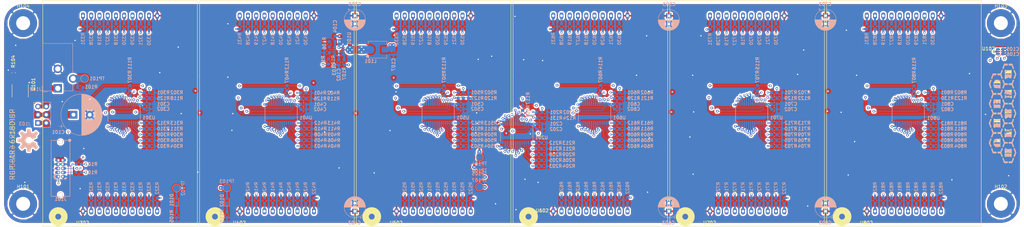
<source format=kicad_pcb>
(kicad_pcb (version 20171130) (host pcbnew 5.0.2-bee76a0~70~ubuntu18.04.1)
  (title_block (title I2C_6x18segDisplay) (date 2019-05-12) (rev 1.0.0) (company "Ruralguru Projects"))
  (layers (0 F_V6P0.Cu power) (1 2S_GND.Cu mixed hide) (2 3P_V3P3.Cu mixed hide) (31 B_GND.Cu power hide) (34 B.Paste user hide) (35 F.Paste user hide) (36 B.SilkS user hide) (37 F.SilkS user hide) (38 B.Mask user hide) (39 F.Mask user hide) (44 Edge.Cuts user))
  (net 0 "")
  (net 1 /JACK_PRES)
  (net 2 /LED_SPARE_1)
  (net 3 /LED_SPARE_2)
  (net 4 /LED_SPARE_3)
  (net 5 /LED_SPARE_4)
  (net 6 V3P3)
  (net 7 V6P0)
  (net 8 /V3P3_VFB)
  (net 9 /OE_DP)
  (net 10 /I2C_OE)
  (net 11 GND)
  (net 12 /Diplay_5/A3_SEL)
  (net 13 /OE_5)
  (net 14 /OE_4)
  (net 15 /OE_3)
  (net 16 /OE_2)
  (net 17 /OE_1)
  (net 18 /OE_0)
  (net 19 /V3P3_LED)
  (net 20 "Net-(R210-Pad2)")
  (net 21 /V6P0_LED)
  (net 22 /I2C_INT)
  (net 23 /Display_3/A5_SEL)
  (net 24 /CLK_EXT_0)
  (net 25 /CLK_EXT_1)
  (net 26 /V3P3_EN)
  (net 27 /Display_3/A0_SEL)
  (net 28 /Display_3/A1_SEL)
  (net 29 /Display_3/A2_SEL)
  (net 30 /Display_3/A3_SEL)
  (net 31 /Display_2/A2_SEL)
  (net 32 /Display_3/A4_SEL)
  (net 33 /V3P3_PG)
  (net 34 "Net-(R203-Pad2)")
  (net 35 /CLK_EXT_GLOBAL)
  (net 36 /EXT_CLK_DP)
  (net 37 /CLK_EXT_4)
  (net 38 /CLK_EXT_3)
  (net 39 /CLK_EXT_2)
  (net 40 /CLK_EXT_5)
  (net 41 "Net-(R201-Pad2)")
  (net 42 "Net-(R205-Pad2)")
  (net 43 "Net-(R212-Pad2)")
  (net 44 "Net-(R208-Pad2)")
  (net 45 /Diplay_5/A0_SEL)
  (net 46 /Diplay_5/A1_SEL)
  (net 47 /Diplay_5/A2_SEL)
  (net 48 /Display_2/A3_SEL)
  (net 49 /Display_0/A5_SEL)
  (net 50 /Display_0/A2_SEL)
  (net 51 /Display_0/A4_SEL)
  (net 52 /Display_0/A3_SEL)
  (net 53 /Display_0/A0_SEL)
  (net 54 /Display_0/A1_SEL)
  (net 55 /Display_2/A0_SEL)
  (net 56 /Display_2/A4_SEL)
  (net 57 /Display_2/A5_SEL)
  (net 58 /Display_1/A4_SEL)
  (net 59 /Display_1/A0_SEL)
  (net 60 /Display_1/A1_SEL)
  (net 61 /Display_1/A2_SEL)
  (net 62 /Display_1/A3_SEL)
  (net 63 /Display_2/A1_SEL)
  (net 64 /Diplay_5/A4_SEL)
  (net 65 /Diplay_5/A5_SEL)
  (net 66 /Display_4/A0_SEL)
  (net 67 /Display_4/A1_SEL)
  (net 68 /Display_4/A2_SEL)
  (net 69 /Display_1/A5_SEL)
  (net 70 /Display_4/A5_SEL)
  (net 71 /Display_4/A4_SEL)
  (net 72 /Display_4/A3_SEL)
  (net 73 "Net-(Q101-Pad4)")
  (net 74 /Display_4/LED_G1)
  (net 75 /Display_4/LED_E)
  (net 76 /Display_4/LED_D1)
  (net 77 /Display_4/LED_N)
  (net 78 /Display_4/LED_M)
  (net 79 /Display_4/LED_D2)
  (net 80 /Display_4/LED_L)
  (net 81 /Display_4/LED_C)
  (net 82 /Display_4/LED_G2)
  (net 83 /Display_4/LED_B)
  (net 84 /Display_4/LED_A2)
  (net 85 /Display_4/LED_K)
  (net 86 /Display_4/LED_J)
  (net 87 /Display_4/LED_A1)
  (net 88 /Display_4/LED_H)
  (net 89 /Display_4/LED_F)
  (net 90 /I2C_SCL)
  (net 91 /I2C_SDA)
  (net 92 /Display_3/LED_F)
  (net 93 /Display_3/LED_H)
  (net 94 /Display_3/LED_A1)
  (net 95 /Display_3/LED_J)
  (net 96 /Display_3/LED_K)
  (net 97 /Display_3/LED_A2)
  (net 98 /Display_3/LED_B)
  (net 99 /Display_3/LED_G2)
  (net 100 /Display_3/LED_C)
  (net 101 /Display_3/LED_L)
  (net 102 /Display_3/LED_D2)
  (net 103 /Display_3/LED_M)
  (net 104 /Display_3/LED_N)
  (net 105 /Display_3/LED_D1)
  (net 106 /Display_3/LED_E)
  (net 107 /Display_3/LED_G1)
  (net 108 /Display_2/LED_G1)
  (net 109 /Display_2/LED_E)
  (net 110 /Display_2/LED_D1)
  (net 111 /Display_2/LED_N)
  (net 112 /Display_2/LED_M)
  (net 113 /Display_2/LED_D2)
  (net 114 /Display_2/LED_L)
  (net 115 /Display_2/LED_C)
  (net 116 /Display_2/LED_G2)
  (net 117 /Display_2/LED_B)
  (net 118 /Display_2/LED_A2)
  (net 119 /Display_2/LED_K)
  (net 120 /Display_2/LED_J)
  (net 121 /Display_2/LED_A1)
  (net 122 /Display_2/LED_H)
  (net 123 /Display_2/LED_F)
  (net 124 /Display_1/LED_F)
  (net 125 /Display_1/LED_H)
  (net 126 /Display_1/LED_A1)
  (net 127 /Display_1/LED_J)
  (net 128 /Display_1/LED_K)
  (net 129 /Display_1/LED_A2)
  (net 130 /Display_1/LED_B)
  (net 131 /Display_1/LED_G2)
  (net 132 /Display_1/LED_C)
  (net 133 /Display_1/LED_L)
  (net 134 /Display_1/LED_D2)
  (net 135 /Display_1/LED_M)
  (net 136 /Display_1/LED_N)
  (net 137 /Display_1/LED_D1)
  (net 138 /Display_1/LED_E)
  (net 139 /Display_1/LED_G1)
  (net 140 /Display_0/LED_G1)
  (net 141 /Display_0/LED_E)
  (net 142 /Display_0/LED_D1)
  (net 143 /Display_0/LED_N)
  (net 144 /Display_0/LED_M)
  (net 145 /Display_0/LED_D2)
  (net 146 /Display_0/LED_L)
  (net 147 /Display_0/LED_C)
  (net 148 /Display_0/LED_G2)
  (net 149 /Display_0/LED_B)
  (net 150 /Display_0/LED_A2)
  (net 151 /Display_0/LED_K)
  (net 152 /Display_0/LED_J)
  (net 153 /Display_0/LED_A1)
  (net 154 /Display_0/LED_H)
  (net 155 /Display_0/LED_F)
  (net 156 /DP11)
  (net 157 /DP10)
  (net 158 /DP9)
  (net 159 /DP8)
  (net 160 /DP7)
  (net 161 /DP6)
  (net 162 /DP5)
  (net 163 /DP4)
  (net 164 /DP3)
  (net 165 /DP2)
  (net 166 /DP1)
  (net 167 /DP0)
  (net 168 /Diplay_5/LED_G1)
  (net 169 /Diplay_5/LED_E)
  (net 170 /Diplay_5/LED_D1)
  (net 171 /Diplay_5/LED_N)
  (net 172 /Diplay_5/LED_M)
  (net 173 /Diplay_5/LED_D2)
  (net 174 /Diplay_5/LED_L)
  (net 175 /Diplay_5/LED_C)
  (net 176 /Diplay_5/LED_G2)
  (net 177 /Diplay_5/LED_B)
  (net 178 /Diplay_5/LED_A2)
  (net 179 /Diplay_5/LED_K)
  (net 180 /Diplay_5/LED_J)
  (net 181 /Diplay_5/LED_A1)
  (net 182 /Diplay_5/LED_H)
  (net 183 /Diplay_5/LED_F)
  (net 184 /V3P3_SW)
  (net 185 /V3P3_SS)
  (net 186 /V3P3_VBST)
  (net 187 /V6P0_RAW)
  (net 188 V6P0_SYSTEM)
  (net 189 /V6P0_JACK)
  (net 190 "Net-(U102-Pad4)")
  (net 191 "Net-(R827-Pad2)")
  (net 192 "Net-(R828-Pad2)")
  (net 193 "Net-(R829-Pad2)")
  (net 194 "Net-(R830-Pad2)")
  (net 195 /Diplay_5/LED_DP1)
  (net 196 "Net-(R826-Pad2)")
  (net 197 "Net-(R825-Pad2)")
  (net 198 "Net-(R824-Pad2)")
  (net 199 "Net-(R823-Pad2)")
  (net 200 /Diplay_5/LED_DP0)
  (net 201 "Net-(R821-Pad2)")
  (net 202 "Net-(R714-Pad2)")
  (net 203 "Net-(R715-Pad2)")
  (net 204 "Net-(R716-Pad2)")
  (net 205 "Net-(R717-Pad2)")
  (net 206 /Display_0/LED_DP0)
  (net 207 "Net-(R327-Pad2)")
  (net 208 "Net-(R314-Pad2)")
  (net 209 "Net-(R315-Pad2)")
  (net 210 "Net-(R316-Pad2)")
  (net 211 "Net-(R317-Pad2)")
  (net 212 "Net-(R318-Pad2)")
  (net 213 "Net-(R319-Pad2)")
  (net 214 "Net-(R320-Pad2)")
  (net 215 "Net-(R321-Pad2)")
  (net 216 "Net-(R323-Pad2)")
  (net 217 "Net-(R324-Pad2)")
  (net 218 "Net-(R325-Pad2)")
  (net 219 "Net-(R326-Pad2)")
  (net 220 "Net-(R328-Pad2)")
  (net 221 "Net-(R329-Pad2)")
  (net 222 "Net-(R330-Pad2)")
  (net 223 /Display_0/LED_DP1)
  (net 224 "Net-(R415-Pad2)")
  (net 225 /Display_2/LED_DP1)
  (net 226 "Net-(R419-Pad2)")
  (net 227 "Net-(R427-Pad2)")
  (net 228 "Net-(R426-Pad2)")
  (net 229 "Net-(R425-Pad2)")
  (net 230 "Net-(R424-Pad2)")
  (net 231 "Net-(R423-Pad2)")
  (net 232 /Display_1/LED_DP0)
  (net 233 "Net-(R421-Pad2)")
  (net 234 "Net-(R420-Pad2)")
  (net 235 "Net-(R428-Pad2)")
  (net 236 "Net-(R418-Pad2)")
  (net 237 "Net-(R417-Pad2)")
  (net 238 "Net-(R416-Pad2)")
  (net 239 "Net-(R414-Pad2)")
  (net 240 "Net-(R620-Pad2)")
  (net 241 "Net-(R514-Pad2)")
  (net 242 "Net-(R525-Pad2)")
  (net 243 "Net-(R529-Pad2)")
  (net 244 "Net-(R528-Pad2)")
  (net 245 "Net-(R527-Pad2)")
  (net 246 "Net-(R526-Pad2)")
  (net 247 "Net-(R515-Pad2)")
  (net 248 "Net-(R524-Pad2)")
  (net 249 "Net-(R523-Pad2)")
  (net 250 /Display_2/LED_DP0)
  (net 251 "Net-(R521-Pad2)")
  (net 252 "Net-(R520-Pad2)")
  (net 253 "Net-(R519-Pad2)")
  (net 254 "Net-(R518-Pad2)")
  (net 255 "Net-(R517-Pad2)")
  (net 256 "Net-(R516-Pad2)")
  (net 257 "Net-(R615-Pad2)")
  (net 258 "Net-(R614-Pad2)")
  (net 259 "Net-(R530-Pad2)")
  (net 260 "Net-(R627-Pad2)")
  (net 261 "Net-(R718-Pad2)")
  (net 262 "Net-(R624-Pad2)")
  (net 263 /Display_3/LED_DP1)
  (net 264 "Net-(R630-Pad2)")
  (net 265 "Net-(R629-Pad2)")
  (net 266 "Net-(R628-Pad2)")
  (net 267 "Net-(R626-Pad2)")
  (net 268 "Net-(R625-Pad2)")
  (net 269 "Net-(R623-Pad2)")
  (net 270 /Display_3/LED_DP0)
  (net 271 "Net-(R621-Pad2)")
  (net 272 "Net-(R619-Pad2)")
  (net 273 "Net-(R618-Pad2)")
  (net 274 "Net-(R617-Pad2)")
  (net 275 "Net-(R616-Pad2)")
  (net 276 "Net-(R814-Pad2)")
  (net 277 /Display_1/LED_DP1)
  (net 278 "Net-(R430-Pad2)")
  (net 279 "Net-(R429-Pad2)")
  (net 280 "Net-(R726-Pad2)")
  (net 281 /Display_4/LED_DP1)
  (net 282 "Net-(R730-Pad2)")
  (net 283 "Net-(R729-Pad2)")
  (net 284 "Net-(R728-Pad2)")
  (net 285 "Net-(R727-Pad2)")
  (net 286 "Net-(R816-Pad2)")
  (net 287 "Net-(R815-Pad2)")
  (net 288 "Net-(R817-Pad2)")
  (net 289 "Net-(R818-Pad2)")
  (net 290 "Net-(R819-Pad2)")
  (net 291 "Net-(R820-Pad2)")
  (net 292 "Net-(R725-Pad2)")
  (net 293 "Net-(R720-Pad2)")
  (net 294 "Net-(R721-Pad2)")
  (net 295 /Display_4/LED_DP0)
  (net 296 "Net-(R723-Pad2)")
  (net 297 "Net-(R724-Pad2)")
  (net 298 "Net-(R719-Pad2)")
  (module ERW_Logo:RuralguruProjects_HEX (layer F_V6P0.Cu) (at 346.583 73.025 270)
    (fp_text reference G104 hide)
    (fp_text value LOGO hide)
  )
  (module ERW_Logo:RuralguruProjects_HEX (layer B_GND.Cu) (at 346.583 73.025 90)
    (fp_text reference G103 hide)
    (fp_text value LOGO hide)
  )
  (module SF_Aesthetics:OSHW-LOGO-L (layer B_GND.Cu) (at 46.99 81.28 270)
    (fp_text reference G101 hide)
    (fp_text value RGP-AR-6x18DISP (at 1.27 5.08 90) (layer B.SilkS) (effects (font (size 1.524 1.524)) (justify mirror)))
  )
  (module SF_Aesthetics:OSHW-LOGO-L (layer F_V6P0.Cu) (at 46.99 81.28 90)
    (fp_text reference G102 hide)
    (fp_text value RGP-AR-6x18DISP (at -1.27 -5.08 90) (layer F.SilkS) (effects (font (size 1.524 1.524))))
  )
  (module SF_Aesthetics:OSHW-LOGO-L_COPPER (layer F_V6P0.Cu) (at 46.99 81.28 90)
    (fp_text reference G105 hide)
    (fp_text value RGP-AR-6x18DISP hide)
    (fp_poly (pts (xy 0.91948 2.2225) (xy 1.09982 2.13868) (xy 1.27508 2.03962) (xy 2.15392 2.7559) (xy 2.7559 2.15392) (xy 2.03962 1.27508) (xy 2.16662 1.0414) (xy 2.26822 0.79502) (xy 2.34442 0.54102) (xy 3.47218 0.42418) (xy 3.47218 -0.42418) (xy 2.34442 -0.54102) (xy 2.26822 -0.79502) (xy 2.16662 -1.0414) (xy 2.03962 -1.27508) (xy 2.7559 -2.15392) (xy 2.15392 -2.7559) (xy 1.27508 -2.03962) (xy 1.0414 -2.16662) (xy 0.79502 -2.26822) (xy 0.54102 -2.34442) (xy 0.42418 -3.47218) (xy -0.42418 -3.47218) (xy -0.54102 -2.34442) (xy -0.79502 -2.26822) (xy -1.0414 -2.16662) (xy -1.27508 -2.03962) (xy -2.15392 -2.7559) (xy -2.7559 -2.15392) (xy -2.03962 -1.27508) (xy -2.16662 -1.0414) (xy -2.26822 -0.79502) (xy -2.34442 -0.54102) (xy -3.47218 -0.42418) (xy -3.47218 0.42418) (xy -2.34442 0.54102) (xy -2.26822 0.79502) (xy -2.16662 1.0414) (xy -2.03962 1.27508) (xy -2.7559 2.15392) (xy -2.15392 2.7559) (xy -1.27508 2.03962) (xy -1.09982 2.13868) (xy -0.91948 2.2225) (xy -0.41656 1.00838) (xy -0.58166 0.92456) (xy -0.72644 0.81534) (xy -0.85344 0.68072) (xy -0.95504 0.52832) (xy -1.03124 0.36068) (xy -1.07696 0.18288) (xy -1.0922 0) (xy -1.07442 -0.2032) (xy -1.016 -0.39878) (xy -0.92456 -0.58166) (xy -0.79756 -0.74422) (xy -0.64516 -0.88138) (xy -0.46736 -0.98552) (xy -0.27686 -1.05664) (xy -0.07366 -1.08966) (xy 0.12954 -1.08458) (xy 0.3302 -1.0414) (xy 0.51816 -0.96012) (xy 0.68834 -0.84836) (xy 0.83566 -0.70358) (xy 0.9525 -0.53594) (xy 1.03632 -0.34798) (xy 1.08204 -0.14732) (xy 1.0922 0.05588) (xy 1.06172 0.25654) (xy 0.99314 0.45212) (xy 0.89154 0.62992) (xy 0.75946 0.78486) (xy 0.59944 0.9144) (xy 0.41656 1.00838)) (layer F_V6P0.Cu) (width 0.01))
  )
  (module SF_Aesthetics:OSHW-LOGO-L_COPPER (layer B_GND.Cu) (at 46.99 81.28 270)
    (fp_text reference G106 hide)
    (fp_text value RGP-AR-6x18DISP hide)
    (fp_poly (pts (xy 0.91948 -2.2225) (xy 1.09982 -2.13868) (xy 1.27508 -2.03962) (xy 2.15392 -2.7559) (xy 2.7559 -2.15392) (xy 2.03962 -1.27508) (xy 2.16662 -1.0414) (xy 2.26822 -0.79502) (xy 2.34442 -0.54102) (xy 3.47218 -0.42418) (xy 3.47218 0.42418) (xy 2.34442 0.54102) (xy 2.26822 0.79502) (xy 2.16662 1.0414) (xy 2.03962 1.27508) (xy 2.7559 2.15392) (xy 2.15392 2.7559) (xy 1.27508 2.03962) (xy 1.0414 2.16662) (xy 0.79502 2.26822) (xy 0.54102 2.34442) (xy 0.42418 3.47218) (xy -0.42418 3.47218) (xy -0.54102 2.34442) (xy -0.79502 2.26822) (xy -1.0414 2.16662) (xy -1.27508 2.03962) (xy -2.15392 2.7559) (xy -2.7559 2.15392) (xy -2.03962 1.27508) (xy -2.16662 1.0414) (xy -2.26822 0.79502) (xy -2.34442 0.54102) (xy -3.47218 0.42418) (xy -3.47218 -0.42418) (xy -2.34442 -0.54102) (xy -2.26822 -0.79502) (xy -2.16662 -1.0414) (xy -2.03962 -1.27508) (xy -2.7559 -2.15392) (xy -2.15392 -2.7559) (xy -1.27508 -2.03962) (xy -1.09982 -2.13868) (xy -0.91948 -2.2225) (xy -0.41656 -1.00838) (xy -0.58166 -0.92456) (xy -0.72644 -0.81534) (xy -0.85344 -0.68072) (xy -0.95504 -0.52832) (xy -1.03124 -0.36068) (xy -1.07696 -0.18288) (xy -1.0922 0) (xy -1.07442 0.2032) (xy -1.016 0.39878) (xy -0.92456 0.58166) (xy -0.79756 0.74422) (xy -0.64516 0.88138) (xy -0.46736 0.98552) (xy -0.27686 1.05664) (xy -0.07366 1.08966) (xy 0.12954 1.08458) (xy 0.3302 1.0414) (xy 0.51816 0.96012) (xy 0.68834 0.84836) (xy 0.83566 0.70358) (xy 0.9525 0.53594) (xy 1.03632 0.34798) (xy 1.08204 0.14732) (xy 1.0922 -0.05588) (xy 1.06172 -0.25654) (xy 0.99314 -0.45212) (xy 0.89154 -0.62992) (xy 0.75946 -0.78486) (xy 0.59944 -0.9144) (xy 0.41656 -1.00838)) (layer B_GND.Cu) (width 0.01))
  )
  (module Resistor_SMD:R_0603_1608Metric (layer B_GND.Cu) (at 139.2174 57.0207 90)
    (fp_text reference R108 (at 0 1.43 90) (layer B.SilkS) (effects (justify mirror)))
    (fp_text value 33.2k)
    (pad 1 smd roundrect (at -0.7875 0 90) (size 0.875 0.95) (layers B_GND.Cu B.Paste B.Mask) (net 6 V3P3))
    (pad 2 smd roundrect (at 0.7875 0 90) (size 0.875 0.95) (layers B_GND.Cu B.Paste B.Mask) (net 8 /V3P3_VFB))
  )
  (module TestPoint:TestPoint_Pad_D2.0mm (layer B_GND.Cu) (at 185.674 95.6056 180)
    (fp_text reference TP107 (at 0 1.998 180) (layer B.SilkS) (effects (justify mirror)))
    (fp_text value TestPoint)
    (pad 1 smd circle (at 0 0 180) (size 2 2) (layers B_GND.Cu B.Mask) (net 5 /LED_SPARE_4))
  )
  (module TestPoint:TestPoint_Pad_D2.0mm (layer B_GND.Cu) (at 185.674 92.6084 180)
    (fp_text reference TP106 (at 0 1.998 180) (layer B.SilkS) (effects (justify mirror)))
    (fp_text value TestPoint)
    (pad 1 smd circle (at 0 0 180) (size 2 2) (layers B_GND.Cu B.Mask) (net 4 /LED_SPARE_3))
  )
  (module TestPoint:TestPoint_Pad_D2.0mm (layer B_GND.Cu) (at 185.674 89.535)
    (fp_text reference TP105 (at 0 1.998) (layer B.SilkS) (effects (justify mirror)))
    (fp_text value TestPoint)
    (pad 1 smd circle (at 0 0) (size 2 2) (layers B_GND.Cu B.Mask) (net 3 /LED_SPARE_2))
  )
  (module TestPoint:TestPoint_Pad_D2.0mm (layer B_GND.Cu) (at 185.674 86.487)
    (fp_text reference TP104 (at 0 1.998) (layer B.SilkS) (effects (justify mirror)))
    (fp_text value TestPoint)
    (pad 1 smd circle (at 0 0) (size 2 2) (layers B_GND.Cu B.Mask) (net 2 /LED_SPARE_1))
  )
  (module TestPoint:TestPoint_Pad_D2.0mm (layer B_GND.Cu) (at 107.95 95.9104 180)
    (fp_text reference TP103 (at 0 1.998 180) (layer B.SilkS) (effects (justify mirror)))
    (fp_text value TestPoint)
    (pad 1 smd circle (at 0 0 180) (size 2 2) (layers B_GND.Cu B.Mask) (net 6 V3P3))
  )
  (module TestPoint:TestPoint_Pad_D2.0mm (layer B_GND.Cu) (at 92.456 96.012 90)
    (fp_text reference TP102 (at 0 1.998 90) (layer B.SilkS) (effects (justify mirror)))
    (fp_text value TestPoint)
    (pad 1 smd circle (at 0 0 90) (size 2 2) (layers B_GND.Cu B.Mask) (net 7 V6P0))
  )
  (module ERW_LED:BL-230X-13 (layer F_V6P0.Cu) (at 268.097 73.025)
    (fp_text reference U702 (at -11.557 33.655) (layer F.SilkS) (effects (font (size 1.016 1.016) (thickness 0.1905))))
    (fp_text value BL-S230B)
    (pad 10 thru_hole oval (at 11.43 30.1) (size 1.2 2) (drill 0.8) (layers *.Cu *.Mask) (net 295 /Display_4/LED_DP0))
    (pad 11 thru_hole oval (at 11.43 -30.1) (size 1.2 2) (drill 0.8) (layers *.Cu *.Mask) (net 7 V6P0))
    (pad 9 thru_hole oval (at 8.89 30.1) (size 1.2 2) (drill 0.8) (layers *.Cu *.Mask) (net 81 /Display_4/LED_C))
    (pad 12 thru_hole oval (at 8.89 -30.1) (size 1.2 2) (drill 0.8) (layers *.Cu *.Mask) (net 82 /Display_4/LED_G2))
    (pad 8 thru_hole oval (at 6.35 30.1) (size 1.2 2) (drill 0.8) (layers *.Cu *.Mask) (net 80 /Display_4/LED_L))
    (pad 13 thru_hole oval (at 6.35 -30.1) (size 1.2 2) (drill 0.8) (layers *.Cu *.Mask) (net 83 /Display_4/LED_B))
    (pad 7 thru_hole oval (at 3.81 30.1) (size 1.2 2) (drill 0.8) (layers *.Cu *.Mask) (net 79 /Display_4/LED_D2))
    (pad 14 thru_hole oval (at 3.81 -30.1) (size 1.2 2) (drill 0.8) (layers *.Cu *.Mask) (net 84 /Display_4/LED_A2))
    (pad 6 thru_hole oval (at 1.27 30.1) (size 1.2 2) (drill 0.8) (layers *.Cu *.Mask) (net 78 /Display_4/LED_M))
    (pad 15 thru_hole oval (at 1.27 -30.1) (size 1.2 2) (drill 0.8) (layers *.Cu *.Mask) (net 85 /Display_4/LED_K))
    (pad 5 thru_hole oval (at -1.27 30.1) (size 1.2 2) (drill 0.8) (layers *.Cu *.Mask) (net 77 /Display_4/LED_N))
    (pad 16 thru_hole oval (at -1.27 -30.1) (size 1.2 2) (drill 0.8) (layers *.Cu *.Mask) (net 86 /Display_4/LED_J))
    (pad 4 thru_hole oval (at -3.81 30.1) (size 1.2 2) (drill 0.8) (layers *.Cu *.Mask) (net 76 /Display_4/LED_D1))
    (pad 17 thru_hole oval (at -3.81 -30.1) (size 1.2 2) (drill 0.8) (layers *.Cu *.Mask) (net 87 /Display_4/LED_A1))
    (pad 3 thru_hole oval (at -6.35 30.1) (size 1.2 2) (drill 0.8) (layers *.Cu *.Mask) (net 75 /Display_4/LED_E))
    (pad 18 thru_hole oval (at -6.35 -30.1) (size 1.2 2) (drill 0.8) (layers *.Cu *.Mask) (net 88 /Display_4/LED_H))
    (pad 2 thru_hole oval (at -8.89 30.1) (size 1.2 2) (drill 0.8) (layers *.Cu *.Mask) (net 74 /Display_4/LED_G1))
    (pad 19 thru_hole oval (at -8.89 -30.1) (size 1.2 2) (drill 0.8) (layers *.Cu *.Mask) (net 89 /Display_4/LED_F))
    (pad 1 thru_hole oval (at -11.43 30.1) (size 1.2 2) (drill 0.8) (layers *.Cu *.Mask) (net 7 V6P0))
    (pad 20 thru_hole oval (at -11.43 -30.1) (size 1.2 2) (drill 0.8) (layers *.Cu *.Mask) (net 281 /Display_4/LED_DP1))
  )
  (module Connector_PinHeader_2.54mm:PinHeader_2x03_P2.54mm_Vertical (layer B_GND.Cu) (at 49.784 75.946)
    (fp_text reference J103 (at -4.064 0.254 180) (layer B.SilkS) (effects (justify mirror)))
    (fp_text value Voltage_Selection)
    (pad 1 thru_hole rect (at 0 0) (size 1.7 1.7) (drill 1) (layers *.Cu *.Mask) (net 188 V6P0_SYSTEM))
    (pad 2 thru_hole oval (at 2.54 0) (size 1.7 1.7) (drill 1) (layers *.Cu *.Mask) (net 188 V6P0_SYSTEM))
    (pad 3 thru_hole oval (at 0 -2.54) (size 1.7 1.7) (drill 1) (layers *.Cu *.Mask) (net 187 /V6P0_RAW))
    (pad 4 thru_hole oval (at 2.54 -2.54) (size 1.7 1.7) (drill 1) (layers *.Cu *.Mask) (net 187 /V6P0_RAW))
    (pad 5 thru_hole oval (at 0 -5.08) (size 1.7 1.7) (drill 1) (layers *.Cu *.Mask) (net 189 /V6P0_JACK))
    (pad 6 thru_hole oval (at 2.54 -5.08) (size 1.7 1.7) (drill 1) (layers *.Cu *.Mask) (net 189 /V6P0_JACK))
  )
  (module ERW_Conn:BarrelJack_CUI_PJ-102AH_Horizontal (layer B_GND.Cu) (at 55.88 65.278)
    (fp_text reference J102 (at -6.858 0.254) (layer B.SilkS) (effects (justify mirror)))
    (fp_text value 5A)
    (pad 1 thru_hole rect (at 0 0) (size 2.6 2.6) (drill 1.6) (layers *.Cu *.Mask) (net 189 /V6P0_JACK))
    (pad 2 thru_hole circle (at 0 -6) (size 2.6 2.6) (drill 1.6) (layers *.Cu *.Mask) (net 11 GND))
    (pad 3 thru_hole circle (at 4.7 -3) (size 2.6 2.6) (drill 1.6) (layers *.Cu *.Mask) (net 1 /JACK_PRES))
  )
  (module MountingHole:MountingHole_4.3mm_M4_Pad (layer F_V6P0.Cu) (at 45.212 45.212)
    (fp_text reference H104 (at 0 -5.3) (layer F.SilkS))
    (fp_text value MountingHole_Pad)
    (pad 1 thru_hole circle (at 0 0) (size 8.6 8.6) (drill 4.3) (layers *.Cu *.Mask) (net 11 GND))
  )
  (module MountingHole:MountingHole_4.3mm_M4_Pad (layer F_V6P0.Cu) (at 346.202 45.212)
    (fp_text reference H103 (at 0 -5.3) (layer F.SilkS))
    (fp_text value MountingHole_Pad)
    (pad 1 thru_hole circle (at 0 0) (size 8.6 8.6) (drill 4.3) (layers *.Cu *.Mask) (net 11 GND))
  )
  (module MountingHole:MountingHole_4.3mm_M4_Pad (layer F_V6P0.Cu) (at 346.202 100.838)
    (fp_text reference H102 (at 0 -5.3) (layer F.SilkS))
    (fp_text value MountingHole_Pad)
    (pad 1 thru_hole circle (at 0 0) (size 8.6 8.6) (drill 4.3) (layers *.Cu *.Mask) (net 11 GND))
  )
  (module MountingHole:MountingHole_4.3mm_M4_Pad (layer F_V6P0.Cu) (at 45.212 100.838)
    (fp_text reference H101 (at 0 -5.3) (layer F.SilkS))
    (fp_text value MountingHole_Pad)
    (pad 1 thru_hole circle (at 0 0) (size 8.6 8.6) (drill 4.3) (layers *.Cu *.Mask) (net 11 GND))
  )
  (module Resistor_SMD:R_0603_1608Metric (layer B_GND.Cu) (at 261.747 46.355 270)
    (fp_text reference R719 (at 3.81 0 270) (layer B.SilkS) (effects (justify mirror)))
    (fp_text value 15Ω)
    (pad 2 smd roundrect (at 0.7875 0 270) (size 0.875 0.95) (layers B_GND.Cu B.Paste B.Mask) (net 298 "Net-(R719-Pad2)"))
    (pad 1 smd roundrect (at -0.7875 0 270) (size 0.875 0.95) (layers B_GND.Cu B.Paste B.Mask) (net 88 /Display_4/LED_H))
  )
  (module Resistor_SMD:R_0603_1608Metric (layer B_GND.Cu) (at 271.907 99.822 90)
    (fp_text reference R724 (at 3.81 0 90) (layer B.SilkS) (effects (justify mirror)))
    (fp_text value 27Ω)
    (pad 2 smd roundrect (at 0.7875 0 90) (size 0.875 0.95) (layers B_GND.Cu B.Paste B.Mask) (net 297 "Net-(R724-Pad2)"))
    (pad 1 smd roundrect (at -0.7875 0 90) (size 0.875 0.95) (layers B_GND.Cu B.Paste B.Mask) (net 79 /Display_4/LED_D2))
  )
  (module Resistor_SMD:R_0603_1608Metric (layer B_GND.Cu) (at 276.987 99.822 90)
    (fp_text reference R723 (at 3.81 0 90) (layer B.SilkS) (effects (justify mirror)))
    (fp_text value 15Ω)
    (pad 2 smd roundrect (at 0.7875 0 90) (size 0.875 0.95) (layers B_GND.Cu B.Paste B.Mask) (net 296 "Net-(R723-Pad2)"))
    (pad 1 smd roundrect (at -0.7875 0 90) (size 0.875 0.95) (layers B_GND.Cu B.Paste B.Mask) (net 81 /Display_4/LED_C))
  )
  (module Resistor_SMD:R_0603_1608Metric (layer B_GND.Cu) (at 279.527 99.822 90)
    (fp_text reference R722 (at 3.81 0 90) (layer B.SilkS) (effects (justify mirror)))
    (fp_text value 150Ω)
    (pad 2 smd roundrect (at 0.7875 0 90) (size 0.875 0.95) (layers B_GND.Cu B.Paste B.Mask) (net 159 /DP8))
    (pad 1 smd roundrect (at -0.7875 0 90) (size 0.875 0.95) (layers B_GND.Cu B.Paste B.Mask) (net 295 /Display_4/LED_DP0))
  )
  (module Resistor_SMD:R_0603_1608Metric (layer B_GND.Cu) (at 274.447 46.228 270)
    (fp_text reference R721 (at 3.81 0 270) (layer B.SilkS) (effects (justify mirror)))
    (fp_text value 15Ω)
    (pad 2 smd roundrect (at 0.7875 0 270) (size 0.875 0.95) (layers B_GND.Cu B.Paste B.Mask) (net 294 "Net-(R721-Pad2)"))
    (pad 1 smd roundrect (at -0.7875 0 270) (size 0.875 0.95) (layers B_GND.Cu B.Paste B.Mask) (net 83 /Display_4/LED_B))
  )
  (module Resistor_SMD:R_0603_1608Metric (layer B_GND.Cu) (at 269.367 46.228 270)
    (fp_text reference R720 (at 3.81 0 270) (layer B.SilkS) (effects (justify mirror)))
    (fp_text value 15Ω)
    (pad 2 smd roundrect (at 0.7875 0 270) (size 0.875 0.95) (layers B_GND.Cu B.Paste B.Mask) (net 293 "Net-(R720-Pad2)"))
    (pad 1 smd roundrect (at -0.7875 0 270) (size 0.875 0.95) (layers B_GND.Cu B.Paste B.Mask) (net 85 /Display_4/LED_K))
  )
  (module Resistor_SMD:R_0603_1608Metric (layer B_GND.Cu) (at 259.207 99.822 90)
    (fp_text reference R725 (at 3.81 0 90) (layer B.SilkS) (effects (justify mirror)))
    (fp_text value 27Ω)
    (pad 2 smd roundrect (at 0.7875 0 90) (size 0.875 0.95) (layers B_GND.Cu B.Paste B.Mask) (net 292 "Net-(R725-Pad2)"))
    (pad 1 smd roundrect (at -0.7875 0 90) (size 0.875 0.95) (layers B_GND.Cu B.Paste B.Mask) (net 74 /Display_4/LED_G1))
  )
  (module Resistor_SMD:R_0603_1608Metric (layer B_GND.Cu) (at 317.627 46.228 270)
    (fp_text reference R820 (at 3.81 0 270) (layer B.SilkS) (effects (justify mirror)))
    (fp_text value 15Ω)
    (pad 2 smd roundrect (at 0.7875 0 270) (size 0.875 0.95) (layers B_GND.Cu B.Paste B.Mask) (net 291 "Net-(R820-Pad2)"))
    (pad 1 smd roundrect (at -0.7875 0 270) (size 0.875 0.95) (layers B_GND.Cu B.Paste B.Mask) (net 179 /Diplay_5/LED_K))
  )
  (module Resistor_SMD:R_0603_1608Metric (layer B_GND.Cu) (at 310.007 46.228 270)
    (fp_text reference R819 (at 3.81 0 270) (layer B.SilkS) (effects (justify mirror)))
    (fp_text value 15Ω)
    (pad 2 smd roundrect (at 0.7875 0 270) (size 0.875 0.95) (layers B_GND.Cu B.Paste B.Mask) (net 290 "Net-(R819-Pad2)"))
    (pad 1 smd roundrect (at -0.7875 0 270) (size 0.875 0.95) (layers B_GND.Cu B.Paste B.Mask) (net 182 /Diplay_5/LED_H))
  )
  (module Resistor_SMD:R_0603_1608Metric (layer B_GND.Cu) (at 315.087 46.228 270)
    (fp_text reference R818 (at 3.81 0 270) (layer B.SilkS) (effects (justify mirror)))
    (fp_text value 15Ω)
    (pad 2 smd roundrect (at 0.7875 0 270) (size 0.875 0.95) (layers B_GND.Cu B.Paste B.Mask) (net 289 "Net-(R818-Pad2)"))
    (pad 1 smd roundrect (at -0.7875 0 270) (size 0.875 0.95) (layers B_GND.Cu B.Paste B.Mask) (net 180 /Diplay_5/LED_J))
  )
  (module Resistor_SMD:R_0603_1608Metric (layer B_GND.Cu) (at 315.087 99.822 90)
    (fp_text reference R817 (at 3.81 0 90) (layer B.SilkS) (effects (justify mirror)))
    (fp_text value 15Ω)
    (pad 2 smd roundrect (at 0.7875 0 90) (size 0.875 0.95) (layers B_GND.Cu B.Paste B.Mask) (net 288 "Net-(R817-Pad2)"))
    (pad 1 smd roundrect (at -0.7875 0 90) (size 0.875 0.95) (layers B_GND.Cu B.Paste B.Mask) (net 171 /Diplay_5/LED_N))
  )
  (module Resistor_SMD:R_0603_1608Metric (layer B_GND.Cu) (at 317.627 99.822 90)
    (fp_text reference R815 (at 3.81 0 90) (layer B.SilkS) (effects (justify mirror)))
    (fp_text value 15Ω)
    (pad 2 smd roundrect (at 0.7875 0 90) (size 0.875 0.95) (layers B_GND.Cu B.Paste B.Mask) (net 287 "Net-(R815-Pad2)"))
    (pad 1 smd roundrect (at -0.7875 0 90) (size 0.875 0.95) (layers B_GND.Cu B.Paste B.Mask) (net 172 /Diplay_5/LED_M))
  )
  (module Resistor_SMD:R_0603_1608Metric (layer B_GND.Cu) (at 310.007 99.822 90)
    (fp_text reference R816 (at 3.81 0 90) (layer B.SilkS) (effects (justify mirror)))
    (fp_text value 15Ω)
    (pad 2 smd roundrect (at 0.7875 0 90) (size 0.875 0.95) (layers B_GND.Cu B.Paste B.Mask) (net 286 "Net-(R816-Pad2)"))
    (pad 1 smd roundrect (at -0.7875 0 90) (size 0.875 0.95) (layers B_GND.Cu B.Paste B.Mask) (net 169 /Diplay_5/LED_E))
  )
  (module Resistor_SMD:R_0603_1608Metric (layer B_GND.Cu) (at 264.287 46.355 270)
    (fp_text reference R727 (at 3.81 0 270) (layer B.SilkS) (effects (justify mirror)))
    (fp_text value 27Ω)
    (pad 2 smd roundrect (at 0.7875 0 270) (size 0.875 0.95) (layers B_GND.Cu B.Paste B.Mask) (net 285 "Net-(R727-Pad2)"))
    (pad 1 smd roundrect (at -0.7875 0 270) (size 0.875 0.95) (layers B_GND.Cu B.Paste B.Mask) (net 87 /Display_4/LED_A1))
  )
  (module Resistor_SMD:R_0603_1608Metric (layer B_GND.Cu) (at 259.207 46.355 270)
    (fp_text reference R728 (at 3.81 0 270) (layer B.SilkS) (effects (justify mirror)))
    (fp_text value 15Ω)
    (pad 2 smd roundrect (at 0.7875 0 270) (size 0.875 0.95) (layers B_GND.Cu B.Paste B.Mask) (net 284 "Net-(R728-Pad2)"))
    (pad 1 smd roundrect (at -0.7875 0 270) (size 0.875 0.95) (layers B_GND.Cu B.Paste B.Mask) (net 89 /Display_4/LED_F))
  )
  (module Resistor_SMD:R_0603_1608Metric (layer B_GND.Cu) (at 271.907 46.228 270)
    (fp_text reference R729 (at 3.81 0 270) (layer B.SilkS) (effects (justify mirror)))
    (fp_text value 27Ω)
    (pad 2 smd roundrect (at 0.7875 0 270) (size 0.875 0.95) (layers B_GND.Cu B.Paste B.Mask) (net 283 "Net-(R729-Pad2)"))
    (pad 1 smd roundrect (at -0.7875 0 270) (size 0.875 0.95) (layers B_GND.Cu B.Paste B.Mask) (net 84 /Display_4/LED_A2))
  )
  (module Resistor_SMD:R_0603_1608Metric (layer B_GND.Cu) (at 276.987 46.228 270)
    (fp_text reference R730 (at 3.81 0 270) (layer B.SilkS) (effects (justify mirror)))
    (fp_text value 27Ω)
    (pad 2 smd roundrect (at 0.7875 0 270) (size 0.875 0.95) (layers B_GND.Cu B.Paste B.Mask) (net 282 "Net-(R730-Pad2)"))
    (pad 1 smd roundrect (at -0.7875 0 270) (size 0.875 0.95) (layers B_GND.Cu B.Paste B.Mask) (net 82 /Display_4/LED_G2))
  )
  (module Resistor_SMD:R_0603_1608Metric (layer B_GND.Cu) (at 256.667 46.355 270)
    (fp_text reference R731 (at 3.81 0 270) (layer B.SilkS) (effects (justify mirror)))
    (fp_text value 150Ω)
    (pad 2 smd roundrect (at 0.7875 0 270) (size 0.875 0.95) (layers B_GND.Cu B.Paste B.Mask) (net 158 /DP9))
    (pad 1 smd roundrect (at -0.7875 0 270) (size 0.875 0.95) (layers B_GND.Cu B.Paste B.Mask) (net 281 /Display_4/LED_DP1))
  )
  (module Resistor_SMD:R_0603_1608Metric (layer B_GND.Cu) (at 264.287 99.822 90)
    (fp_text reference R726 (at 3.81 0 90) (layer B.SilkS) (effects (justify mirror)))
    (fp_text value 27Ω)
    (pad 2 smd roundrect (at 0.7875 0 90) (size 0.875 0.95) (layers B_GND.Cu B.Paste B.Mask) (net 280 "Net-(R726-Pad2)"))
    (pad 1 smd roundrect (at -0.7875 0 90) (size 0.875 0.95) (layers B_GND.Cu B.Paste B.Mask) (net 76 /Display_4/LED_D1))
  )
  (module Resistor_SMD:R_0603_1608Metric (layer B_GND.Cu) (at 127.127 46.228 270)
    (fp_text reference R429 (at 3.81 0 270) (layer B.SilkS) (effects (justify mirror)))
    (fp_text value 27Ω)
    (pad 2 smd roundrect (at 0.7875 0 270) (size 0.875 0.95) (layers B_GND.Cu B.Paste B.Mask) (net 279 "Net-(R429-Pad2)"))
    (pad 1 smd roundrect (at -0.7875 0 270) (size 0.875 0.95) (layers B_GND.Cu B.Paste B.Mask) (net 129 /Display_1/LED_A2))
  )
  (module Resistor_SMD:R_0603_1608Metric (layer B_GND.Cu) (at 132.207 46.228 270)
    (fp_text reference R430 (at 3.81 0 270) (layer B.SilkS) (effects (justify mirror)))
    (fp_text value 27Ω)
    (pad 2 smd roundrect (at 0.7875 0 270) (size 0.875 0.95) (layers B_GND.Cu B.Paste B.Mask) (net 278 "Net-(R430-Pad2)"))
    (pad 1 smd roundrect (at -0.7875 0 270) (size 0.875 0.95) (layers B_GND.Cu B.Paste B.Mask) (net 131 /Display_1/LED_G2))
  )
  (module Resistor_SMD:R_0603_1608Metric (layer B_GND.Cu) (at 111.887 46.228 270)
    (fp_text reference R431 (at 3.81 0 270) (layer B.SilkS) (effects (justify mirror)))
    (fp_text value 150Ω)
    (pad 2 smd roundrect (at 0.7875 0 270) (size 0.875 0.95) (layers B_GND.Cu B.Paste B.Mask) (net 164 /DP3))
    (pad 1 smd roundrect (at -0.7875 0 270) (size 0.875 0.95) (layers B_GND.Cu B.Paste B.Mask) (net 277 /Display_1/LED_DP1))
  )
  (module Resistor_SMD:R_0603_1608Metric (layer B_GND.Cu) (at 322.707 99.822 90)
    (fp_text reference R814 (at 3.81 0 90) (layer B.SilkS) (effects (justify mirror)))
    (fp_text value 15Ω)
    (pad 2 smd roundrect (at 0.7875 0 90) (size 0.875 0.95) (layers B_GND.Cu B.Paste B.Mask) (net 276 "Net-(R814-Pad2)"))
    (pad 1 smd roundrect (at -0.7875 0 90) (size 0.875 0.95) (layers B_GND.Cu B.Paste B.Mask) (net 174 /Diplay_5/LED_L))
  )
  (module Resistor_SMD:R_0603_1608Metric (layer B_GND.Cu) (at 213.487 99.695 90)
    (fp_text reference R616 (at 3.81 0 90) (layer B.SilkS) (effects (justify mirror)))
    (fp_text value 15Ω)
    (pad 2 smd roundrect (at 0.7875 0 90) (size 0.875 0.95) (layers B_GND.Cu B.Paste B.Mask) (net 275 "Net-(R616-Pad2)"))
    (pad 1 smd roundrect (at -0.7875 0 90) (size 0.875 0.95) (layers B_GND.Cu B.Paste B.Mask) (net 106 /Display_3/LED_E))
  )
  (module Resistor_SMD:R_0603_1608Metric (layer B_GND.Cu) (at 218.567 99.695 90)
    (fp_text reference R617 (at 3.81 0 90) (layer B.SilkS) (effects (justify mirror)))
    (fp_text value 15Ω)
    (pad 2 smd roundrect (at 0.7875 0 90) (size 0.875 0.95) (layers B_GND.Cu B.Paste B.Mask) (net 274 "Net-(R617-Pad2)"))
    (pad 1 smd roundrect (at -0.7875 0 90) (size 0.875 0.95) (layers B_GND.Cu B.Paste B.Mask) (net 104 /Display_3/LED_N))
  )
  (module Resistor_SMD:R_0603_1608Metric (layer B_GND.Cu) (at 218.567 46.228 270)
    (fp_text reference R618 (at 3.81 0 270) (layer B.SilkS) (effects (justify mirror)))
    (fp_text value 15Ω)
    (pad 2 smd roundrect (at 0.7875 0 270) (size 0.875 0.95) (layers B_GND.Cu B.Paste B.Mask) (net 273 "Net-(R618-Pad2)"))
    (pad 1 smd roundrect (at -0.7875 0 270) (size 0.875 0.95) (layers B_GND.Cu B.Paste B.Mask) (net 95 /Display_3/LED_J))
  )
  (module Resistor_SMD:R_0603_1608Metric (layer B_GND.Cu) (at 213.487 46.228 270)
    (fp_text reference R619 (at 3.81 0 270) (layer B.SilkS) (effects (justify mirror)))
    (fp_text value 15Ω)
    (pad 2 smd roundrect (at 0.7875 0 270) (size 0.875 0.95) (layers B_GND.Cu B.Paste B.Mask) (net 272 "Net-(R619-Pad2)"))
    (pad 1 smd roundrect (at -0.7875 0 270) (size 0.875 0.95) (layers B_GND.Cu B.Paste B.Mask) (net 93 /Display_3/LED_H))
  )
  (module Resistor_SMD:R_0603_1608Metric (layer B_GND.Cu) (at 226.187 46.228 270)
    (fp_text reference R621 (at 3.81 0 270) (layer B.SilkS) (effects (justify mirror)))
    (fp_text value 15Ω)
    (pad 2 smd roundrect (at 0.7875 0 270) (size 0.875 0.95) (layers B_GND.Cu B.Paste B.Mask) (net 271 "Net-(R621-Pad2)"))
    (pad 1 smd roundrect (at -0.7875 0 270) (size 0.875 0.95) (layers B_GND.Cu B.Paste B.Mask) (net 98 /Display_3/LED_B))
  )
  (module Resistor_SMD:R_0603_1608Metric (layer B_GND.Cu) (at 231.267 99.695 90)
    (fp_text reference R622 (at 3.81 0 90) (layer B.SilkS) (effects (justify mirror)))
    (fp_text value 150Ω)
    (pad 2 smd roundrect (at 0.7875 0 90) (size 0.875 0.95) (layers B_GND.Cu B.Paste B.Mask) (net 161 /DP6))
    (pad 1 smd roundrect (at -0.7875 0 90) (size 0.875 0.95) (layers B_GND.Cu B.Paste B.Mask) (net 270 /Display_3/LED_DP0))
  )
  (module Resistor_SMD:R_0603_1608Metric (layer B_GND.Cu) (at 228.727 99.695 90)
    (fp_text reference R623 (at 3.81 0 90) (layer B.SilkS) (effects (justify mirror)))
    (fp_text value 15Ω)
    (pad 2 smd roundrect (at 0.7875 0 90) (size 0.875 0.95) (layers B_GND.Cu B.Paste B.Mask) (net 269 "Net-(R623-Pad2)"))
    (pad 1 smd roundrect (at -0.7875 0 90) (size 0.875 0.95) (layers B_GND.Cu B.Paste B.Mask) (net 100 /Display_3/LED_C))
  )
  (module Resistor_SMD:R_0603_1608Metric (layer B_GND.Cu) (at 210.947 99.695 90)
    (fp_text reference R625 (at 3.81 0 90) (layer B.SilkS) (effects (justify mirror)))
    (fp_text value 27Ω)
    (pad 2 smd roundrect (at 0.7875 0 90) (size 0.875 0.95) (layers B_GND.Cu B.Paste B.Mask) (net 268 "Net-(R625-Pad2)"))
    (pad 1 smd roundrect (at -0.7875 0 90) (size 0.875 0.95) (layers B_GND.Cu B.Paste B.Mask) (net 107 /Display_3/LED_G1))
  )
  (module Resistor_SMD:R_0603_1608Metric (layer B_GND.Cu) (at 216.027 99.695 90)
    (fp_text reference R626 (at 3.81 0 90) (layer B.SilkS) (effects (justify mirror)))
    (fp_text value 27Ω)
    (pad 2 smd roundrect (at 0.7875 0 90) (size 0.875 0.95) (layers B_GND.Cu B.Paste B.Mask) (net 267 "Net-(R626-Pad2)"))
    (pad 1 smd roundrect (at -0.7875 0 90) (size 0.875 0.95) (layers B_GND.Cu B.Paste B.Mask) (net 105 /Display_3/LED_D1))
  )
  (module Resistor_SMD:R_0603_1608Metric (layer B_GND.Cu) (at 210.947 46.228 270)
    (fp_text reference R628 (at 3.81 0 270) (layer B.SilkS) (effects (justify mirror)))
    (fp_text value 15Ω)
    (pad 2 smd roundrect (at 0.7875 0 270) (size 0.875 0.95) (layers B_GND.Cu B.Paste B.Mask) (net 266 "Net-(R628-Pad2)"))
    (pad 1 smd roundrect (at -0.7875 0 270) (size 0.875 0.95) (layers B_GND.Cu B.Paste B.Mask) (net 92 /Display_3/LED_F))
  )
  (module Resistor_SMD:R_0603_1608Metric (layer B_GND.Cu) (at 223.647 46.228 270)
    (fp_text reference R629 (at 3.81 0 270) (layer B.SilkS) (effects (justify mirror)))
    (fp_text value 27Ω)
    (pad 2 smd roundrect (at 0.7875 0 270) (size 0.875 0.95) (layers B_GND.Cu B.Paste B.Mask) (net 265 "Net-(R629-Pad2)"))
    (pad 1 smd roundrect (at -0.7875 0 270) (size 0.875 0.95) (layers B_GND.Cu B.Paste B.Mask) (net 97 /Display_3/LED_A2))
  )
  (module Resistor_SMD:R_0603_1608Metric (layer B_GND.Cu) (at 228.727 46.228 270)
    (fp_text reference R630 (at 3.81 0 270) (layer B.SilkS) (effects (justify mirror)))
    (fp_text value 27Ω)
    (pad 2 smd roundrect (at 0.7875 0 270) (size 0.875 0.95) (layers B_GND.Cu B.Paste B.Mask) (net 264 "Net-(R630-Pad2)"))
    (pad 1 smd roundrect (at -0.7875 0 270) (size 0.875 0.95) (layers B_GND.Cu B.Paste B.Mask) (net 99 /Display_3/LED_G2))
  )
  (module Resistor_SMD:R_0603_1608Metric (layer B_GND.Cu) (at 208.407 46.228 270)
    (fp_text reference R631 (at 3.81 0 270) (layer B.SilkS) (effects (justify mirror)))
    (fp_text value 150Ω)
    (pad 2 smd roundrect (at 0.7875 0 270) (size 0.875 0.95) (layers B_GND.Cu B.Paste B.Mask) (net 160 /DP7))
    (pad 1 smd roundrect (at -0.7875 0 270) (size 0.875 0.95) (layers B_GND.Cu B.Paste B.Mask) (net 263 /Display_3/LED_DP1))
  )
  (module Resistor_SMD:R_0603_1608Metric (layer B_GND.Cu) (at 223.647 99.695 90)
    (fp_text reference R624 (at 3.81 0 90) (layer B.SilkS) (effects (justify mirror)))
    (fp_text value 27Ω)
    (pad 2 smd roundrect (at 0.7875 0 90) (size 0.875 0.95) (layers B_GND.Cu B.Paste B.Mask) (net 262 "Net-(R624-Pad2)"))
    (pad 1 smd roundrect (at -0.7875 0 90) (size 0.875 0.95) (layers B_GND.Cu B.Paste B.Mask) (net 102 /Display_3/LED_D2))
  )
  (module Resistor_SMD:R_0603_1608Metric (layer B_GND.Cu) (at 266.827 46.228 270)
    (fp_text reference R718 (at 3.81 0 270) (layer B.SilkS) (effects (justify mirror)))
    (fp_text value 15Ω)
    (pad 2 smd roundrect (at 0.7875 0 270) (size 0.875 0.95) (layers B_GND.Cu B.Paste B.Mask) (net 261 "Net-(R718-Pad2)"))
    (pad 1 smd roundrect (at -0.7875 0 270) (size 0.875 0.95) (layers B_GND.Cu B.Paste B.Mask) (net 86 /Display_4/LED_J))
  )
  (module Resistor_SMD:R_0603_1608Metric (layer B_GND.Cu) (at 216.027 46.228 270)
    (fp_text reference R627 (at 3.81 0 270) (layer B.SilkS) (effects (justify mirror)))
    (fp_text value 27Ω)
    (pad 2 smd roundrect (at 0.7875 0 270) (size 0.875 0.95) (layers B_GND.Cu B.Paste B.Mask) (net 260 "Net-(R627-Pad2)"))
    (pad 1 smd roundrect (at -0.7875 0 270) (size 0.875 0.95) (layers B_GND.Cu B.Paste B.Mask) (net 94 /Display_3/LED_A1))
  )
  (module Resistor_SMD:R_0603_1608Metric (layer B_GND.Cu) (at 180.467 46.228 270)
    (fp_text reference R530 (at 3.81 0 270) (layer B.SilkS) (effects (justify mirror)))
    (fp_text value 27Ω)
    (pad 2 smd roundrect (at 0.7875 0 270) (size 0.875 0.95) (layers B_GND.Cu B.Paste B.Mask) (net 259 "Net-(R530-Pad2)"))
    (pad 1 smd roundrect (at -0.7875 0 270) (size 0.875 0.95) (layers B_GND.Cu B.Paste B.Mask) (net 116 /Display_2/LED_G2))
  )
  (module Resistor_SMD:R_0603_1608Metric (layer B_GND.Cu) (at 226.187 99.695 90)
    (fp_text reference R614 (at 3.81 0 90) (layer B.SilkS) (effects (justify mirror)))
    (fp_text value 15Ω)
    (pad 2 smd roundrect (at 0.7875 0 90) (size 0.875 0.95) (layers B_GND.Cu B.Paste B.Mask) (net 258 "Net-(R614-Pad2)"))
    (pad 1 smd roundrect (at -0.7875 0 90) (size 0.875 0.95) (layers B_GND.Cu B.Paste B.Mask) (net 101 /Display_3/LED_L))
  )
  (module Resistor_SMD:R_0603_1608Metric (layer B_GND.Cu) (at 221.107 99.695 90)
    (fp_text reference R615 (at 3.81 0 90) (layer B.SilkS) (effects (justify mirror)))
    (fp_text value 15Ω)
    (pad 2 smd roundrect (at 0.7875 0 90) (size 0.875 0.95) (layers B_GND.Cu B.Paste B.Mask) (net 257 "Net-(R615-Pad2)"))
    (pad 1 smd roundrect (at -0.7875 0 90) (size 0.875 0.95) (layers B_GND.Cu B.Paste B.Mask) (net 103 /Display_3/LED_M))
  )
  (module Resistor_SMD:R_0603_1608Metric (layer B_GND.Cu) (at 165.227 99.822 90)
    (fp_text reference R516 (at 3.81 0 90) (layer B.SilkS) (effects (justify mirror)))
    (fp_text value 15Ω)
    (pad 2 smd roundrect (at 0.7875 0 90) (size 0.875 0.95) (layers B_GND.Cu B.Paste B.Mask) (net 256 "Net-(R516-Pad2)"))
    (pad 1 smd roundrect (at -0.7875 0 90) (size 0.875 0.95) (layers B_GND.Cu B.Paste B.Mask) (net 109 /Display_2/LED_E))
  )
  (module Resistor_SMD:R_0603_1608Metric (layer B_GND.Cu) (at 170.307 99.822 90)
    (fp_text reference R517 (at 3.81 0 90) (layer B.SilkS) (effects (justify mirror)))
    (fp_text value 15Ω)
    (pad 2 smd roundrect (at 0.7875 0 90) (size 0.875 0.95) (layers B_GND.Cu B.Paste B.Mask) (net 255 "Net-(R517-Pad2)"))
    (pad 1 smd roundrect (at -0.7875 0 90) (size 0.875 0.95) (layers B_GND.Cu B.Paste B.Mask) (net 111 /Display_2/LED_N))
  )
  (module Resistor_SMD:R_0603_1608Metric (layer B_GND.Cu) (at 170.307 46.228 270)
    (fp_text reference R518 (at 3.81 0 270) (layer B.SilkS) (effects (justify mirror)))
    (fp_text value 15Ω)
    (pad 2 smd roundrect (at 0.7875 0 270) (size 0.875 0.95) (layers B_GND.Cu B.Paste B.Mask) (net 254 "Net-(R518-Pad2)"))
    (pad 1 smd roundrect (at -0.7875 0 270) (size 0.875 0.95) (layers B_GND.Cu B.Paste B.Mask) (net 120 /Display_2/LED_J))
  )
  (module Resistor_SMD:R_0603_1608Metric (layer B_GND.Cu) (at 165.227 46.228 270)
    (fp_text reference R519 (at 3.81 0 270) (layer B.SilkS) (effects (justify mirror)))
    (fp_text value 15Ω)
    (pad 2 smd roundrect (at 0.7875 0 270) (size 0.875 0.95) (layers B_GND.Cu B.Paste B.Mask) (net 253 "Net-(R519-Pad2)"))
    (pad 1 smd roundrect (at -0.7875 0 270) (size 0.875 0.95) (layers B_GND.Cu B.Paste B.Mask) (net 122 /Display_2/LED_H))
  )
  (module Resistor_SMD:R_0603_1608Metric (layer B_GND.Cu) (at 172.847 46.228 270)
    (fp_text reference R520 (at 3.81 0 270) (layer B.SilkS) (effects (justify mirror)))
    (fp_text value 15Ω)
    (pad 2 smd roundrect (at 0.7875 0 270) (size 0.875 0.95) (layers B_GND.Cu B.Paste B.Mask) (net 252 "Net-(R520-Pad2)"))
    (pad 1 smd roundrect (at -0.7875 0 270) (size 0.875 0.95) (layers B_GND.Cu B.Paste B.Mask) (net 119 /Display_2/LED_K))
  )
  (module Resistor_SMD:R_0603_1608Metric (layer B_GND.Cu) (at 177.927 46.228 270)
    (fp_text reference R521 (at 3.81 0 270) (layer B.SilkS) (effects (justify mirror)))
    (fp_text value 15Ω)
    (pad 2 smd roundrect (at 0.7875 0 270) (size 0.875 0.95) (layers B_GND.Cu B.Paste B.Mask) (net 251 "Net-(R521-Pad2)"))
    (pad 1 smd roundrect (at -0.7875 0 270) (size 0.875 0.95) (layers B_GND.Cu B.Paste B.Mask) (net 117 /Display_2/LED_B))
  )
  (module Resistor_SMD:R_0603_1608Metric (layer B_GND.Cu) (at 183.007 99.822 90)
    (fp_text reference R522 (at 3.81 0 90) (layer B.SilkS) (effects (justify mirror)))
    (fp_text value 150Ω)
    (pad 2 smd roundrect (at 0.7875 0 90) (size 0.875 0.95) (layers B_GND.Cu B.Paste B.Mask) (net 163 /DP4))
    (pad 1 smd roundrect (at -0.7875 0 90) (size 0.875 0.95) (layers B_GND.Cu B.Paste B.Mask) (net 250 /Display_2/LED_DP0))
  )
  (module Resistor_SMD:R_0603_1608Metric (layer B_GND.Cu) (at 180.467 99.822 90)
    (fp_text reference R523 (at 3.81 0 90) (layer B.SilkS) (effects (justify mirror)))
    (fp_text value 15Ω)
    (pad 2 smd roundrect (at 0.7875 0 90) (size 0.875 0.95) (layers B_GND.Cu B.Paste B.Mask) (net 249 "Net-(R523-Pad2)"))
    (pad 1 smd roundrect (at -0.7875 0 90) (size 0.875 0.95) (layers B_GND.Cu B.Paste B.Mask) (net 115 /Display_2/LED_C))
  )
  (module Resistor_SMD:R_0603_1608Metric (layer B_GND.Cu) (at 175.387 99.822 90)
    (fp_text reference R524 (at 3.81 0 90) (layer B.SilkS) (effects (justify mirror)))
    (fp_text value 27Ω)
    (pad 2 smd roundrect (at 0.7875 0 90) (size 0.875 0.95) (layers B_GND.Cu B.Paste B.Mask) (net 248 "Net-(R524-Pad2)"))
    (pad 1 smd roundrect (at -0.7875 0 90) (size 0.875 0.95) (layers B_GND.Cu B.Paste B.Mask) (net 113 /Display_2/LED_D2))
  )
  (module Resistor_SMD:R_0603_1608Metric (layer B_GND.Cu) (at 172.847 99.822 90)
    (fp_text reference R515 (at 3.81 0 90) (layer B.SilkS) (effects (justify mirror)))
    (fp_text value 15Ω)
    (pad 2 smd roundrect (at 0.7875 0 90) (size 0.875 0.95) (layers B_GND.Cu B.Paste B.Mask) (net 247 "Net-(R515-Pad2)"))
    (pad 1 smd roundrect (at -0.7875 0 90) (size 0.875 0.95) (layers B_GND.Cu B.Paste B.Mask) (net 112 /Display_2/LED_M))
  )
  (module Resistor_SMD:R_0603_1608Metric (layer B_GND.Cu) (at 167.767 99.822 90)
    (fp_text reference R526 (at 3.81 0 90) (layer B.SilkS) (effects (justify mirror)))
    (fp_text value 27Ω)
    (pad 2 smd roundrect (at 0.7875 0 90) (size 0.875 0.95) (layers B_GND.Cu B.Paste B.Mask) (net 246 "Net-(R526-Pad2)"))
    (pad 1 smd roundrect (at -0.7875 0 90) (size 0.875 0.95) (layers B_GND.Cu B.Paste B.Mask) (net 110 /Display_2/LED_D1))
  )
  (module Resistor_SMD:R_0603_1608Metric (layer B_GND.Cu) (at 167.767 46.228 270)
    (fp_text reference R527 (at 3.81 0 270) (layer B.SilkS) (effects (justify mirror)))
    (fp_text value 27Ω)
    (pad 2 smd roundrect (at 0.7875 0 270) (size 0.875 0.95) (layers B_GND.Cu B.Paste B.Mask) (net 245 "Net-(R527-Pad2)"))
    (pad 1 smd roundrect (at -0.7875 0 270) (size 0.875 0.95) (layers B_GND.Cu B.Paste B.Mask) (net 121 /Display_2/LED_A1))
  )
  (module Resistor_SMD:R_0603_1608Metric (layer B_GND.Cu) (at 162.687 46.228 270)
    (fp_text reference R528 (at 3.81 0 270) (layer B.SilkS) (effects (justify mirror)))
    (fp_text value 15Ω)
    (pad 2 smd roundrect (at 0.7875 0 270) (size 0.875 0.95) (layers B_GND.Cu B.Paste B.Mask) (net 244 "Net-(R528-Pad2)"))
    (pad 1 smd roundrect (at -0.7875 0 270) (size 0.875 0.95) (layers B_GND.Cu B.Paste B.Mask) (net 123 /Display_2/LED_F))
  )
  (module Resistor_SMD:R_0603_1608Metric (layer B_GND.Cu) (at 175.387 46.228 270)
    (fp_text reference R529 (at 3.81 0 270) (layer B.SilkS) (effects (justify mirror)))
    (fp_text value 27Ω)
    (pad 2 smd roundrect (at 0.7875 0 270) (size 0.875 0.95) (layers B_GND.Cu B.Paste B.Mask) (net 243 "Net-(R529-Pad2)"))
    (pad 1 smd roundrect (at -0.7875 0 270) (size 0.875 0.95) (layers B_GND.Cu B.Paste B.Mask) (net 118 /Display_2/LED_A2))
  )
  (module Resistor_SMD:R_0603_1608Metric (layer B_GND.Cu) (at 162.687 99.822 90)
    (fp_text reference R525 (at 3.81 0 90) (layer B.SilkS) (effects (justify mirror)))
    (fp_text value 27Ω)
    (pad 2 smd roundrect (at 0.7875 0 90) (size 0.875 0.95) (layers B_GND.Cu B.Paste B.Mask) (net 242 "Net-(R525-Pad2)"))
    (pad 1 smd roundrect (at -0.7875 0 90) (size 0.875 0.95) (layers B_GND.Cu B.Paste B.Mask) (net 108 /Display_2/LED_G1))
  )
  (module Resistor_SMD:R_0603_1608Metric (layer B_GND.Cu) (at 177.927 99.822 90)
    (fp_text reference R514 (at 3.81 0 90) (layer B.SilkS) (effects (justify mirror)))
    (fp_text value 15Ω)
    (pad 2 smd roundrect (at 0.7875 0 90) (size 0.875 0.95) (layers B_GND.Cu B.Paste B.Mask) (net 241 "Net-(R514-Pad2)"))
    (pad 1 smd roundrect (at -0.7875 0 90) (size 0.875 0.95) (layers B_GND.Cu B.Paste B.Mask) (net 114 /Display_2/LED_L))
  )
  (module Resistor_SMD:R_0603_1608Metric (layer B_GND.Cu) (at 221.107 46.228 270)
    (fp_text reference R620 (at 3.81 0 270) (layer B.SilkS) (effects (justify mirror)))
    (fp_text value 15Ω)
    (pad 2 smd roundrect (at 0.7875 0 270) (size 0.875 0.95) (layers B_GND.Cu B.Paste B.Mask) (net 240 "Net-(R620-Pad2)"))
    (pad 1 smd roundrect (at -0.7875 0 270) (size 0.875 0.95) (layers B_GND.Cu B.Paste B.Mask) (net 96 /Display_3/LED_K))
  )
  (module Resistor_SMD:R_0603_1608Metric (layer B_GND.Cu) (at 129.667 99.822 90)
    (fp_text reference R414 (at 3.81 0 90) (layer B.SilkS) (effects (justify mirror)))
    (fp_text value 15Ω)
    (pad 2 smd roundrect (at 0.7875 0 90) (size 0.875 0.95) (layers B_GND.Cu B.Paste B.Mask) (net 239 "Net-(R414-Pad2)"))
    (pad 1 smd roundrect (at -0.7875 0 90) (size 0.875 0.95) (layers B_GND.Cu B.Paste B.Mask) (net 133 /Display_1/LED_L))
  )
  (module Resistor_SMD:R_0603_1608Metric (layer B_GND.Cu) (at 116.967 99.822 90)
    (fp_text reference R416 (at 3.81 0 90) (layer B.SilkS) (effects (justify mirror)))
    (fp_text value 15Ω)
    (pad 2 smd roundrect (at 0.7875 0 90) (size 0.875 0.95) (layers B_GND.Cu B.Paste B.Mask) (net 238 "Net-(R416-Pad2)"))
    (pad 1 smd roundrect (at -0.7875 0 90) (size 0.875 0.95) (layers B_GND.Cu B.Paste B.Mask) (net 138 /Display_1/LED_E))
  )
  (module Resistor_SMD:R_0603_1608Metric (layer B_GND.Cu) (at 122.047 99.822 90)
    (fp_text reference R417 (at 3.81 0 90) (layer B.SilkS) (effects (justify mirror)))
    (fp_text value 15Ω)
    (pad 2 smd roundrect (at 0.7875 0 90) (size 0.875 0.95) (layers B_GND.Cu B.Paste B.Mask) (net 237 "Net-(R417-Pad2)"))
    (pad 1 smd roundrect (at -0.7875 0 90) (size 0.875 0.95) (layers B_GND.Cu B.Paste B.Mask) (net 136 /Display_1/LED_N))
  )
  (module Resistor_SMD:R_0603_1608Metric (layer B_GND.Cu) (at 122.047 46.228 270)
    (fp_text reference R418 (at 3.81 0 270) (layer B.SilkS) (effects (justify mirror)))
    (fp_text value 15Ω)
    (pad 2 smd roundrect (at 0.7875 0 270) (size 0.875 0.95) (layers B_GND.Cu B.Paste B.Mask) (net 236 "Net-(R418-Pad2)"))
    (pad 1 smd roundrect (at -0.7875 0 270) (size 0.875 0.95) (layers B_GND.Cu B.Paste B.Mask) (net 127 /Display_1/LED_J))
  )
  (module Resistor_SMD:R_0603_1608Metric (layer B_GND.Cu) (at 114.427 46.228 270)
    (fp_text reference R428 (at 3.81 0 270) (layer B.SilkS) (effects (justify mirror)))
    (fp_text value 15Ω)
    (pad 2 smd roundrect (at 0.7875 0 270) (size 0.875 0.95) (layers B_GND.Cu B.Paste B.Mask) (net 235 "Net-(R428-Pad2)"))
    (pad 1 smd roundrect (at -0.7875 0 270) (size 0.875 0.95) (layers B_GND.Cu B.Paste B.Mask) (net 124 /Display_1/LED_F))
  )
  (module Resistor_SMD:R_0603_1608Metric (layer B_GND.Cu) (at 124.587 46.228 270)
    (fp_text reference R420 (at 3.81 0 270) (layer B.SilkS) (effects (justify mirror)))
    (fp_text value 15Ω)
    (pad 2 smd roundrect (at 0.7875 0 270) (size 0.875 0.95) (layers B_GND.Cu B.Paste B.Mask) (net 234 "Net-(R420-Pad2)"))
    (pad 1 smd roundrect (at -0.7875 0 270) (size 0.875 0.95) (layers B_GND.Cu B.Paste B.Mask) (net 128 /Display_1/LED_K))
  )
  (module Resistor_SMD:R_0603_1608Metric (layer B_GND.Cu) (at 129.667 46.228 270)
    (fp_text reference R421 (at 3.81 0 270) (layer B.SilkS) (effects (justify mirror)))
    (fp_text value 15Ω)
    (pad 2 smd roundrect (at 0.7875 0 270) (size 0.875 0.95) (layers B_GND.Cu B.Paste B.Mask) (net 233 "Net-(R421-Pad2)"))
    (pad 1 smd roundrect (at -0.7875 0 270) (size 0.875 0.95) (layers B_GND.Cu B.Paste B.Mask) (net 130 /Display_1/LED_B))
  )
  (module Resistor_SMD:R_0603_1608Metric (layer B_GND.Cu) (at 134.747 99.822 90)
    (fp_text reference R422 (at 3.81 0 90) (layer B.SilkS) (effects (justify mirror)))
    (fp_text value 150Ω)
    (pad 2 smd roundrect (at 0.7875 0 90) (size 0.875 0.95) (layers B_GND.Cu B.Paste B.Mask) (net 165 /DP2))
    (pad 1 smd roundrect (at -0.7875 0 90) (size 0.875 0.95) (layers B_GND.Cu B.Paste B.Mask) (net 232 /Display_1/LED_DP0))
  )
  (module Resistor_SMD:R_0603_1608Metric (layer B_GND.Cu) (at 132.207 99.822 90)
    (fp_text reference R423 (at 3.81 0 90) (layer B.SilkS) (effects (justify mirror)))
    (fp_text value 15Ω)
    (pad 2 smd roundrect (at 0.7875 0 90) (size 0.875 0.95) (layers B_GND.Cu B.Paste B.Mask) (net 231 "Net-(R423-Pad2)"))
    (pad 1 smd roundrect (at -0.7875 0 90) (size 0.875 0.95) (layers B_GND.Cu B.Paste B.Mask) (net 132 /Display_1/LED_C))
  )
  (module Resistor_SMD:R_0603_1608Metric (layer B_GND.Cu) (at 127.127 99.822 90)
    (fp_text reference R424 (at 3.81 0 90) (layer B.SilkS) (effects (justify mirror)))
    (fp_text value 27Ω)
    (pad 2 smd roundrect (at 0.7875 0 90) (size 0.875 0.95) (layers B_GND.Cu B.Paste B.Mask) (net 230 "Net-(R424-Pad2)"))
    (pad 1 smd roundrect (at -0.7875 0 90) (size 0.875 0.95) (layers B_GND.Cu B.Paste B.Mask) (net 134 /Display_1/LED_D2))
  )
  (module Resistor_SMD:R_0603_1608Metric (layer B_GND.Cu) (at 114.427 99.822 90)
    (fp_text reference R425 (at 3.81 0 90) (layer B.SilkS) (effects (justify mirror)))
    (fp_text value 27Ω)
    (pad 2 smd roundrect (at 0.7875 0 90) (size 0.875 0.95) (layers B_GND.Cu B.Paste B.Mask) (net 229 "Net-(R425-Pad2)"))
    (pad 1 smd roundrect (at -0.7875 0 90) (size 0.875 0.95) (layers B_GND.Cu B.Paste B.Mask) (net 139 /Display_1/LED_G1))
  )
  (module Resistor_SMD:R_0603_1608Metric (layer B_GND.Cu) (at 119.507 99.822 90)
    (fp_text reference R426 (at 3.81 0 90) (layer B.SilkS) (effects (justify mirror)))
    (fp_text value 27Ω)
    (pad 2 smd roundrect (at 0.7875 0 90) (size 0.875 0.95) (layers B_GND.Cu B.Paste B.Mask) (net 228 "Net-(R426-Pad2)"))
    (pad 1 smd roundrect (at -0.7875 0 90) (size 0.875 0.95) (layers B_GND.Cu B.Paste B.Mask) (net 137 /Display_1/LED_D1))
  )
  (module Resistor_SMD:R_0603_1608Metric (layer B_GND.Cu) (at 119.507 46.228 270)
    (fp_text reference R427 (at 3.81 0 270) (layer B.SilkS) (effects (justify mirror)))
    (fp_text value 27Ω)
    (pad 2 smd roundrect (at 0.7875 0 270) (size 0.875 0.95) (layers B_GND.Cu B.Paste B.Mask) (net 227 "Net-(R427-Pad2)"))
    (pad 1 smd roundrect (at -0.7875 0 270) (size 0.875 0.95) (layers B_GND.Cu B.Paste B.Mask) (net 126 /Display_1/LED_A1))
  )
  (module Resistor_SMD:R_0603_1608Metric (layer B_GND.Cu) (at 116.967 46.228 270)
    (fp_text reference R419 (at 3.81 0 270) (layer B.SilkS) (effects (justify mirror)))
    (fp_text value 15Ω)
    (pad 2 smd roundrect (at 0.7875 0 270) (size 0.875 0.95) (layers B_GND.Cu B.Paste B.Mask) (net 226 "Net-(R419-Pad2)"))
    (pad 1 smd roundrect (at -0.7875 0 270) (size 0.875 0.95) (layers B_GND.Cu B.Paste B.Mask) (net 125 /Display_1/LED_H))
  )
  (module Resistor_SMD:R_0603_1608Metric (layer B_GND.Cu) (at 160.147 46.228 270)
    (fp_text reference R531 (at 3.81 0 270) (layer B.SilkS) (effects (justify mirror)))
    (fp_text value 150Ω)
    (pad 2 smd roundrect (at 0.7875 0 270) (size 0.875 0.95) (layers B_GND.Cu B.Paste B.Mask) (net 162 /DP5))
    (pad 1 smd roundrect (at -0.7875 0 270) (size 0.875 0.95) (layers B_GND.Cu B.Paste B.Mask) (net 225 /Display_2/LED_DP1))
  )
  (module Resistor_SMD:R_0603_1608Metric (layer B_GND.Cu) (at 124.587 99.822 90)
    (fp_text reference R415 (at 3.81 0 90) (layer B.SilkS) (effects (justify mirror)))
    (fp_text value 15Ω)
    (pad 2 smd roundrect (at 0.7875 0 90) (size 0.875 0.95) (layers B_GND.Cu B.Paste B.Mask) (net 224 "Net-(R415-Pad2)"))
    (pad 1 smd roundrect (at -0.7875 0 90) (size 0.875 0.95) (layers B_GND.Cu B.Paste B.Mask) (net 135 /Display_1/LED_M))
  )
  (module Resistor_SMD:R_0603_1608Metric (layer B_GND.Cu) (at 63.627 46.228 270)
    (fp_text reference R331 (at 3.81 0 270) (layer B.SilkS) (effects (justify mirror)))
    (fp_text value 150Ω)
    (pad 2 smd roundrect (at 0.7875 0 270) (size 0.875 0.95) (layers B_GND.Cu B.Paste B.Mask) (net 166 /DP1))
    (pad 1 smd roundrect (at -0.7875 0 270) (size 0.875 0.95) (layers B_GND.Cu B.Paste B.Mask) (net 223 /Display_0/LED_DP1))
  )
  (module Resistor_SMD:R_0603_1608Metric (layer B_GND.Cu) (at 83.947 46.355 270)
    (fp_text reference R330 (at 3.81 0 270) (layer B.SilkS) (effects (justify mirror)))
    (fp_text value 27Ω)
    (pad 2 smd roundrect (at 0.7875 0 270) (size 0.875 0.95) (layers B_GND.Cu B.Paste B.Mask) (net 222 "Net-(R330-Pad2)"))
    (pad 1 smd roundrect (at -0.7875 0 270) (size 0.875 0.95) (layers B_GND.Cu B.Paste B.Mask) (net 148 /Display_0/LED_G2))
  )
  (module Resistor_SMD:R_0603_1608Metric (layer B_GND.Cu) (at 78.867 46.228 270)
    (fp_text reference R329 (at 3.81 0 270) (layer B.SilkS) (effects (justify mirror)))
    (fp_text value 27Ω)
    (pad 2 smd roundrect (at 0.7875 0 270) (size 0.875 0.95) (layers B_GND.Cu B.Paste B.Mask) (net 221 "Net-(R329-Pad2)"))
    (pad 1 smd roundrect (at -0.7875 0 270) (size 0.875 0.95) (layers B_GND.Cu B.Paste B.Mask) (net 150 /Display_0/LED_A2))
  )
  (module Resistor_SMD:R_0603_1608Metric (layer B_GND.Cu) (at 66.167 46.228 270)
    (fp_text reference R328 (at 3.81 0 270) (layer B.SilkS) (effects (justify mirror)))
    (fp_text value 15Ω)
    (pad 2 smd roundrect (at 0.7875 0 270) (size 0.875 0.95) (layers B_GND.Cu B.Paste B.Mask) (net 220 "Net-(R328-Pad2)"))
    (pad 1 smd roundrect (at -0.7875 0 270) (size 0.875 0.95) (layers B_GND.Cu B.Paste B.Mask) (net 155 /Display_0/LED_F))
  )
  (module Resistor_SMD:R_0603_1608Metric (layer B_GND.Cu) (at 71.247 99.822 90)
    (fp_text reference R326 (at 3.81 0 90) (layer B.SilkS) (effects (justify mirror)))
    (fp_text value 27Ω)
    (pad 2 smd roundrect (at 0.7875 0 90) (size 0.875 0.95) (layers B_GND.Cu B.Paste B.Mask) (net 219 "Net-(R326-Pad2)"))
    (pad 1 smd roundrect (at -0.7875 0 90) (size 0.875 0.95) (layers B_GND.Cu B.Paste B.Mask) (net 142 /Display_0/LED_D1))
  )
  (module Resistor_SMD:R_0603_1608Metric (layer B_GND.Cu) (at 66.167 99.822 90)
    (fp_text reference R325 (at 3.81 0 90) (layer B.SilkS) (effects (justify mirror)))
    (fp_text value 27Ω)
    (pad 2 smd roundrect (at 0.7875 0 90) (size 0.875 0.95) (layers B_GND.Cu B.Paste B.Mask) (net 218 "Net-(R325-Pad2)"))
    (pad 1 smd roundrect (at -0.7875 0 90) (size 0.875 0.95) (layers B_GND.Cu B.Paste B.Mask) (net 140 /Display_0/LED_G1))
  )
  (module Resistor_SMD:R_0603_1608Metric (layer B_GND.Cu) (at 78.867 99.822 90)
    (fp_text reference R324 (at 3.81 0 90) (layer B.SilkS) (effects (justify mirror)))
    (fp_text value 27Ω)
    (pad 2 smd roundrect (at 0.7875 0 90) (size 0.875 0.95) (layers B_GND.Cu B.Paste B.Mask) (net 217 "Net-(R324-Pad2)"))
    (pad 1 smd roundrect (at -0.7875 0 90) (size 0.875 0.95) (layers B_GND.Cu B.Paste B.Mask) (net 145 /Display_0/LED_D2))
  )
  (module Resistor_SMD:R_0603_1608Metric (layer B_GND.Cu) (at 83.947 99.822 90)
    (fp_text reference R323 (at 3.81 0 90) (layer B.SilkS) (effects (justify mirror)))
    (fp_text value 15Ω)
    (pad 2 smd roundrect (at 0.7875 0 90) (size 0.875 0.95) (layers B_GND.Cu B.Paste B.Mask) (net 216 "Net-(R323-Pad2)"))
    (pad 1 smd roundrect (at -0.7875 0 90) (size 0.875 0.95) (layers B_GND.Cu B.Paste B.Mask) (net 147 /Display_0/LED_C))
  )
  (module Resistor_SMD:R_0603_1608Metric (layer B_GND.Cu) (at 81.407 46.355 270)
    (fp_text reference R321 (at 3.81 0 270) (layer B.SilkS) (effects (justify mirror)))
    (fp_text value 15Ω)
    (pad 2 smd roundrect (at 0.7875 0 270) (size 0.875 0.95) (layers B_GND.Cu B.Paste B.Mask) (net 215 "Net-(R321-Pad2)"))
    (pad 1 smd roundrect (at -0.7875 0 270) (size 0.875 0.95) (layers B_GND.Cu B.Paste B.Mask) (net 149 /Display_0/LED_B))
  )
  (module Resistor_SMD:R_0603_1608Metric (layer B_GND.Cu) (at 76.327 46.228 270)
    (fp_text reference R320 (at 3.81 0 270) (layer B.SilkS) (effects (justify mirror)))
    (fp_text value 15Ω)
    (pad 2 smd roundrect (at 0.7875 0 270) (size 0.875 0.95) (layers B_GND.Cu B.Paste B.Mask) (net 214 "Net-(R320-Pad2)"))
    (pad 1 smd roundrect (at -0.7875 0 270) (size 0.875 0.95) (layers B_GND.Cu B.Paste B.Mask) (net 151 /Display_0/LED_K))
  )
  (module Resistor_SMD:R_0603_1608Metric (layer B_GND.Cu) (at 68.707 46.228 270)
    (fp_text reference R319 (at 3.81 0 270) (layer B.SilkS) (effects (justify mirror)))
    (fp_text value 15Ω)
    (pad 2 smd roundrect (at 0.7875 0 270) (size 0.875 0.95) (layers B_GND.Cu B.Paste B.Mask) (net 213 "Net-(R319-Pad2)"))
    (pad 1 smd roundrect (at -0.7875 0 270) (size 0.875 0.95) (layers B_GND.Cu B.Paste B.Mask) (net 154 /Display_0/LED_H))
  )
  (module Resistor_SMD:R_0603_1608Metric (layer B_GND.Cu) (at 73.787 46.228 270)
    (fp_text reference R318 (at 3.81 0 270) (layer B.SilkS) (effects (justify mirror)))
    (fp_text value 15Ω)
    (pad 2 smd roundrect (at 0.7875 0 270) (size 0.875 0.95) (layers B_GND.Cu B.Paste B.Mask) (net 212 "Net-(R318-Pad2)"))
    (pad 1 smd roundrect (at -0.7875 0 270) (size 0.875 0.95) (layers B_GND.Cu B.Paste B.Mask) (net 152 /Display_0/LED_J))
  )
  (module Resistor_SMD:R_0603_1608Metric (layer B_GND.Cu) (at 73.787 99.822 90)
    (fp_text reference R317 (at 3.81 0 90) (layer B.SilkS) (effects (justify mirror)))
    (fp_text value 15Ω)
    (pad 2 smd roundrect (at 0.7875 0 90) (size 0.875 0.95) (layers B_GND.Cu B.Paste B.Mask) (net 211 "Net-(R317-Pad2)"))
    (pad 1 smd roundrect (at -0.7875 0 90) (size 0.875 0.95) (layers B_GND.Cu B.Paste B.Mask) (net 143 /Display_0/LED_N))
  )
  (module Resistor_SMD:R_0603_1608Metric (layer B_GND.Cu) (at 68.707 99.7965 90)
    (fp_text reference R316 (at 3.81 0 90) (layer B.SilkS) (effects (justify mirror)))
    (fp_text value 15Ω)
    (pad 2 smd roundrect (at 0.7875 0 90) (size 0.875 0.95) (layers B_GND.Cu B.Paste B.Mask) (net 210 "Net-(R316-Pad2)"))
    (pad 1 smd roundrect (at -0.7875 0 90) (size 0.875 0.95) (layers B_GND.Cu B.Paste B.Mask) (net 141 /Display_0/LED_E))
  )
  (module Resistor_SMD:R_0603_1608Metric (layer B_GND.Cu) (at 76.327 99.822 90)
    (fp_text reference R315 (at 3.81 0 90) (layer B.SilkS) (effects (justify mirror)))
    (fp_text value 15Ω)
    (pad 2 smd roundrect (at 0.7875 0 90) (size 0.875 0.95) (layers B_GND.Cu B.Paste B.Mask) (net 209 "Net-(R315-Pad2)"))
    (pad 1 smd roundrect (at -0.7875 0 90) (size 0.875 0.95) (layers B_GND.Cu B.Paste B.Mask) (net 144 /Display_0/LED_M))
  )
  (module Resistor_SMD:R_0603_1608Metric (layer B_GND.Cu) (at 81.407 99.822 90)
    (fp_text reference R314 (at 3.81 0 90) (layer B.SilkS) (effects (justify mirror)))
    (fp_text value 15Ω)
    (pad 2 smd roundrect (at 0.7875 0 90) (size 0.875 0.95) (layers B_GND.Cu B.Paste B.Mask) (net 208 "Net-(R314-Pad2)"))
    (pad 1 smd roundrect (at -0.7875 0 90) (size 0.875 0.95) (layers B_GND.Cu B.Paste B.Mask) (net 146 /Display_0/LED_L))
  )
  (module Resistor_SMD:R_0603_1608Metric (layer B_GND.Cu) (at 71.247 46.228 270)
    (fp_text reference R327 (at 3.81 0 270) (layer B.SilkS) (effects (justify mirror)))
    (fp_text value 27Ω)
    (pad 2 smd roundrect (at 0.7875 0 270) (size 0.875 0.95) (layers B_GND.Cu B.Paste B.Mask) (net 207 "Net-(R327-Pad2)"))
    (pad 1 smd roundrect (at -0.7875 0 270) (size 0.875 0.95) (layers B_GND.Cu B.Paste B.Mask) (net 153 /Display_0/LED_A1))
  )
  (module Resistor_SMD:R_0603_1608Metric (layer B_GND.Cu) (at 86.487 99.822 90)
    (fp_text reference R322 (at 3.81 0 90) (layer B.SilkS) (effects (justify mirror)))
    (fp_text value 150Ω)
    (pad 2 smd roundrect (at 0.7875 0 90) (size 0.875 0.95) (layers B_GND.Cu B.Paste B.Mask) (net 167 /DP0))
    (pad 1 smd roundrect (at -0.7875 0 90) (size 0.875 0.95) (layers B_GND.Cu B.Paste B.Mask) (net 206 /Display_0/LED_DP0))
  )
  (module Resistor_SMD:R_0603_1608Metric (layer B_GND.Cu) (at 266.827 99.822 90)
    (fp_text reference R717 (at 3.81 0 90) (layer B.SilkS) (effects (justify mirror)))
    (fp_text value 15Ω)
    (pad 2 smd roundrect (at 0.7875 0 90) (size 0.875 0.95) (layers B_GND.Cu B.Paste B.Mask) (net 205 "Net-(R717-Pad2)"))
    (pad 1 smd roundrect (at -0.7875 0 90) (size 0.875 0.95) (layers B_GND.Cu B.Paste B.Mask) (net 77 /Display_4/LED_N))
  )
  (module Resistor_SMD:R_0603_1608Metric (layer B_GND.Cu) (at 261.747 99.822 90)
    (fp_text reference R716 (at 3.81 0 90) (layer B.SilkS) (effects (justify mirror)))
    (fp_text value 15Ω)
    (pad 2 smd roundrect (at 0.7875 0 90) (size 0.875 0.95) (layers B_GND.Cu B.Paste B.Mask) (net 204 "Net-(R716-Pad2)"))
    (pad 1 smd roundrect (at -0.7875 0 90) (size 0.875 0.95) (layers B_GND.Cu B.Paste B.Mask) (net 75 /Display_4/LED_E))
  )
  (module Resistor_SMD:R_0603_1608Metric (layer B_GND.Cu) (at 269.367 99.822 90)
    (fp_text reference R715 (at 3.81 0 90) (layer B.SilkS) (effects (justify mirror)))
    (fp_text value 15Ω)
    (pad 2 smd roundrect (at 0.7875 0 90) (size 0.875 0.95) (layers B_GND.Cu B.Paste B.Mask) (net 203 "Net-(R715-Pad2)"))
    (pad 1 smd roundrect (at -0.7875 0 90) (size 0.875 0.95) (layers B_GND.Cu B.Paste B.Mask) (net 78 /Display_4/LED_M))
  )
  (module Resistor_SMD:R_0603_1608Metric (layer B_GND.Cu) (at 274.447 99.822 90)
    (fp_text reference R714 (at 3.81 0 90) (layer B.SilkS) (effects (justify mirror)))
    (fp_text value 15Ω)
    (pad 2 smd roundrect (at 0.7875 0 90) (size 0.875 0.95) (layers B_GND.Cu B.Paste B.Mask) (net 202 "Net-(R714-Pad2)"))
    (pad 1 smd roundrect (at -0.7875 0 90) (size 0.875 0.95) (layers B_GND.Cu B.Paste B.Mask) (net 80 /Display_4/LED_L))
  )
  (module Resistor_SMD:R_0603_1608Metric (layer B_GND.Cu) (at 322.707 46.228 270)
    (fp_text reference R821 (at 3.81 0 270) (layer B.SilkS) (effects (justify mirror)))
    (fp_text value 15Ω)
    (pad 2 smd roundrect (at 0.7875 0 270) (size 0.875 0.95) (layers B_GND.Cu B.Paste B.Mask) (net 201 "Net-(R821-Pad2)"))
    (pad 1 smd roundrect (at -0.7875 0 270) (size 0.875 0.95) (layers B_GND.Cu B.Paste B.Mask) (net 177 /Diplay_5/LED_B))
  )
  (module Resistor_SMD:R_0603_1608Metric (layer B_GND.Cu) (at 327.787 99.822 90)
    (fp_text reference R822 (at 3.81 0 90) (layer B.SilkS) (effects (justify mirror)))
    (fp_text value 150Ω)
    (pad 2 smd roundrect (at 0.7875 0 90) (size 0.875 0.95) (layers B_GND.Cu B.Paste B.Mask) (net 157 /DP10))
    (pad 1 smd roundrect (at -0.7875 0 90) (size 0.875 0.95) (layers B_GND.Cu B.Paste B.Mask) (net 200 /Diplay_5/LED_DP0))
  )
  (module Resistor_SMD:R_0603_1608Metric (layer B_GND.Cu) (at 325.247 99.822 90)
    (fp_text reference R823 (at 3.81 0 90) (layer B.SilkS) (effects (justify mirror)))
    (fp_text value 15Ω)
    (pad 2 smd roundrect (at 0.7875 0 90) (size 0.875 0.95) (layers B_GND.Cu B.Paste B.Mask) (net 199 "Net-(R823-Pad2)"))
    (pad 1 smd roundrect (at -0.7875 0 90) (size 0.875 0.95) (layers B_GND.Cu B.Paste B.Mask) (net 175 /Diplay_5/LED_C))
  )
  (module Resistor_SMD:R_0603_1608Metric (layer B_GND.Cu) (at 320.167 99.822 90)
    (fp_text reference R824 (at 3.81 0 90) (layer B.SilkS) (effects (justify mirror)))
    (fp_text value 27Ω)
    (pad 2 smd roundrect (at 0.7875 0 90) (size 0.875 0.95) (layers B_GND.Cu B.Paste B.Mask) (net 198 "Net-(R824-Pad2)"))
    (pad 1 smd roundrect (at -0.7875 0 90) (size 0.875 0.95) (layers B_GND.Cu B.Paste B.Mask) (net 173 /Diplay_5/LED_D2))
  )
  (module Resistor_SMD:R_0603_1608Metric (layer B_GND.Cu) (at 307.467 99.822 90)
    (fp_text reference R825 (at 3.81 0 90) (layer B.SilkS) (effects (justify mirror)))
    (fp_text value 27Ω)
    (pad 2 smd roundrect (at 0.7875 0 90) (size 0.875 0.95) (layers B_GND.Cu B.Paste B.Mask) (net 197 "Net-(R825-Pad2)"))
    (pad 1 smd roundrect (at -0.7875 0 90) (size 0.875 0.95) (layers B_GND.Cu B.Paste B.Mask) (net 168 /Diplay_5/LED_G1))
  )
  (module Resistor_SMD:R_0603_1608Metric (layer B_GND.Cu) (at 312.547 99.822 90)
    (fp_text reference R826 (at 3.81 0 90) (layer B.SilkS) (effects (justify mirror)))
    (fp_text value 27Ω)
    (pad 2 smd roundrect (at 0.7875 0 90) (size 0.875 0.95) (layers B_GND.Cu B.Paste B.Mask) (net 196 "Net-(R826-Pad2)"))
    (pad 1 smd roundrect (at -0.7875 0 90) (size 0.875 0.95) (layers B_GND.Cu B.Paste B.Mask) (net 170 /Diplay_5/LED_D1))
  )
  (module Resistor_SMD:R_0603_1608Metric (layer B_GND.Cu) (at 304.927 46.228 270)
    (fp_text reference R831 (at 3.81 0 270) (layer B.SilkS) (effects (justify mirror)))
    (fp_text value 150Ω)
    (pad 2 smd roundrect (at 0.7875 0 270) (size 0.875 0.95) (layers B_GND.Cu B.Paste B.Mask) (net 156 /DP11))
    (pad 1 smd roundrect (at -0.7875 0 270) (size 0.875 0.95) (layers B_GND.Cu B.Paste B.Mask) (net 195 /Diplay_5/LED_DP1))
  )
  (module Resistor_SMD:R_0603_1608Metric (layer B_GND.Cu) (at 325.247 46.228 270)
    (fp_text reference R830 (at 3.81 0 270) (layer B.SilkS) (effects (justify mirror)))
    (fp_text value 27Ω)
    (pad 2 smd roundrect (at 0.7875 0 270) (size 0.875 0.95) (layers B_GND.Cu B.Paste B.Mask) (net 194 "Net-(R830-Pad2)"))
    (pad 1 smd roundrect (at -0.7875 0 270) (size 0.875 0.95) (layers B_GND.Cu B.Paste B.Mask) (net 176 /Diplay_5/LED_G2))
  )
  (module Resistor_SMD:R_0603_1608Metric (layer B_GND.Cu) (at 320.167 46.228 270)
    (fp_text reference R829 (at 3.81 0 270) (layer B.SilkS) (effects (justify mirror)))
    (fp_text value 27Ω)
    (pad 2 smd roundrect (at 0.7875 0 270) (size 0.875 0.95) (layers B_GND.Cu B.Paste B.Mask) (net 193 "Net-(R829-Pad2)"))
    (pad 1 smd roundrect (at -0.7875 0 270) (size 0.875 0.95) (layers B_GND.Cu B.Paste B.Mask) (net 178 /Diplay_5/LED_A2))
  )
  (module Resistor_SMD:R_0603_1608Metric (layer B_GND.Cu) (at 307.467 46.228 270)
    (fp_text reference R828 (at 3.81 0 270) (layer B.SilkS) (effects (justify mirror)))
    (fp_text value 15Ω)
    (pad 2 smd roundrect (at 0.7875 0 270) (size 0.875 0.95) (layers B_GND.Cu B.Paste B.Mask) (net 192 "Net-(R828-Pad2)"))
    (pad 1 smd roundrect (at -0.7875 0 270) (size 0.875 0.95) (layers B_GND.Cu B.Paste B.Mask) (net 183 /Diplay_5/LED_F))
  )
  (module Resistor_SMD:R_0603_1608Metric (layer B_GND.Cu) (at 312.547 46.228 270)
    (fp_text reference R827 (at 3.81 0 270) (layer B.SilkS) (effects (justify mirror)))
    (fp_text value 27Ω)
    (pad 2 smd roundrect (at 0.7875 0 270) (size 0.875 0.95) (layers B_GND.Cu B.Paste B.Mask) (net 191 "Net-(R827-Pad2)"))
    (pad 1 smd roundrect (at -0.7875 0 270) (size 0.875 0.95) (layers B_GND.Cu B.Paste B.Mask) (net 181 /Diplay_5/LED_A1))
  )
  (module Resistor_SMD:R_0603_1608Metric (layer B_GND.Cu) (at 62.3317 91.1606 180)
    (fp_text reference R102 (at -3.81 0 180) (layer B.SilkS) (effects (font (size 1.016 1.016) (thickness 0.1905)) (justify mirror)))
    (fp_text value 1k)
    (pad 2 smd roundrect (at 0.7875 0 180) (size 0.875 0.95) (layers B_GND.Cu B.Paste B.Mask) (net 90 /I2C_SCL))
    (pad 1 smd roundrect (at -0.7875 0 180) (size 0.875 0.95) (layers B_GND.Cu B.Paste B.Mask) (net 6 V3P3))
  )
  (module Resistor_SMD:R_0603_1608Metric (layer F_V6P0.Cu) (at 42.291 60.452 270)
    (fp_text reference R104 (at -3.429 0.127 270) (layer F.SilkS) (effects (font (size 1.016 1.016) (thickness 0.1905))))
    (fp_text value 10k)
    (pad 1 smd roundrect (at -0.7875 0 270) (size 0.875 0.95) (layers F_V6P0.Cu F.Paste F.Mask) (net 11 GND))
    (pad 2 smd roundrect (at 0.7875 0 270) (size 0.875 0.95) (layers F_V6P0.Cu F.Paste F.Mask) (net 73 "Net-(Q101-Pad4)"))
  )
  (module Resistor_SMD:R_0603_1608Metric (layer B_GND.Cu) (at 62.738 65.024)
    (fp_text reference R101 (at 3.429 -0.1905) (layer B.SilkS) (effects (font (size 1.016 1.016) (thickness 0.1905)) (justify mirror)))
    (fp_text value 10k)
    (pad 2 smd roundrect (at 0.7875 0) (size 0.875 0.95) (layers B_GND.Cu B.Paste B.Mask) (net 11 GND))
    (pad 1 smd roundrect (at -0.7875 0) (size 0.875 0.95) (layers B_GND.Cu B.Paste B.Mask) (net 1 /JACK_PRES))
  )
  (module Resistor_SMD:R_0603_1608Metric (layer B_GND.Cu) (at 138.6839 54.3052 180)
    (fp_text reference R109 (at 1.1175 -2.8575 270) (layer B.SilkS) (effects (font (size 1.016 1.016) (thickness 0.1905)) (justify mirror)))
    (fp_text value 10k)
    (pad 2 smd roundrect (at 0.7875 0 180) (size 0.875 0.95) (layers B_GND.Cu B.Paste B.Mask) (net 11 GND))
    (pad 1 smd roundrect (at -0.7875 0 180) (size 0.875 0.95) (layers B_GND.Cu B.Paste B.Mask) (net 8 /V3P3_VFB))
  )
  (module Capacitor_SMD:C_0201_0603Metric (layer B_GND.Cu) (at 140.9446 56.5404 270)
    (fp_text reference C103 (at 2.794 0 90) (layer B.SilkS) (effects (font (size 1.016 1.016) (thickness 0.1905)) (justify mirror)))
    (fp_text value 8.2nF)
    (pad 1 smd roundrect (at -0.32 0 270) (size 0.46 0.4) (layers B_GND.Cu B.Mask) (net 185 /V3P3_SS))
    (pad 2 smd roundrect (at 0.32 0 270) (size 0.46 0.4) (layers B_GND.Cu B.Mask) (net 11 GND))
  )
  (module Capacitor_SMD:C_0603_1608Metric (layer B_GND.Cu) (at 83.2865 70.104)
    (fp_text reference C301 (at 5.08 0) (layer B.SilkS) (effects (font (size 1.016 1.016) (thickness 0.1905)) (justify mirror)))
    (fp_text value 1uF)
    (pad 2 smd roundrect (at 0.7875 0) (size 0.875 0.95) (layers B_GND.Cu B.Paste B.Mask) (net 11 GND))
    (pad 1 smd roundrect (at -0.7875 0) (size 0.875 0.95) (layers B_GND.Cu B.Paste B.Mask) (net 6 V3P3))
  )
  (module Capacitor_SMD:C_0603_1608Metric (layer B_GND.Cu) (at 324.65 71.755)
    (fp_text reference C802 (at 5.08 0) (layer B.SilkS) (effects (font (size 1.016 1.016) (thickness 0.1905)) (justify mirror)))
    (fp_text value 0.1uF)
    (pad 2 smd roundrect (at 0.7875 0) (size 0.875 0.95) (layers B_GND.Cu B.Paste B.Mask) (net 11 GND))
    (pad 1 smd roundrect (at -0.7875 0) (size 0.875 0.95) (layers B_GND.Cu B.Paste B.Mask) (net 6 V3P3))
  )
  (module Capacitor_SMD:C_0603_1608Metric (layer B_GND.Cu) (at 142.367 57.3024 270)
    (fp_text reference C102 (at 3.81 0 270) (layer B.SilkS) (effects (font (size 1.016 1.016) (thickness 0.1905)) (justify mirror)))
    (fp_text value 22uF)
    (pad 2 smd roundrect (at 0.7875 0 270) (size 0.875 0.95) (layers B_GND.Cu B.Paste B.Mask) (net 11 GND))
    (pad 1 smd roundrect (at -0.7875 0 270) (size 0.875 0.95) (layers B_GND.Cu B.Paste B.Mask) (net 7 V6P0))
  )
  (module Capacitor_SMD:C_0603_1608Metric (layer B_GND.Cu) (at 141.224 50.0126 270)
    (fp_text reference C104 (at -3.81 0 270) (layer B.SilkS) (effects (font (size 1.016 1.016) (thickness 0.1905)) (justify mirror)))
    (fp_text value 0.1uF)
    (pad 2 smd roundrect (at 0.7875 0 270) (size 0.875 0.95) (layers B_GND.Cu B.Paste B.Mask) (net 186 /V3P3_VBST))
    (pad 1 smd roundrect (at -0.7875 0 270) (size 0.875 0.95) (layers B_GND.Cu B.Paste B.Mask) (net 184 /V3P3_SW))
  )
  (module Capacitor_SMD:C_0603_1608Metric (layer B_GND.Cu) (at 346.075 53.1876)
    (fp_text reference C105 (at 3.81 0) (layer B.SilkS) (effects (font (size 1.016 1.016) (thickness 0.1905)) (justify mirror)))
    (fp_text value 0.1uF)
    (pad 2 smd roundrect (at 0.7875 0) (size 0.875 0.95) (layers B_GND.Cu B.Paste B.Mask) (net 11 GND))
    (pad 1 smd roundrect (at -0.7875 0) (size 0.875 0.95) (layers B_GND.Cu B.Paste B.Mask) (net 6 V3P3))
  )
  (module Capacitor_SMD:C_0603_1608Metric (layer B_GND.Cu) (at 346.075 54.7624)
    (fp_text reference C106 (at 3.81 0) (layer B.SilkS) (effects (font (size 1.016 1.016) (thickness 0.1905)) (justify mirror)))
    (fp_text value 1uF)
    (pad 2 smd roundrect (at 0.7875 0) (size 0.875 0.95) (layers B_GND.Cu B.Paste B.Mask) (net 11 GND))
    (pad 1 smd roundrect (at -0.7875 0) (size 0.875 0.95) (layers B_GND.Cu B.Paste B.Mask) (net 6 V3P3))
  )
  (module Capacitor_SMD:C_0603_1608Metric (layer B_GND.Cu) (at 159.2326 54.1529 270)
    (fp_text reference C107 (at 3.81 0 270) (layer B.SilkS) (effects (font (size 1.016 1.016) (thickness 0.1905)) (justify mirror)))
    (fp_text value 22uF)
    (pad 2 smd roundrect (at 0.7875 0 270) (size 0.875 0.95) (layers B_GND.Cu B.Paste B.Mask) (net 11 GND))
    (pad 1 smd roundrect (at -0.7875 0 270) (size 0.875 0.95) (layers B_GND.Cu B.Paste B.Mask) (net 6 V3P3))
  )
  (module Capacitor_SMD:C_0603_1608Metric (layer B_GND.Cu) (at 204.1905 76.2)
    (fp_text reference C201 (at 5.08 0) (layer B.SilkS) (effects (font (size 1.016 1.016) (thickness 0.1905)) (justify mirror)))
    (fp_text value 1uF)
    (pad 2 smd roundrect (at 0.7875 0) (size 0.875 0.95) (layers B_GND.Cu B.Paste B.Mask) (net 11 GND))
    (pad 1 smd roundrect (at -0.7875 0) (size 0.875 0.95) (layers B_GND.Cu B.Paste B.Mask) (net 6 V3P3))
  )
  (module Capacitor_SMD:C_0603_1608Metric (layer B_GND.Cu) (at 228.0665 70.104)
    (fp_text reference C601 (at 5.08 0) (layer B.SilkS) (effects (font (size 1.016 1.016) (thickness 0.1905)) (justify mirror)))
    (fp_text value 1uF)
    (pad 2 smd roundrect (at 0.7875 0) (size 0.875 0.95) (layers B_GND.Cu B.Paste B.Mask) (net 11 GND))
    (pad 1 smd roundrect (at -0.7875 0) (size 0.875 0.95) (layers B_GND.Cu B.Paste B.Mask) (net 6 V3P3))
  )
  (module Capacitor_SMD:C_0603_1608Metric (layer B_GND.Cu) (at 83.2865 71.628)
    (fp_text reference C302 (at 5.08 0) (layer B.SilkS) (effects (font (size 1.016 1.016) (thickness 0.1905)) (justify mirror)))
    (fp_text value 0.1uF)
    (pad 2 smd roundrect (at 0.7875 0) (size 0.875 0.95) (layers B_GND.Cu B.Paste B.Mask) (net 11 GND))
    (pad 1 smd roundrect (at -0.7875 0) (size 0.875 0.95) (layers B_GND.Cu B.Paste B.Mask) (net 6 V3P3))
  )
  (module Capacitor_SMD:C_0603_1608Metric (layer B_GND.Cu) (at 324.65 70.104)
    (fp_text reference C801 (at 5.08 0) (layer B.SilkS) (effects (font (size 1.016 1.016) (thickness 0.1905)) (justify mirror)))
    (fp_text value 1uF)
    (pad 2 smd roundrect (at 0.7875 0) (size 0.875 0.95) (layers B_GND.Cu B.Paste B.Mask) (net 11 GND))
    (pad 1 smd roundrect (at -0.7875 0) (size 0.875 0.95) (layers B_GND.Cu B.Paste B.Mask) (net 6 V3P3))
  )
  (module Capacitor_SMD:C_0603_1608Metric (layer B_GND.Cu) (at 131.5465 70.231)
    (fp_text reference C401 (at 5.08 0) (layer B.SilkS) (effects (font (size 1.016 1.016) (thickness 0.1905)) (justify mirror)))
    (fp_text value 1uF)
    (pad 2 smd roundrect (at 0.7875 0) (size 0.875 0.95) (layers B_GND.Cu B.Paste B.Mask) (net 11 GND))
    (pad 1 smd roundrect (at -0.7875 0) (size 0.875 0.95) (layers B_GND.Cu B.Paste B.Mask) (net 6 V3P3))
  )
  (module Capacitor_SMD:C_0603_1608Metric (layer B_GND.Cu) (at 276.4535 71.755)
    (fp_text reference C702 (at 5.08 0) (layer B.SilkS) (effects (font (size 1.016 1.016) (thickness 0.1905)) (justify mirror)))
    (fp_text value 0.1uF)
    (pad 2 smd roundrect (at 0.7875 0) (size 0.875 0.95) (layers B_GND.Cu B.Paste B.Mask) (net 11 GND))
    (pad 1 smd roundrect (at -0.7875 0) (size 0.875 0.95) (layers B_GND.Cu B.Paste B.Mask) (net 6 V3P3))
  )
  (module Capacitor_SMD:C_0603_1608Metric (layer B_GND.Cu) (at 131.5465 71.755)
    (fp_text reference C402 (at 5.08 0) (layer B.SilkS) (effects (font (size 1.016 1.016) (thickness 0.1905)) (justify mirror)))
    (fp_text value 0.1uF)
    (pad 2 smd roundrect (at 0.7875 0) (size 0.875 0.95) (layers B_GND.Cu B.Paste B.Mask) (net 11 GND))
    (pad 1 smd roundrect (at -0.7875 0) (size 0.875 0.95) (layers B_GND.Cu B.Paste B.Mask) (net 6 V3P3))
  )
  (module Capacitor_SMD:C_0603_1608Metric (layer B_GND.Cu) (at 276.4535 70.104)
    (fp_text reference C701 (at 5.08 0) (layer B.SilkS) (effects (font (size 1.016 1.016) (thickness 0.1905)) (justify mirror)))
    (fp_text value 1uF)
    (pad 2 smd roundrect (at 0.7875 0) (size 0.875 0.95) (layers B_GND.Cu B.Paste B.Mask) (net 11 GND))
    (pad 1 smd roundrect (at -0.7875 0) (size 0.875 0.95) (layers B_GND.Cu B.Paste B.Mask) (net 6 V3P3))
  )
  (module Capacitor_SMD:C_0603_1608Metric (layer B_GND.Cu) (at 179.9335 70.104)
    (fp_text reference C501 (at 5.08 0) (layer B.SilkS) (effects (font (size 1.016 1.016) (thickness 0.1905)) (justify mirror)))
    (fp_text value 1uF)
    (pad 2 smd roundrect (at 0.7875 0) (size 0.875 0.95) (layers B_GND.Cu B.Paste B.Mask) (net 11 GND))
    (pad 1 smd roundrect (at -0.7875 0) (size 0.875 0.95) (layers B_GND.Cu B.Paste B.Mask) (net 6 V3P3))
  )
  (module Capacitor_SMD:C_0603_1608Metric (layer B_GND.Cu) (at 179.9335 71.628)
    (fp_text reference C502 (at 5.08 0) (layer B.SilkS) (effects (font (size 1.016 1.016) (thickness 0.1905)) (justify mirror)))
    (fp_text value 0.1uF)
    (pad 2 smd roundrect (at 0.7875 0) (size 0.875 0.95) (layers B_GND.Cu B.Paste B.Mask) (net 11 GND))
    (pad 1 smd roundrect (at -0.7875 0) (size 0.875 0.95) (layers B_GND.Cu B.Paste B.Mask) (net 6 V3P3))
  )
  (module Capacitor_SMD:C_0603_1608Metric (layer B_GND.Cu) (at 228.0665 71.628)
    (fp_text reference C602 (at 5.08 0) (layer B.SilkS) (effects (font (size 1.016 1.016) (thickness 0.1905)) (justify mirror)))
    (fp_text value 0.1uF)
    (pad 2 smd roundrect (at 0.7875 0) (size 0.875 0.95) (layers B_GND.Cu B.Paste B.Mask) (net 11 GND))
    (pad 1 smd roundrect (at -0.7875 0) (size 0.875 0.95) (layers B_GND.Cu B.Paste B.Mask) (net 6 V3P3))
  )
  (module Capacitor_SMD:C_0603_1608Metric (layer B_GND.Cu) (at 204.1905 77.851)
    (fp_text reference C202 (at 5.08 0) (layer B.SilkS) (effects (font (size 1.016 1.016) (thickness 0.1905)) (justify mirror)))
    (fp_text value 0.1uF)
    (pad 2 smd roundrect (at 0.7875 0) (size 0.875 0.95) (layers B_GND.Cu B.Paste B.Mask) (net 11 GND))
    (pad 1 smd roundrect (at -0.7875 0) (size 0.875 0.95) (layers B_GND.Cu B.Paste B.Mask) (net 6 V3P3))
  )
  (module Capacitor_THT:CP_Radial_D12.5mm_P5.00mm (layer B_GND.Cu) (at 60.706 73.406)
    (fp_text reference C101 (at -4.699 5.334) (layer B.SilkS) (effects (font (size 1.016 1.016) (thickness 0.1905)) (justify mirror)))
    (fp_text value 680uF)
    (pad 2 thru_hole circle (at 5 0) (size 2.4 2.4) (drill 1.2) (layers *.Cu *.Mask) (net 11 GND))
    (pad 1 thru_hole rect (at 0 0) (size 2.4 2.4) (drill 1.2) (layers *.Cu *.Mask) (net 187 /V6P0_RAW))
  )
  (module Capacitor_THT:CP_Radial_D6.3mm_P2.50mm (layer B_GND.Cu) (at 292.227 42.926 270)
    (fp_text reference C703 (at -3.556 0.127) (layer B.SilkS) (effects (font (size 1.016 1.016) (thickness 0.1905)) (justify mirror)))
    (fp_text value 100uF)
    (pad 2 thru_hole circle (at 2.5 0 270) (size 1.6 1.6) (drill 0.8) (layers *.Cu *.Mask) (net 11 GND))
    (pad 1 thru_hole rect (at 0 0 270) (size 1.6 1.6) (drill 0.8) (layers *.Cu *.Mask) (net 7 V6P0))
  )
  (module Capacitor_THT:CP_Radial_D6.3mm_P2.50mm (layer B_GND.Cu) (at 292.227 103.124 90)
    (fp_text reference C803 (at -3.556 -0.127 180) (layer B.SilkS) (effects (font (size 1.016 1.016) (thickness 0.1905)) (justify mirror)))
    (fp_text value 100uF)
    (pad 2 thru_hole circle (at 2.5 0 90) (size 1.6 1.6) (drill 0.8) (layers *.Cu *.Mask) (net 11 GND))
    (pad 1 thru_hole rect (at 0 0 90) (size 1.6 1.6) (drill 0.8) (layers *.Cu *.Mask) (net 7 V6P0))
  )
  (module Capacitor_THT:CP_Radial_D6.3mm_P2.50mm (layer B_GND.Cu) (at 147.32 42.926 270)
    (fp_text reference C303 (at -3.556 0) (layer B.SilkS) (effects (font (size 1.016 1.016) (thickness 0.1905)) (justify mirror)))
    (fp_text value 100uF)
    (pad 2 thru_hole circle (at 2.5 0 270) (size 1.6 1.6) (drill 0.8) (layers *.Cu *.Mask) (net 11 GND))
    (pad 1 thru_hole rect (at 0 0 270) (size 1.6 1.6) (drill 0.8) (layers *.Cu *.Mask) (net 7 V6P0))
  )
  (module Capacitor_THT:CP_Radial_D6.3mm_P2.50mm (layer B_GND.Cu) (at 147.32 103.124 90)
    (fp_text reference C403 (at -3.556 -0.127 180) (layer B.SilkS) (effects (font (size 1.016 1.016) (thickness 0.1905)) (justify mirror)))
    (fp_text value 100uF)
    (pad 2 thru_hole circle (at 2.5 0 90) (size 1.6 1.6) (drill 0.8) (layers *.Cu *.Mask) (net 11 GND))
    (pad 1 thru_hole rect (at 0 0 90) (size 1.6 1.6) (drill 0.8) (layers *.Cu *.Mask) (net 7 V6P0))
  )
  (module Capacitor_THT:CP_Radial_D6.3mm_P2.50mm (layer B_GND.Cu) (at 243.967 42.966 270)
    (fp_text reference C503 (at -3.556 -0.127) (layer B.SilkS) (effects (font (size 1.016 1.016) (thickness 0.1905)) (justify mirror)))
    (fp_text value 100uF)
    (pad 2 thru_hole circle (at 2.5 0 270) (size 1.6 1.6) (drill 0.8) (layers *.Cu *.Mask) (net 11 GND))
    (pad 1 thru_hole rect (at 0 0 270) (size 1.6 1.6) (drill 0.8) (layers *.Cu *.Mask) (net 7 V6P0))
  )
  (module Capacitor_THT:CP_Radial_D6.3mm_P2.50mm (layer B_GND.Cu) (at 243.967 103.124 90)
    (fp_text reference C603 (at -3.556 -0.127 180) (layer B.SilkS) (effects (font (size 1.016 1.016) (thickness 0.1905)) (justify mirror)))
    (fp_text value 100uF)
    (pad 2 thru_hole circle (at 2.5 0 90) (size 1.6 1.6) (drill 0.8) (layers *.Cu *.Mask) (net 11 GND))
    (pad 1 thru_hole rect (at 0 0 90) (size 1.6 1.6) (drill 0.8) (layers *.Cu *.Mask) (net 7 V6P0))
  )
  (module ERW_Conn:ESHF-105-01-L-D (layer B_GND.Cu) (at 56.7309 89.916 90)
    (fp_text reference J101 (at -9.45 0) (layer B.SilkS) (effects (font (size 1.016 1.016) (thickness 0.1905)) (justify mirror)))
    (fp_text value SYSTEM)
    (pad 9 thru_hole oval (at -2.54 0.635 90) (size 1 1.5) (drill 0.6 (offset 0 0.25)) (layers *.Cu *.Mask) (net 11 GND))
    (pad 10 thru_hole oval (at -2.54 -0.635 90) (size 1 1.5) (drill 0.6 (offset 0 -0.25)) (layers *.Cu *.Mask) (net 35 /CLK_EXT_GLOBAL))
    (pad 7 thru_hole oval (at -1.27 0.635 90) (size 1 1.5) (drill 0.6 (offset 0 0.25)) (layers *.Cu *.Mask) (net 90 /I2C_SCL))
    (pad 8 thru_hole oval (at -1.27 -0.635 90) (size 1 1.5) (drill 0.6 (offset 0 -0.25)) (layers *.Cu *.Mask) (net 10 /I2C_OE))
    (pad 5 thru_hole oval (at 0 0.635 90) (size 1 1.5) (drill 0.6 (offset 0 0.25)) (layers *.Cu *.Mask) (net 22 /I2C_INT))
    (pad 6 thru_hole oval (at 0 -0.635 90) (size 1 1.5) (drill 0.6 (offset 0 -0.25)) (layers *.Cu *.Mask) (net 91 /I2C_SDA))
    (pad 3 thru_hole oval (at 1.27 0.635 90) (size 1 1.5) (drill 0.6 (offset 0 0.25)) (layers *.Cu *.Mask) (net 11 GND))
    (pad 4 thru_hole oval (at 1.27 -0.635 90) (size 1 1.5) (drill 0.6 (offset 0 -0.25)) (layers *.Cu *.Mask) (net 11 GND))
    (pad 1 thru_hole oval (at 2.54 0.635 90) (size 1 1.5) (drill 0.6 (offset 0 0.25)) (layers *.Cu *.Mask) (net 188 V6P0_SYSTEM))
    (pad 2 thru_hole oval (at 2.54 -0.635 90) (size 1 1.5) (drill 0.6 (offset 0 -0.25)) (layers *.Cu *.Mask) (net 188 V6P0_SYSTEM))
    (pad "" np_thru_hole circle (at 8.128 0 90) (size 1.3 1.3) (drill 1.27) (layers *.Cu *.Mask))
    (pad "" np_thru_hole circle (at -8.128 0 90) (size 1.3 1.3) (drill 1.27) (layers *.Cu *.Mask))
  )
  (module ERW_DFN:DFN240X200X65-6 (layer F_V6P0.Cu) (at 346.075 53.975 90)
    (fp_text reference U102 (at 0.889 -3.683 180) (layer F.SilkS) (effects (font (size 1.016 1.016) (thickness 0.1905))))
    (fp_text value TSL2591)
    (pad 3 smd rect (at 0.65 0.75 90) (size 0.35 1.2) (layers F_V6P0.Cu F.Paste F.Mask) (net 11 GND))
    (pad 4 smd rect (at 0.65 -0.75 90) (size 0.35 1.2) (layers F_V6P0.Cu F.Paste F.Mask) (net 190 "Net-(U102-Pad4)"))
    (pad 2 smd rect (at 0 0.75 90) (size 0.35 1.2) (layers F_V6P0.Cu F.Paste F.Mask) (net 22 /I2C_INT))
    (pad 5 smd rect (at 0 -0.75 90) (size 0.35 1.2) (layers F_V6P0.Cu F.Paste F.Mask) (net 6 V3P3))
    (pad 1 smd rect (at -0.65 0.75 90) (size 0.35 1.2) (layers F_V6P0.Cu F.Paste F.Mask) (net 90 /I2C_SCL))
    (pad 6 smd rect (at -0.65 -0.75 90) (size 0.35 1.2) (layers F_V6P0.Cu F.Paste F.Mask) (net 91 /I2C_SDA))
  )
  (module ERW_Inductor:INDC570X520X280 (layer B_GND.Cu) (at 154.305 53.3654)
    (fp_text reference L101 (at -2.1484 3.54) (layer B.SilkS) (effects (font (size 1.016 1.016) (thickness 0.1905)) (justify mirror)))
    (fp_text value 3.3uH)
    (pad 2 smd rect (at 2.25 0) (size 2 1.8) (layers B_GND.Cu B.Paste B.Mask) (net 6 V3P3))
    (pad 1 smd rect (at -2.25 0) (size 2 1.8) (layers B_GND.Cu B.Paste B.Mask) (net 184 /V3P3_SW))
  )
  (module ERW_LED:BL-230X-13 (layer F_V6P0.Cu) (at 75.057 73.025)
    (fp_text reference U302 (at -11.557 33.655 180) (layer F.SilkS) (effects (font (size 1.016 1.016) (thickness 0.1905))))
    (fp_text value BL-S230B)
    (pad 10 thru_hole oval (at 11.43 30.1) (size 1.2 2) (drill 0.8) (layers *.Cu *.Mask) (net 206 /Display_0/LED_DP0))
    (pad 11 thru_hole oval (at 11.43 -30.1) (size 1.2 2) (drill 0.8) (layers *.Cu *.Mask) (net 7 V6P0))
    (pad 9 thru_hole oval (at 8.89 30.1) (size 1.2 2) (drill 0.8) (layers *.Cu *.Mask) (net 147 /Display_0/LED_C))
    (pad 12 thru_hole oval (at 8.89 -30.1) (size 1.2 2) (drill 0.8) (layers *.Cu *.Mask) (net 148 /Display_0/LED_G2))
    (pad 8 thru_hole oval (at 6.35 30.1) (size 1.2 2) (drill 0.8) (layers *.Cu *.Mask) (net 146 /Display_0/LED_L))
    (pad 13 thru_hole oval (at 6.35 -30.1) (size 1.2 2) (drill 0.8) (layers *.Cu *.Mask) (net 149 /Display_0/LED_B))
    (pad 7 thru_hole oval (at 3.81 30.1) (size 1.2 2) (drill 0.8) (layers *.Cu *.Mask) (net 145 /Display_0/LED_D2))
    (pad 14 thru_hole oval (at 3.81 -30.1) (size 1.2 2) (drill 0.8) (layers *.Cu *.Mask) (net 150 /Display_0/LED_A2))
    (pad 6 thru_hole oval (at 1.27 30.1) (size 1.2 2) (drill 0.8) (layers *.Cu *.Mask) (net 144 /Display_0/LED_M))
    (pad 15 thru_hole oval (at 1.27 -30.1) (size 1.2 2) (drill 0.8) (layers *.Cu *.Mask) (net 151 /Display_0/LED_K))
    (pad 5 thru_hole oval (at -1.27 30.1) (size 1.2 2) (drill 0.8) (layers *.Cu *.Mask) (net 143 /Display_0/LED_N))
    (pad 16 thru_hole oval (at -1.27 -30.1) (size 1.2 2) (drill 0.8) (layers *.Cu *.Mask) (net 152 /Display_0/LED_J))
    (pad 4 thru_hole oval (at -3.81 30.1) (size 1.2 2) (drill 0.8) (layers *.Cu *.Mask) (net 142 /Display_0/LED_D1))
    (pad 17 thru_hole oval (at -3.81 -30.1) (size 1.2 2) (drill 0.8) (layers *.Cu *.Mask) (net 153 /Display_0/LED_A1))
    (pad 3 thru_hole oval (at -6.35 30.1) (size 1.2 2) (drill 0.8) (layers *.Cu *.Mask) (net 141 /Display_0/LED_E))
    (pad 18 thru_hole oval (at -6.35 -30.1) (size 1.2 2) (drill 0.8) (layers *.Cu *.Mask) (net 154 /Display_0/LED_H))
    (pad 2 thru_hole oval (at -8.89 30.1) (size 1.2 2) (drill 0.8) (layers *.Cu *.Mask) (net 140 /Display_0/LED_G1))
    (pad 19 thru_hole oval (at -8.89 -30.1) (size 1.2 2) (drill 0.8) (layers *.Cu *.Mask) (net 155 /Display_0/LED_F))
    (pad 1 thru_hole oval (at -11.43 30.1) (size 1.2 2) (drill 0.8) (layers *.Cu *.Mask) (net 7 V6P0))
    (pad 20 thru_hole oval (at -11.43 -30.1) (size 1.2 2) (drill 0.8) (layers *.Cu *.Mask) (net 223 /Display_0/LED_DP1))
  )
  (module ERW_LED:BL-230X-13 (layer F_V6P0.Cu) (at 123.317 73.025)
    (fp_text reference U402 (at -11.557 33.655 180) (layer F.SilkS) (effects (font (size 1.016 1.016) (thickness 0.1905))))
    (fp_text value BL-S230B)
    (pad 10 thru_hole oval (at 11.43 30.1) (size 1.2 2) (drill 0.8) (layers *.Cu *.Mask) (net 232 /Display_1/LED_DP0))
    (pad 11 thru_hole oval (at 11.43 -30.1) (size 1.2 2) (drill 0.8) (layers *.Cu *.Mask) (net 7 V6P0))
    (pad 9 thru_hole oval (at 8.89 30.1) (size 1.2 2) (drill 0.8) (layers *.Cu *.Mask) (net 132 /Display_1/LED_C))
    (pad 12 thru_hole oval (at 8.89 -30.1) (size 1.2 2) (drill 0.8) (layers *.Cu *.Mask) (net 131 /Display_1/LED_G2))
    (pad 8 thru_hole oval (at 6.35 30.1) (size 1.2 2) (drill 0.8) (layers *.Cu *.Mask) (net 133 /Display_1/LED_L))
    (pad 13 thru_hole oval (at 6.35 -30.1) (size 1.2 2) (drill 0.8) (layers *.Cu *.Mask) (net 130 /Display_1/LED_B))
    (pad 7 thru_hole oval (at 3.81 30.1) (size 1.2 2) (drill 0.8) (layers *.Cu *.Mask) (net 134 /Display_1/LED_D2))
    (pad 14 thru_hole oval (at 3.81 -30.1) (size 1.2 2) (drill 0.8) (layers *.Cu *.Mask) (net 129 /Display_1/LED_A2))
    (pad 6 thru_hole oval (at 1.27 30.1) (size 1.2 2) (drill 0.8) (layers *.Cu *.Mask) (net 135 /Display_1/LED_M))
    (pad 15 thru_hole oval (at 1.27 -30.1) (size 1.2 2) (drill 0.8) (layers *.Cu *.Mask) (net 128 /Display_1/LED_K))
    (pad 5 thru_hole oval (at -1.27 30.1) (size 1.2 2) (drill 0.8) (layers *.Cu *.Mask) (net 136 /Display_1/LED_N))
    (pad 16 thru_hole oval (at -1.27 -30.1) (size 1.2 2) (drill 0.8) (layers *.Cu *.Mask) (net 127 /Display_1/LED_J))
    (pad 4 thru_hole oval (at -3.81 30.1) (size 1.2 2) (drill 0.8) (layers *.Cu *.Mask) (net 137 /Display_1/LED_D1))
    (pad 17 thru_hole oval (at -3.81 -30.1) (size 1.2 2) (drill 0.8) (layers *.Cu *.Mask) (net 126 /Display_1/LED_A1))
    (pad 3 thru_hole oval (at -6.35 30.1) (size 1.2 2) (drill 0.8) (layers *.Cu *.Mask) (net 138 /Display_1/LED_E))
    (pad 18 thru_hole oval (at -6.35 -30.1) (size 1.2 2) (drill 0.8) (layers *.Cu *.Mask) (net 125 /Display_1/LED_H))
    (pad 2 thru_hole oval (at -8.89 30.1) (size 1.2 2) (drill 0.8) (layers *.Cu *.Mask) (net 139 /Display_1/LED_G1))
    (pad 19 thru_hole oval (at -8.89 -30.1) (size 1.2 2) (drill 0.8) (layers *.Cu *.Mask) (net 124 /Display_1/LED_F))
    (pad 1 thru_hole oval (at -11.43 30.1) (size 1.2 2) (drill 0.8) (layers *.Cu *.Mask) (net 7 V6P0))
    (pad 20 thru_hole oval (at -11.43 -30.1) (size 1.2 2) (drill 0.8) (layers *.Cu *.Mask) (net 277 /Display_1/LED_DP1))
  )
  (module ERW_LED:BL-230X-13 (layer F_V6P0.Cu) (at 171.577 73.025)
    (fp_text reference U502 (at -11.557 33.655 180) (layer F.SilkS) (effects (font (size 1.016 1.016) (thickness 0.1905))))
    (fp_text value BL-S230B)
    (pad 10 thru_hole oval (at 11.43 30.1) (size 1.2 2) (drill 0.8) (layers *.Cu *.Mask) (net 250 /Display_2/LED_DP0))
    (pad 11 thru_hole oval (at 11.43 -30.1) (size 1.2 2) (drill 0.8) (layers *.Cu *.Mask) (net 7 V6P0))
    (pad 9 thru_hole oval (at 8.89 30.1) (size 1.2 2) (drill 0.8) (layers *.Cu *.Mask) (net 115 /Display_2/LED_C))
    (pad 12 thru_hole oval (at 8.89 -30.1) (size 1.2 2) (drill 0.8) (layers *.Cu *.Mask) (net 116 /Display_2/LED_G2))
    (pad 8 thru_hole oval (at 6.35 30.1) (size 1.2 2) (drill 0.8) (layers *.Cu *.Mask) (net 114 /Display_2/LED_L))
    (pad 13 thru_hole oval (at 6.35 -30.1) (size 1.2 2) (drill 0.8) (layers *.Cu *.Mask) (net 117 /Display_2/LED_B))
    (pad 7 thru_hole oval (at 3.81 30.1) (size 1.2 2) (drill 0.8) (layers *.Cu *.Mask) (net 113 /Display_2/LED_D2))
    (pad 14 thru_hole oval (at 3.81 -30.1) (size 1.2 2) (drill 0.8) (layers *.Cu *.Mask) (net 118 /Display_2/LED_A2))
    (pad 6 thru_hole oval (at 1.27 30.1) (size 1.2 2) (drill 0.8) (layers *.Cu *.Mask) (net 112 /Display_2/LED_M))
    (pad 15 thru_hole oval (at 1.27 -30.1) (size 1.2 2) (drill 0.8) (layers *.Cu *.Mask) (net 119 /Display_2/LED_K))
    (pad 5 thru_hole oval (at -1.27 30.1) (size 1.2 2) (drill 0.8) (layers *.Cu *.Mask) (net 111 /Display_2/LED_N))
    (pad 16 thru_hole oval (at -1.27 -30.1) (size 1.2 2) (drill 0.8) (layers *.Cu *.Mask) (net 120 /Display_2/LED_J))
    (pad 4 thru_hole oval (at -3.81 30.1) (size 1.2 2) (drill 0.8) (layers *.Cu *.Mask) (net 110 /Display_2/LED_D1))
    (pad 17 thru_hole oval (at -3.81 -30.1) (size 1.2 2) (drill 0.8) (layers *.Cu *.Mask) (net 121 /Display_2/LED_A1))
    (pad 3 thru_hole oval (at -6.35 30.1) (size 1.2 2) (drill 0.8) (layers *.Cu *.Mask) (net 109 /Display_2/LED_E))
    (pad 18 thru_hole oval (at -6.35 -30.1) (size 1.2 2) (drill 0.8) (layers *.Cu *.Mask) (net 122 /Display_2/LED_H))
    (pad 2 thru_hole oval (at -8.89 30.1) (size 1.2 2) (drill 0.8) (layers *.Cu *.Mask) (net 108 /Display_2/LED_G1))
    (pad 19 thru_hole oval (at -8.89 -30.1) (size 1.2 2) (drill 0.8) (layers *.Cu *.Mask) (net 123 /Display_2/LED_F))
    (pad 1 thru_hole oval (at -11.43 30.1) (size 1.2 2) (drill 0.8) (layers *.Cu *.Mask) (net 7 V6P0))
    (pad 20 thru_hole oval (at -11.43 -30.1) (size 1.2 2) (drill 0.8) (layers *.Cu *.Mask) (net 225 /Display_2/LED_DP1))
  )
  (module ERW_LED:BL-230X-13 (layer F_V6P0.Cu) (at 219.837 73.025)
    (fp_text reference U602 (at -14.859 29.884999 180) (layer F.SilkS) (effects (font (size 1.016 1.016) (thickness 0.1905))))
    (fp_text value BL-S230B)
    (pad 10 thru_hole oval (at 11.43 30.1) (size 1.2 2) (drill 0.8) (layers *.Cu *.Mask) (net 270 /Display_3/LED_DP0))
    (pad 11 thru_hole oval (at 11.43 -30.1) (size 1.2 2) (drill 0.8) (layers *.Cu *.Mask) (net 7 V6P0))
    (pad 9 thru_hole oval (at 8.89 30.1) (size 1.2 2) (drill 0.8) (layers *.Cu *.Mask) (net 100 /Display_3/LED_C))
    (pad 12 thru_hole oval (at 8.89 -30.1) (size 1.2 2) (drill 0.8) (layers *.Cu *.Mask) (net 99 /Display_3/LED_G2))
    (pad 8 thru_hole oval (at 6.35 30.1) (size 1.2 2) (drill 0.8) (layers *.Cu *.Mask) (net 101 /Display_3/LED_L))
    (pad 13 thru_hole oval (at 6.35 -30.1) (size 1.2 2) (drill 0.8) (layers *.Cu *.Mask) (net 98 /Display_3/LED_B))
    (pad 7 thru_hole oval (at 3.81 30.1) (size 1.2 2) (drill 0.8) (layers *.Cu *.Mask) (net 102 /Display_3/LED_D2))
    (pad 14 thru_hole oval (at 3.81 -30.1) (size 1.2 2) (drill 0.8) (layers *.Cu *.Mask) (net 97 /Display_3/LED_A2))
    (pad 6 thru_hole oval (at 1.27 30.1) (size 1.2 2) (drill 0.8) (layers *.Cu *.Mask) (net 103 /Display_3/LED_M))
    (pad 15 thru_hole oval (at 1.27 -30.1) (size 1.2 2) (drill 0.8) (layers *.Cu *.Mask) (net 96 /Display_3/LED_K))
    (pad 5 thru_hole oval (at -1.27 30.1) (size 1.2 2) (drill 0.8) (layers *.Cu *.Mask) (net 104 /Display_3/LED_N))
    (pad 16 thru_hole oval (at -1.27 -30.1) (size 1.2 2) (drill 0.8) (layers *.Cu *.Mask) (net 95 /Display_3/LED_J))
    (pad 4 thru_hole oval (at -3.81 30.1) (size 1.2 2) (drill 0.8) (layers *.Cu *.Mask) (net 105 /Display_3/LED_D1))
    (pad 17 thru_hole oval (at -3.81 -30.1) (size 1.2 2) (drill 0.8) (layers *.Cu *.Mask) (net 94 /Display_3/LED_A1))
    (pad 3 thru_hole oval (at -6.35 30.1) (size 1.2 2) (drill 0.8) (layers *.Cu *.Mask) (net 106 /Display_3/LED_E))
    (pad 18 thru_hole oval (at -6.35 -30.1) (size 1.2 2) (drill 0.8) (layers *.Cu *.Mask) (net 93 /Display_3/LED_H))
    (pad 2 thru_hole oval (at -8.89 30.1) (size 1.2 2) (drill 0.8) (layers *.Cu *.Mask) (net 107 /Display_3/LED_G1))
    (pad 19 thru_hole oval (at -8.89 -30.1) (size 1.2 2) (drill 0.8) (layers *.Cu *.Mask) (net 92 /Display_3/LED_F))
    (pad 1 thru_hole oval (at -11.43 30.1) (size 1.2 2) (drill 0.8) (layers *.Cu *.Mask) (net 7 V6P0))
    (pad 20 thru_hole oval (at -11.43 -30.1) (size 1.2 2) (drill 0.8) (layers *.Cu *.Mask) (net 263 /Display_3/LED_DP1))
  )
  (module ERW_LED:BL-230X-13 (layer F_V6P0.Cu) (at 316.357 73.025)
    (fp_text reference U802 (at -11.557 33.655) (layer F.SilkS) (effects (font (size 1.016 1.016) (thickness 0.1905))))
    (fp_text value BL-S230B)
    (pad 10 thru_hole oval (at 11.43 30.1) (size 1.2 2) (drill 0.8) (layers *.Cu *.Mask) (net 200 /Diplay_5/LED_DP0))
    (pad 11 thru_hole oval (at 11.43 -30.1) (size 1.2 2) (drill 0.8) (layers *.Cu *.Mask) (net 7 V6P0))
    (pad 9 thru_hole oval (at 8.89 30.1) (size 1.2 2) (drill 0.8) (layers *.Cu *.Mask) (net 175 /Diplay_5/LED_C))
    (pad 12 thru_hole oval (at 8.89 -30.1) (size 1.2 2) (drill 0.8) (layers *.Cu *.Mask) (net 176 /Diplay_5/LED_G2))
    (pad 8 thru_hole oval (at 6.35 30.1) (size 1.2 2) (drill 0.8) (layers *.Cu *.Mask) (net 174 /Diplay_5/LED_L))
    (pad 13 thru_hole oval (at 6.35 -30.1) (size 1.2 2) (drill 0.8) (layers *.Cu *.Mask) (net 177 /Diplay_5/LED_B))
    (pad 7 thru_hole oval (at 3.81 30.1) (size 1.2 2) (drill 0.8) (layers *.Cu *.Mask) (net 173 /Diplay_5/LED_D2))
    (pad 14 thru_hole oval (at 3.81 -30.1) (size 1.2 2) (drill 0.8) (layers *.Cu *.Mask) (net 178 /Diplay_5/LED_A2))
    (pad 6 thru_hole oval (at 1.27 30.1) (size 1.2 2) (drill 0.8) (layers *.Cu *.Mask) (net 172 /Diplay_5/LED_M))
    (pad 15 thru_hole oval (at 1.27 -30.1) (size 1.2 2) (drill 0.8) (layers *.Cu *.Mask) (net 179 /Diplay_5/LED_K))
    (pad 5 thru_hole oval (at -1.27 30.1) (size 1.2 2) (drill 0.8) (layers *.Cu *.Mask) (net 171 /Diplay_5/LED_N))
    (pad 16 thru_hole oval (at -1.27 -30.1) (size 1.2 2) (drill 0.8) (layers *.Cu *.Mask) (net 180 /Diplay_5/LED_J))
    (pad 4 thru_hole oval (at -3.81 30.1) (size 1.2 2) (drill 0.8) (layers *.Cu *.Mask) (net 170 /Diplay_5/LED_D1))
    (pad 17 thru_hole oval (at -3.81 -30.1) (size 1.2 2) (drill 0.8) (layers *.Cu *.Mask) (net 181 /Diplay_5/LED_A1))
    (pad 3 thru_hole oval (at -6.35 30.1) (size 1.2 2) (drill 0.8) (layers *.Cu *.Mask) (net 169 /Diplay_5/LED_E))
    (pad 18 thru_hole oval (at -6.35 -30.1) (size 1.2 2) (drill 0.8) (layers *.Cu *.Mask) (net 182 /Diplay_5/LED_H))
    (pad 2 thru_hole oval (at -8.89 30.1) (size 1.2 2) (drill 0.8) (layers *.Cu *.Mask) (net 168 /Diplay_5/LED_G1))
    (pad 19 thru_hole oval (at -8.89 -30.1) (size 1.2 2) (drill 0.8) (layers *.Cu *.Mask) (net 183 /Diplay_5/LED_F))
    (pad 1 thru_hole oval (at -11.43 30.1) (size 1.2 2) (drill 0.8) (layers *.Cu *.Mask) (net 7 V6P0))
    (pad 20 thru_hole oval (at -11.43 -30.1) (size 1.2 2) (drill 0.8) (layers *.Cu *.Mask) (net 195 /Diplay_5/LED_DP1))
  )
  (module ERW_SO:SO-8_5.3x6.2mm_P1.27mm (layer F_V6P0.Cu) (at 44.301132 66.04 270)
    (fp_text reference Q101 (at -2.032 -4.064 270) (layer F.SilkS) (effects (font (size 1.016 1.016) (thickness 0.1905))))
    (fp_text value FDS6681Z)
    (pad 1 smd rect (at -2.8 -1.905 270) (size 1.75 0.65) (layers F_V6P0.Cu F.Paste F.Mask) (net 7 V6P0))
    (pad 2 smd rect (at -2.8 -0.635 270) (size 1.75 0.65) (layers F_V6P0.Cu F.Paste F.Mask) (net 7 V6P0))
    (pad 3 smd rect (at -2.8 0.635 270) (size 1.75 0.65) (layers F_V6P0.Cu F.Paste F.Mask) (net 7 V6P0))
    (pad 4 smd rect (at -2.8 1.905 270) (size 1.75 0.65) (layers F_V6P0.Cu F.Paste F.Mask) (net 73 "Net-(Q101-Pad4)"))
    (pad 5 smd rect (at 2.8 1.905 270) (size 1.75 0.65) (layers F_V6P0.Cu F.Paste F.Mask) (net 187 /V6P0_RAW))
    (pad 6 smd rect (at 2.8 0.635 270) (size 1.75 0.65) (layers F_V6P0.Cu F.Paste F.Mask) (net 187 /V6P0_RAW))
    (pad 7 smd rect (at 2.8 -0.635 270) (size 1.75 0.65) (layers F_V6P0.Cu F.Paste F.Mask) (net 187 /V6P0_RAW))
    (pad 8 smd rect (at 2.8 -1.905 270) (size 1.75 0.65) (layers F_V6P0.Cu F.Paste F.Mask) (net 187 /V6P0_RAW))
  )
  (module ERW_TO_SOT_SMD:SOT-23-8 (layer B_GND.Cu) (at 142.3924 53.7337 180)
    (fp_text reference U101 (at -3.175 3.81 270) (layer B.SilkS) (effects (font (size 1.016 1.016) (thickness 0.1905)) (justify mirror)))
    (fp_text value TPS562219A)
    (pad 8 smd roundrect (at 1.3 0.975 180) (size 1.05 0.45) (layers B_GND.Cu B.Paste B.Mask) (net 186 /V3P3_VBST))
    (pad 7 smd roundrect (at 1.3 0.325 180) (size 1.05 0.45) (layers B_GND.Cu B.Paste B.Mask) (net 26 /V3P3_EN))
    (pad 6 smd roundrect (at 1.3 -0.325 180) (size 1.05 0.45) (layers B_GND.Cu B.Paste B.Mask) (net 8 /V3P3_VFB))
    (pad 5 smd roundrect (at 1.3 -0.975 180) (size 1.05 0.45) (layers B_GND.Cu B.Paste B.Mask) (net 185 /V3P3_SS))
    (pad 4 smd roundrect (at -1.3 -0.975 180) (size 1.05 0.45) (layers B_GND.Cu B.Paste B.Mask) (net 33 /V3P3_PG))
    (pad 3 smd roundrect (at -1.3 -0.325 180) (size 1.05 0.45) (layers B_GND.Cu B.Paste B.Mask) (net 7 V6P0))
    (pad 2 smd roundrect (at -1.3 0.325 180) (size 1.05 0.45) (layers B_GND.Cu B.Paste B.Mask) (net 184 /V3P3_SW))
    (pad 1 smd roundrect (at -1.3 0.975 180) (size 1.05 0.45) (layers B_GND.Cu B.Paste B.Mask) (net 11 GND))
  )
  (module LED_SMD:LED_0603_1608Metric_Castellated (layer B_GND.Cu) (at 107.95 99.822 90)
    (fp_text reference D102 (at 0 -1.524 90) (layer B.SilkS) (effects (font (size 1.016 1.016) (thickness 0.1905)) (justify mirror)))
    (fp_text value GRN)
    (pad 2 smd roundrect (at 0.8125 0 90) (size 1.225 0.85) (layers B_GND.Cu B.Paste B.Mask) (net 6 V3P3))
    (pad 1 smd roundrect (at -0.8125 0 90) (size 1.225 0.85) (layers B_GND.Cu B.Paste B.Mask) (net 19 /V3P3_LED))
  )
  (module LED_SMD:LED_0603_1608Metric_Castellated (layer B_GND.Cu) (at 92.456 99.822 90)
    (fp_text reference D101 (at 0.127 -1.524 90) (layer B.SilkS) (effects (font (size 1.016 1.016) (thickness 0.1905)) (justify mirror)))
    (fp_text value GRN)
    (pad 2 smd roundrect (at 0.8125 0 90) (size 1.225 0.85) (layers B_GND.Cu B.Paste B.Mask) (net 7 V6P0))
    (pad 1 smd roundrect (at -0.8125 0 90) (size 1.225 0.85) (layers B_GND.Cu B.Paste B.Mask) (net 21 /V6P0_LED))
  )
  (module Package_SO:TSSOP-28_4.4x9.7mm_P0.65mm (layer B_GND.Cu) (at 317.6905 73.025 90)
    (fp_text reference U801 (at -1.397 7.747 180) (layer B.SilkS) (effects (font (size 1.016 1.016) (thickness 0.1905)) (justify mirror)))
    (fp_text value PCA9685PW)
    (pad 28 smd rect (at 2.85 4.225 90) (size 1.1 0.4) (layers B_GND.Cu B.Paste B.Mask) (net 6 V3P3))
    (pad 27 smd rect (at 2.85 3.575 90) (size 1.1 0.4) (layers B_GND.Cu B.Paste B.Mask) (net 91 /I2C_SDA))
    (pad 26 smd rect (at 2.85 2.925 90) (size 1.1 0.4) (layers B_GND.Cu B.Paste B.Mask) (net 90 /I2C_SCL))
    (pad 25 smd rect (at 2.85 2.275 90) (size 1.1 0.4) (layers B_GND.Cu B.Paste B.Mask) (net 40 /CLK_EXT_5))
    (pad 24 smd rect (at 2.85 1.625 90) (size 1.1 0.4) (layers B_GND.Cu B.Paste B.Mask) (net 65 /Diplay_5/A5_SEL))
    (pad 23 smd rect (at 2.85 0.975 90) (size 1.1 0.4) (layers B_GND.Cu B.Paste B.Mask) (net 13 /OE_5))
    (pad 22 smd rect (at 2.85 0.325 90) (size 1.1 0.4) (layers B_GND.Cu B.Paste B.Mask) (net 194 "Net-(R830-Pad2)"))
    (pad 21 smd rect (at 2.85 -0.325 90) (size 1.1 0.4) (layers B_GND.Cu B.Paste B.Mask) (net 201 "Net-(R821-Pad2)"))
    (pad 20 smd rect (at 2.85 -0.975 90) (size 1.1 0.4) (layers B_GND.Cu B.Paste B.Mask) (net 193 "Net-(R829-Pad2)"))
    (pad 19 smd rect (at 2.85 -1.625 90) (size 1.1 0.4) (layers B_GND.Cu B.Paste B.Mask) (net 291 "Net-(R820-Pad2)"))
    (pad 18 smd rect (at 2.85 -2.275 90) (size 1.1 0.4) (layers B_GND.Cu B.Paste B.Mask) (net 289 "Net-(R818-Pad2)"))
    (pad 17 smd rect (at 2.85 -2.925 90) (size 1.1 0.4) (layers B_GND.Cu B.Paste B.Mask) (net 191 "Net-(R827-Pad2)"))
    (pad 16 smd rect (at 2.85 -3.575 90) (size 1.1 0.4) (layers B_GND.Cu B.Paste B.Mask) (net 290 "Net-(R819-Pad2)"))
    (pad 15 smd rect (at 2.85 -4.225 90) (size 1.1 0.4) (layers B_GND.Cu B.Paste B.Mask) (net 192 "Net-(R828-Pad2)"))
    (pad 14 smd rect (at -2.85 -4.225 90) (size 1.1 0.4) (layers B_GND.Cu B.Paste B.Mask) (net 11 GND))
    (pad 13 smd rect (at -2.85 -3.575 90) (size 1.1 0.4) (layers B_GND.Cu B.Paste B.Mask) (net 197 "Net-(R825-Pad2)"))
    (pad 12 smd rect (at -2.85 -2.925 90) (size 1.1 0.4) (layers B_GND.Cu B.Paste B.Mask) (net 286 "Net-(R816-Pad2)"))
    (pad 11 smd rect (at -2.85 -2.275 90) (size 1.1 0.4) (layers B_GND.Cu B.Paste B.Mask) (net 196 "Net-(R826-Pad2)"))
    (pad 10 smd rect (at -2.85 -1.625 90) (size 1.1 0.4) (layers B_GND.Cu B.Paste B.Mask) (net 288 "Net-(R817-Pad2)"))
    (pad 9 smd rect (at -2.85 -0.975 90) (size 1.1 0.4) (layers B_GND.Cu B.Paste B.Mask) (net 287 "Net-(R815-Pad2)"))
    (pad 8 smd rect (at -2.85 -0.325 90) (size 1.1 0.4) (layers B_GND.Cu B.Paste B.Mask) (net 198 "Net-(R824-Pad2)"))
    (pad 7 smd rect (at -2.85 0.325 90) (size 1.1 0.4) (layers B_GND.Cu B.Paste B.Mask) (net 276 "Net-(R814-Pad2)"))
    (pad 6 smd rect (at -2.85 0.975 90) (size 1.1 0.4) (layers B_GND.Cu B.Paste B.Mask) (net 199 "Net-(R823-Pad2)"))
    (pad 5 smd rect (at -2.85 1.625 90) (size 1.1 0.4) (layers B_GND.Cu B.Paste B.Mask) (net 64 /Diplay_5/A4_SEL))
    (pad 4 smd rect (at -2.85 2.275 90) (size 1.1 0.4) (layers B_GND.Cu B.Paste B.Mask) (net 12 /Diplay_5/A3_SEL))
    (pad 3 smd rect (at -2.85 2.925 90) (size 1.1 0.4) (layers B_GND.Cu B.Paste B.Mask) (net 47 /Diplay_5/A2_SEL))
    (pad 2 smd rect (at -2.85 3.575 90) (size 1.1 0.4) (layers B_GND.Cu B.Paste B.Mask) (net 46 /Diplay_5/A1_SEL))
    (pad 1 smd rect (at -2.85 4.225 90) (size 1.1 0.4) (layers B_GND.Cu B.Paste B.Mask) (net 45 /Diplay_5/A0_SEL))
  )
  (module Package_SO:TSSOP-28_4.4x9.7mm_P0.65mm (layer B_GND.Cu) (at 197.1802 79.1718 90)
    (fp_text reference U201 (at -1.27 7.62 180) (layer B.SilkS) (effects (font (size 1.016 1.016) (thickness 0.1905)) (justify mirror)))
    (fp_text value PCA9685PW)
    (pad 1 smd rect (at -2.85 4.225 90) (size 1.1 0.4) (layers B_GND.Cu B.Paste B.Mask) (net 43 "Net-(R212-Pad2)"))
    (pad 2 smd rect (at -2.85 3.575 90) (size 1.1 0.4) (layers B_GND.Cu B.Paste B.Mask) (net 20 "Net-(R210-Pad2)"))
    (pad 3 smd rect (at -2.85 2.925 90) (size 1.1 0.4) (layers B_GND.Cu B.Paste B.Mask) (net 44 "Net-(R208-Pad2)"))
    (pad 4 smd rect (at -2.85 2.275 90) (size 1.1 0.4) (layers B_GND.Cu B.Paste B.Mask) (net 42 "Net-(R205-Pad2)"))
    (pad 5 smd rect (at -2.85 1.625 90) (size 1.1 0.4) (layers B_GND.Cu B.Paste B.Mask) (net 34 "Net-(R203-Pad2)"))
    (pad 6 smd rect (at -2.85 0.975 90) (size 1.1 0.4) (layers B_GND.Cu B.Paste B.Mask) (net 161 /DP6))
    (pad 7 smd rect (at -2.85 0.325 90) (size 1.1 0.4) (layers B_GND.Cu B.Paste B.Mask) (net 159 /DP8))
    (pad 8 smd rect (at -2.85 -0.325 90) (size 1.1 0.4) (layers B_GND.Cu B.Paste B.Mask) (net 157 /DP10))
    (pad 9 smd rect (at -2.85 -0.975 90) (size 1.1 0.4) (layers B_GND.Cu B.Paste B.Mask) (net 167 /DP0))
    (pad 10 smd rect (at -2.85 -1.625 90) (size 1.1 0.4) (layers B_GND.Cu B.Paste B.Mask) (net 165 /DP2))
    (pad 11 smd rect (at -2.85 -2.275 90) (size 1.1 0.4) (layers B_GND.Cu B.Paste B.Mask) (net 163 /DP4))
    (pad 12 smd rect (at -2.85 -2.925 90) (size 1.1 0.4) (layers B_GND.Cu B.Paste B.Mask) (net 5 /LED_SPARE_4))
    (pad 13 smd rect (at -2.85 -3.575 90) (size 1.1 0.4) (layers B_GND.Cu B.Paste B.Mask) (net 4 /LED_SPARE_3))
    (pad 14 smd rect (at -2.85 -4.225 90) (size 1.1 0.4) (layers B_GND.Cu B.Paste B.Mask) (net 11 GND))
    (pad 15 smd rect (at 2.85 -4.225 90) (size 1.1 0.4) (layers B_GND.Cu B.Paste B.Mask) (net 2 /LED_SPARE_1))
    (pad 16 smd rect (at 2.85 -3.575 90) (size 1.1 0.4) (layers B_GND.Cu B.Paste B.Mask) (net 3 /LED_SPARE_2))
    (pad 17 smd rect (at 2.85 -2.925 90) (size 1.1 0.4) (layers B_GND.Cu B.Paste B.Mask) (net 162 /DP5))
    (pad 18 smd rect (at 2.85 -2.275 90) (size 1.1 0.4) (layers B_GND.Cu B.Paste B.Mask) (net 164 /DP3))
    (pad 19 smd rect (at 2.85 -1.625 90) (size 1.1 0.4) (layers B_GND.Cu B.Paste B.Mask) (net 166 /DP1))
    (pad 20 smd rect (at 2.85 -0.975 90) (size 1.1 0.4) (layers B_GND.Cu B.Paste B.Mask) (net 156 /DP11))
    (pad 21 smd rect (at 2.85 -0.325 90) (size 1.1 0.4) (layers B_GND.Cu B.Paste B.Mask) (net 158 /DP9))
    (pad 22 smd rect (at 2.85 0.325 90) (size 1.1 0.4) (layers B_GND.Cu B.Paste B.Mask) (net 160 /DP7))
    (pad 23 smd rect (at 2.85 0.975 90) (size 1.1 0.4) (layers B_GND.Cu B.Paste B.Mask) (net 9 /OE_DP))
    (pad 24 smd rect (at 2.85 1.625 90) (size 1.1 0.4) (layers B_GND.Cu B.Paste B.Mask) (net 41 "Net-(R201-Pad2)"))
    (pad 25 smd rect (at 2.85 2.275 90) (size 1.1 0.4) (layers B_GND.Cu B.Paste B.Mask) (net 36 /EXT_CLK_DP))
    (pad 26 smd rect (at 2.85 2.925 90) (size 1.1 0.4) (layers B_GND.Cu B.Paste B.Mask) (net 90 /I2C_SCL))
    (pad 27 smd rect (at 2.85 3.575 90) (size 1.1 0.4) (layers B_GND.Cu B.Paste B.Mask) (net 91 /I2C_SDA))
    (pad 28 smd rect (at 2.85 4.225 90) (size 1.1 0.4) (layers B_GND.Cu B.Paste B.Mask) (net 6 V3P3))
  )
  (module Package_SO:TSSOP-28_4.4x9.7mm_P0.65mm (layer B_GND.Cu) (at 76.2889 73.0504 90)
    (fp_text reference U301 (at -1.27 7.62 180) (layer B.SilkS) (effects (font (size 1.016 1.016) (thickness 0.1905)) (justify mirror)))
    (fp_text value PCA9685PW)
    (pad 28 smd rect (at 2.85 4.225 90) (size 1.1 0.4) (layers B_GND.Cu B.Paste B.Mask) (net 6 V3P3))
    (pad 27 smd rect (at 2.85 3.575 90) (size 1.1 0.4) (layers B_GND.Cu B.Paste B.Mask) (net 91 /I2C_SDA))
    (pad 26 smd rect (at 2.85 2.925 90) (size 1.1 0.4) (layers B_GND.Cu B.Paste B.Mask) (net 90 /I2C_SCL))
    (pad 25 smd rect (at 2.85 2.275 90) (size 1.1 0.4) (layers B_GND.Cu B.Paste B.Mask) (net 24 /CLK_EXT_0))
    (pad 24 smd rect (at 2.85 1.625 90) (size 1.1 0.4) (layers B_GND.Cu B.Paste B.Mask) (net 49 /Display_0/A5_SEL))
    (pad 23 smd rect (at 2.85 0.975 90) (size 1.1 0.4) (layers B_GND.Cu B.Paste B.Mask) (net 18 /OE_0))
    (pad 22 smd rect (at 2.85 0.325 90) (size 1.1 0.4) (layers B_GND.Cu B.Paste B.Mask) (net 222 "Net-(R330-Pad2)"))
    (pad 21 smd rect (at 2.85 -0.325 90) (size 1.1 0.4) (layers B_GND.Cu B.Paste B.Mask) (net 215 "Net-(R321-Pad2)"))
    (pad 20 smd rect (at 2.85 -0.975 90) (size 1.1 0.4) (layers B_GND.Cu B.Paste B.Mask) (net 221 "Net-(R329-Pad2)"))
    (pad 19 smd rect (at 2.85 -1.625 90) (size 1.1 0.4) (layers B_GND.Cu B.Paste B.Mask) (net 214 "Net-(R320-Pad2)"))
    (pad 18 smd rect (at 2.85 -2.275 90) (size 1.1 0.4) (layers B_GND.Cu B.Paste B.Mask) (net 212 "Net-(R318-Pad2)"))
    (pad 17 smd rect (at 2.85 -2.925 90) (size 1.1 0.4) (layers B_GND.Cu B.Paste B.Mask) (net 207 "Net-(R327-Pad2)"))
    (pad 16 smd rect (at 2.85 -3.575 90) (size 1.1 0.4) (layers B_GND.Cu B.Paste B.Mask) (net 213 "Net-(R319-Pad2)"))
    (pad 15 smd rect (at 2.85 -4.225 90) (size 1.1 0.4) (layers B_GND.Cu B.Paste B.Mask) (net 220 "Net-(R328-Pad2)"))
    (pad 14 smd rect (at -2.85 -4.225 90) (size 1.1 0.4) (layers B_GND.Cu B.Paste B.Mask) (net 11 GND))
    (pad 13 smd rect (at -2.85 -3.575 90) (size 1.1 0.4) (layers B_GND.Cu B.Paste B.Mask) (net 218 "Net-(R325-Pad2)"))
    (pad 12 smd rect (at -2.85 -2.925 90) (size 1.1 0.4) (layers B_GND.Cu B.Paste B.Mask) (net 210 "Net-(R316-Pad2)"))
    (pad 11 smd rect (at -2.85 -2.275 90) (size 1.1 0.4) (layers B_GND.Cu B.Paste B.Mask) (net 219 "Net-(R326-Pad2)"))
    (pad 10 smd rect (at -2.85 -1.625 90) (size 1.1 0.4) (layers B_GND.Cu B.Paste B.Mask) (net 211 "Net-(R317-Pad2)"))
    (pad 9 smd rect (at -2.85 -0.975 90) (size 1.1 0.4) (layers B_GND.Cu B.Paste B.Mask) (net 209 "Net-(R315-Pad2)"))
    (pad 8 smd rect (at -2.85 -0.325 90) (size 1.1 0.4) (layers B_GND.Cu B.Paste B.Mask) (net 217 "Net-(R324-Pad2)"))
    (pad 7 smd rect (at -2.85 0.325 90) (size 1.1 0.4) (layers B_GND.Cu B.Paste B.Mask) (net 208 "Net-(R314-Pad2)"))
    (pad 6 smd rect (at -2.85 0.975 90) (size 1.1 0.4) (layers B_GND.Cu B.Paste B.Mask) (net 216 "Net-(R323-Pad2)"))
    (pad 5 smd rect (at -2.85 1.625 90) (size 1.1 0.4) (layers B_GND.Cu B.Paste B.Mask) (net 51 /Display_0/A4_SEL))
    (pad 4 smd rect (at -2.85 2.275 90) (size 1.1 0.4) (layers B_GND.Cu B.Paste B.Mask) (net 52 /Display_0/A3_SEL))
    (pad 3 smd rect (at -2.85 2.925 90) (size 1.1 0.4) (layers B_GND.Cu B.Paste B.Mask) (net 50 /Display_0/A2_SEL))
    (pad 2 smd rect (at -2.85 3.575 90) (size 1.1 0.4) (layers B_GND.Cu B.Paste B.Mask) (net 54 /Display_0/A1_SEL))
    (pad 1 smd rect (at -2.85 4.225 90) (size 1.1 0.4) (layers B_GND.Cu B.Paste B.Mask) (net 53 /Display_0/A0_SEL))
  )
  (module Package_SO:TSSOP-28_4.4x9.7mm_P0.65mm (layer B_GND.Cu) (at 124.6378 73.0631 90)
    (fp_text reference U401 (at -1.27 7.62 180) (layer B.SilkS) (effects (font (size 1.016 1.016) (thickness 0.1905)) (justify mirror)))
    (fp_text value PCA9685PW)
    (pad 28 smd rect (at 2.85 4.225 90) (size 1.1 0.4) (layers B_GND.Cu B.Paste B.Mask) (net 6 V3P3))
    (pad 27 smd rect (at 2.85 3.575 90) (size 1.1 0.4) (layers B_GND.Cu B.Paste B.Mask) (net 91 /I2C_SDA))
    (pad 26 smd rect (at 2.85 2.925 90) (size 1.1 0.4) (layers B_GND.Cu B.Paste B.Mask) (net 90 /I2C_SCL))
    (pad 25 smd rect (at 2.85 2.275 90) (size 1.1 0.4) (layers B_GND.Cu B.Paste B.Mask) (net 25 /CLK_EXT_1))
    (pad 24 smd rect (at 2.85 1.625 90) (size 1.1 0.4) (layers B_GND.Cu B.Paste B.Mask) (net 69 /Display_1/A5_SEL))
    (pad 23 smd rect (at 2.85 0.975 90) (size 1.1 0.4) (layers B_GND.Cu B.Paste B.Mask) (net 17 /OE_1))
    (pad 22 smd rect (at 2.85 0.325 90) (size 1.1 0.4) (layers B_GND.Cu B.Paste B.Mask) (net 278 "Net-(R430-Pad2)"))
    (pad 21 smd rect (at 2.85 -0.325 90) (size 1.1 0.4) (layers B_GND.Cu B.Paste B.Mask) (net 233 "Net-(R421-Pad2)"))
    (pad 20 smd rect (at 2.85 -0.975 90) (size 1.1 0.4) (layers B_GND.Cu B.Paste B.Mask) (net 279 "Net-(R429-Pad2)"))
    (pad 19 smd rect (at 2.85 -1.625 90) (size 1.1 0.4) (layers B_GND.Cu B.Paste B.Mask) (net 234 "Net-(R420-Pad2)"))
    (pad 18 smd rect (at 2.85 -2.275 90) (size 1.1 0.4) (layers B_GND.Cu B.Paste B.Mask) (net 236 "Net-(R418-Pad2)"))
    (pad 17 smd rect (at 2.85 -2.925 90) (size 1.1 0.4) (layers B_GND.Cu B.Paste B.Mask) (net 227 "Net-(R427-Pad2)"))
    (pad 16 smd rect (at 2.85 -3.575 90) (size 1.1 0.4) (layers B_GND.Cu B.Paste B.Mask) (net 226 "Net-(R419-Pad2)"))
    (pad 15 smd rect (at 2.85 -4.225 90) (size 1.1 0.4) (layers B_GND.Cu B.Paste B.Mask) (net 235 "Net-(R428-Pad2)"))
    (pad 14 smd rect (at -2.85 -4.225 90) (size 1.1 0.4) (layers B_GND.Cu B.Paste B.Mask) (net 11 GND))
    (pad 13 smd rect (at -2.85 -3.575 90) (size 1.1 0.4) (layers B_GND.Cu B.Paste B.Mask) (net 229 "Net-(R425-Pad2)"))
    (pad 12 smd rect (at -2.85 -2.925 90) (size 1.1 0.4) (layers B_GND.Cu B.Paste B.Mask) (net 238 "Net-(R416-Pad2)"))
    (pad 11 smd rect (at -2.85 -2.275 90) (size 1.1 0.4) (layers B_GND.Cu B.Paste B.Mask) (net 228 "Net-(R426-Pad2)"))
    (pad 10 smd rect (at -2.85 -1.625 90) (size 1.1 0.4) (layers B_GND.Cu B.Paste B.Mask) (net 237 "Net-(R417-Pad2)"))
    (pad 9 smd rect (at -2.85 -0.975 90) (size 1.1 0.4) (layers B_GND.Cu B.Paste B.Mask) (net 224 "Net-(R415-Pad2)"))
    (pad 8 smd rect (at -2.85 -0.325 90) (size 1.1 0.4) (layers B_GND.Cu B.Paste B.Mask) (net 230 "Net-(R424-Pad2)"))
    (pad 7 smd rect (at -2.85 0.325 90) (size 1.1 0.4) (layers B_GND.Cu B.Paste B.Mask) (net 239 "Net-(R414-Pad2)"))
    (pad 6 smd rect (at -2.85 0.975 90) (size 1.1 0.4) (layers B_GND.Cu B.Paste B.Mask) (net 231 "Net-(R423-Pad2)"))
    (pad 5 smd rect (at -2.85 1.625 90) (size 1.1 0.4) (layers B_GND.Cu B.Paste B.Mask) (net 58 /Display_1/A4_SEL))
    (pad 4 smd rect (at -2.85 2.275 90) (size 1.1 0.4) (layers B_GND.Cu B.Paste B.Mask) (net 62 /Display_1/A3_SEL))
    (pad 3 smd rect (at -2.85 2.925 90) (size 1.1 0.4) (layers B_GND.Cu B.Paste B.Mask) (net 61 /Display_1/A2_SEL))
    (pad 2 smd rect (at -2.85 3.575 90) (size 1.1 0.4) (layers B_GND.Cu B.Paste B.Mask) (net 60 /Display_1/A1_SEL))
    (pad 1 smd rect (at -2.85 4.225 90) (size 1.1 0.4) (layers B_GND.Cu B.Paste B.Mask) (net 59 /Display_1/A0_SEL))
  )
  (module Package_SO:TSSOP-28_4.4x9.7mm_P0.65mm (layer B_GND.Cu) (at 172.974 73.025 90)
    (fp_text reference U501 (at -1.27 7.62 180) (layer B.SilkS) (effects (font (size 1.016 1.016) (thickness 0.1905)) (justify mirror)))
    (fp_text value PCA9685PW)
    (pad 28 smd rect (at 2.85 4.225 90) (size 1.1 0.4) (layers B_GND.Cu B.Paste B.Mask) (net 6 V3P3))
    (pad 27 smd rect (at 2.85 3.575 90) (size 1.1 0.4) (layers B_GND.Cu B.Paste B.Mask) (net 91 /I2C_SDA))
    (pad 26 smd rect (at 2.85 2.925 90) (size 1.1 0.4) (layers B_GND.Cu B.Paste B.Mask) (net 90 /I2C_SCL))
    (pad 25 smd rect (at 2.85 2.275 90) (size 1.1 0.4) (layers B_GND.Cu B.Paste B.Mask) (net 39 /CLK_EXT_2))
    (pad 24 smd rect (at 2.85 1.625 90) (size 1.1 0.4) (layers B_GND.Cu B.Paste B.Mask) (net 57 /Display_2/A5_SEL))
    (pad 23 smd rect (at 2.85 0.975 90) (size 1.1 0.4) (layers B_GND.Cu B.Paste B.Mask) (net 16 /OE_2))
    (pad 22 smd rect (at 2.85 0.325 90) (size 1.1 0.4) (layers B_GND.Cu B.Paste B.Mask) (net 259 "Net-(R530-Pad2)"))
    (pad 21 smd rect (at 2.85 -0.325 90) (size 1.1 0.4) (layers B_GND.Cu B.Paste B.Mask) (net 251 "Net-(R521-Pad2)"))
    (pad 20 smd rect (at 2.85 -0.975 90) (size 1.1 0.4) (layers B_GND.Cu B.Paste B.Mask) (net 243 "Net-(R529-Pad2)"))
    (pad 19 smd rect (at 2.85 -1.625 90) (size 1.1 0.4) (layers B_GND.Cu B.Paste B.Mask) (net 252 "Net-(R520-Pad2)"))
    (pad 18 smd rect (at 2.85 -2.275 90) (size 1.1 0.4) (layers B_GND.Cu B.Paste B.Mask) (net 254 "Net-(R518-Pad2)"))
    (pad 17 smd rect (at 2.85 -2.925 90) (size 1.1 0.4) (layers B_GND.Cu B.Paste B.Mask) (net 245 "Net-(R527-Pad2)"))
    (pad 16 smd rect (at 2.85 -3.575 90) (size 1.1 0.4) (layers B_GND.Cu B.Paste B.Mask) (net 253 "Net-(R519-Pad2)"))
    (pad 15 smd rect (at 2.85 -4.225 90) (size 1.1 0.4) (layers B_GND.Cu B.Paste B.Mask) (net 244 "Net-(R528-Pad2)"))
    (pad 14 smd rect (at -2.85 -4.225 90) (size 1.1 0.4) (layers B_GND.Cu B.Paste B.Mask) (net 11 GND))
    (pad 13 smd rect (at -2.85 -3.575 90) (size 1.1 0.4) (layers B_GND.Cu B.Paste B.Mask) (net 242 "Net-(R525-Pad2)"))
    (pad 12 smd rect (at -2.85 -2.925 90) (size 1.1 0.4) (layers B_GND.Cu B.Paste B.Mask) (net 256 "Net-(R516-Pad2)"))
    (pad 11 smd rect (at -2.85 -2.275 90) (size 1.1 0.4) (layers B_GND.Cu B.Paste B.Mask) (net 246 "Net-(R526-Pad2)"))
    (pad 10 smd rect (at -2.85 -1.625 90) (size 1.1 0.4) (layers B_GND.Cu B.Paste B.Mask) (net 255 "Net-(R517-Pad2)"))
    (pad 9 smd rect (at -2.85 -0.975 90) (size 1.1 0.4) (layers B_GND.Cu B.Paste B.Mask) (net 247 "Net-(R515-Pad2)"))
    (pad 8 smd rect (at -2.85 -0.325 90) (size 1.1 0.4) (layers B_GND.Cu B.Paste B.Mask) (net 248 "Net-(R524-Pad2)"))
    (pad 7 smd rect (at -2.85 0.325 90) (size 1.1 0.4) (layers B_GND.Cu B.Paste B.Mask) (net 241 "Net-(R514-Pad2)"))
    (pad 6 smd rect (at -2.85 0.975 90) (size 1.1 0.4) (layers B_GND.Cu B.Paste B.Mask) (net 249 "Net-(R523-Pad2)"))
    (pad 5 smd rect (at -2.85 1.625 90) (size 1.1 0.4) (layers B_GND.Cu B.Paste B.Mask) (net 56 /Display_2/A4_SEL))
    (pad 4 smd rect (at -2.85 2.275 90) (size 1.1 0.4) (layers B_GND.Cu B.Paste B.Mask) (net 48 /Display_2/A3_SEL))
    (pad 3 smd rect (at -2.85 2.925 90) (size 1.1 0.4) (layers B_GND.Cu B.Paste B.Mask) (net 31 /Display_2/A2_SEL))
    (pad 2 smd rect (at -2.85 3.575 90) (size 1.1 0.4) (layers B_GND.Cu B.Paste B.Mask) (net 63 /Display_2/A1_SEL))
    (pad 1 smd rect (at -2.85 4.225 90) (size 1.1 0.4) (layers B_GND.Cu B.Paste B.Mask) (net 55 /Display_2/A0_SEL))
  )
  (module Package_SO:TSSOP-28_4.4x9.7mm_P0.65mm (layer B_GND.Cu) (at 221.1451 73.025 90)
    (fp_text reference U601 (at -1.27 7.62 180) (layer B.SilkS) (effects (font (size 1.016 1.016) (thickness 0.1905)) (justify mirror)))
    (fp_text value PCA9685PW)
    (pad 28 smd rect (at 2.85 4.225 90) (size 1.1 0.4) (layers B_GND.Cu B.Paste B.Mask) (net 6 V3P3))
    (pad 27 smd rect (at 2.85 3.575 90) (size 1.1 0.4) (layers B_GND.Cu B.Paste B.Mask) (net 91 /I2C_SDA))
    (pad 26 smd rect (at 2.85 2.925 90) (size 1.1 0.4) (layers B_GND.Cu B.Paste B.Mask) (net 90 /I2C_SCL))
    (pad 25 smd rect (at 2.85 2.275 90) (size 1.1 0.4) (layers B_GND.Cu B.Paste B.Mask) (net 38 /CLK_EXT_3))
    (pad 24 smd rect (at 2.85 1.625 90) (size 1.1 0.4) (layers B_GND.Cu B.Paste B.Mask) (net 23 /Display_3/A5_SEL))
    (pad 23 smd rect (at 2.85 0.975 90) (size 1.1 0.4) (layers B_GND.Cu B.Paste B.Mask) (net 15 /OE_3))
    (pad 22 smd rect (at 2.85 0.325 90) (size 1.1 0.4) (layers B_GND.Cu B.Paste B.Mask) (net 264 "Net-(R630-Pad2)"))
    (pad 21 smd rect (at 2.85 -0.325 90) (size 1.1 0.4) (layers B_GND.Cu B.Paste B.Mask) (net 271 "Net-(R621-Pad2)"))
    (pad 20 smd rect (at 2.85 -0.975 90) (size 1.1 0.4) (layers B_GND.Cu B.Paste B.Mask) (net 265 "Net-(R629-Pad2)"))
    (pad 19 smd rect (at 2.85 -1.625 90) (size 1.1 0.4) (layers B_GND.Cu B.Paste B.Mask) (net 240 "Net-(R620-Pad2)"))
    (pad 18 smd rect (at 2.85 -2.275 90) (size 1.1 0.4) (layers B_GND.Cu B.Paste B.Mask) (net 273 "Net-(R618-Pad2)"))
    (pad 17 smd rect (at 2.85 -2.925 90) (size 1.1 0.4) (layers B_GND.Cu B.Paste B.Mask) (net 260 "Net-(R627-Pad2)"))
    (pad 16 smd rect (at 2.85 -3.575 90) (size 1.1 0.4) (layers B_GND.Cu B.Paste B.Mask) (net 272 "Net-(R619-Pad2)"))
    (pad 15 smd rect (at 2.85 -4.225 90) (size 1.1 0.4) (layers B_GND.Cu B.Paste B.Mask) (net 266 "Net-(R628-Pad2)"))
    (pad 14 smd rect (at -2.85 -4.225 90) (size 1.1 0.4) (layers B_GND.Cu B.Paste B.Mask) (net 11 GND))
    (pad 13 smd rect (at -2.85 -3.575 90) (size 1.1 0.4) (layers B_GND.Cu B.Paste B.Mask) (net 268 "Net-(R625-Pad2)"))
    (pad 12 smd rect (at -2.85 -2.925 90) (size 1.1 0.4) (layers B_GND.Cu B.Paste B.Mask) (net 275 "Net-(R616-Pad2)"))
    (pad 11 smd rect (at -2.85 -2.275 90) (size 1.1 0.4) (layers B_GND.Cu B.Paste B.Mask) (net 267 "Net-(R626-Pad2)"))
    (pad 10 smd rect (at -2.85 -1.625 90) (size 1.1 0.4) (layers B_GND.Cu B.Paste B.Mask) (net 274 "Net-(R617-Pad2)"))
    (pad 9 smd rect (at -2.85 -0.975 90) (size 1.1 0.4) (layers B_GND.Cu B.Paste B.Mask) (net 257 "Net-(R615-Pad2)"))
    (pad 8 smd rect (at -2.85 -0.325 90) (size 1.1 0.4) (layers B_GND.Cu B.Paste B.Mask) (net 262 "Net-(R624-Pad2)"))
    (pad 7 smd rect (at -2.85 0.325 90) (size 1.1 0.4) (layers B_GND.Cu B.Paste B.Mask) (net 258 "Net-(R614-Pad2)"))
    (pad 6 smd rect (at -2.85 0.975 90) (size 1.1 0.4) (layers B_GND.Cu B.Paste B.Mask) (net 269 "Net-(R623-Pad2)"))
    (pad 5 smd rect (at -2.85 1.625 90) (size 1.1 0.4) (layers B_GND.Cu B.Paste B.Mask) (net 32 /Display_3/A4_SEL))
    (pad 4 smd rect (at -2.85 2.275 90) (size 1.1 0.4) (layers B_GND.Cu B.Paste B.Mask) (net 30 /Display_3/A3_SEL))
    (pad 3 smd rect (at -2.85 2.925 90) (size 1.1 0.4) (layers B_GND.Cu B.Paste B.Mask) (net 29 /Display_3/A2_SEL))
    (pad 2 smd rect (at -2.85 3.575 90) (size 1.1 0.4) (layers B_GND.Cu B.Paste B.Mask) (net 28 /Display_3/A1_SEL))
    (pad 1 smd rect (at -2.85 4.225 90) (size 1.1 0.4) (layers B_GND.Cu B.Paste B.Mask) (net 27 /Display_3/A0_SEL))
  )
  (module Package_SO:TSSOP-28_4.4x9.7mm_P0.65mm (layer B_GND.Cu) (at 269.494 73.025 90)
    (fp_text reference U701 (at -1.27 7.62 180) (layer B.SilkS) (effects (font (size 1.016 1.016) (thickness 0.1905)) (justify mirror)))
    (fp_text value PCA9685PW)
    (pad 28 smd rect (at 2.85 4.225 90) (size 1.1 0.4) (layers B_GND.Cu B.Paste B.Mask) (net 6 V3P3))
    (pad 27 smd rect (at 2.85 3.575 90) (size 1.1 0.4) (layers B_GND.Cu B.Paste B.Mask) (net 91 /I2C_SDA))
    (pad 26 smd rect (at 2.85 2.925 90) (size 1.1 0.4) (layers B_GND.Cu B.Paste B.Mask) (net 90 /I2C_SCL))
    (pad 25 smd rect (at 2.85 2.275 90) (size 1.1 0.4) (layers B_GND.Cu B.Paste B.Mask) (net 37 /CLK_EXT_4))
    (pad 24 smd rect (at 2.85 1.625 90) (size 1.1 0.4) (layers B_GND.Cu B.Paste B.Mask) (net 70 /Display_4/A5_SEL))
    (pad 23 smd rect (at 2.85 0.975 90) (size 1.1 0.4) (layers B_GND.Cu B.Paste B.Mask) (net 14 /OE_4))
    (pad 22 smd rect (at 2.85 0.325 90) (size 1.1 0.4) (layers B_GND.Cu B.Paste B.Mask) (net 282 "Net-(R730-Pad2)"))
    (pad 21 smd rect (at 2.85 -0.325 90) (size 1.1 0.4) (layers B_GND.Cu B.Paste B.Mask) (net 294 "Net-(R721-Pad2)"))
    (pad 20 smd rect (at 2.85 -0.975 90) (size 1.1 0.4) (layers B_GND.Cu B.Paste B.Mask) (net 283 "Net-(R729-Pad2)"))
    (pad 19 smd rect (at 2.85 -1.625 90) (size 1.1 0.4) (layers B_GND.Cu B.Paste B.Mask) (net 293 "Net-(R720-Pad2)"))
    (pad 18 smd rect (at 2.85 -2.275 90) (size 1.1 0.4) (layers B_GND.Cu B.Paste B.Mask) (net 261 "Net-(R718-Pad2)"))
    (pad 17 smd rect (at 2.85 -2.925 90) (size 1.1 0.4) (layers B_GND.Cu B.Paste B.Mask) (net 285 "Net-(R727-Pad2)"))
    (pad 16 smd rect (at 2.85 -3.575 90) (size 1.1 0.4) (layers B_GND.Cu B.Paste B.Mask) (net 298 "Net-(R719-Pad2)"))
    (pad 15 smd rect (at 2.85 -4.225 90) (size 1.1 0.4) (layers B_GND.Cu B.Paste B.Mask) (net 284 "Net-(R728-Pad2)"))
    (pad 14 smd rect (at -2.85 -4.225 90) (size 1.1 0.4) (layers B_GND.Cu B.Paste B.Mask) (net 11 GND))
    (pad 13 smd rect (at -2.85 -3.575 90) (size 1.1 0.4) (layers B_GND.Cu B.Paste B.Mask) (net 292 "Net-(R725-Pad2)"))
    (pad 12 smd rect (at -2.85 -2.925 90) (size 1.1 0.4) (layers B_GND.Cu B.Paste B.Mask) (net 204 "Net-(R716-Pad2)"))
    (pad 11 smd rect (at -2.85 -2.275 90) (size 1.1 0.4) (layers B_GND.Cu B.Paste B.Mask) (net 280 "Net-(R726-Pad2)"))
    (pad 10 smd rect (at -2.85 -1.625 90) (size 1.1 0.4) (layers B_GND.Cu B.Paste B.Mask) (net 205 "Net-(R717-Pad2)"))
    (pad 9 smd rect (at -2.85 -0.975 90) (size 1.1 0.4) (layers B_GND.Cu B.Paste B.Mask) (net 203 "Net-(R715-Pad2)"))
    (pad 8 smd rect (at -2.85 -0.325 90) (size 1.1 0.4) (layers B_GND.Cu B.Paste B.Mask) (net 297 "Net-(R724-Pad2)"))
    (pad 7 smd rect (at -2.85 0.325 90) (size 1.1 0.4) (layers B_GND.Cu B.Paste B.Mask) (net 202 "Net-(R714-Pad2)"))
    (pad 6 smd rect (at -2.85 0.975 90) (size 1.1 0.4) (layers B_GND.Cu B.Paste B.Mask) (net 296 "Net-(R723-Pad2)"))
    (pad 5 smd rect (at -2.85 1.625 90) (size 1.1 0.4) (layers B_GND.Cu B.Paste B.Mask) (net 71 /Display_4/A4_SEL))
    (pad 4 smd rect (at -2.85 2.275 90) (size 1.1 0.4) (layers B_GND.Cu B.Paste B.Mask) (net 72 /Display_4/A3_SEL))
    (pad 3 smd rect (at -2.85 2.925 90) (size 1.1 0.4) (layers B_GND.Cu B.Paste B.Mask) (net 68 /Display_4/A2_SEL))
    (pad 2 smd rect (at -2.85 3.575 90) (size 1.1 0.4) (layers B_GND.Cu B.Paste B.Mask) (net 67 /Display_4/A1_SEL))
    (pad 1 smd rect (at -2.85 4.225 90) (size 1.1 0.4) (layers B_GND.Cu B.Paste B.Mask) (net 66 /Display_4/A0_SEL))
  )
  (module Resistor_SMD:R_0603_1608Metric (layer B_GND.Cu) (at 278.0285 66.548)
    (fp_text reference R702 (at 7.62 0) (layer B.SilkS) (effects (font (size 1.016 1.016) (thickness 0.1905)) (justify mirror)))
    (fp_text value 1k)
    (pad 2 smd roundrect (at 0.7875 0) (size 0.875 0.95) (layers B_GND.Cu B.Paste B.Mask) (net 11 GND))
    (pad 1 smd roundrect (at -0.7875 0) (size 0.875 0.95) (layers B_GND.Cu B.Paste B.Mask) (net 70 /Display_4/A5_SEL))
  )
  (module Resistor_SMD:R_0603_1608Metric (layer B_GND.Cu) (at 229.6415 75.946)
    (fp_text reference R613 (at 7.62 0) (layer B.SilkS) (effects (font (size 1.016 1.016) (thickness 0.1905)) (justify mirror)))
    (fp_text value 1k)
    (pad 2 smd roundrect (at 0.7875 0) (size 0.875 0.95) (layers B_GND.Cu B.Paste B.Mask) (net 11 GND))
    (pad 1 smd roundrect (at -0.7875 0) (size 0.875 0.95) (layers B_GND.Cu B.Paste B.Mask) (net 27 /Display_3/A0_SEL))
  )
  (module Resistor_SMD:R_0603_1608Metric (layer B_GND.Cu) (at 271.2728 66.7751 90)
    (fp_text reference R707 (at 5.08 0 270) (layer B.SilkS) (effects (font (size 1.016 1.016) (thickness 0.1905)) (justify mirror)))
    (fp_text value 10k)
    (pad 2 smd roundrect (at 0.7875 0 90) (size 0.875 0.95) (layers B_GND.Cu B.Paste B.Mask) (net 14 /OE_4))
    (pad 1 smd roundrect (at -0.7875 0 90) (size 0.875 0.95) (layers B_GND.Cu B.Paste B.Mask) (net 6 V3P3))
  )
  (module Resistor_SMD:R_0603_1608Metric (layer B_GND.Cu) (at 278.0285 81.28)
    (fp_text reference R706 (at 7.62 0) (layer B.SilkS) (effects (font (size 1.016 1.016) (thickness 0.1905)) (justify mirror)))
    (fp_text value 1k)
    (pad 2 smd roundrect (at 0.7875 0) (size 0.875 0.95) (layers B_GND.Cu B.Paste B.Mask) (net 11 GND))
    (pad 1 smd roundrect (at -0.7875 0) (size 0.875 0.95) (layers B_GND.Cu B.Paste B.Mask) (net 72 /Display_4/A3_SEL))
  )
  (module Resistor_SMD:R_0603_1608Metric (layer B_GND.Cu) (at 276.4535 81.28)
    (fp_text reference R705 (at 5.08 0) (layer B.SilkS) (effects (font (size 1.016 1.016) (thickness 0.1905)) (justify mirror)))
    (fp_text value 1k)
    (pad 2 smd roundrect (at 0.7875 0) (size 0.875 0.95) (layers B_GND.Cu B.Paste B.Mask) (net 72 /Display_4/A3_SEL))
    (pad 1 smd roundrect (at -0.7875 0) (size 0.875 0.95) (layers B_GND.Cu B.Paste B.Mask) (net 6 V3P3))
  )
  (module Resistor_SMD:R_0603_1608Metric (layer B_GND.Cu) (at 278.0285 83.058)
    (fp_text reference R704 (at 7.62 0) (layer B.SilkS) (effects (font (size 1.016 1.016) (thickness 0.1905)) (justify mirror)))
    (fp_text value 1k)
    (pad 2 smd roundrect (at 0.7875 0) (size 0.875 0.95) (layers B_GND.Cu B.Paste B.Mask) (net 11 GND))
    (pad 1 smd roundrect (at -0.7875 0) (size 0.875 0.95) (layers B_GND.Cu B.Paste B.Mask) (net 71 /Display_4/A4_SEL))
  )
  (module Resistor_SMD:R_0603_1608Metric (layer B_GND.Cu) (at 276.4535 83.058)
    (fp_text reference R703 (at 5.08 0) (layer B.SilkS) (effects (font (size 1.016 1.016) (thickness 0.1905)) (justify mirror)))
    (fp_text value 1k)
    (pad 2 smd roundrect (at 0.7875 0) (size 0.875 0.95) (layers B_GND.Cu B.Paste B.Mask) (net 71 /Display_4/A4_SEL))
    (pad 1 smd roundrect (at -0.7875 0) (size 0.875 0.95) (layers B_GND.Cu B.Paste B.Mask) (net 6 V3P3))
  )
  (module Resistor_SMD:R_0603_1608Metric (layer B_GND.Cu) (at 276.4535 66.548)
    (fp_text reference R701 (at 5.08 0) (layer B.SilkS) (effects (font (size 1.016 1.016) (thickness 0.1905)) (justify mirror)))
    (fp_text value 1k)
    (pad 2 smd roundrect (at 0.7875 0) (size 0.875 0.95) (layers B_GND.Cu B.Paste B.Mask) (net 70 /Display_4/A5_SEL))
    (pad 1 smd roundrect (at -0.7875 0) (size 0.875 0.95) (layers B_GND.Cu B.Paste B.Mask) (net 6 V3P3))
  )
  (module Resistor_SMD:R_0603_1608Metric (layer B_GND.Cu) (at 278.0285 79.502)
    (fp_text reference R709 (at 7.62 0) (layer B.SilkS) (effects (font (size 1.016 1.016) (thickness 0.1905)) (justify mirror)))
    (fp_text value 1k)
    (pad 2 smd roundrect (at 0.7875 0) (size 0.875 0.95) (layers B_GND.Cu B.Paste B.Mask) (net 11 GND))
    (pad 1 smd roundrect (at -0.7875 0) (size 0.875 0.95) (layers B_GND.Cu B.Paste B.Mask) (net 68 /Display_4/A2_SEL))
  )
  (module Resistor_SMD:R_0603_1608Metric (layer B_GND.Cu) (at 131.6735 83.058)
    (fp_text reference R403 (at 5.08 0) (layer B.SilkS) (effects (font (size 1.016 1.016) (thickness 0.1905)) (justify mirror)))
    (fp_text value 1k)
    (pad 2 smd roundrect (at 0.7875 0) (size 0.875 0.95) (layers B_GND.Cu B.Paste B.Mask) (net 58 /Display_1/A4_SEL))
    (pad 1 smd roundrect (at -0.7875 0) (size 0.875 0.95) (layers B_GND.Cu B.Paste B.Mask) (net 6 V3P3))
  )
  (module Resistor_SMD:R_0603_1608Metric (layer B_GND.Cu) (at 133.1215 66.675)
    (fp_text reference R402 (at 7.62 0) (layer B.SilkS) (effects (font (size 1.016 1.016) (thickness 0.1905)) (justify mirror)))
    (fp_text value 1k)
    (pad 2 smd roundrect (at 0.7875 0) (size 0.875 0.95) (layers B_GND.Cu B.Paste B.Mask) (net 11 GND))
    (pad 1 smd roundrect (at -0.7875 0) (size 0.875 0.95) (layers B_GND.Cu B.Paste B.Mask) (net 69 /Display_1/A5_SEL))
  )
  (module Resistor_SMD:R_0603_1608Metric (layer B_GND.Cu) (at 131.5465 66.675)
    (fp_text reference R401 (at 5.08 0) (layer B.SilkS) (effects (font (size 1.016 1.016) (thickness 0.1905)) (justify mirror)))
    (fp_text value 1k)
    (pad 2 smd roundrect (at 0.7875 0) (size 0.875 0.95) (layers B_GND.Cu B.Paste B.Mask) (net 69 /Display_1/A5_SEL))
    (pad 1 smd roundrect (at -0.7875 0) (size 0.875 0.95) (layers B_GND.Cu B.Paste B.Mask) (net 6 V3P3))
  )
  (module Resistor_SMD:R_0603_1608Metric (layer B_GND.Cu) (at 84.8615 75.946)
    (fp_text reference R313 (at 7.62 0) (layer B.SilkS) (effects (font (size 1.016 1.016) (thickness 0.1905)) (justify mirror)))
    (fp_text value 1k)
    (pad 2 smd roundrect (at 0.7875 0) (size 0.875 0.95) (layers B_GND.Cu B.Paste B.Mask) (net 11 GND))
    (pad 1 smd roundrect (at -0.7875 0) (size 0.875 0.95) (layers B_GND.Cu B.Paste B.Mask) (net 53 /Display_0/A0_SEL))
  )
  (module Resistor_SMD:R_0603_1608Metric (layer B_GND.Cu) (at 276.4535 79.502)
    (fp_text reference R708 (at 5.08 0) (layer B.SilkS) (effects (font (size 1.016 1.016) (thickness 0.1905)) (justify mirror)))
    (fp_text value 1k)
    (pad 2 smd roundrect (at 0.7875 0) (size 0.875 0.95) (layers B_GND.Cu B.Paste B.Mask) (net 68 /Display_4/A2_SEL))
    (pad 1 smd roundrect (at -0.7875 0) (size 0.875 0.95) (layers B_GND.Cu B.Paste B.Mask) (net 6 V3P3))
  )
  (module Resistor_SMD:R_0603_1608Metric (layer B_GND.Cu) (at 276.4535 77.724)
    (fp_text reference R710 (at 5.08 0) (layer B.SilkS) (effects (font (size 1.016 1.016) (thickness 0.1905)) (justify mirror)))
    (fp_text value 1k)
    (pad 2 smd roundrect (at 0.7875 0) (size 0.875 0.95) (layers B_GND.Cu B.Paste B.Mask) (net 67 /Display_4/A1_SEL))
    (pad 1 smd roundrect (at -0.7875 0) (size 0.875 0.95) (layers B_GND.Cu B.Paste B.Mask) (net 6 V3P3))
  )
  (module Resistor_SMD:R_0603_1608Metric (layer B_GND.Cu) (at 278.0285 77.724)
    (fp_text reference R711 (at 7.62 0) (layer B.SilkS) (effects (font (size 1.016 1.016) (thickness 0.1905)) (justify mirror)))
    (fp_text value 1k)
    (pad 2 smd roundrect (at 0.7875 0) (size 0.875 0.95) (layers B_GND.Cu B.Paste B.Mask) (net 11 GND))
    (pad 1 smd roundrect (at -0.7875 0) (size 0.875 0.95) (layers B_GND.Cu B.Paste B.Mask) (net 67 /Display_4/A1_SEL))
  )
  (module Resistor_SMD:R_0603_1608Metric (layer B_GND.Cu) (at 276.4535 75.946)
    (fp_text reference R712 (at 5.08 0) (layer B.SilkS) (effects (font (size 1.016 1.016) (thickness 0.1905)) (justify mirror)))
    (fp_text value 1k)
    (pad 2 smd roundrect (at 0.7875 0) (size 0.875 0.95) (layers B_GND.Cu B.Paste B.Mask) (net 66 /Display_4/A0_SEL))
    (pad 1 smd roundrect (at -0.7875 0) (size 0.875 0.95) (layers B_GND.Cu B.Paste B.Mask) (net 6 V3P3))
  )
  (module Resistor_SMD:R_0603_1608Metric (layer B_GND.Cu) (at 278.0285 75.946)
    (fp_text reference R713 (at 7.62 0) (layer B.SilkS) (effects (font (size 1.016 1.016) (thickness 0.1905)) (justify mirror)))
    (fp_text value 1k)
    (pad 2 smd roundrect (at 0.7875 0) (size 0.875 0.95) (layers B_GND.Cu B.Paste B.Mask) (net 11 GND))
    (pad 1 smd roundrect (at -0.7875 0) (size 0.875 0.95) (layers B_GND.Cu B.Paste B.Mask) (net 66 /Display_4/A0_SEL))
  )
  (module Resistor_SMD:R_0603_1608Metric (layer B_GND.Cu) (at 324.65 66.548)
    (fp_text reference R801 (at 4.9785 0) (layer B.SilkS) (effects (font (size 1.016 1.016) (thickness 0.1905)) (justify mirror)))
    (fp_text value 1k)
    (pad 2 smd roundrect (at 0.7875 0) (size 0.875 0.95) (layers B_GND.Cu B.Paste B.Mask) (net 65 /Diplay_5/A5_SEL))
    (pad 1 smd roundrect (at -0.7875 0) (size 0.875 0.95) (layers B_GND.Cu B.Paste B.Mask) (net 6 V3P3))
  )
  (module Resistor_SMD:R_0603_1608Metric (layer B_GND.Cu) (at 326.225 66.548)
    (fp_text reference R802 (at 7.5945 0) (layer B.SilkS) (effects (font (size 1.016 1.016) (thickness 0.1905)) (justify mirror)))
    (fp_text value 1k)
    (pad 2 smd roundrect (at 0.7875 0) (size 0.875 0.95) (layers B_GND.Cu B.Paste B.Mask) (net 11 GND))
    (pad 1 smd roundrect (at -0.7875 0) (size 0.875 0.95) (layers B_GND.Cu B.Paste B.Mask) (net 65 /Diplay_5/A5_SEL))
  )
  (module Resistor_SMD:R_0603_1608Metric (layer B_GND.Cu) (at 324.65 83.058)
    (fp_text reference R803 (at 4.9785 0) (layer B.SilkS) (effects (font (size 1.016 1.016) (thickness 0.1905)) (justify mirror)))
    (fp_text value 1k)
    (pad 2 smd roundrect (at 0.7875 0) (size 0.875 0.95) (layers B_GND.Cu B.Paste B.Mask) (net 64 /Diplay_5/A4_SEL))
    (pad 1 smd roundrect (at -0.7875 0) (size 0.875 0.95) (layers B_GND.Cu B.Paste B.Mask) (net 6 V3P3))
  )
  (module Resistor_SMD:R_0603_1608Metric (layer B_GND.Cu) (at 326.225 83.058)
    (fp_text reference R804 (at 7.5945 0) (layer B.SilkS) (effects (font (size 1.016 1.016) (thickness 0.1905)) (justify mirror)))
    (fp_text value 1k)
    (pad 2 smd roundrect (at 0.7875 0) (size 0.875 0.95) (layers B_GND.Cu B.Paste B.Mask) (net 11 GND))
    (pad 1 smd roundrect (at -0.7875 0) (size 0.875 0.95) (layers B_GND.Cu B.Paste B.Mask) (net 64 /Diplay_5/A4_SEL))
  )
  (module Resistor_SMD:R_0603_1608Metric (layer B_GND.Cu) (at 229.6415 83.058)
    (fp_text reference R604 (at 7.62 0) (layer B.SilkS) (effects (font (size 1.016 1.016) (thickness 0.1905)) (justify mirror)))
    (fp_text value 1k)
    (pad 2 smd roundrect (at 0.7875 0) (size 0.875 0.95) (layers B_GND.Cu B.Paste B.Mask) (net 11 GND))
    (pad 1 smd roundrect (at -0.7875 0) (size 0.875 0.95) (layers B_GND.Cu B.Paste B.Mask) (net 32 /Display_3/A4_SEL))
  )
  (module Resistor_SMD:R_0603_1608Metric (layer B_GND.Cu) (at 181.5085 79.502)
    (fp_text reference R509 (at 7.62 0) (layer B.SilkS) (effects (font (size 1.016 1.016) (thickness 0.1905)) (justify mirror)))
    (fp_text value 1k)
    (pad 2 smd roundrect (at 0.7875 0) (size 0.875 0.95) (layers B_GND.Cu B.Paste B.Mask) (net 11 GND))
    (pad 1 smd roundrect (at -0.7875 0) (size 0.875 0.95) (layers B_GND.Cu B.Paste B.Mask) (net 31 /Display_2/A2_SEL))
  )
  (module Resistor_SMD:R_0603_1608Metric (layer B_GND.Cu) (at 179.9335 77.724)
    (fp_text reference R510 (at 5.08 0) (layer B.SilkS) (effects (font (size 1.016 1.016) (thickness 0.1905)) (justify mirror)))
    (fp_text value 1k)
    (pad 2 smd roundrect (at 0.7875 0) (size 0.875 0.95) (layers B_GND.Cu B.Paste B.Mask) (net 63 /Display_2/A1_SEL))
    (pad 1 smd roundrect (at -0.7875 0) (size 0.875 0.95) (layers B_GND.Cu B.Paste B.Mask) (net 6 V3P3))
  )
  (module Resistor_SMD:R_0603_1608Metric (layer B_GND.Cu) (at 181.5085 77.724)
    (fp_text reference R511 (at 7.62 0) (layer B.SilkS) (effects (font (size 1.016 1.016) (thickness 0.1905)) (justify mirror)))
    (fp_text value 1k)
    (pad 2 smd roundrect (at 0.7875 0) (size 0.875 0.95) (layers B_GND.Cu B.Paste B.Mask) (net 11 GND))
    (pad 1 smd roundrect (at -0.7875 0) (size 0.875 0.95) (layers B_GND.Cu B.Paste B.Mask) (net 63 /Display_2/A1_SEL))
  )
  (module Resistor_SMD:R_0603_1608Metric (layer B_GND.Cu) (at 198.976 72.8355 90)
    (fp_text reference R207 (at 0.4065 1.651 270) (layer B.SilkS) (effects (font (size 1.016 1.016) (thickness 0.1905)) (justify mirror)))
    (fp_text value 10k)
    (pad 2 smd roundrect (at 0.7875 0 90) (size 0.875 0.95) (layers B_GND.Cu B.Paste B.Mask) (net 9 /OE_DP))
    (pad 1 smd roundrect (at -0.7875 0 90) (size 0.875 0.95) (layers B_GND.Cu B.Paste B.Mask) (net 6 V3P3))
  )
  (module Resistor_SMD:R_0603_1608Metric (layer B_GND.Cu) (at 83.2865 66.548)
    (fp_text reference R301 (at 5.08 0) (layer B.SilkS) (effects (font (size 1.016 1.016) (thickness 0.1905)) (justify mirror)))
    (fp_text value 1k)
    (pad 2 smd roundrect (at 0.7875 0) (size 0.875 0.95) (layers B_GND.Cu B.Paste B.Mask) (net 49 /Display_0/A5_SEL))
    (pad 1 smd roundrect (at -0.7875 0) (size 0.875 0.95) (layers B_GND.Cu B.Paste B.Mask) (net 6 V3P3))
  )
  (module Resistor_SMD:R_0603_1608Metric (layer B_GND.Cu) (at 205.5877 82.0928)
    (fp_text reference R213 (at 7.62 0) (layer B.SilkS) (effects (font (size 1.016 1.016) (thickness 0.1905)) (justify mirror)))
    (fp_text value 1K)
    (pad 2 smd roundrect (at 0.7875 0) (size 0.875 0.95) (layers B_GND.Cu B.Paste B.Mask) (net 11 GND))
    (pad 1 smd roundrect (at -0.7875 0) (size 0.875 0.95) (layers B_GND.Cu B.Paste B.Mask) (net 43 "Net-(R212-Pad2)"))
  )
  (module Resistor_SMD:R_0603_1608Metric (layer B_GND.Cu) (at 133.2485 75.946)
    (fp_text reference R413 (at 7.62 0) (layer B.SilkS) (effects (font (size 1.016 1.016) (thickness 0.1905)) (justify mirror)))
    (fp_text value 1k)
    (pad 2 smd roundrect (at 0.7875 0) (size 0.875 0.95) (layers B_GND.Cu B.Paste B.Mask) (net 11 GND))
    (pad 1 smd roundrect (at -0.7875 0) (size 0.875 0.95) (layers B_GND.Cu B.Paste B.Mask) (net 59 /Display_1/A0_SEL))
  )
  (module Resistor_SMD:R_0603_1608Metric (layer B_GND.Cu) (at 131.6735 81.28)
    (fp_text reference R405 (at 5.08 0) (layer B.SilkS) (effects (font (size 1.016 1.016) (thickness 0.1905)) (justify mirror)))
    (fp_text value 1k)
    (pad 2 smd roundrect (at 0.7875 0) (size 0.875 0.95) (layers B_GND.Cu B.Paste B.Mask) (net 62 /Display_1/A3_SEL))
    (pad 1 smd roundrect (at -0.7875 0) (size 0.875 0.95) (layers B_GND.Cu B.Paste B.Mask) (net 6 V3P3))
  )
  (module Resistor_SMD:R_0603_1608Metric (layer B_GND.Cu) (at 133.2485 81.28)
    (fp_text reference R406 (at 7.62 0) (layer B.SilkS) (effects (font (size 1.016 1.016) (thickness 0.1905)) (justify mirror)))
    (fp_text value 1k)
    (pad 2 smd roundrect (at 0.7875 0) (size 0.875 0.95) (layers B_GND.Cu B.Paste B.Mask) (net 11 GND))
    (pad 1 smd roundrect (at -0.7875 0) (size 0.875 0.95) (layers B_GND.Cu B.Paste B.Mask) (net 62 /Display_1/A3_SEL))
  )
  (module Resistor_SMD:R_0603_1608Metric (layer B_GND.Cu) (at 126.428 66.8145 90)
    (fp_text reference R407 (at 5.08 0 90) (layer B.SilkS) (effects (font (size 1.016 1.016) (thickness 0.1905)) (justify mirror)))
    (fp_text value 10k)
    (pad 2 smd roundrect (at 0.7875 0 90) (size 0.875 0.95) (layers B_GND.Cu B.Paste B.Mask) (net 17 /OE_1))
    (pad 1 smd roundrect (at -0.7875 0 90) (size 0.875 0.95) (layers B_GND.Cu B.Paste B.Mask) (net 6 V3P3))
  )
  (module Resistor_SMD:R_0603_1608Metric (layer B_GND.Cu) (at 131.6735 79.502)
    (fp_text reference R408 (at 5.08 0) (layer B.SilkS) (effects (font (size 1.016 1.016) (thickness 0.1905)) (justify mirror)))
    (fp_text value 1k)
    (pad 2 smd roundrect (at 0.7875 0) (size 0.875 0.95) (layers B_GND.Cu B.Paste B.Mask) (net 61 /Display_1/A2_SEL))
    (pad 1 smd roundrect (at -0.7875 0) (size 0.875 0.95) (layers B_GND.Cu B.Paste B.Mask) (net 6 V3P3))
  )
  (module Resistor_SMD:R_0603_1608Metric (layer B_GND.Cu) (at 133.2485 79.502)
    (fp_text reference R409 (at 7.62 0) (layer B.SilkS) (effects (font (size 1.016 1.016) (thickness 0.1905)) (justify mirror)))
    (fp_text value 1k)
    (pad 2 smd roundrect (at 0.7875 0) (size 0.875 0.95) (layers B_GND.Cu B.Paste B.Mask) (net 11 GND))
    (pad 1 smd roundrect (at -0.7875 0) (size 0.875 0.95) (layers B_GND.Cu B.Paste B.Mask) (net 61 /Display_1/A2_SEL))
  )
  (module Resistor_SMD:R_0603_1608Metric (layer B_GND.Cu) (at 131.6735 77.724)
    (fp_text reference R410 (at 5.08 0) (layer B.SilkS) (effects (font (size 1.016 1.016) (thickness 0.1905)) (justify mirror)))
    (fp_text value 1k)
    (pad 2 smd roundrect (at 0.7875 0) (size 0.875 0.95) (layers B_GND.Cu B.Paste B.Mask) (net 60 /Display_1/A1_SEL))
    (pad 1 smd roundrect (at -0.7875 0) (size 0.875 0.95) (layers B_GND.Cu B.Paste B.Mask) (net 6 V3P3))
  )
  (module Resistor_SMD:R_0603_1608Metric (layer B_GND.Cu) (at 133.2485 77.724)
    (fp_text reference R411 (at 7.62 0) (layer B.SilkS) (effects (font (size 1.016 1.016) (thickness 0.1905)) (justify mirror)))
    (fp_text value 1k)
    (pad 2 smd roundrect (at 0.7875 0) (size 0.875 0.95) (layers B_GND.Cu B.Paste B.Mask) (net 11 GND))
    (pad 1 smd roundrect (at -0.7875 0) (size 0.875 0.95) (layers B_GND.Cu B.Paste B.Mask) (net 60 /Display_1/A1_SEL))
  )
  (module Resistor_SMD:R_0603_1608Metric (layer B_GND.Cu) (at 131.6735 75.946)
    (fp_text reference R412 (at 5.08 0) (layer B.SilkS) (effects (font (size 1.016 1.016) (thickness 0.1905)) (justify mirror)))
    (fp_text value 1k)
    (pad 2 smd roundrect (at 0.7875 0) (size 0.875 0.95) (layers B_GND.Cu B.Paste B.Mask) (net 59 /Display_1/A0_SEL))
    (pad 1 smd roundrect (at -0.7875 0) (size 0.875 0.95) (layers B_GND.Cu B.Paste B.Mask) (net 6 V3P3))
  )
  (module Resistor_SMD:R_0603_1608Metric (layer B_GND.Cu) (at 133.2485 83.058)
    (fp_text reference R404 (at 7.62 0) (layer B.SilkS) (effects (font (size 1.016 1.016) (thickness 0.1905)) (justify mirror)))
    (fp_text value 1k)
    (pad 2 smd roundrect (at 0.7875 0) (size 0.875 0.95) (layers B_GND.Cu B.Paste B.Mask) (net 11 GND))
    (pad 1 smd roundrect (at -0.7875 0) (size 0.875 0.95) (layers B_GND.Cu B.Paste B.Mask) (net 58 /Display_1/A4_SEL))
  )
  (module Resistor_SMD:R_0603_1608Metric (layer B_GND.Cu) (at 179.9335 66.548)
    (fp_text reference R501 (at 5.08 0) (layer B.SilkS) (effects (font (size 1.016 1.016) (thickness 0.1905)) (justify mirror)))
    (fp_text value 1k)
    (pad 2 smd roundrect (at 0.7875 0) (size 0.875 0.95) (layers B_GND.Cu B.Paste B.Mask) (net 57 /Display_2/A5_SEL))
    (pad 1 smd roundrect (at -0.7875 0) (size 0.875 0.95) (layers B_GND.Cu B.Paste B.Mask) (net 6 V3P3))
  )
  (module Resistor_SMD:R_0603_1608Metric (layer B_GND.Cu) (at 181.5085 66.548)
    (fp_text reference R502 (at 7.62 0) (layer B.SilkS) (effects (font (size 1.016 1.016) (thickness 0.1905)) (justify mirror)))
    (fp_text value 1k)
    (pad 2 smd roundrect (at 0.7875 0) (size 0.875 0.95) (layers B_GND.Cu B.Paste B.Mask) (net 11 GND))
    (pad 1 smd roundrect (at -0.7875 0) (size 0.875 0.95) (layers B_GND.Cu B.Paste B.Mask) (net 57 /Display_2/A5_SEL))
  )
  (module Resistor_SMD:R_0603_1608Metric (layer B_GND.Cu) (at 179.9335 83.058)
    (fp_text reference R503 (at 5.08 0) (layer B.SilkS) (effects (font (size 1.016 1.016) (thickness 0.1905)) (justify mirror)))
    (fp_text value 1k)
    (pad 2 smd roundrect (at 0.7875 0) (size 0.875 0.95) (layers B_GND.Cu B.Paste B.Mask) (net 56 /Display_2/A4_SEL))
    (pad 1 smd roundrect (at -0.7875 0) (size 0.875 0.95) (layers B_GND.Cu B.Paste B.Mask) (net 6 V3P3))
  )
  (module Resistor_SMD:R_0603_1608Metric (layer B_GND.Cu) (at 181.5085 83.058)
    (fp_text reference R504 (at 7.62 0) (layer B.SilkS) (effects (font (size 1.016 1.016) (thickness 0.1905)) (justify mirror)))
    (fp_text value 1k)
    (pad 2 smd roundrect (at 0.7875 0) (size 0.875 0.95) (layers B_GND.Cu B.Paste B.Mask) (net 11 GND))
    (pad 1 smd roundrect (at -0.7875 0) (size 0.875 0.95) (layers B_GND.Cu B.Paste B.Mask) (net 56 /Display_2/A4_SEL))
  )
  (module Resistor_SMD:R_0603_1608Metric (layer B_GND.Cu) (at 179.9335 75.946)
    (fp_text reference R512 (at 5.08 0) (layer B.SilkS) (effects (font (size 1.016 1.016) (thickness 0.1905)) (justify mirror)))
    (fp_text value 1k)
    (pad 2 smd roundrect (at 0.7875 0) (size 0.875 0.95) (layers B_GND.Cu B.Paste B.Mask) (net 55 /Display_2/A0_SEL))
    (pad 1 smd roundrect (at -0.7875 0) (size 0.875 0.95) (layers B_GND.Cu B.Paste B.Mask) (net 6 V3P3))
  )
  (module Resistor_SMD:R_0603_1608Metric (layer B_GND.Cu) (at 181.5085 81.28)
    (fp_text reference R506 (at 7.62 0) (layer B.SilkS) (effects (font (size 1.016 1.016) (thickness 0.1905)) (justify mirror)))
    (fp_text value 1k)
    (pad 2 smd roundrect (at 0.7875 0) (size 0.875 0.95) (layers B_GND.Cu B.Paste B.Mask) (net 11 GND))
    (pad 1 smd roundrect (at -0.7875 0) (size 0.875 0.95) (layers B_GND.Cu B.Paste B.Mask) (net 48 /Display_2/A3_SEL))
  )
  (module Resistor_SMD:R_0603_1608Metric (layer B_GND.Cu) (at 174.765 66.7895 90)
    (fp_text reference R507 (at 5.08 0 90) (layer B.SilkS) (effects (font (size 1.016 1.016) (thickness 0.1905)) (justify mirror)))
    (fp_text value 10k)
    (pad 2 smd roundrect (at 0.7875 0 90) (size 0.875 0.95) (layers B_GND.Cu B.Paste B.Mask) (net 16 /OE_2))
    (pad 1 smd roundrect (at -0.7875 0 90) (size 0.875 0.95) (layers B_GND.Cu B.Paste B.Mask) (net 6 V3P3))
  )
  (module Resistor_SMD:R_0603_1608Metric (layer B_GND.Cu) (at 181.5085 75.946)
    (fp_text reference R513 (at 7.62 0) (layer B.SilkS) (effects (font (size 1.016 1.016) (thickness 0.1905)) (justify mirror)))
    (fp_text value 1k)
    (pad 2 smd roundrect (at 0.7875 0) (size 0.875 0.95) (layers B_GND.Cu B.Paste B.Mask) (net 11 GND))
    (pad 1 smd roundrect (at -0.7875 0) (size 0.875 0.95) (layers B_GND.Cu B.Paste B.Mask) (net 55 /Display_2/A0_SEL))
  )
  (module Resistor_SMD:R_0603_1608Metric (layer B_GND.Cu) (at 83.2865 83.058)
    (fp_text reference R303 (at 5.08 0) (layer B.SilkS) (effects (font (size 1.016 1.016) (thickness 0.1905)) (justify mirror)))
    (fp_text value 1k)
    (pad 2 smd roundrect (at 0.7875 0) (size 0.875 0.95) (layers B_GND.Cu B.Paste B.Mask) (net 51 /Display_0/A4_SEL))
    (pad 1 smd roundrect (at -0.7875 0) (size 0.875 0.95) (layers B_GND.Cu B.Paste B.Mask) (net 6 V3P3))
  )
  (module Resistor_SMD:R_0603_1608Metric (layer B_GND.Cu) (at 83.2865 77.724)
    (fp_text reference R310 (at 5.08 0) (layer B.SilkS) (effects (font (size 1.016 1.016) (thickness 0.1905)) (justify mirror)))
    (fp_text value 1k)
    (pad 2 smd roundrect (at 0.7875 0) (size 0.875 0.95) (layers B_GND.Cu B.Paste B.Mask) (net 54 /Display_0/A1_SEL))
    (pad 1 smd roundrect (at -0.7875 0) (size 0.875 0.95) (layers B_GND.Cu B.Paste B.Mask) (net 6 V3P3))
  )
  (module Resistor_SMD:R_0603_1608Metric (layer B_GND.Cu) (at 84.8615 77.724)
    (fp_text reference R311 (at 7.62 0) (layer B.SilkS) (effects (font (size 1.016 1.016) (thickness 0.1905)) (justify mirror)))
    (fp_text value 1k)
    (pad 2 smd roundrect (at 0.7875 0) (size 0.875 0.95) (layers B_GND.Cu B.Paste B.Mask) (net 11 GND))
    (pad 1 smd roundrect (at -0.7875 0) (size 0.875 0.95) (layers B_GND.Cu B.Paste B.Mask) (net 54 /Display_0/A1_SEL))
  )
  (module Resistor_SMD:R_0603_1608Metric (layer B_GND.Cu) (at 83.2865 75.946)
    (fp_text reference R312 (at 5.08 0) (layer B.SilkS) (effects (font (size 1.016 1.016) (thickness 0.1905)) (justify mirror)))
    (fp_text value 1k)
    (pad 2 smd roundrect (at 0.7875 0) (size 0.875 0.95) (layers B_GND.Cu B.Paste B.Mask) (net 53 /Display_0/A0_SEL))
    (pad 1 smd roundrect (at -0.7875 0) (size 0.875 0.95) (layers B_GND.Cu B.Paste B.Mask) (net 6 V3P3))
  )
  (module Resistor_SMD:R_0603_1608Metric (layer B_GND.Cu) (at 83.2865 79.502)
    (fp_text reference R308 (at 5.08 0) (layer B.SilkS) (effects (font (size 1.016 1.016) (thickness 0.1905)) (justify mirror)))
    (fp_text value 1k)
    (pad 2 smd roundrect (at 0.7875 0) (size 0.875 0.95) (layers B_GND.Cu B.Paste B.Mask) (net 50 /Display_0/A2_SEL))
    (pad 1 smd roundrect (at -0.7875 0) (size 0.875 0.95) (layers B_GND.Cu B.Paste B.Mask) (net 6 V3P3))
  )
  (module Resistor_SMD:R_0603_1608Metric (layer B_GND.Cu) (at 78.066 66.7895 90)
    (fp_text reference R307 (at 5.08 0 90) (layer B.SilkS) (effects (font (size 1.016 1.016) (thickness 0.1905)) (justify mirror)))
    (fp_text value 10k)
    (pad 2 smd roundrect (at 0.7875 0 90) (size 0.875 0.95) (layers B_GND.Cu B.Paste B.Mask) (net 18 /OE_0))
    (pad 1 smd roundrect (at -0.7875 0 90) (size 0.875 0.95) (layers B_GND.Cu B.Paste B.Mask) (net 6 V3P3))
  )
  (module Resistor_SMD:R_0603_1608Metric (layer B_GND.Cu) (at 84.8615 81.28)
    (fp_text reference R306 (at 7.62 0) (layer B.SilkS) (effects (font (size 1.016 1.016) (thickness 0.1905)) (justify mirror)))
    (fp_text value 1k)
    (pad 2 smd roundrect (at 0.7875 0) (size 0.875 0.95) (layers B_GND.Cu B.Paste B.Mask) (net 11 GND))
    (pad 1 smd roundrect (at -0.7875 0) (size 0.875 0.95) (layers B_GND.Cu B.Paste B.Mask) (net 52 /Display_0/A3_SEL))
  )
  (module Resistor_SMD:R_0603_1608Metric (layer B_GND.Cu) (at 83.2865 81.28)
    (fp_text reference R305 (at 5.08 0) (layer B.SilkS) (effects (font (size 1.016 1.016) (thickness 0.1905)) (justify mirror)))
    (fp_text value 1k)
    (pad 2 smd roundrect (at 0.7875 0) (size 0.875 0.95) (layers B_GND.Cu B.Paste B.Mask) (net 52 /Display_0/A3_SEL))
    (pad 1 smd roundrect (at -0.7875 0) (size 0.875 0.95) (layers B_GND.Cu B.Paste B.Mask) (net 6 V3P3))
  )
  (module Resistor_SMD:R_0603_1608Metric (layer B_GND.Cu) (at 84.8615 83.058)
    (fp_text reference R304 (at 7.62 0) (layer B.SilkS) (effects (font (size 1.016 1.016) (thickness 0.1905)) (justify mirror)))
    (fp_text value 1k)
    (pad 2 smd roundrect (at 0.7875 0) (size 0.875 0.95) (layers B_GND.Cu B.Paste B.Mask) (net 11 GND))
    (pad 1 smd roundrect (at -0.7875 0) (size 0.875 0.95) (layers B_GND.Cu B.Paste B.Mask) (net 51 /Display_0/A4_SEL))
  )
  (module Resistor_SMD:R_0603_1608Metric (layer B_GND.Cu) (at 84.8615 79.502)
    (fp_text reference R309 (at 7.62 0) (layer B.SilkS) (effects (font (size 1.016 1.016) (thickness 0.1905)) (justify mirror)))
    (fp_text value 1k)
    (pad 2 smd roundrect (at 0.7875 0) (size 0.875 0.95) (layers B_GND.Cu B.Paste B.Mask) (net 11 GND))
    (pad 1 smd roundrect (at -0.7875 0) (size 0.875 0.95) (layers B_GND.Cu B.Paste B.Mask) (net 50 /Display_0/A2_SEL))
  )
  (module Resistor_SMD:R_0603_1608Metric (layer B_GND.Cu) (at 84.8615 66.548)
    (fp_text reference R302 (at 7.62 0) (layer B.SilkS) (effects (font (size 1.016 1.016) (thickness 0.1905)) (justify mirror)))
    (fp_text value 1k)
    (pad 2 smd roundrect (at 0.7875 0) (size 0.875 0.95) (layers B_GND.Cu B.Paste B.Mask) (net 11 GND))
    (pad 1 smd roundrect (at -0.7875 0) (size 0.875 0.95) (layers B_GND.Cu B.Paste B.Mask) (net 49 /Display_0/A5_SEL))
  )
  (module Resistor_SMD:R_0603_1608Metric (layer B_GND.Cu) (at 179.9335 81.28)
    (fp_text reference R505 (at 5.08 0) (layer B.SilkS) (effects (font (size 1.016 1.016) (thickness 0.1905)) (justify mirror)))
    (fp_text value 1k)
    (pad 2 smd roundrect (at 0.7875 0) (size 0.875 0.95) (layers B_GND.Cu B.Paste B.Mask) (net 48 /Display_2/A3_SEL))
    (pad 1 smd roundrect (at -0.7875 0) (size 0.875 0.95) (layers B_GND.Cu B.Paste B.Mask) (net 6 V3P3))
  )
  (module Resistor_SMD:R_0603_1608Metric (layer B_GND.Cu) (at 324.65 79.502)
    (fp_text reference R808 (at 4.9785 0) (layer B.SilkS) (effects (font (size 1.016 1.016) (thickness 0.1905)) (justify mirror)))
    (fp_text value 1k)
    (pad 2 smd roundrect (at 0.7875 0) (size 0.875 0.95) (layers B_GND.Cu B.Paste B.Mask) (net 47 /Diplay_5/A2_SEL))
    (pad 1 smd roundrect (at -0.7875 0) (size 0.875 0.95) (layers B_GND.Cu B.Paste B.Mask) (net 6 V3P3))
  )
  (module Resistor_SMD:R_0603_1608Metric (layer B_GND.Cu) (at 326.225 79.502)
    (fp_text reference R809 (at 7.5945 0) (layer B.SilkS) (effects (font (size 1.016 1.016) (thickness 0.1905)) (justify mirror)))
    (fp_text value 1k)
    (pad 2 smd roundrect (at 0.7875 0) (size 0.875 0.95) (layers B_GND.Cu B.Paste B.Mask) (net 11 GND))
    (pad 1 smd roundrect (at -0.7875 0) (size 0.875 0.95) (layers B_GND.Cu B.Paste B.Mask) (net 47 /Diplay_5/A2_SEL))
  )
  (module Resistor_SMD:R_0603_1608Metric (layer B_GND.Cu) (at 324.65 77.724)
    (fp_text reference R810 (at 4.9785 0) (layer B.SilkS) (effects (font (size 1.016 1.016) (thickness 0.1905)) (justify mirror)))
    (fp_text value 1k)
    (pad 2 smd roundrect (at 0.7875 0) (size 0.875 0.95) (layers B_GND.Cu B.Paste B.Mask) (net 46 /Diplay_5/A1_SEL))
    (pad 1 smd roundrect (at -0.7875 0) (size 0.875 0.95) (layers B_GND.Cu B.Paste B.Mask) (net 6 V3P3))
  )
  (module Resistor_SMD:R_0603_1608Metric (layer B_GND.Cu) (at 326.225 77.724)
    (fp_text reference R811 (at 7.5945 0) (layer B.SilkS) (effects (font (size 1.016 1.016) (thickness 0.1905)) (justify mirror)))
    (fp_text value 1k)
    (pad 2 smd roundrect (at 0.7875 0) (size 0.875 0.95) (layers B_GND.Cu B.Paste B.Mask) (net 11 GND))
    (pad 1 smd roundrect (at -0.7875 0) (size 0.875 0.95) (layers B_GND.Cu B.Paste B.Mask) (net 46 /Diplay_5/A1_SEL))
  )
  (module Resistor_SMD:R_0603_1608Metric (layer B_GND.Cu) (at 324.65 75.946)
    (fp_text reference R812 (at 4.9785 0.127) (layer B.SilkS) (effects (font (size 1.016 1.016) (thickness 0.1905)) (justify mirror)))
    (fp_text value 1k)
    (pad 2 smd roundrect (at 0.7875 0) (size 0.875 0.95) (layers B_GND.Cu B.Paste B.Mask) (net 45 /Diplay_5/A0_SEL))
    (pad 1 smd roundrect (at -0.7875 0) (size 0.875 0.95) (layers B_GND.Cu B.Paste B.Mask) (net 6 V3P3))
  )
  (module Resistor_SMD:R_0603_1608Metric (layer B_GND.Cu) (at 326.225 75.946)
    (fp_text reference R813 (at 7.5945 0.127) (layer B.SilkS) (effects (font (size 1.016 1.016) (thickness 0.1905)) (justify mirror)))
    (fp_text value 1k)
    (pad 2 smd roundrect (at 0.7875 0) (size 0.875 0.95) (layers B_GND.Cu B.Paste B.Mask) (net 11 GND))
    (pad 1 smd roundrect (at -0.7875 0) (size 0.875 0.95) (layers B_GND.Cu B.Paste B.Mask) (net 45 /Diplay_5/A0_SEL))
  )
  (module Resistor_SMD:R_0603_1608Metric (layer B_GND.Cu) (at 229.6415 68.326 180)
    (fp_text reference R121 (at -7.62 0 180) (layer B.SilkS) (effects (font (size 1.016 1.016) (thickness 0.1905)) (justify mirror)))
    (fp_text value 0Ω)
    (pad 2 smd roundrect (at 0.7875 0 180) (size 0.875 0.95) (layers B_GND.Cu B.Paste B.Mask) (net 38 /CLK_EXT_3))
    (pad 1 smd roundrect (at -0.7875 0 180) (size 0.875 0.95) (layers B_GND.Cu B.Paste B.Mask) (net 11 GND))
  )
  (module Resistor_SMD:R_0603_1608Metric (layer B_GND.Cu) (at 204.0127 83.8708)
    (fp_text reference R210 (at 5.08 0) (layer B.SilkS) (effects (font (size 1.016 1.016) (thickness 0.1905)) (justify mirror)))
    (fp_text value 1K)
    (pad 2 smd roundrect (at 0.7875 0) (size 0.875 0.95) (layers B_GND.Cu B.Paste B.Mask) (net 20 "Net-(R210-Pad2)"))
    (pad 1 smd roundrect (at -0.7875 0) (size 0.875 0.95) (layers B_GND.Cu B.Paste B.Mask) (net 6 V3P3))
  )
  (module Resistor_SMD:R_0603_1608Metric (layer B_GND.Cu) (at 205.5877 85.6488)
    (fp_text reference R209 (at 7.62 0) (layer B.SilkS) (effects (font (size 1.016 1.016) (thickness 0.1905)) (justify mirror)))
    (fp_text value 1K)
    (pad 2 smd roundrect (at 0.7875 0) (size 0.875 0.95) (layers B_GND.Cu B.Paste B.Mask) (net 11 GND))
    (pad 1 smd roundrect (at -0.7875 0) (size 0.875 0.95) (layers B_GND.Cu B.Paste B.Mask) (net 44 "Net-(R208-Pad2)"))
  )
  (module Resistor_SMD:R_0603_1608Metric (layer B_GND.Cu) (at 204.0127 85.6488)
    (fp_text reference R208 (at 5.08 0) (layer B.SilkS) (effects (font (size 1.016 1.016) (thickness 0.1905)) (justify mirror)))
    (fp_text value 1K)
    (pad 2 smd roundrect (at 0.7875 0) (size 0.875 0.95) (layers B_GND.Cu B.Paste B.Mask) (net 44 "Net-(R208-Pad2)"))
    (pad 1 smd roundrect (at -0.7875 0) (size 0.875 0.95) (layers B_GND.Cu B.Paste B.Mask) (net 6 V3P3))
  )
  (module Resistor_SMD:R_0603_1608Metric (layer B_GND.Cu) (at 204.0127 82.0928)
    (fp_text reference R212 (at 5.08 0) (layer B.SilkS) (effects (font (size 1.016 1.016) (thickness 0.1905)) (justify mirror)))
    (fp_text value 1K)
    (pad 2 smd roundrect (at 0.7875 0) (size 0.875 0.95) (layers B_GND.Cu B.Paste B.Mask) (net 43 "Net-(R212-Pad2)"))
    (pad 1 smd roundrect (at -0.7875 0) (size 0.875 0.95) (layers B_GND.Cu B.Paste B.Mask) (net 6 V3P3))
  )
  (module Resistor_SMD:R_0603_1608Metric (layer B_GND.Cu) (at 205.5877 87.4268)
    (fp_text reference R206 (at 7.62 0 180) (layer B.SilkS) (effects (font (size 1.016 1.016) (thickness 0.1905)) (justify mirror)))
    (fp_text value 1K)
    (pad 2 smd roundrect (at 0.7875 0) (size 0.875 0.95) (layers B_GND.Cu B.Paste B.Mask) (net 11 GND))
    (pad 1 smd roundrect (at -0.7875 0) (size 0.875 0.95) (layers B_GND.Cu B.Paste B.Mask) (net 42 "Net-(R205-Pad2)"))
  )
  (module Resistor_SMD:R_0603_1608Metric (layer B_GND.Cu) (at 204.0127 87.4268)
    (fp_text reference R205 (at 5.08 0 180) (layer B.SilkS) (effects (font (size 1.016 1.016) (thickness 0.1905)) (justify mirror)))
    (fp_text value 1K)
    (pad 2 smd roundrect (at 0.7875 0) (size 0.875 0.95) (layers B_GND.Cu B.Paste B.Mask) (net 42 "Net-(R205-Pad2)"))
    (pad 1 smd roundrect (at -0.7875 0) (size 0.875 0.95) (layers B_GND.Cu B.Paste B.Mask) (net 6 V3P3))
  )
  (module Resistor_SMD:R_0603_1608Metric (layer B_GND.Cu) (at 319.4701 66.8739 90)
    (fp_text reference R807 (at 5.08 0 270) (layer B.SilkS) (effects (font (size 1.016 1.016) (thickness 0.1905)) (justify mirror)))
    (fp_text value 10k)
    (pad 2 smd roundrect (at 0.7875 0 90) (size 0.875 0.95) (layers B_GND.Cu B.Paste B.Mask) (net 13 /OE_5))
    (pad 1 smd roundrect (at -0.7875 0 90) (size 0.875 0.95) (layers B_GND.Cu B.Paste B.Mask) (net 6 V3P3))
  )
  (module Resistor_SMD:R_0603_1608Metric (layer B_GND.Cu) (at 204.0127 89.2048)
    (fp_text reference R203 (at 5.08 0 180) (layer B.SilkS) (effects (font (size 1.016 1.016) (thickness 0.1905)) (justify mirror)))
    (fp_text value 1K)
    (pad 2 smd roundrect (at 0.7875 0) (size 0.875 0.95) (layers B_GND.Cu B.Paste B.Mask) (net 34 "Net-(R203-Pad2)"))
    (pad 1 smd roundrect (at -0.7875 0) (size 0.875 0.95) (layers B_GND.Cu B.Paste B.Mask) (net 6 V3P3))
  )
  (module Resistor_SMD:R_0603_1608Metric (layer B_GND.Cu) (at 181.5085 68.326 180)
    (fp_text reference R120 (at -7.62 0 180) (layer B.SilkS) (effects (font (size 1.016 1.016) (thickness 0.1905)) (justify mirror)))
    (fp_text value 0Ω)
    (pad 2 smd roundrect (at 0.7875 0 180) (size 0.875 0.95) (layers B_GND.Cu B.Paste B.Mask) (net 39 /CLK_EXT_2))
    (pad 1 smd roundrect (at -0.7875 0 180) (size 0.875 0.95) (layers B_GND.Cu B.Paste B.Mask) (net 11 GND))
  )
  (module Resistor_SMD:R_0603_1608Metric (layer B_GND.Cu) (at 205.7655 72.644)
    (fp_text reference R202 (at 7.62 0 180) (layer B.SilkS) (effects (font (size 1.016 1.016) (thickness 0.1905)) (justify mirror)))
    (fp_text value 1K)
    (pad 2 smd roundrect (at 0.7875 0) (size 0.875 0.95) (layers B_GND.Cu B.Paste B.Mask) (net 11 GND))
    (pad 1 smd roundrect (at -0.7875 0) (size 0.875 0.95) (layers B_GND.Cu B.Paste B.Mask) (net 41 "Net-(R201-Pad2)"))
  )
  (module Resistor_SMD:R_0603_1608Metric (layer B_GND.Cu) (at 204.1905 72.644)
    (fp_text reference R201 (at 5.08 0) (layer B.SilkS) (effects (font (size 1.016 1.016) (thickness 0.1905)) (justify mirror)))
    (fp_text value 1K)
    (pad 2 smd roundrect (at 0.7875 0) (size 0.875 0.95) (layers B_GND.Cu B.Paste B.Mask) (net 41 "Net-(R201-Pad2)"))
    (pad 1 smd roundrect (at -0.7875 0) (size 0.875 0.95) (layers B_GND.Cu B.Paste B.Mask) (net 6 V3P3))
  )
  (module Resistor_SMD:R_0603_1608Metric (layer B_GND.Cu) (at 324.65 68.326)
    (fp_text reference R130 (at 5.08 0) (layer B.SilkS) (effects (font (size 1.016 1.016) (thickness 0.1905)) (justify mirror)))
    (fp_text value 0Ω)
    (pad 2 smd roundrect (at 0.7875 0) (size 0.875 0.95) (layers B_GND.Cu B.Paste B.Mask) (net 40 /CLK_EXT_5))
    (pad 1 smd roundrect (at -0.7875 0) (size 0.875 0.95) (layers B_GND.Cu B.Paste B.Mask) (net 35 /CLK_EXT_GLOBAL))
  )
  (module Resistor_SMD:R_0603_1608Metric (layer B_GND.Cu) (at 278.0285 68.326 180)
    (fp_text reference R122 (at -7.62 0 180) (layer B.SilkS) (effects (font (size 1.016 1.016) (thickness 0.1905)) (justify mirror)))
    (fp_text value 0Ω)
    (pad 2 smd roundrect (at 0.7875 0 180) (size 0.875 0.95) (layers B_GND.Cu B.Paste B.Mask) (net 37 /CLK_EXT_4))
    (pad 1 smd roundrect (at -0.7875 0 180) (size 0.875 0.95) (layers B_GND.Cu B.Paste B.Mask) (net 11 GND))
  )
  (module Resistor_SMD:R_0603_1608Metric (layer B_GND.Cu) (at 326.225 68.326 180)
    (fp_text reference R123 (at -7.62 0 180) (layer B.SilkS) (effects (font (size 1.016 1.016) (thickness 0.1905)) (justify mirror)))
    (fp_text value 0Ω)
    (pad 2 smd roundrect (at 0.7875 0 180) (size 0.875 0.95) (layers B_GND.Cu B.Paste B.Mask) (net 40 /CLK_EXT_5))
    (pad 1 smd roundrect (at -0.7875 0 180) (size 0.875 0.95) (layers B_GND.Cu B.Paste B.Mask) (net 11 GND))
  )
  (module Resistor_SMD:R_0603_1608Metric (layer B_GND.Cu) (at 205.7655 74.422 180)
    (fp_text reference R124 (at -7.62 0 180) (layer B.SilkS) (effects (font (size 1.016 1.016) (thickness 0.1905)) (justify mirror)))
    (fp_text value 0Ω)
    (pad 2 smd roundrect (at 0.7875 0 180) (size 0.875 0.95) (layers B_GND.Cu B.Paste B.Mask) (net 36 /EXT_CLK_DP))
    (pad 1 smd roundrect (at -0.7875 0 180) (size 0.875 0.95) (layers B_GND.Cu B.Paste B.Mask) (net 11 GND))
  )
  (module Resistor_SMD:R_0603_1608Metric (layer B_GND.Cu) (at 83.2865 68.326)
    (fp_text reference R125 (at 5.08 0) (layer B.SilkS) (effects (font (size 1.016 1.016) (thickness 0.1905)) (justify mirror)))
    (fp_text value 0Ω)
    (pad 2 smd roundrect (at 0.7875 0) (size 0.875 0.95) (layers B_GND.Cu B.Paste B.Mask) (net 24 /CLK_EXT_0))
    (pad 1 smd roundrect (at -0.7875 0) (size 0.875 0.95) (layers B_GND.Cu B.Paste B.Mask) (net 35 /CLK_EXT_GLOBAL))
  )
  (module Resistor_SMD:R_0603_1608Metric (layer B_GND.Cu) (at 131.5465 68.453)
    (fp_text reference R126 (at 5.08 0) (layer B.SilkS) (effects (font (size 1.016 1.016) (thickness 0.1905)) (justify mirror)))
    (fp_text value 0Ω)
    (pad 2 smd roundrect (at 0.7875 0) (size 0.875 0.95) (layers B_GND.Cu B.Paste B.Mask) (net 25 /CLK_EXT_1))
    (pad 1 smd roundrect (at -0.7875 0) (size 0.875 0.95) (layers B_GND.Cu B.Paste B.Mask) (net 35 /CLK_EXT_GLOBAL))
  )
  (module Resistor_SMD:R_0603_1608Metric (layer B_GND.Cu) (at 179.9335 68.326)
    (fp_text reference R127 (at 5.08 0) (layer B.SilkS) (effects (font (size 1.016 1.016) (thickness 0.1905)) (justify mirror)))
    (fp_text value 0Ω)
    (pad 2 smd roundrect (at 0.7875 0) (size 0.875 0.95) (layers B_GND.Cu B.Paste B.Mask) (net 39 /CLK_EXT_2))
    (pad 1 smd roundrect (at -0.7875 0) (size 0.875 0.95) (layers B_GND.Cu B.Paste B.Mask) (net 35 /CLK_EXT_GLOBAL))
  )
  (module Resistor_SMD:R_0603_1608Metric (layer B_GND.Cu) (at 228.0665 68.326)
    (fp_text reference R128 (at 5.08 0) (layer B.SilkS) (effects (font (size 1.016 1.016) (thickness 0.1905)) (justify mirror)))
    (fp_text value 0Ω)
    (pad 2 smd roundrect (at 0.7875 0) (size 0.875 0.95) (layers B_GND.Cu B.Paste B.Mask) (net 38 /CLK_EXT_3))
    (pad 1 smd roundrect (at -0.7875 0) (size 0.875 0.95) (layers B_GND.Cu B.Paste B.Mask) (net 35 /CLK_EXT_GLOBAL))
  )
  (module Resistor_SMD:R_0603_1608Metric (layer B_GND.Cu) (at 276.4535 68.326)
    (fp_text reference R129 (at 5.08 0) (layer B.SilkS) (effects (font (size 1.016 1.016) (thickness 0.1905)) (justify mirror)))
    (fp_text value 0Ω)
    (pad 2 smd roundrect (at 0.7875 0) (size 0.875 0.95) (layers B_GND.Cu B.Paste B.Mask) (net 37 /CLK_EXT_4))
    (pad 1 smd roundrect (at -0.7875 0) (size 0.875 0.95) (layers B_GND.Cu B.Paste B.Mask) (net 35 /CLK_EXT_GLOBAL))
  )
  (module Resistor_SMD:R_0603_1608Metric (layer B_GND.Cu) (at 204.1905 74.422)
    (fp_text reference R131 (at 5.08 0) (layer B.SilkS) (effects (font (size 1.016 1.016) (thickness 0.1905)) (justify mirror)))
    (fp_text value 0Ω)
    (pad 2 smd roundrect (at 0.7875 0) (size 0.875 0.95) (layers B_GND.Cu B.Paste B.Mask) (net 36 /EXT_CLK_DP))
    (pad 1 smd roundrect (at -0.7875 0) (size 0.875 0.95) (layers B_GND.Cu B.Paste B.Mask) (net 35 /CLK_EXT_GLOBAL))
  )
  (module Resistor_SMD:R_0603_1608Metric (layer B_GND.Cu) (at 205.5877 89.2048)
    (fp_text reference R204 (at 7.62 0) (layer B.SilkS) (effects (font (size 1.016 1.016) (thickness 0.1905)) (justify mirror)))
    (fp_text value 1K)
    (pad 2 smd roundrect (at 0.7875 0) (size 0.875 0.95) (layers B_GND.Cu B.Paste B.Mask) (net 11 GND))
    (pad 1 smd roundrect (at -0.7875 0) (size 0.875 0.95) (layers B_GND.Cu B.Paste B.Mask) (net 34 "Net-(R203-Pad2)"))
  )
  (module Resistor_SMD:R_0603_1608Metric (layer B_GND.Cu) (at 144.0434 57.2897 90)
    (fp_text reference R107 (at -3.429 0 90) (layer B.SilkS) (effects (font (size 1.016 1.016) (thickness 0.1905)) (justify mirror)))
    (fp_text value 100k)
    (pad 2 smd roundrect (at 0.7875 0 90) (size 0.875 0.95) (layers B_GND.Cu B.Paste B.Mask) (net 33 /V3P3_PG))
    (pad 1 smd roundrect (at -0.7875 0 90) (size 0.875 0.95) (layers B_GND.Cu B.Paste B.Mask) (net 6 V3P3))
  )
  (module Resistor_SMD:R_0603_1608Metric (layer B_GND.Cu) (at 229.6415 66.548)
    (fp_text reference R602 (at 7.62 0) (layer B.SilkS) (effects (font (size 1.016 1.016) (thickness 0.1905)) (justify mirror)))
    (fp_text value 1k)
    (pad 2 smd roundrect (at 0.7875 0) (size 0.875 0.95) (layers B_GND.Cu B.Paste B.Mask) (net 11 GND))
    (pad 1 smd roundrect (at -0.7875 0) (size 0.875 0.95) (layers B_GND.Cu B.Paste B.Mask) (net 23 /Display_3/A5_SEL))
  )
  (module Resistor_SMD:R_0603_1608Metric (layer B_GND.Cu) (at 228.0665 83.058)
    (fp_text reference R603 (at 5.08 0) (layer B.SilkS) (effects (font (size 1.016 1.016) (thickness 0.1905)) (justify mirror)))
    (fp_text value 1k)
    (pad 2 smd roundrect (at 0.7875 0) (size 0.875 0.95) (layers B_GND.Cu B.Paste B.Mask) (net 32 /Display_3/A4_SEL))
    (pad 1 smd roundrect (at -0.7875 0) (size 0.875 0.95) (layers B_GND.Cu B.Paste B.Mask) (net 6 V3P3))
  )
  (module Resistor_SMD:R_0603_1608Metric (layer B_GND.Cu) (at 179.9335 79.502)
    (fp_text reference R508 (at 5.08 0) (layer B.SilkS) (effects (font (size 1.016 1.016) (thickness 0.1905)) (justify mirror)))
    (fp_text value 1k)
    (pad 2 smd roundrect (at 0.7875 0) (size 0.875 0.95) (layers B_GND.Cu B.Paste B.Mask) (net 31 /Display_2/A2_SEL))
    (pad 1 smd roundrect (at -0.7875 0) (size 0.875 0.95) (layers B_GND.Cu B.Paste B.Mask) (net 6 V3P3))
  )
  (module Resistor_SMD:R_0603_1608Metric (layer B_GND.Cu) (at 228.0665 81.28)
    (fp_text reference R605 (at 5.08 0) (layer B.SilkS) (effects (font (size 1.016 1.016) (thickness 0.1905)) (justify mirror)))
    (fp_text value 1k)
    (pad 2 smd roundrect (at 0.7875 0) (size 0.875 0.95) (layers B_GND.Cu B.Paste B.Mask) (net 30 /Display_3/A3_SEL))
    (pad 1 smd roundrect (at -0.7875 0) (size 0.875 0.95) (layers B_GND.Cu B.Paste B.Mask) (net 6 V3P3))
  )
  (module Resistor_SMD:R_0603_1608Metric (layer B_GND.Cu) (at 229.6415 81.28)
    (fp_text reference R606 (at 7.62 0) (layer B.SilkS) (effects (font (size 1.016 1.016) (thickness 0.1905)) (justify mirror)))
    (fp_text value 1k)
    (pad 2 smd roundrect (at 0.7875 0) (size 0.875 0.95) (layers B_GND.Cu B.Paste B.Mask) (net 11 GND))
    (pad 1 smd roundrect (at -0.7875 0) (size 0.875 0.95) (layers B_GND.Cu B.Paste B.Mask) (net 30 /Display_3/A3_SEL))
  )
  (module Resistor_SMD:R_0603_1608Metric (layer B_GND.Cu) (at 222.9394 66.6965 90)
    (fp_text reference R607 (at 5.08 0 90) (layer B.SilkS) (effects (font (size 1.016 1.016) (thickness 0.1905)) (justify mirror)))
    (fp_text value 10k)
    (pad 2 smd roundrect (at 0.7875 0 90) (size 0.875 0.95) (layers B_GND.Cu B.Paste B.Mask) (net 15 /OE_3))
    (pad 1 smd roundrect (at -0.7875 0 90) (size 0.875 0.95) (layers B_GND.Cu B.Paste B.Mask) (net 6 V3P3))
  )
  (module Resistor_SMD:R_0603_1608Metric (layer B_GND.Cu) (at 228.0665 79.502)
    (fp_text reference R608 (at 5.08 0) (layer B.SilkS) (effects (font (size 1.016 1.016) (thickness 0.1905)) (justify mirror)))
    (fp_text value 1k)
    (pad 2 smd roundrect (at 0.7875 0) (size 0.875 0.95) (layers B_GND.Cu B.Paste B.Mask) (net 29 /Display_3/A2_SEL))
    (pad 1 smd roundrect (at -0.7875 0) (size 0.875 0.95) (layers B_GND.Cu B.Paste B.Mask) (net 6 V3P3))
  )
  (module Resistor_SMD:R_0603_1608Metric (layer B_GND.Cu) (at 229.6415 79.502)
    (fp_text reference R609 (at 7.62 0) (layer B.SilkS) (effects (font (size 1.016 1.016) (thickness 0.1905)) (justify mirror)))
    (fp_text value 1k)
    (pad 2 smd roundrect (at 0.7875 0) (size 0.875 0.95) (layers B_GND.Cu B.Paste B.Mask) (net 11 GND))
    (pad 1 smd roundrect (at -0.7875 0) (size 0.875 0.95) (layers B_GND.Cu B.Paste B.Mask) (net 29 /Display_3/A2_SEL))
  )
  (module Resistor_SMD:R_0603_1608Metric (layer B_GND.Cu) (at 228.0665 77.724)
    (fp_text reference R610 (at 5.08 0) (layer B.SilkS) (effects (font (size 1.016 1.016) (thickness 0.1905)) (justify mirror)))
    (fp_text value 1k)
    (pad 2 smd roundrect (at 0.7875 0) (size 0.875 0.95) (layers B_GND.Cu B.Paste B.Mask) (net 28 /Display_3/A1_SEL))
    (pad 1 smd roundrect (at -0.7875 0) (size 0.875 0.95) (layers B_GND.Cu B.Paste B.Mask) (net 6 V3P3))
  )
  (module Resistor_SMD:R_0603_1608Metric (layer B_GND.Cu) (at 229.6415 77.724)
    (fp_text reference R611 (at 7.62 0) (layer B.SilkS) (effects (font (size 1.016 1.016) (thickness 0.1905)) (justify mirror)))
    (fp_text value 1k)
    (pad 2 smd roundrect (at 0.7875 0) (size 0.875 0.95) (layers B_GND.Cu B.Paste B.Mask) (net 11 GND))
    (pad 1 smd roundrect (at -0.7875 0) (size 0.875 0.95) (layers B_GND.Cu B.Paste B.Mask) (net 28 /Display_3/A1_SEL))
  )
  (module Resistor_SMD:R_0603_1608Metric (layer B_GND.Cu) (at 228.0665 75.946)
    (fp_text reference R612 (at 5.08 0) (layer B.SilkS) (effects (font (size 1.016 1.016) (thickness 0.1905)) (justify mirror)))
    (fp_text value 1k)
    (pad 2 smd roundrect (at 0.7875 0) (size 0.875 0.95) (layers B_GND.Cu B.Paste B.Mask) (net 27 /Display_3/A0_SEL))
    (pad 1 smd roundrect (at -0.7875 0) (size 0.875 0.95) (layers B_GND.Cu B.Paste B.Mask) (net 6 V3P3))
  )
  (module Resistor_SMD:R_0603_1608Metric (layer B_GND.Cu) (at 139.4714 51.7017 90)
    (fp_text reference R106 (at 0.254 -1.524 90) (layer B.SilkS) (effects (font (size 1.016 1.016) (thickness 0.1905)) (justify mirror)))
    (fp_text value 0Ω)
    (pad 2 smd roundrect (at 0.7875 0 90) (size 0.875 0.95) (layers B_GND.Cu B.Paste B.Mask) (net 7 V6P0))
    (pad 1 smd roundrect (at -0.7875 0 90) (size 0.875 0.95) (layers B_GND.Cu B.Paste B.Mask) (net 26 /V3P3_EN))
  )
  (module Resistor_SMD:R_0603_1608Metric (layer B_GND.Cu) (at 133.1215 68.453 180)
    (fp_text reference R119 (at -7.62 0 180) (layer B.SilkS) (effects (font (size 1.016 1.016) (thickness 0.1905)) (justify mirror)))
    (fp_text value 0Ω)
    (pad 2 smd roundrect (at 0.7875 0 180) (size 0.875 0.95) (layers B_GND.Cu B.Paste B.Mask) (net 25 /CLK_EXT_1))
    (pad 1 smd roundrect (at -0.7875 0 180) (size 0.875 0.95) (layers B_GND.Cu B.Paste B.Mask) (net 11 GND))
  )
  (module Resistor_SMD:R_0603_1608Metric (layer B_GND.Cu) (at 84.8615 68.326 180)
    (fp_text reference R118 (at -7.62 0 180) (layer B.SilkS) (effects (font (size 1.016 1.016) (thickness 0.1905)) (justify mirror)))
    (fp_text value 0Ω)
    (pad 2 smd roundrect (at 0.7875 0 180) (size 0.875 0.95) (layers B_GND.Cu B.Paste B.Mask) (net 24 /CLK_EXT_0))
    (pad 1 smd roundrect (at -0.7875 0 180) (size 0.875 0.95) (layers B_GND.Cu B.Paste B.Mask) (net 11 GND))
  )
  (module Resistor_SMD:R_0603_1608Metric (layer B_GND.Cu) (at 228.0665 66.548)
    (fp_text reference R601 (at 5.08 0) (layer B.SilkS) (effects (font (size 1.016 1.016) (thickness 0.1905)) (justify mirror)))
    (fp_text value 1k)
    (pad 2 smd roundrect (at 0.7875 0) (size 0.875 0.95) (layers B_GND.Cu B.Paste B.Mask) (net 23 /Display_3/A5_SEL))
    (pad 1 smd roundrect (at -0.7875 0) (size 0.875 0.95) (layers B_GND.Cu B.Paste B.Mask) (net 6 V3P3))
  )
  (module Resistor_SMD:R_0603_1608Metric (layer B_GND.Cu) (at 324.65 81.28)
    (fp_text reference R805 (at 4.9785 0) (layer B.SilkS) (effects (font (size 1.016 1.016) (thickness 0.1905)) (justify mirror)))
    (fp_text value 1k)
    (pad 2 smd roundrect (at 0.7875 0) (size 0.875 0.95) (layers B_GND.Cu B.Paste B.Mask) (net 12 /Diplay_5/A3_SEL))
    (pad 1 smd roundrect (at -0.7875 0) (size 0.875 0.95) (layers B_GND.Cu B.Paste B.Mask) (net 6 V3P3))
  )
  (module Resistor_SMD:R_0603_1608Metric (layer B_GND.Cu) (at 62.3317 88.6206 180)
    (fp_text reference R103 (at -3.81 0 180) (layer B.SilkS) (effects (font (size 1.016 1.016) (thickness 0.1905)) (justify mirror)))
    (fp_text value 1k)
    (pad 2 smd roundrect (at 0.7875 0 180) (size 0.875 0.95) (layers B_GND.Cu B.Paste B.Mask) (net 91 /I2C_SDA))
    (pad 1 smd roundrect (at -0.7875 0 180) (size 0.875 0.95) (layers B_GND.Cu B.Paste B.Mask) (net 6 V3P3))
  )
  (module Resistor_SMD:R_0603_1608Metric (layer B_GND.Cu) (at 92.456 104.267 270)
    (fp_text reference R105 (at 0.381 1.524 270) (layer B.SilkS) (effects (font (size 1.016 1.016) (thickness 0.1905)) (justify mirror)))
    (fp_text value 200Ω)
    (pad 2 smd roundrect (at 0.7875 0 270) (size 0.875 0.95) (layers B_GND.Cu B.Paste B.Mask) (net 11 GND))
    (pad 1 smd roundrect (at -0.7875 0 270) (size 0.875 0.95) (layers B_GND.Cu B.Paste B.Mask) (net 21 /V6P0_LED))
  )
  (module Resistor_SMD:R_0603_1608Metric (layer B_GND.Cu) (at 205.5877 83.8708)
    (fp_text reference R211 (at 7.62 0) (layer B.SilkS) (effects (font (size 1.016 1.016) (thickness 0.1905)) (justify mirror)))
    (fp_text value 1K)
    (pad 2 smd roundrect (at 0.7875 0) (size 0.875 0.95) (layers B_GND.Cu B.Paste B.Mask) (net 11 GND))
    (pad 1 smd roundrect (at -0.7875 0) (size 0.875 0.95) (layers B_GND.Cu B.Paste B.Mask) (net 20 "Net-(R210-Pad2)"))
  )
  (module Resistor_SMD:R_0603_1608Metric (layer B_GND.Cu) (at 107.95 104.267 270)
    (fp_text reference R110 (at 0.381 1.524 270) (layer B.SilkS) (effects (font (size 1.016 1.016) (thickness 0.1905)) (justify mirror)))
    (fp_text value 120Ω)
    (pad 2 smd roundrect (at 0.7875 0 270) (size 0.875 0.95) (layers B_GND.Cu B.Paste B.Mask) (net 11 GND))
    (pad 1 smd roundrect (at -0.7875 0 270) (size 0.875 0.95) (layers B_GND.Cu B.Paste B.Mask) (net 19 /V3P3_LED))
  )
  (module Resistor_SMD:R_0603_1608Metric (layer B_GND.Cu) (at 78.066 65.2145 90)
    (fp_text reference R111 (at 7.62 0 90) (layer B.SilkS) (effects (font (size 1.016 1.016) (thickness 0.1905)) (justify mirror)))
    (fp_text value 0Ω)
    (pad 2 smd roundrect (at 0.7875 0 90) (size 0.875 0.95) (layers B_GND.Cu B.Paste B.Mask) (net 10 /I2C_OE))
    (pad 1 smd roundrect (at -0.7875 0 90) (size 0.875 0.95) (layers B_GND.Cu B.Paste B.Mask) (net 18 /OE_0))
  )
  (module Resistor_SMD:R_0603_1608Metric (layer B_GND.Cu) (at 126.428 65.2395 90)
    (fp_text reference R112 (at 7.62 0 90) (layer B.SilkS) (effects (font (size 1.016 1.016) (thickness 0.1905)) (justify mirror)))
    (fp_text value 0Ω)
    (pad 2 smd roundrect (at 0.7875 0 90) (size 0.875 0.95) (layers B_GND.Cu B.Paste B.Mask) (net 10 /I2C_OE))
    (pad 1 smd roundrect (at -0.7875 0 90) (size 0.875 0.95) (layers B_GND.Cu B.Paste B.Mask) (net 17 /OE_1))
  )
  (module Resistor_SMD:R_0603_1608Metric (layer B_GND.Cu) (at 174.765 65.2145 90)
    (fp_text reference R113 (at 7.62 0 90) (layer B.SilkS) (effects (font (size 1.016 1.016) (thickness 0.1905)) (justify mirror)))
    (fp_text value 0Ω)
    (pad 2 smd roundrect (at 0.7875 0 90) (size 0.875 0.95) (layers B_GND.Cu B.Paste B.Mask) (net 10 /I2C_OE))
    (pad 1 smd roundrect (at -0.7875 0 90) (size 0.875 0.95) (layers B_GND.Cu B.Paste B.Mask) (net 16 /OE_2))
  )
  (module Resistor_SMD:R_0603_1608Metric (layer B_GND.Cu) (at 222.9394 65.1215 90)
    (fp_text reference R114 (at 7.62 0 90) (layer B.SilkS) (effects (font (size 1.016 1.016) (thickness 0.1905)) (justify mirror)))
    (fp_text value 0Ω)
    (pad 2 smd roundrect (at 0.7875 0 90) (size 0.875 0.95) (layers B_GND.Cu B.Paste B.Mask) (net 10 /I2C_OE))
    (pad 1 smd roundrect (at -0.7875 0 90) (size 0.875 0.95) (layers B_GND.Cu B.Paste B.Mask) (net 15 /OE_3))
  )
  (module Resistor_SMD:R_0603_1608Metric (layer B_GND.Cu) (at 271.2728 65.2001 90)
    (fp_text reference R115 (at 7.62 0 90) (layer B.SilkS) (effects (font (size 1.016 1.016) (thickness 0.1905)) (justify mirror)))
    (fp_text value 0Ω)
    (pad 2 smd roundrect (at 0.7875 0 90) (size 0.875 0.95) (layers B_GND.Cu B.Paste B.Mask) (net 10 /I2C_OE))
    (pad 1 smd roundrect (at -0.7875 0 90) (size 0.875 0.95) (layers B_GND.Cu B.Paste B.Mask) (net 14 /OE_4))
  )
  (module Resistor_SMD:R_0603_1608Metric (layer B_GND.Cu) (at 319.4701 65.2989 90)
    (fp_text reference R116 (at 7.62 0 90) (layer B.SilkS) (effects (font (size 1.016 1.016) (thickness 0.1905)) (justify mirror)))
    (fp_text value 0Ω)
    (pad 2 smd roundrect (at 0.7875 0 90) (size 0.875 0.95) (layers B_GND.Cu B.Paste B.Mask) (net 10 /I2C_OE))
    (pad 1 smd roundrect (at -0.7875 0 90) (size 0.875 0.95) (layers B_GND.Cu B.Paste B.Mask) (net 13 /OE_5))
  )
  (module Resistor_SMD:R_0603_1608Metric (layer B_GND.Cu) (at 326.225 81.28)
    (fp_text reference R806 (at 7.5945 0) (layer B.SilkS) (effects (font (size 1.016 1.016) (thickness 0.1905)) (justify mirror)))
    (fp_text value 1k)
    (pad 2 smd roundrect (at 0.7875 0) (size 0.875 0.95) (layers B_GND.Cu B.Paste B.Mask) (net 11 GND))
    (pad 1 smd roundrect (at -0.7875 0) (size 0.875 0.95) (layers B_GND.Cu B.Paste B.Mask) (net 12 /Diplay_5/A3_SEL))
  )
  (module Resistor_SMD:R_0603_1608Metric (layer B_GND.Cu) (at 198.976 71.2605 90)
    (fp_text reference R117 (at 2.8955 1.651 90) (layer B.SilkS) (effects (font (size 1.016 1.016) (thickness 0.1905)) (justify mirror)))
    (fp_text value 0Ω)
    (pad 2 smd roundrect (at 0.7875 0 90) (size 0.875 0.95) (layers B_GND.Cu B.Paste B.Mask) (net 10 /I2C_OE))
    (pad 1 smd roundrect (at -0.7875 0 90) (size 0.875 0.95) (layers B_GND.Cu B.Paste B.Mask) (net 9 /OE_DP))
  )
  (module TestPoint:TestPoint_Pad_D2.0mm (layer B_GND.Cu) (at 64.1604 62.2808 270)
    (fp_text reference TP101 (at 0 -3.81 180) (layer B.SilkS) (effects (font (size 1.016 1.016) (thickness 0.1905)) (justify mirror)))
    (fp_text value TestPoint)
    (pad 1 smd circle (at 0 0 270) (size 2 2) (layers B_GND.Cu B.Mask) (net 1 /JACK_PRES))
  )
  (gr_arc (start 346.202 45.212) (end 353.314 45.212) (angle -90) (layer Edge.Cuts) (width 0.0254))
  (gr_arc (start 346.202 100.838) (end 346.202 107.95) (angle -90) (layer Edge.Cuts) (width 0.0254))
  (gr_arc (start 45.212 100.838) (end 38.1 100.838) (angle -90) (layer Edge.Cuts) (width 0.0254))
  (gr_arc (start 45.212 45.212) (end 45.212 38.1) (angle -90) (layer Edge.Cuts) (width 0.0254))
  (gr_line (start 346.202 107.95) (end 45.212 107.95) (layer Edge.Cuts) (width 0.0254))
  (gr_line (start 353.314 45.212) (end 353.314 100.838) (layer Edge.Cuts) (width 0.0254))
  (gr_line (start 45.212 38.1) (end 346.202 38.1) (layer Edge.Cuts) (width 0.0254))
  (gr_line (start 38.1 45.212) (end 38.1 100.838) (layer Edge.Cuts) (width 0.0254))
  (segment (start 60.5828 62.2808) (end 60.58 62.278) (width 2.286) (layer B_GND.Cu) (net 1))
  (segment (start 64.1604 62.2808) (end 61.9506 62.2808) (width 2.286) (layer B_GND.Cu) (net 1))
  (segment (start 61.9506 62.2808) (end 60.5828 62.2808) (width 2.286) (layer B_GND.Cu) (net 1))
  (segment (start 61.9505 62.2809) (end 61.9506 62.2808) (width 0.635) (layer B_GND.Cu) (net 1))
  (segment (start 61.9505 65.024) (end 61.9505 62.2809) (width 0.635) (layer B_GND.Cu) (net 1))
  (via (at 185.674 84.7979) (size 0.8) (drill 0.4) (layers F_V6P0.Cu B_GND.Cu) (net 2))
  (segment (start 185.674 86.487) (end 185.674 84.7979) (width 1.27) (layer B_GND.Cu) (net 2))
  (via (at 192.1002 76.327) (size 0.6096) (drill 0.3048) (layers F_V6P0.Cu B_GND.Cu) (net 2))
  (segment (start 192.1054 76.3218) (end 192.1002 76.327) (width 0.146812) (layer B_GND.Cu) (net 2))
  (segment (start 192.786 76.327) (end 192.1054 76.3218) (width 0.635) (layer B_GND.Cu) (net 2))
  (segment (start 185.674 82.7532) (end 185.674 84.7979) (width 0.635) (layer F_V6P0.Cu) (net 2))
  (segment (start 192.1002 76.327) (end 185.674 82.7532) (width 0.635) (layer F_V6P0.Cu) (net 2))
  (segment (start 185.7248 89.535) (end 184.0484 89.535) (width 1.27) (layer B_GND.Cu) (net 3))
  (via (at 184.0357 89.5477) (size 0.8) (drill 0.4) (layers F_V6P0.Cu B_GND.Cu) (net 3))
  (segment (start 192.284423 75.39351) (end 191.718738 75.39351) (width 0.381) (layer B_GND.Cu) (net 3))
  (segment (start 193.6052 76.3218) (end 193.6052 75.458964) (width 0.381) (layer B_GND.Cu) (net 3))
  (segment (start 193.524335 75.378099) (end 192.299834 75.378099) (width 0.381) (layer B_GND.Cu) (net 3))
  (segment (start 192.299834 75.378099) (end 192.284423 75.39351) (width 0.381) (layer B_GND.Cu) (net 3))
  (segment (start 193.6052 75.458964) (end 193.524335 75.378099) (width 0.381) (layer B_GND.Cu) (net 3))
  (via (at 191.718738 75.39351) (size 0.8) (drill 0.4) (layers F_V6P0.Cu B_GND.Cu) (net 3))
  (segment (start 184.0357 83.076548) (end 184.0357 89.5477) (width 0.635) (layer F_V6P0.Cu) (net 3))
  (segment (start 191.718738 75.39351) (end 184.0357 83.076548) (width 0.635) (layer F_V6P0.Cu) (net 3))
  (via (at 187.3504 92.6084) (size 0.8) (drill 0.4) (layers F_V6P0.Cu B_GND.Cu) (net 4))
  (segment (start 185.674 92.6084) (end 187.3504 92.6084) (width 1.27) (layer B_GND.Cu) (net 4))
  (via (at 191.262 83.083394) (size 0.8) (drill 0.4) (layers F_V6P0.Cu B_GND.Cu) (net 4))
  (segment (start 191.262006 83.0834) (end 191.262 83.083394) (width 0.381) (layer B_GND.Cu) (net 4))
  (segment (start 193.6052 82.0218) (end 193.6052 82.9528) (width 0.381) (layer B_GND.Cu) (net 4))
  (segment (start 193.4746 83.0834) (end 191.262006 83.0834) (width 0.381) (layer B_GND.Cu) (net 4))
  (segment (start 193.6052 82.9528) (end 193.4746 83.0834) (width 0.381) (layer B_GND.Cu) (net 4))
  (via (at 187.325 95.6056) (size 0.8) (drill 0.4) (layers F_V6P0.Cu B_GND.Cu) (net 5))
  (segment (start 185.674 95.6056) (end 187.325 95.6056) (width 1.27) (layer B_GND.Cu) (net 5))
  (via (at 192.024 83.8962) (size 0.8) (drill 0.4) (layers F_V6P0.Cu B_GND.Cu) (net 5))
  (segment (start 193.50376 83.893642) (end 192.592243 83.893642) (width 0.381) (layer B_GND.Cu) (net 5))
  (segment (start 194.2552 82.0218) (end 194.2552 83.142202) (width 0.381) (layer B_GND.Cu) (net 5))
  (segment (start 194.2552 83.142202) (end 193.50376 83.893642) (width 0.381) (layer B_GND.Cu) (net 5))
  (segment (start 192.589685 83.8962) (end 192.024 83.8962) (width 0.381) (layer B_GND.Cu) (net 5))
  (segment (start 192.592243 83.893642) (end 192.589685 83.8962) (width 0.381) (layer B_GND.Cu) (net 5))
  (via (at 344.0684 53.975) (size 0.6096) (drill 0.3048) (layers F_V6P0.Cu B_GND.Cu) (net 6))
  (segment (start 345.325 53.975) (end 344.0684 53.975) (width 0.254) (layer F_V6P0.Cu) (net 6))
  (segment (start 344.5001 53.975) (end 345.2875 53.1876) (width 0.254) (layer B_GND.Cu) (net 6))
  (segment (start 344.0684 53.975) (end 344.5001 53.975) (width 0.254) (layer B_GND.Cu) (net 6))
  (segment (start 344.5001 53.975) (end 345.2875 54.7624) (width 0.254) (layer B_GND.Cu) (net 6))
  (via (at 322.8594 75.946) (size 0.6096) (drill 0.3048) (layers F_V6P0.Cu B_GND.Cu) (net 6))
  (segment (start 323.8625 75.946) (end 322.8594 75.946) (width 0.254) (layer B_GND.Cu) (net 6))
  (via (at 322.6308 77.724) (size 0.6096) (drill 0.3048) (layers F_V6P0.Cu B_GND.Cu) (net 6))
  (segment (start 323.8625 77.724) (end 322.6308 77.724) (width 0.254) (layer B_GND.Cu) (net 6))
  (via (at 322.6308 79.502) (size 0.6096) (drill 0.3048) (layers F_V6P0.Cu B_GND.Cu) (net 6))
  (segment (start 323.8625 79.502) (end 322.6308 79.502) (width 0.254) (layer B_GND.Cu) (net 6))
  (via (at 322.6308 81.28) (size 0.6096) (drill 0.3048) (layers F_V6P0.Cu B_GND.Cu) (net 6))
  (segment (start 323.8625 81.28) (end 322.6308 81.28) (width 0.254) (layer B_GND.Cu) (net 6))
  (via (at 322.6308 83.058) (size 0.6096) (drill 0.3048) (layers F_V6P0.Cu B_GND.Cu) (net 6))
  (segment (start 323.8625 83.058) (end 322.6308 83.058) (width 0.254) (layer B_GND.Cu) (net 6))
  (via (at 322.7832 70.104) (size 0.6096) (drill 0.3048) (layers F_V6P0.Cu B_GND.Cu) (net 6))
  (segment (start 323.8625 70.104) (end 322.7832 70.104) (width 0.635) (layer B_GND.Cu) (net 6))
  (segment (start 322.7832 70.6757) (end 323.8625 71.755) (width 0.635) (layer B_GND.Cu) (net 6))
  (segment (start 322.7832 70.104) (end 322.7832 70.6757) (width 0.635) (layer B_GND.Cu) (net 6))
  (segment (start 322.281148 70.175) (end 322.037001 70.175) (width 0.635) (layer B_GND.Cu) (net 6))
  (segment (start 322.352148 70.104) (end 322.281148 70.175) (width 0.635) (layer B_GND.Cu) (net 6))
  (segment (start 322.7832 70.104) (end 322.352148 70.104) (width 0.635) (layer B_GND.Cu) (net 6))
  (via (at 322.7832 66.548) (size 0.6096) (drill 0.3048) (layers F_V6P0.Cu B_GND.Cu) (net 6))
  (segment (start 323.8625 66.548) (end 322.7832 66.548) (width 0.254) (layer B_GND.Cu) (net 6))
  (segment (start 274.086 70.175) (end 273.840501 70.175) (width 0.635) (layer B_GND.Cu) (net 6))
  (segment (start 275.666 71.755) (end 274.086 70.175) (width 0.635) (layer B_GND.Cu) (net 6))
  (via (at 274.4724 66.548) (size 0.6096) (drill 0.3048) (layers F_V6P0.Cu B_GND.Cu) (net 6))
  (segment (start 275.666 66.548) (end 274.4724 66.548) (width 0.254) (layer B_GND.Cu) (net 6))
  (via (at 274.6502 75.946) (size 0.6096) (drill 0.3048) (layers F_V6P0.Cu B_GND.Cu) (net 6))
  (segment (start 275.666 75.946) (end 274.6502 75.946) (width 0.254) (layer B_GND.Cu) (net 6))
  (via (at 274.4216 77.724) (size 0.6096) (drill 0.3048) (layers F_V6P0.Cu B_GND.Cu) (net 6))
  (segment (start 275.666 77.724) (end 274.4216 77.724) (width 0.254) (layer B_GND.Cu) (net 6))
  (segment (start 275.666 79.502) (end 274.4216 79.502) (width 0.254) (layer B_GND.Cu) (net 6))
  (via (at 274.4216 79.502) (size 0.6096) (drill 0.3048) (layers F_V6P0.Cu B_GND.Cu) (net 6))
  (via (at 274.4216 81.2546) (size 0.6096) (drill 0.3048) (layers F_V6P0.Cu B_GND.Cu) (net 6))
  (segment (start 275.666 81.28) (end 274.447 81.28) (width 0.254) (layer B_GND.Cu) (net 6))
  (segment (start 274.447 81.28) (end 274.4216 81.2546) (width 0.254) (layer B_GND.Cu) (net 6))
  (via (at 274.447 83.058) (size 0.6096) (drill 0.3048) (layers F_V6P0.Cu B_GND.Cu) (net 6))
  (segment (start 275.666 83.058) (end 274.447 83.058) (width 0.254) (layer B_GND.Cu) (net 6))
  (via (at 226.2632 70.104) (size 0.6096) (drill 0.3048) (layers F_V6P0.Cu B_GND.Cu) (net 6))
  (segment (start 227.279 70.104) (end 226.2632 70.104) (width 0.635) (layer B_GND.Cu) (net 6))
  (segment (start 225.826 70.175) (end 225.491601 70.175) (width 0.635) (layer B_GND.Cu) (net 6))
  (segment (start 227.279 71.628) (end 225.826 70.175) (width 0.635) (layer B_GND.Cu) (net 6))
  (segment (start 225.826 70.110148) (end 225.826 70.175) (width 0.635) (layer B_GND.Cu) (net 6))
  (segment (start 225.832148 70.104) (end 225.826 70.110148) (width 0.635) (layer B_GND.Cu) (net 6))
  (segment (start 226.2632 70.104) (end 225.832148 70.104) (width 0.635) (layer B_GND.Cu) (net 6))
  (via (at 226.06 66.548) (size 0.6096) (drill 0.3048) (layers F_V6P0.Cu B_GND.Cu) (net 6))
  (segment (start 227.279 66.548) (end 226.06 66.548) (width 0.254) (layer B_GND.Cu) (net 6))
  (via (at 226.275 75.95) (size 0.6096) (drill 0.3048) (layers F_V6P0.Cu B_GND.Cu) (net 6))
  (segment (start 227.279 75.946) (end 226.279 75.946) (width 0.254) (layer B_GND.Cu) (net 6))
  (segment (start 226.279 75.946) (end 226.275 75.95) (width 0.254) (layer B_GND.Cu) (net 6))
  (via (at 226.1 77.725) (size 0.6096) (drill 0.3048) (layers F_V6P0.Cu B_GND.Cu) (net 6))
  (segment (start 227.279 77.724) (end 226.101 77.724) (width 0.254) (layer B_GND.Cu) (net 6))
  (segment (start 226.101 77.724) (end 226.1 77.725) (width 0.254) (layer B_GND.Cu) (net 6))
  (via (at 226.125 79.5) (size 0.6096) (drill 0.3048) (layers F_V6P0.Cu B_GND.Cu) (net 6))
  (segment (start 227.279 79.502) (end 226.127 79.502) (width 0.254) (layer B_GND.Cu) (net 6))
  (segment (start 226.127 79.502) (end 226.125 79.5) (width 0.254) (layer B_GND.Cu) (net 6))
  (via (at 226.075 81.275) (size 0.6096) (drill 0.3048) (layers F_V6P0.Cu B_GND.Cu) (net 6))
  (segment (start 227.279 81.28) (end 226.08 81.28) (width 0.254) (layer B_GND.Cu) (net 6))
  (segment (start 226.08 81.28) (end 226.075 81.275) (width 0.254) (layer B_GND.Cu) (net 6))
  (via (at 226.1 83.05) (size 0.6096) (drill 0.3048) (layers F_V6P0.Cu B_GND.Cu) (net 6))
  (segment (start 227.279 83.058) (end 226.108 83.058) (width 0.254) (layer B_GND.Cu) (net 6))
  (segment (start 226.108 83.058) (end 226.1 83.05) (width 0.254) (layer B_GND.Cu) (net 6))
  (via (at 202.225 82.1) (size 0.6096) (drill 0.3048) (layers F_V6P0.Cu B_GND.Cu) (net 6))
  (segment (start 203.2252 82.0928) (end 202.2322 82.0928) (width 0.254) (layer B_GND.Cu) (net 6))
  (segment (start 202.2322 82.0928) (end 202.225 82.1) (width 0.254) (layer B_GND.Cu) (net 6))
  (via (at 202 83.875) (size 0.6096) (drill 0.3048) (layers F_V6P0.Cu B_GND.Cu) (net 6))
  (segment (start 203.2252 83.8708) (end 202.0042 83.8708) (width 0.254) (layer B_GND.Cu) (net 6))
  (segment (start 202.0042 83.8708) (end 202 83.875) (width 0.254) (layer B_GND.Cu) (net 6))
  (via (at 202 85.65) (size 0.6096) (drill 0.3048) (layers F_V6P0.Cu B_GND.Cu) (net 6))
  (segment (start 203.2252 85.6488) (end 202.0012 85.6488) (width 0.254) (layer B_GND.Cu) (net 6))
  (segment (start 202.0012 85.6488) (end 202 85.65) (width 0.254) (layer B_GND.Cu) (net 6))
  (via (at 202 87.425) (size 0.6096) (drill 0.3048) (layers F_V6P0.Cu B_GND.Cu) (net 6))
  (segment (start 203.2252 87.4268) (end 202.0018 87.4268) (width 0.254) (layer B_GND.Cu) (net 6))
  (segment (start 202.0018 87.4268) (end 202 87.425) (width 0.254) (layer B_GND.Cu) (net 6))
  (via (at 202 89.2) (size 0.6096) (drill 0.3048) (layers F_V6P0.Cu B_GND.Cu) (net 6))
  (segment (start 203.2252 89.2048) (end 202.0048 89.2048) (width 0.254) (layer B_GND.Cu) (net 6))
  (segment (start 202.0048 89.2048) (end 202 89.2) (width 0.254) (layer B_GND.Cu) (net 6))
  (via (at 178.125 75.95) (size 0.6096) (drill 0.3048) (layers F_V6P0.Cu B_GND.Cu) (net 6))
  (segment (start 179.146 75.946) (end 178.129 75.946) (width 0.254) (layer B_GND.Cu) (net 6))
  (segment (start 178.129 75.946) (end 178.125 75.95) (width 0.254) (layer B_GND.Cu) (net 6))
  (via (at 177.925 77.725) (size 0.6096) (drill 0.3048) (layers F_V6P0.Cu B_GND.Cu) (net 6))
  (segment (start 179.146 77.724) (end 177.926 77.724) (width 0.254) (layer B_GND.Cu) (net 6))
  (segment (start 177.926 77.724) (end 177.925 77.725) (width 0.254) (layer B_GND.Cu) (net 6))
  (via (at 177.925 79.5) (size 0.6096) (drill 0.3048) (layers F_V6P0.Cu B_GND.Cu) (net 6))
  (segment (start 179.146 79.502) (end 177.927 79.502) (width 0.254) (layer B_GND.Cu) (net 6))
  (segment (start 177.927 79.502) (end 177.925 79.5) (width 0.254) (layer B_GND.Cu) (net 6))
  (via (at 177.925 81.275) (size 0.6096) (drill 0.3048) (layers F_V6P0.Cu B_GND.Cu) (net 6))
  (segment (start 179.146 81.28) (end 177.93 81.28) (width 0.254) (layer B_GND.Cu) (net 6))
  (segment (start 177.93 81.28) (end 177.925 81.275) (width 0.254) (layer B_GND.Cu) (net 6))
  (via (at 177.925 83.05) (size 0.6096) (drill 0.3048) (layers F_V6P0.Cu B_GND.Cu) (net 6))
  (segment (start 179.146 83.058) (end 177.933 83.058) (width 0.254) (layer B_GND.Cu) (net 6))
  (segment (start 177.933 83.058) (end 177.925 83.05) (width 0.254) (layer B_GND.Cu) (net 6))
  (via (at 177.95 66.575) (size 0.6096) (drill 0.3048) (layers F_V6P0.Cu B_GND.Cu) (net 6))
  (segment (start 179.146 66.548) (end 177.977 66.548) (width 0.254) (layer B_GND.Cu) (net 6))
  (segment (start 177.977 66.548) (end 177.95 66.575) (width 0.254) (layer B_GND.Cu) (net 6))
  (via (at 129.55 66.675) (size 0.6096) (drill 0.3048) (layers F_V6P0.Cu B_GND.Cu) (net 6))
  (segment (start 130.759 66.675) (end 129.55 66.675) (width 0.254) (layer B_GND.Cu) (net 6))
  (via (at 129.875 75.95) (size 0.6096) (drill 0.3048) (layers F_V6P0.Cu B_GND.Cu) (net 6))
  (segment (start 130.886 75.946) (end 129.879 75.946) (width 0.254) (layer B_GND.Cu) (net 6))
  (segment (start 129.879 75.946) (end 129.875 75.95) (width 0.254) (layer B_GND.Cu) (net 6))
  (via (at 129.675 77.725) (size 0.6096) (drill 0.3048) (layers F_V6P0.Cu B_GND.Cu) (net 6))
  (segment (start 130.886 77.724) (end 129.676 77.724) (width 0.254) (layer B_GND.Cu) (net 6))
  (segment (start 129.676 77.724) (end 129.675 77.725) (width 0.254) (layer B_GND.Cu) (net 6))
  (via (at 129.675 79.5) (size 0.6096) (drill 0.3048) (layers F_V6P0.Cu B_GND.Cu) (net 6))
  (segment (start 130.886 79.502) (end 129.677 79.502) (width 0.254) (layer B_GND.Cu) (net 6))
  (segment (start 129.677 79.502) (end 129.675 79.5) (width 0.254) (layer B_GND.Cu) (net 6))
  (via (at 129.675 81.275) (size 0.6096) (drill 0.3048) (layers F_V6P0.Cu B_GND.Cu) (net 6))
  (segment (start 130.886 81.28) (end 129.68 81.28) (width 0.254) (layer B_GND.Cu) (net 6))
  (segment (start 129.68 81.28) (end 129.675 81.275) (width 0.254) (layer B_GND.Cu) (net 6))
  (via (at 129.675 83.05) (size 0.6096) (drill 0.3048) (layers F_V6P0.Cu B_GND.Cu) (net 6))
  (segment (start 130.886 83.058) (end 129.683 83.058) (width 0.254) (layer B_GND.Cu) (net 6))
  (segment (start 129.683 83.058) (end 129.675 83.05) (width 0.254) (layer B_GND.Cu) (net 6))
  (via (at 81.5 75.95) (size 0.6096) (drill 0.3048) (layers F_V6P0.Cu B_GND.Cu) (net 6))
  (segment (start 82.499 75.946) (end 81.504 75.946) (width 0.254) (layer B_GND.Cu) (net 6))
  (segment (start 81.504 75.946) (end 81.5 75.95) (width 0.254) (layer B_GND.Cu) (net 6))
  (via (at 81.275 77.725) (size 0.6096) (drill 0.3048) (layers F_V6P0.Cu B_GND.Cu) (net 6))
  (segment (start 82.499 77.724) (end 81.276 77.724) (width 0.254) (layer B_GND.Cu) (net 6))
  (segment (start 81.276 77.724) (end 81.275 77.725) (width 0.254) (layer B_GND.Cu) (net 6))
  (via (at 81.275 79.5) (size 0.6096) (drill 0.3048) (layers F_V6P0.Cu B_GND.Cu) (net 6))
  (segment (start 82.499 79.502) (end 81.277 79.502) (width 0.254) (layer B_GND.Cu) (net 6))
  (segment (start 81.277 79.502) (end 81.275 79.5) (width 0.254) (layer B_GND.Cu) (net 6))
  (via (at 81.275 81.275) (size 0.6096) (drill 0.3048) (layers F_V6P0.Cu B_GND.Cu) (net 6))
  (segment (start 82.499 81.28) (end 81.28 81.28) (width 0.254) (layer B_GND.Cu) (net 6))
  (segment (start 81.28 81.28) (end 81.275 81.275) (width 0.254) (layer B_GND.Cu) (net 6))
  (via (at 81.275 83.05) (size 0.6096) (drill 0.3048) (layers F_V6P0.Cu B_GND.Cu) (net 6))
  (segment (start 82.499 83.058) (end 81.283 83.058) (width 0.254) (layer B_GND.Cu) (net 6))
  (segment (start 81.283 83.058) (end 81.275 83.05) (width 0.254) (layer B_GND.Cu) (net 6))
  (segment (start 319.931712 67.199788) (end 319.931712 67.193288) (width 0.254) (layer B_GND.Cu) (net 6))
  (segment (start 319.4701 67.6614) (end 319.931712 67.199788) (width 0.254) (layer B_GND.Cu) (net 6))
  (via (at 320.775 66.55) (size 0.6096) (drill 0.3048) (layers F_V6P0.Cu B_GND.Cu) (net 6))
  (segment (start 319.931712 67.193288) (end 320.575 66.55) (width 0.254) (layer B_GND.Cu) (net 6))
  (segment (start 320.575 66.55) (end 320.775 66.55) (width 0.254) (layer B_GND.Cu) (net 6))
  (segment (start 271.734412 67.100988) (end 271.749012 67.100988) (width 0.254) (layer B_GND.Cu) (net 6))
  (segment (start 271.2728 67.5626) (end 271.734412 67.100988) (width 0.254) (layer B_GND.Cu) (net 6))
  (via (at 272.475 66.55) (size 0.6096) (drill 0.3048) (layers F_V6P0.Cu B_GND.Cu) (net 6))
  (segment (start 271.749012 67.100988) (end 272.3 66.55) (width 0.254) (layer B_GND.Cu) (net 6))
  (segment (start 272.3 66.55) (end 272.475 66.55) (width 0.254) (layer B_GND.Cu) (net 6))
  (segment (start 223.401012 67.022388) (end 223.402612 67.022388) (width 0.254) (layer B_GND.Cu) (net 6))
  (segment (start 222.9394 67.484) (end 223.401012 67.022388) (width 0.254) (layer B_GND.Cu) (net 6))
  (via (at 224.075 66.55) (size 0.6096) (drill 0.3048) (layers F_V6P0.Cu B_GND.Cu) (net 6))
  (segment (start 223.402612 67.022388) (end 223.875 66.55) (width 0.254) (layer B_GND.Cu) (net 6))
  (segment (start 223.875 66.55) (end 224.075 66.55) (width 0.254) (layer B_GND.Cu) (net 6))
  (segment (start 174.765 67.577) (end 175.767 66.575) (width 0.254) (layer B_GND.Cu) (net 6))
  (via (at 175.925 66.575) (size 0.6096) (drill 0.3048) (layers F_V6P0.Cu B_GND.Cu) (net 6))
  (segment (start 175.767 66.575) (end 175.925 66.575) (width 0.254) (layer B_GND.Cu) (net 6))
  (segment (start 126.889612 67.140388) (end 126.909612 67.140388) (width 0.254) (layer B_GND.Cu) (net 6))
  (segment (start 126.428 67.602) (end 126.889612 67.140388) (width 0.254) (layer B_GND.Cu) (net 6))
  (via (at 127.55 66.675) (size 0.6096) (drill 0.3048) (layers F_V6P0.Cu B_GND.Cu) (net 6))
  (segment (start 126.909612 67.140388) (end 127.375 66.675) (width 0.254) (layer B_GND.Cu) (net 6))
  (segment (start 127.375 66.675) (end 127.55 66.675) (width 0.254) (layer B_GND.Cu) (net 6))
  (via (at 202.3872 76.2254) (size 0.6096) (drill 0.3048) (layers F_V6P0.Cu B_GND.Cu) (net 6))
  (segment (start 203.403 76.2) (end 202.4126 76.2) (width 0.635) (layer B_GND.Cu) (net 6))
  (segment (start 202.4126 76.2) (end 202.3872 76.2254) (width 0.635) (layer B_GND.Cu) (net 6))
  (segment (start 201.8738 76.3218) (end 201.526701 76.3218) (width 0.635) (layer B_GND.Cu) (net 6))
  (segment (start 203.403 77.851) (end 201.8738 76.3218) (width 0.635) (layer B_GND.Cu) (net 6))
  (segment (start 201.8738 76.307748) (end 201.8738 76.3218) (width 0.635) (layer B_GND.Cu) (net 6))
  (segment (start 201.956148 76.2254) (end 201.8738 76.307748) (width 0.635) (layer B_GND.Cu) (net 6))
  (segment (start 202.3872 76.2254) (end 201.956148 76.2254) (width 0.635) (layer B_GND.Cu) (net 6))
  (via (at 178.1302 70.104) (size 0.6096) (drill 0.3048) (layers F_V6P0.Cu B_GND.Cu) (net 6))
  (segment (start 179.146 70.104) (end 178.1302 70.104) (width 0.635) (layer B_GND.Cu) (net 6))
  (segment (start 177.693 70.175) (end 177.320501 70.175) (width 0.635) (layer B_GND.Cu) (net 6))
  (segment (start 179.146 71.628) (end 177.693 70.175) (width 0.635) (layer B_GND.Cu) (net 6))
  (segment (start 177.693 70.110148) (end 177.693 70.175) (width 0.635) (layer B_GND.Cu) (net 6))
  (segment (start 177.699148 70.104) (end 177.693 70.110148) (width 0.635) (layer B_GND.Cu) (net 6))
  (segment (start 178.1302 70.104) (end 177.699148 70.104) (width 0.635) (layer B_GND.Cu) (net 6))
  (via (at 129.7432 70.231) (size 0.6096) (drill 0.3048) (layers F_V6P0.Cu B_GND.Cu) (net 6))
  (segment (start 130.759 70.231) (end 129.7432 70.231) (width 0.635) (layer B_GND.Cu) (net 6))
  (segment (start 130.759 71.755) (end 129.2858 70.2818) (width 0.635) (layer B_GND.Cu) (net 6))
  (segment (start 128.984301 70.2818) (end 128.984301 70.2131) (width 0.635) (layer B_GND.Cu) (net 6))
  (segment (start 129.2858 70.2818) (end 128.984301 70.2818) (width 0.635) (layer B_GND.Cu) (net 6))
  (segment (start 129.2858 70.257348) (end 129.2858 70.2818) (width 0.635) (layer B_GND.Cu) (net 6))
  (segment (start 129.312148 70.231) (end 129.2858 70.257348) (width 0.635) (layer B_GND.Cu) (net 6))
  (segment (start 129.7432 70.231) (end 129.312148 70.231) (width 0.635) (layer B_GND.Cu) (net 6))
  (via (at 81.4832 70.104) (size 0.6096) (drill 0.3048) (layers F_V6P0.Cu B_GND.Cu) (net 6))
  (segment (start 82.499 70.104) (end 81.4832 70.104) (width 0.635) (layer B_GND.Cu) (net 6))
  (segment (start 82.499 71.628) (end 81.1274 70.2564) (width 0.635) (layer B_GND.Cu) (net 6))
  (segment (start 80.635401 70.2564) (end 80.635401 70.2004) (width 0.635) (layer B_GND.Cu) (net 6))
  (segment (start 81.1274 70.2564) (end 80.635401 70.2564) (width 0.635) (layer B_GND.Cu) (net 6))
  (segment (start 81.2798 70.104) (end 81.1274 70.2564) (width 0.635) (layer B_GND.Cu) (net 6))
  (segment (start 81.4832 70.104) (end 81.2798 70.104) (width 0.635) (layer B_GND.Cu) (net 6))
  (via (at 200.3806 72.1614) (size 0.6096) (drill 0.3048) (layers F_V6P0.Cu B_GND.Cu) (net 6))
  (segment (start 200.3806 72.2184) (end 200.3806 72.1614) (width 0.254) (layer B_GND.Cu) (net 6))
  (segment (start 198.976 73.623) (end 200.3806 72.2184) (width 0.254) (layer B_GND.Cu) (net 6))
  (segment (start 202.265024 72.644) (end 202.15 72.528976) (width 0.254) (layer B_GND.Cu) (net 6))
  (segment (start 203.403 72.644) (end 202.265024 72.644) (width 0.254) (layer B_GND.Cu) (net 6))
  (via (at 202.15 72.528976) (size 0.6096) (drill 0.3048) (layers F_V6P0.Cu B_GND.Cu) (net 6))
  (via (at 106.0196 95.9104) (size 0.8) (drill 0.4) (layers F_V6P0.Cu B_GND.Cu) (net 6))
  (segment (start 107.95 95.9104) (end 106.0196 95.9104) (width 1.27) (layer B_GND.Cu) (net 6))
  (segment (start 107.95 95.9104) (end 107.95 99.0095) (width 0.635) (layer B_GND.Cu) (net 6))
  (via (at 64.4906 88.5952) (size 0.8) (drill 0.4) (layers F_V6P0.Cu B_GND.Cu) (net 6))
  (segment (start 63.1192 88.6206) (end 64.4652 88.6206) (width 0.254) (layer B_GND.Cu) (net 6))
  (segment (start 64.4652 88.6206) (end 64.4906 88.5952) (width 0.254) (layer B_GND.Cu) (net 6))
  (via (at 64.4652 91.1606) (size 0.8) (drill 0.4) (layers F_V6P0.Cu B_GND.Cu) (net 6))
  (segment (start 63.1192 91.1606) (end 64.4652 91.1606) (width 0.254) (layer B_GND.Cu) (net 6))
  (via (at 81.29423 66.388707) (size 0.6096) (drill 0.3048) (layers F_V6P0.Cu B_GND.Cu) (net 6))
  (segment (start 81.453523 66.548) (end 81.29423 66.388707) (width 0.254) (layer B_GND.Cu) (net 6))
  (segment (start 82.499 66.548) (end 81.453523 66.548) (width 0.254) (layer B_GND.Cu) (net 6))
  (segment (start 274.086 70.175) (end 274.156869 70.245869) (width 0.635) (layer B_GND.Cu) (net 6))
  (segment (start 275.666 70.104) (end 274.766669 70.104) (width 0.635) (layer B_GND.Cu) (net 6))
  (segment (start 274.156869 70.245869) (end 274.6248 70.245869) (width 0.635) (layer B_GND.Cu) (net 6))
  (segment (start 274.766669 70.104) (end 274.6248 70.245869) (width 0.635) (layer B_GND.Cu) (net 6))
  (via (at 274.6248 70.245869) (size 0.6096) (drill 0.3048) (layers F_V6P0.Cu B_GND.Cu) (net 6))
  (via (at 145.415 58.0644) (size 0.8) (drill 0.4) (layers F_V6P0.Cu B_GND.Cu) (net 6))
  (segment (start 144.0434 58.0772) (end 145.4022 58.0772) (width 0.381) (layer B_GND.Cu) (net 6))
  (segment (start 145.4022 58.0772) (end 145.415 58.0644) (width 0.381) (layer B_GND.Cu) (net 6))
  (via (at 137.5664 57.9374) (size 0.8) (drill 0.4) (layers F_V6P0.Cu B_GND.Cu) (net 6))
  (segment (start 139.2174 57.9582) (end 137.5872 57.9582) (width 0.254) (layer B_GND.Cu) (net 6))
  (segment (start 137.5872 57.9582) (end 137.5664 57.9374) (width 0.254) (layer B_GND.Cu) (net 6))
  (segment (start 159.2326 53.3654) (end 159.2326 51.9684) (width 1.27) (layer B_GND.Cu) (net 6))
  (via (at 159.258 51.943) (size 0.8) (drill 0.4) (layers F_V6P0.Cu B_GND.Cu) (net 6))
  (segment (start 159.2326 51.9684) (end 159.258 51.943) (width 1.27) (layer B_GND.Cu) (net 6))
  (segment (start 158.242 53.3654) (end 158.242 51.943) (width 1.27) (layer B_GND.Cu) (net 6))
  (via (at 158.242 51.943) (size 0.8) (drill 0.4) (layers F_V6P0.Cu B_GND.Cu) (net 6))
  (segment (start 158.242 53.3654) (end 159.2326 53.3654) (width 1.27) (layer B_GND.Cu) (net 6))
  (segment (start 156.555 53.3654) (end 158.242 53.3654) (width 1.27) (layer B_GND.Cu) (net 6))
  (via (at 79.375 66.294) (size 0.6096) (drill 0.3048) (layers F_V6P0.Cu B_GND.Cu) (net 6))
  (segment (start 78.066 67.577) (end 79.349 66.294) (width 0.254) (layer B_GND.Cu) (net 6))
  (segment (start 79.349 66.294) (end 79.375 66.294) (width 0.254) (layer B_GND.Cu) (net 6))
  (segment (start 92.456 99.0095) (end 92.456 96.012) (width 0.635) (layer B_GND.Cu) (net 7))
  (via (at 94.1324 96.012) (size 0.8) (drill 0.4) (layers F_V6P0.Cu B_GND.Cu) (net 7))
  (segment (start 92.456 96.012) (end 94.1324 96.012) (width 1.27) (layer B_GND.Cu) (net 7))
  (segment (start 143.6924 54.0587) (end 142.367 54.0587) (width 0.4318) (layer B_GND.Cu) (net 7))
  (via (at 142.367 54.0587) (size 0.8) (drill 0.4) (layers F_V6P0.Cu B_GND.Cu) (net 7))
  (segment (start 142.367 54.0587) (end 142.367 54.9402) (width 0.635) (layer B_GND.Cu) (net 7))
  (segment (start 142.367 54.9402) (end 142.367 56.5404) (width 0.635) (layer B_GND.Cu) (net 7))
  (via (at 142.367 54.9402) (size 0.8) (drill 0.4) (layers F_V6P0.Cu B_GND.Cu) (net 7))
  (via (at 138.0744 50.9016) (size 0.8) (drill 0.4) (layers F_V6P0.Cu B_GND.Cu) (net 7))
  (segment (start 139.4714 50.9142) (end 138.087 50.9142) (width 0.254) (layer B_GND.Cu) (net 7))
  (segment (start 138.087 50.9142) (end 138.0744 50.9016) (width 0.254) (layer B_GND.Cu) (net 7))
  (via (at 134.5946 63.5762) (size 0.8) (drill 0.4) (layers F_V6P0.Cu B_GND.Cu) (net 7))
  (via (at 159.4358 48.9204) (size 0.8) (drill 0.4) (layers F_V6P0.Cu B_GND.Cu) (net 7))
  (via (at 159.2834 62.0268) (size 0.8) (drill 0.4) (layers F_V6P0.Cu B_GND.Cu) (net 7))
  (via (at 147.6248 72.9234) (size 0.8) (drill 0.4) (layers F_V6P0.Cu B_GND.Cu) (net 7))
  (via (at 99.568 72.8218) (size 0.8) (drill 0.4) (layers F_V6P0.Cu B_GND.Cu) (net 7))
  (via (at 193.929 79.0956) (size 0.8) (drill 0.4) (layers F_V6P0.Cu B_GND.Cu) (net 7))
  (via (at 292.989 66.167) (size 0.8) (drill 0.4) (layers F_V6P0.Cu B_GND.Cu) (net 7))
  (via (at 292.7858 72.3138) (size 0.8) (drill 0.4) (layers F_V6P0.Cu B_GND.Cu) (net 7))
  (via (at 245.0592 66.3702) (size 0.8) (drill 0.4) (layers F_V6P0.Cu B_GND.Cu) (net 7))
  (via (at 244.8052 72.5678) (size 0.8) (drill 0.4) (layers F_V6P0.Cu B_GND.Cu) (net 7))
  (via (at 98.2472 66.04) (size 0.8) (drill 0.4) (layers F_V6P0.Cu B_GND.Cu) (net 7))
  (via (at 208.661 85.1408) (size 0.8) (drill 0.4) (layers F_V6P0.Cu B_GND.Cu) (net 7))
  (segment (start 139.7179 54.0587) (end 139.4714 54.3052) (width 0.254) (layer B_GND.Cu) (net 8))
  (segment (start 141.0924 54.0587) (end 139.7179 54.0587) (width 0.254) (layer B_GND.Cu) (net 8))
  (segment (start 139.4714 55.8292) (end 139.2174 56.0832) (width 0.254) (layer B_GND.Cu) (net 8))
  (segment (start 139.4714 54.3052) (end 139.4714 55.8292) (width 0.254) (layer B_GND.Cu) (net 8))
  (segment (start 198.514388 72.84817) (end 198.514388 72.509612) (width 0.131318) (layer B_GND.Cu) (net 9))
  (segment (start 198.1552 73.207358) (end 198.514388 72.84817) (width 0.131318) (layer B_GND.Cu) (net 9))
  (segment (start 198.514388 72.509612) (end 198.976 72.048) (width 0.131318) (layer B_GND.Cu) (net 9))
  (segment (start 198.1552 73.612916) (end 198.1552 73.207358) (width 0.131318) (layer B_GND.Cu) (net 9))
  (segment (start 198.1552 76.3218) (end 198.1552 73.612916) (width 0.146812) (layer B_GND.Cu) (net 9))
  (via (at 111.771 64.530404) (size 0.8) (drill 0.4) (layers F_V6P0.Cu B_GND.Cu) (net 10))
  (segment (start 126.2633 64.5258) (end 111.775604 64.5258) (width 0.146812) (layer B_GND.Cu) (net 10))
  (segment (start 111.775604 64.5258) (end 111.771 64.530404) (width 0.146812) (layer B_GND.Cu) (net 10))
  (segment (start 81.949602 64.427) (end 82.027602 64.505) (width 0.146812) (layer B_GND.Cu) (net 10))
  (via (at 82.027602 64.505) (size 0.8) (drill 0.4) (layers F_V6P0.Cu B_GND.Cu) (net 10))
  (segment (start 78.066 64.427) (end 81.949602 64.427) (width 0.146812) (layer B_GND.Cu) (net 10))
  (via (at 160.133 64.555404) (size 0.8) (drill 0.4) (layers F_V6P0.Cu B_GND.Cu) (net 10))
  (segment (start 174.6253 64.5508) (end 160.137604 64.5508) (width 0.146812) (layer B_GND.Cu) (net 10))
  (segment (start 160.137604 64.5508) (end 160.133 64.555404) (width 0.146812) (layer B_GND.Cu) (net 10))
  (segment (start 130.311602 64.452) (end 130.389602 64.53) (width 0.146812) (layer B_GND.Cu) (net 10))
  (via (at 130.389602 64.53) (size 0.8) (drill 0.4) (layers F_V6P0.Cu B_GND.Cu) (net 10))
  (segment (start 126.428 64.452) (end 130.311602 64.452) (width 0.146812) (layer B_GND.Cu) (net 10))
  (via (at 256.6444 64.437404) (size 0.8) (drill 0.4) (layers F_V6P0.Cu B_GND.Cu) (net 10))
  (segment (start 271.1367 64.4328) (end 256.649004 64.4328) (width 0.146812) (layer B_GND.Cu) (net 10))
  (segment (start 256.649004 64.4328) (end 256.6444 64.437404) (width 0.146812) (layer B_GND.Cu) (net 10))
  (segment (start 226.823002 64.334) (end 226.901002 64.412) (width 0.146812) (layer B_GND.Cu) (net 10))
  (via (at 226.901002 64.412) (size 0.8) (drill 0.4) (layers F_V6P0.Cu B_GND.Cu) (net 10))
  (segment (start 222.9394 64.334) (end 226.823002 64.334) (width 0.146812) (layer B_GND.Cu) (net 10))
  (via (at 203.2 70.5358) (size 0.8) (drill 0.4) (layers F_V6P0.Cu B_GND.Cu) (net 10))
  (segment (start 199.0388 70.5358) (end 198.976 70.473) (width 0.146812) (layer B_GND.Cu) (net 10))
  (segment (start 203.2 70.5358) (end 199.0388 70.5358) (width 0.146812) (layer B_GND.Cu) (net 10))
  (via (at 179.2224 64.4652) (size 0.8) (drill 0.4) (layers F_V6P0.Cu B_GND.Cu) (net 10))
  (segment (start 174.8032 64.4652) (end 174.765 64.427) (width 0.146812) (layer B_GND.Cu) (net 10))
  (segment (start 179.2224 64.4652) (end 174.8032 64.4652) (width 0.146812) (layer B_GND.Cu) (net 10))
  (segment (start 179.2224 64.4652) (end 194.9704 64.4652) (width 0.146812) (layer F_V6P0.Cu) (net 10))
  (via (at 199.009 68.5038) (size 0.8) (drill 0.4) (layers F_V6P0.Cu B_GND.Cu) (net 10))
  (segment (start 194.9704 64.4652) (end 199.009 68.5038) (width 0.146812) (layer F_V6P0.Cu) (net 10))
  (segment (start 199.009 70.44) (end 198.976 70.473) (width 0.146812) (layer B_GND.Cu) (net 10))
  (segment (start 199.009 68.5038) (end 199.009 70.44) (width 0.146812) (layer B_GND.Cu) (net 10))
  (via (at 304.9778 64.516004) (size 0.8) (drill 0.4) (layers F_V6P0.Cu B_GND.Cu) (net 10))
  (segment (start 271.2728 64.4126) (end 275.156402 64.4126) (width 0.146812) (layer B_GND.Cu) (net 10))
  (segment (start 275.156402 64.4126) (end 275.234402 64.4906) (width 0.146812) (layer B_GND.Cu) (net 10))
  (via (at 275.234402 64.4906) (size 0.8) (drill 0.4) (layers F_V6P0.Cu B_GND.Cu) (net 10))
  (segment (start 304.982404 64.5114) (end 304.9778 64.516004) (width 0.146812) (layer B_GND.Cu) (net 10))
  (segment (start 319.4701 64.5114) (end 304.982404 64.5114) (width 0.146812) (layer B_GND.Cu) (net 10))
  (via (at 65.7352 68.6308) (size 0.8) (drill 0.4) (layers F_V6P0.Cu B_GND.Cu) (net 10))
  (segment (start 78.066 64.427) (end 69.939 64.427) (width 0.146812) (layer B_GND.Cu) (net 10))
  (segment (start 69.939 64.427) (end 65.7352 68.6308) (width 0.146812) (layer B_GND.Cu) (net 10))
  (segment (start 58.208626 93.283416) (end 59.1058 92.386242) (width 0.146812) (layer F_V6P0.Cu) (net 10))
  (segment (start 59.1058 92.386242) (end 59.1058 78.6384) (width 0.146812) (layer F_V6P0.Cu) (net 10))
  (segment (start 55.7676 91.186) (end 54.819284 92.134316) (width 0.146812) (layer F_V6P0.Cu) (net 10))
  (segment (start 54.819284 92.134316) (end 54.819284 92.777684) (width 0.146812) (layer F_V6P0.Cu) (net 10))
  (segment (start 54.819284 92.777684) (end 55.325016 93.283416) (width 0.146812) (layer F_V6P0.Cu) (net 10))
  (segment (start 55.325016 93.283416) (end 58.208626 93.283416) (width 0.146812) (layer F_V6P0.Cu) (net 10))
  (segment (start 56.0959 91.186) (end 55.7676 91.186) (width 0.146812) (layer F_V6P0.Cu) (net 10))
  (via (at 59.1058 78.6384) (size 0.6096) (drill 0.3048) (layers F_V6P0.Cu B_GND.Cu) (net 10))
  (via (at 209.55 64.3128) (size 0.8) (drill 0.4) (layers F_V6P0.Cu B_GND.Cu) (net 10))
  (segment (start 222.9394 64.334) (end 209.5712 64.334) (width 0.146812) (layer B_GND.Cu) (net 10))
  (segment (start 209.5712 64.334) (end 209.55 64.3128) (width 0.146812) (layer B_GND.Cu) (net 10))
  (via (at 336.55 60.7314) (size 0.8) (drill 0.4) (layers F_V6P0.Cu B_GND.Cu) (net 11))
  (via (at 160.02 66.3448) (size 0.8) (drill 0.4) (layers F_V6P0.Cu B_GND.Cu) (net 11))
  (via (at 40.64 59.69) (size 0.8) (drill 0.4) (layers F_V6P0.Cu B_GND.Cu) (net 11))
  (segment (start 42.291 59.6645) (end 40.6655 59.6645) (width 0.254) (layer F_V6P0.Cu) (net 11))
  (segment (start 40.6655 59.6645) (end 40.64 59.69) (width 0.254) (layer F_V6P0.Cu) (net 11))
  (via (at 348.107 53.34) (size 0.6096) (drill 0.3048) (layers F_V6P0.Cu B_GND.Cu) (net 11))
  (segment (start 346.825 53.325) (end 348.092 53.325) (width 0.254) (layer F_V6P0.Cu) (net 11))
  (segment (start 348.092 53.325) (end 348.107 53.34) (width 0.254) (layer F_V6P0.Cu) (net 11))
  (segment (start 347.0149 53.34) (end 346.8625 53.1876) (width 0.254) (layer B_GND.Cu) (net 11))
  (segment (start 348.107 53.34) (end 347.0149 53.34) (width 0.254) (layer B_GND.Cu) (net 11))
  (segment (start 348.107 53.5179) (end 346.8625 54.7624) (width 0.254) (layer B_GND.Cu) (net 11))
  (segment (start 348.107 53.34) (end 348.107 53.5179) (width 0.254) (layer B_GND.Cu) (net 11))
  (via (at 153.289 91.313) (size 0.8) (drill 0.4) (layers F_V6P0.Cu B_GND.Cu) (net 11))
  (via (at 158.1404 78.2828) (size 0.8) (drill 0.4) (layers F_V6P0.Cu B_GND.Cu) (net 11))
  (via (at 138.0236 78.7146) (size 0.8) (drill 0.4) (layers F_V6P0.Cu B_GND.Cu) (net 11))
  (via (at 142.494 89.789) (size 0.8) (drill 0.4) (layers F_V6P0.Cu B_GND.Cu) (net 11))
  (via (at 109.474 78.2066) (size 0.8) (drill 0.4) (layers F_V6P0.Cu B_GND.Cu) (net 11))
  (via (at 89.9414 78.105) (size 0.8) (drill 0.4) (layers F_V6P0.Cu B_GND.Cu) (net 11))
  (via (at 98.9838 91.0844) (size 0.8) (drill 0.4) (layers F_V6P0.Cu B_GND.Cu) (net 11))
  (via (at 196.9262 102.6414) (size 0.8) (drill 0.4) (layers F_V6P0.Cu B_GND.Cu) (net 11))
  (via (at 238.0234 80.5434) (size 0.8) (drill 0.4) (layers F_V6P0.Cu B_GND.Cu) (net 11))
  (via (at 237.4392 97.2566) (size 0.8) (drill 0.4) (layers F_V6P0.Cu B_GND.Cu) (net 11))
  (via (at 251.46 91.694) (size 0.8) (drill 0.4) (layers F_V6P0.Cu B_GND.Cu) (net 11))
  (via (at 250.4694 80.264) (size 0.8) (drill 0.4) (layers F_V6P0.Cu B_GND.Cu) (net 11))
  (via (at 286.1818 80.8228) (size 0.8) (drill 0.4) (layers F_V6P0.Cu B_GND.Cu) (net 11))
  (via (at 286.7406 101.4984) (size 0.8) (drill 0.4) (layers F_V6P0.Cu B_GND.Cu) (net 11))
  (via (at 301.1932 81.661) (size 0.8) (drill 0.4) (layers F_V6P0.Cu B_GND.Cu) (net 11))
  (via (at 301.7774 61.2648) (size 0.8) (drill 0.4) (layers F_V6P0.Cu B_GND.Cu) (net 11))
  (via (at 283.6418 60.9854) (size 0.8) (drill 0.4) (layers F_V6P0.Cu B_GND.Cu) (net 11))
  (via (at 298.6532 47.3964) (size 0.8) (drill 0.4) (layers F_V6P0.Cu B_GND.Cu) (net 11))
  (via (at 285.496 53.467) (size 0.8) (drill 0.4) (layers F_V6P0.Cu B_GND.Cu) (net 11))
  (via (at 253.873 49.0982) (size 0.8) (drill 0.4) (layers F_V6P0.Cu B_GND.Cu) (net 11))
  (via (at 237.1598 49.0982) (size 0.8) (drill 0.4) (layers F_V6P0.Cu B_GND.Cu) (net 11))
  (via (at 234.0356 61.2648) (size 0.8) (drill 0.4) (layers F_V6P0.Cu B_GND.Cu) (net 11))
  (via (at 251.333 61.2648) (size 0.8) (drill 0.4) (layers F_V6P0.Cu B_GND.Cu) (net 11))
  (via (at 196.6468 43.1292) (size 0.8) (drill 0.4) (layers F_V6P0.Cu B_GND.Cu) (net 11))
  (via (at 108.2294 61.849) (size 0.8) (drill 0.4) (layers F_V6P0.Cu B_GND.Cu) (net 11))
  (via (at 108.2294 45.4152) (size 0.8) (drill 0.4) (layers F_V6P0.Cu B_GND.Cu) (net 11))
  (via (at 92.964 52.578) (size 0.8) (drill 0.4) (layers F_V6P0.Cu B_GND.Cu) (net 11))
  (via (at 87.2744 60.4266) (size 0.8) (drill 0.4) (layers F_V6P0.Cu B_GND.Cu) (net 11))
  (via (at 61.1886 50.546) (size 0.8) (drill 0.4) (layers F_V6P0.Cu B_GND.Cu) (net 11))
  (via (at 42.926 52.0446) (size 0.8) (drill 0.4) (layers F_V6P0.Cu B_GND.Cu) (net 11))
  (via (at 62.7634 96.139) (size 0.8) (drill 0.4) (layers F_V6P0.Cu B_GND.Cu) (net 11))
  (via (at 45.72 94.2086) (size 0.8) (drill 0.4) (layers F_V6P0.Cu B_GND.Cu) (net 11))
  (via (at 57.2516 69.3674) (size 0.8) (drill 0.4) (layers F_V6P0.Cu B_GND.Cu) (net 11))
  (via (at 93.8784 73.0504) (size 0.8) (drill 0.4) (layers F_V6P0.Cu B_GND.Cu) (net 11))
  (via (at 109.7534 73.0504) (size 0.8) (drill 0.4) (layers F_V6P0.Cu B_GND.Cu) (net 11))
  (via (at 184.5564 78.9432) (size 0.8) (drill 0.4) (layers F_V6P0.Cu B_GND.Cu) (net 11))
  (via (at 184.9628 76.0476) (size 0.8) (drill 0.4) (layers F_V6P0.Cu B_GND.Cu) (net 11))
  (via (at 184.8104 72.8472) (size 0.8) (drill 0.4) (layers F_V6P0.Cu B_GND.Cu) (net 11))
  (via (at 199.3138 56.4642) (size 0.8) (drill 0.4) (layers F_V6P0.Cu B_GND.Cu) (net 11))
  (via (at 205.1304 56.7182) (size 0.8) (drill 0.4) (layers F_V6P0.Cu B_GND.Cu) (net 11))
  (via (at 203.7334 94.234) (size 0.8) (drill 0.4) (layers F_V6P0.Cu B_GND.Cu) (net 11))
  (via (at 199.6948 93.2688) (size 0.8) (drill 0.4) (layers F_V6P0.Cu B_GND.Cu) (net 11))
  (via (at 190.6524 100.8126) (size 0.8) (drill 0.4) (layers F_V6P0.Cu B_GND.Cu) (net 11))
  (via (at 348.5896 92.1766) (size 0.8) (drill 0.4) (layers F_V6P0.Cu B_GND.Cu) (net 11))
  (via (at 331.1398 93.4212) (size 0.8) (drill 0.4) (layers F_V6P0.Cu B_GND.Cu) (net 11))
  (via (at 341.4776 73.3044) (size 0.8) (drill 0.4) (layers F_V6P0.Cu B_GND.Cu) (net 11))
  (via (at 299.212 91.948) (size 0.8) (drill 0.4) (layers F_V6P0.Cu B_GND.Cu) (net 11))
  (via (at 286.9438 66.2432) (size 0.8) (drill 0.4) (layers F_V6P0.Cu B_GND.Cu) (net 11))
  (via (at 297.0276 72.6694) (size 0.8) (drill 0.4) (layers F_V6P0.Cu B_GND.Cu) (net 11))
  (via (at 201.3458 79.2988) (size 0.8) (drill 0.4) (layers F_V6P0.Cu B_GND.Cu) (net 11))
  (via (at 63.881 83.7946) (size 0.8) (drill 0.4) (layers F_V6P0.Cu B_GND.Cu) (net 11))
  (via (at 189.4332 55.3974) (size 0.8) (drill 0.4) (layers F_V6P0.Cu B_GND.Cu) (net 11))
  (via (at 185.3184 56.3626) (size 0.8) (drill 0.4) (layers F_V6P0.Cu B_GND.Cu) (net 11))
  (via (at 237.8964 66.2686) (size 0.8) (drill 0.4) (layers F_V6P0.Cu B_GND.Cu) (net 11))
  (via (at 251.6378 72.5424) (size 0.8) (drill 0.4) (layers F_V6P0.Cu B_GND.Cu) (net 11))
  (segment (start 140.9446 57.5818) (end 140.9446 56.89491) (width 0.381) (layer B_GND.Cu) (net 11))
  (segment (start 142.367 58.0899) (end 141.4527 58.0899) (width 0.381) (layer B_GND.Cu) (net 11))
  (segment (start 141.4527 58.0899) (end 140.9446 57.5818) (width 0.381) (layer B_GND.Cu) (net 11))
  (via (at 142.3924 52.7558) (size 0.8) (drill 0.4) (layers F_V6P0.Cu B_GND.Cu) (net 11))
  (segment (start 143.6924 52.7587) (end 142.3953 52.7587) (width 0.381) (layer B_GND.Cu) (net 11))
  (segment (start 142.3953 52.7587) (end 142.3924 52.7558) (width 0.254) (layer B_GND.Cu) (net 11))
  (via (at 139.827 66.421) (size 0.8) (drill 0.4) (layers F_V6P0.Cu B_GND.Cu) (net 11))
  (via (at 143.637 51.689) (size 0.8) (drill 0.4) (layers F_V6P0.Cu B_GND.Cu) (net 11))
  (via (at 142.748 50.927) (size 0.8) (drill 0.4) (layers F_V6P0.Cu B_GND.Cu) (net 11))
  (segment (start 319.9655 76.9874) (end 319.9655 75.875) (width 0.146812) (layer B_GND.Cu) (net 12))
  (segment (start 325.4375 81.28) (end 324.5993 80.4418) (width 0.146812) (layer B_GND.Cu) (net 12))
  (segment (start 324.5993 80.4418) (end 322.634933 80.4418) (width 0.146812) (layer B_GND.Cu) (net 12))
  (segment (start 321.5894 78.6113) (end 319.9655 76.9874) (width 0.146812) (layer B_GND.Cu) (net 12))
  (segment (start 321.5894 79.396267) (end 321.5894 78.6113) (width 0.146812) (layer B_GND.Cu) (net 12))
  (segment (start 322.634933 80.4418) (end 321.5894 79.396267) (width 0.146812) (layer B_GND.Cu) (net 12))
  (segment (start 318.6684 66.929) (end 318.6655 66.9319) (width 0.146812) (layer B_GND.Cu) (net 13))
  (segment (start 318.667684 66.888816) (end 318.667684 69.476004) (width 0.146812) (layer B_GND.Cu) (net 13))
  (segment (start 318.667684 69.476004) (end 318.6655 69.478188) (width 0.146812) (layer B_GND.Cu) (net 13))
  (segment (start 318.6655 69.478188) (end 318.6655 70.175) (width 0.146812) (layer B_GND.Cu) (net 13))
  (segment (start 319.4701 66.0864) (end 318.667684 66.888816) (width 0.146812) (layer B_GND.Cu) (net 13))
  (segment (start 271.2728 65.9876) (end 270.470384 66.790016) (width 0.146812) (layer B_GND.Cu) (net 14))
  (segment (start 270.470384 69.476804) (end 270.469 69.478188) (width 0.146812) (layer B_GND.Cu) (net 14))
  (segment (start 270.469 69.478188) (end 270.469 70.175) (width 0.146812) (layer B_GND.Cu) (net 14))
  (segment (start 270.470384 66.790016) (end 270.470384 69.476804) (width 0.146812) (layer B_GND.Cu) (net 14))
  (segment (start 222.9394 65.909) (end 222.1201 66.7283) (width 0.146812) (layer B_GND.Cu) (net 15))
  (segment (start 222.1201 66.7283) (end 222.1201 70.175) (width 0.146812) (layer B_GND.Cu) (net 15))
  (segment (start 174.765 66.002) (end 173.949 66.818) (width 0.146812) (layer B_GND.Cu) (net 16))
  (segment (start 173.949 66.818) (end 173.949 67.375) (width 0.146812) (layer B_GND.Cu) (net 16))
  (segment (start 173.949 67.375) (end 173.949 67.049) (width 0.146812) (layer B_GND.Cu) (net 16))
  (segment (start 173.949 70.175) (end 173.949 69.478188) (width 0.146812) (layer B_GND.Cu) (net 16))
  (segment (start 173.962584 67.388584) (end 173.949 67.375) (width 0.146812) (layer B_GND.Cu) (net 16))
  (segment (start 173.962584 69.464604) (end 173.962584 67.388584) (width 0.146812) (layer B_GND.Cu) (net 16))
  (segment (start 173.949 69.478188) (end 173.962584 69.464604) (width 0.146812) (layer B_GND.Cu) (net 16))
  (segment (start 125.6128 70.2131) (end 125.6128 69.516288) (width 0.146812) (layer B_GND.Cu) (net 17))
  (segment (start 125.625584 66.829416) (end 126.428 66.027) (width 0.146812) (layer B_GND.Cu) (net 17))
  (segment (start 125.625584 69.503504) (end 125.625584 66.829416) (width 0.146812) (layer B_GND.Cu) (net 17))
  (segment (start 125.6128 69.516288) (end 125.625584 69.503504) (width 0.146812) (layer B_GND.Cu) (net 17))
  (segment (start 77.263584 68.368562) (end 77.2639 68.368878) (width 0.146812) (layer B_GND.Cu) (net 18))
  (segment (start 77.2639 68.368878) (end 77.2639 70.2004) (width 0.146812) (layer B_GND.Cu) (net 18))
  (segment (start 77.263584 66.804416) (end 77.263584 68.368562) (width 0.146812) (layer B_GND.Cu) (net 18))
  (segment (start 78.066 66.002) (end 77.263584 66.804416) (width 0.146812) (layer B_GND.Cu) (net 18))
  (segment (start 107.95 100.6345) (end 107.95 103.4795) (width 0.635) (layer B_GND.Cu) (net 19))
  (segment (start 204.8002 83.8708) (end 203.9366 83.0072) (width 0.146812) (layer B_GND.Cu) (net 20))
  (segment (start 200.7552 82.718612) (end 200.7552 82.0218) (width 0.146812) (layer B_GND.Cu) (net 20))
  (segment (start 201.043788 83.0072) (end 200.7552 82.718612) (width 0.146812) (layer B_GND.Cu) (net 20))
  (segment (start 203.9366 83.0072) (end 201.043788 83.0072) (width 0.146812) (layer B_GND.Cu) (net 20))
  (segment (start 92.456 100.6345) (end 92.456 103.4795) (width 0.635) (layer B_GND.Cu) (net 21))
  (segment (start 347.556318 53.975) (end 348.0562 54.474882) (width 0.131318) (layer F_V6P0.Cu) (net 22))
  (segment (start 348.0562 55.2196) (end 347.2434 56.0324) (width 0.131318) (layer F_V6P0.Cu) (net 22))
  (segment (start 348.0562 54.474882) (end 348.0562 55.2196) (width 0.131318) (layer F_V6P0.Cu) (net 22))
  (via (at 347.2434 56.0324) (size 0.8) (drill 0.4) (layers F_V6P0.Cu B_GND.Cu) (net 22))
  (segment (start 346.825 53.975) (end 347.556318 53.975) (width 0.131318) (layer F_V6P0.Cu) (net 22))
  (segment (start 57.3913 89.9414) (end 60.8076 89.9414) (width 0.146812) (layer B_GND.Cu) (net 22))
  (segment (start 57.3659 89.916) (end 57.3913 89.9414) (width 0.146812) (layer B_GND.Cu) (net 22))
  (via (at 61.755859 89.8906) (size 0.8) (drill 0.4) (layers F_V6P0.Cu B_GND.Cu) (net 22))
  (segment (start 60.8076 89.9414) (end 61.705059 89.9414) (width 0.131318) (layer B_GND.Cu) (net 22))
  (segment (start 61.705059 89.9414) (end 61.755859 89.8906) (width 0.131318) (layer B_GND.Cu) (net 22))
  (via (at 228.854 65.3034) (size 0.8) (drill 0.4) (layers F_V6P0.Cu B_GND.Cu) (net 23))
  (segment (start 228.854 66.548) (end 228.854 65.3034) (width 0.146812) (layer B_GND.Cu) (net 23))
  (via (at 222.81359 68.7578) (size 0.8) (drill 0.4) (layers F_V6P0.Cu B_GND.Cu) (net 23))
  (segment (start 222.7701 68.902233) (end 222.7701 68.80129) (width 0.146812) (layer B_GND.Cu) (net 23))
  (segment (start 222.7701 68.80129) (end 222.81359 68.7578) (width 0.146812) (layer B_GND.Cu) (net 23))
  (segment (start 222.7701 68.902233) (end 222.7701 70.175) (width 0.146812) (layer B_GND.Cu) (net 23))
  (segment (start 222.7701 68.902233) (end 222.7701 69.478188) (width 0.146812) (layer B_GND.Cu) (net 23))
  (segment (start 78.617123 69.450365) (end 78.617123 68.297364) (width 0.146812) (layer B_GND.Cu) (net 24))
  (segment (start 78.5639 69.503588) (end 78.617123 69.450365) (width 0.146812) (layer B_GND.Cu) (net 24))
  (segment (start 78.617123 68.297364) (end 79.5067 67.407787) (width 0.146812) (layer B_GND.Cu) (net 24))
  (segment (start 83.155787 67.407787) (end 84.074 68.326) (width 0.146812) (layer B_GND.Cu) (net 24))
  (segment (start 78.5639 70.2004) (end 78.5639 69.503588) (width 0.146812) (layer B_GND.Cu) (net 24))
  (segment (start 79.5067 67.407787) (end 83.155787 67.407787) (width 0.146812) (layer B_GND.Cu) (net 24))
  (segment (start 131.4704 67.5894) (end 132.334 68.453) (width 0.146812) (layer B_GND.Cu) (net 25))
  (segment (start 127.9398 67.5894) (end 131.4704 67.5894) (width 0.146812) (layer B_GND.Cu) (net 25))
  (segment (start 126.978797 69.234972) (end 126.978797 68.550403) (width 0.146812) (layer B_GND.Cu) (net 25))
  (segment (start 126.9128 69.300969) (end 126.978797 69.234972) (width 0.146812) (layer B_GND.Cu) (net 25))
  (segment (start 126.9128 70.2131) (end 126.9128 69.300969) (width 0.146812) (layer B_GND.Cu) (net 25))
  (segment (start 126.978797 68.550403) (end 127.9398 67.5894) (width 0.146812) (layer B_GND.Cu) (net 25))
  (segment (start 139.4714 53.1368) (end 139.4714 52.4892) (width 0.254) (layer B_GND.Cu) (net 26))
  (segment (start 141.0924 53.4087) (end 139.7433 53.4087) (width 0.254) (layer B_GND.Cu) (net 26))
  (segment (start 139.7433 53.4087) (end 139.4714 53.1368) (width 0.254) (layer B_GND.Cu) (net 26))
  (segment (start 225.3701 75.525) (end 225.3701 75.875) (width 0.146812) (layer B_GND.Cu) (net 27))
  (segment (start 225.751516 75.143584) (end 225.3701 75.525) (width 0.146812) (layer B_GND.Cu) (net 27))
  (segment (start 228.051584 75.143584) (end 225.751516 75.143584) (width 0.146812) (layer B_GND.Cu) (net 27))
  (segment (start 228.854 75.946) (end 228.051584 75.143584) (width 0.146812) (layer B_GND.Cu) (net 27))
  (segment (start 228.854 77.724) (end 227.965 76.835) (width 0.146812) (layer B_GND.Cu) (net 28))
  (segment (start 224.7201 76.571812) (end 224.7201 75.875) (width 0.146812) (layer B_GND.Cu) (net 28))
  (segment (start 224.983288 76.835) (end 224.7201 76.571812) (width 0.146812) (layer B_GND.Cu) (net 28))
  (segment (start 227.965 76.835) (end 224.983288 76.835) (width 0.146812) (layer B_GND.Cu) (net 28))
  (segment (start 228.854 79.502) (end 227.9904 78.6384) (width 0.146812) (layer B_GND.Cu) (net 29))
  (segment (start 224.0701 76.630767) (end 224.0701 75.875) (width 0.146812) (layer B_GND.Cu) (net 29))
  (segment (start 226.077733 78.6384) (end 224.0701 76.630767) (width 0.146812) (layer B_GND.Cu) (net 29))
  (segment (start 227.9904 78.6384) (end 226.077733 78.6384) (width 0.146812) (layer B_GND.Cu) (net 29))
  (segment (start 228.854 81.28) (end 227.965 80.391) (width 0.146812) (layer B_GND.Cu) (net 30))
  (segment (start 223.4201 76.9493) (end 223.4201 75.875) (width 0.146812) (layer B_GND.Cu) (net 30))
  (segment (start 227.965 80.391) (end 226.080333 80.391) (width 0.146812) (layer B_GND.Cu) (net 30))
  (segment (start 225.1964 78.7256) (end 223.4201 76.9493) (width 0.146812) (layer B_GND.Cu) (net 30))
  (segment (start 225.1964 79.507067) (end 225.1964 78.7256) (width 0.146812) (layer B_GND.Cu) (net 30))
  (segment (start 226.080333 80.391) (end 225.1964 79.507067) (width 0.146812) (layer B_GND.Cu) (net 30))
  (segment (start 180.721 79.502) (end 179.869 78.65) (width 0.146812) (layer B_GND.Cu) (net 31))
  (segment (start 175.899 76.634667) (end 175.899 75.875) (width 0.146812) (layer B_GND.Cu) (net 31))
  (segment (start 177.914333 78.65) (end 175.899 76.634667) (width 0.146812) (layer B_GND.Cu) (net 31))
  (segment (start 179.869 78.65) (end 177.914333 78.65) (width 0.146812) (layer B_GND.Cu) (net 31))
  (segment (start 228.854 83.058) (end 227.9904 82.1944) (width 0.146812) (layer B_GND.Cu) (net 32))
  (segment (start 222.7701 77.4319) (end 222.7701 75.875) (width 0.146812) (layer B_GND.Cu) (net 32))
  (segment (start 227.9904 82.1944) (end 226.058733 82.1944) (width 0.146812) (layer B_GND.Cu) (net 32))
  (segment (start 223.836233 78.498033) (end 222.7701 77.4319) (width 0.146812) (layer B_GND.Cu) (net 32))
  (segment (start 223.836233 79.9719) (end 223.836233 78.498033) (width 0.146812) (layer B_GND.Cu) (net 32))
  (segment (start 226.058733 82.1944) (end 223.836233 79.9719) (width 0.146812) (layer B_GND.Cu) (net 32))
  (segment (start 143.80601 54.85521) (end 143.6924 54.85521) (width 0.635) (layer B_GND.Cu) (net 33))
  (segment (start 144.0434 56.5022) (end 144.0434 55.0926) (width 0.635) (layer B_GND.Cu) (net 33))
  (segment (start 144.0434 55.0926) (end 143.80601 54.85521) (width 0.635) (layer B_GND.Cu) (net 33))
  (segment (start 204.8002 89.2048) (end 203.9366 88.3412) (width 0.146812) (layer B_GND.Cu) (net 34))
  (segment (start 198.8052 83.6295) (end 198.8052 82.0218) (width 0.146812) (layer B_GND.Cu) (net 34))
  (segment (start 203.9366 88.3412) (end 201.980533 88.3412) (width 0.146812) (layer B_GND.Cu) (net 34))
  (segment (start 199.6948 84.5191) (end 198.8052 83.6295) (width 0.146812) (layer B_GND.Cu) (net 34))
  (segment (start 199.6948 86.055467) (end 199.6948 84.5191) (width 0.146812) (layer B_GND.Cu) (net 34))
  (segment (start 201.980533 88.3412) (end 199.6948 86.055467) (width 0.146812) (layer B_GND.Cu) (net 34))
  (via (at 111.4427 68.1863) (size 0.8) (drill 0.4) (layers F_V6P0.Cu B_GND.Cu) (net 35))
  (segment (start 111.4427 72.0217) (end 111.4427 68.1863) (width 0.146812) (layer B_GND.Cu) (net 35))
  (segment (start 130.857492 73.257108) (end 112.678108 73.257108) (width 0.146812) (layer B_GND.Cu) (net 35))
  (segment (start 130.7846 68.4403) (end 131.549516 69.205216) (width 0.146812) (layer B_GND.Cu) (net 35))
  (segment (start 131.549516 72.565084) (end 130.857492 73.257108) (width 0.146812) (layer B_GND.Cu) (net 35))
  (segment (start 112.678108 73.257108) (end 111.4427 72.0217) (width 0.146812) (layer B_GND.Cu) (net 35))
  (segment (start 131.549516 69.205216) (end 131.549516 72.565084) (width 0.146812) (layer B_GND.Cu) (net 35))
  (via (at 256.3241 68.072) (size 0.8) (drill 0.4) (layers F_V6P0.Cu B_GND.Cu) (net 35))
  (segment (start 256.3241 71.9074) (end 256.3241 68.072) (width 0.146812) (layer B_GND.Cu) (net 35))
  (via (at 226.2251 68.062806) (size 0.8) (drill 0.4) (layers F_V6P0.Cu B_GND.Cu) (net 35))
  (segment (start 275.738892 73.142808) (end 257.559508 73.142808) (width 0.146812) (layer B_GND.Cu) (net 35))
  (segment (start 227.4695 68.326) (end 226.488294 68.326) (width 0.146812) (layer B_GND.Cu) (net 35))
  (segment (start 275.666 68.326) (end 276.430916 69.090916) (width 0.146812) (layer B_GND.Cu) (net 35))
  (segment (start 276.430916 72.450784) (end 275.738892 73.142808) (width 0.146812) (layer B_GND.Cu) (net 35))
  (segment (start 226.488294 68.326) (end 226.2251 68.062806) (width 0.146812) (layer B_GND.Cu) (net 35))
  (segment (start 257.559508 73.142808) (end 256.3241 71.9074) (width 0.146812) (layer B_GND.Cu) (net 35))
  (segment (start 276.430916 69.090916) (end 276.430916 72.450784) (width 0.146812) (layer B_GND.Cu) (net 35))
  (via (at 56.0832 94.488) (size 0.6096) (drill 0.3048) (layers F_V6P0.Cu B_GND.Cu) (net 35))
  (segment (start 56.0959 92.456) (end 56.0959 94.4753) (width 0.146812) (layer B_GND.Cu) (net 35))
  (segment (start 56.0959 94.4753) (end 56.0832 94.488) (width 0.146812) (layer B_GND.Cu) (net 35))
  (via (at 177.927 68.176606) (size 0.8) (drill 0.4) (layers F_V6P0.Cu B_GND.Cu) (net 35))
  (segment (start 179.146 68.326) (end 178.076394 68.326) (width 0.146812) (layer B_GND.Cu) (net 35))
  (segment (start 178.076394 68.326) (end 177.927 68.176606) (width 0.146812) (layer B_GND.Cu) (net 35))
  (via (at 202.2602 74.189643) (size 0.8) (drill 0.4) (layers F_V6P0.Cu B_GND.Cu) (net 35))
  (segment (start 202.492557 74.422) (end 202.2602 74.189643) (width 0.146812) (layer B_GND.Cu) (net 35))
  (segment (start 203.403 74.422) (end 202.492557 74.422) (width 0.146812) (layer B_GND.Cu) (net 35))
  (segment (start 204.167916 78.813484) (end 203.835 79.1464) (width 0.146812) (layer B_GND.Cu) (net 35))
  (segment (start 204.167916 75.186916) (end 204.167916 78.813484) (width 0.146812) (layer B_GND.Cu) (net 35))
  (via (at 203.835 79.1464) (size 0.8) (drill 0.4) (layers F_V6P0.Cu B_GND.Cu) (net 35))
  (segment (start 203.403 74.422) (end 204.167916 75.186916) (width 0.146812) (layer B_GND.Cu) (net 35))
  (via (at 274.4216 68.062806) (size 0.8) (drill 0.4) (layers F_V6P0.Cu B_GND.Cu) (net 35))
  (segment (start 323.935392 73.142808) (end 305.756008 73.142808) (width 0.146812) (layer B_GND.Cu) (net 35))
  (segment (start 304.5206 71.9074) (end 304.5206 68.072) (width 0.146812) (layer B_GND.Cu) (net 35))
  (segment (start 323.8625 68.326) (end 324.627416 69.090916) (width 0.146812) (layer B_GND.Cu) (net 35))
  (segment (start 324.627416 69.090916) (end 324.627416 72.450784) (width 0.146812) (layer B_GND.Cu) (net 35))
  (segment (start 305.756008 73.142808) (end 304.5206 71.9074) (width 0.146812) (layer B_GND.Cu) (net 35))
  (segment (start 324.627416 72.450784) (end 323.935392 73.142808) (width 0.146812) (layer B_GND.Cu) (net 35))
  (via (at 304.5206 68.072) (size 0.8) (drill 0.4) (layers F_V6P0.Cu B_GND.Cu) (net 35))
  (segment (start 274.684794 68.326) (end 274.4216 68.062806) (width 0.146812) (layer B_GND.Cu) (net 35))
  (segment (start 275.666 68.326) (end 274.684794 68.326) (width 0.146812) (layer B_GND.Cu) (net 35))
  (segment (start 201.860201 73.789644) (end 200.637244 73.789644) (width 0.146812) (layer F_V6P0.Cu) (net 35))
  (segment (start 202.2602 74.189643) (end 201.860201 73.789644) (width 0.146812) (layer F_V6P0.Cu) (net 35))
  (segment (start 195.024206 68.176606) (end 177.927 68.176606) (width 0.146812) (layer F_V6P0.Cu) (net 35))
  (segment (start 200.637244 73.789644) (end 195.024206 68.176606) (width 0.146812) (layer F_V6P0.Cu) (net 35))
  (via (at 79.8576 72.5932) (size 0.8) (drill 0.4) (layers F_V6P0.Cu B_GND.Cu) (net 35))
  (segment (start 83.263916 69.090916) (end 83.263916 72.114769) (width 0.146812) (layer B_GND.Cu) (net 35))
  (segment (start 82.499 68.326) (end 83.263916 69.090916) (width 0.146812) (layer B_GND.Cu) (net 35))
  (segment (start 83.263916 72.114769) (end 82.785485 72.5932) (width 0.146812) (layer B_GND.Cu) (net 35))
  (segment (start 82.785485 72.5932) (end 79.8576 72.5932) (width 0.146812) (layer B_GND.Cu) (net 35))
  (via (at 129.7051 68.266016) (size 0.8) (drill 0.4) (layers F_V6P0.Cu B_GND.Cu) (net 35))
  (segment (start 129.942884 68.5038) (end 129.7051 68.266016) (width 0.146812) (layer B_GND.Cu) (net 35))
  (segment (start 130.7338 68.5038) (end 129.942884 68.5038) (width 0.146812) (layer B_GND.Cu) (net 35))
  (via (at 159.8676 68.2879) (size 0.8) (drill 0.4) (layers F_V6P0.Cu B_GND.Cu) (net 35))
  (segment (start 159.8676 71.882) (end 159.8676 68.2879) (width 0.146812) (layer B_GND.Cu) (net 35))
  (segment (start 161.128408 73.142808) (end 159.8676 71.882) (width 0.146812) (layer B_GND.Cu) (net 35))
  (segment (start 179.218892 73.142808) (end 161.128408 73.142808) (width 0.146812) (layer B_GND.Cu) (net 35))
  (segment (start 179.146 68.326) (end 179.910916 69.090916) (width 0.146812) (layer B_GND.Cu) (net 35))
  (segment (start 179.910916 72.450784) (end 179.218892 73.142808) (width 0.146812) (layer B_GND.Cu) (net 35))
  (segment (start 179.910916 69.090916) (end 179.910916 72.450784) (width 0.146812) (layer B_GND.Cu) (net 35))
  (segment (start 81.383658 68.326) (end 81.142052 68.084394) (width 0.131318) (layer B_GND.Cu) (net 35))
  (via (at 81.142052 68.084394) (size 0.8) (drill 0.4) (layers F_V6P0.Cu B_GND.Cu) (net 35))
  (segment (start 82.499 68.326) (end 81.383658 68.326) (width 0.131318) (layer B_GND.Cu) (net 35))
  (via (at 214.4522 72.898) (size 0.8) (drill 0.4) (layers F_V6P0.Cu B_GND.Cu) (net 35))
  (segment (start 228.043916 72.140169) (end 227.286085 72.898) (width 0.146812) (layer B_GND.Cu) (net 35))
  (segment (start 227.279 68.326) (end 228.043916 69.090916) (width 0.146812) (layer B_GND.Cu) (net 35))
  (segment (start 228.043916 69.090916) (end 228.043916 72.140169) (width 0.146812) (layer B_GND.Cu) (net 35))
  (segment (start 215.017885 72.898) (end 214.4522 72.898) (width 0.146812) (layer B_GND.Cu) (net 35))
  (segment (start 227.286085 72.898) (end 215.017885 72.898) (width 0.146812) (layer B_GND.Cu) (net 35))
  (segment (start 199.4552 75.624988) (end 199.508424 75.571764) (width 0.146812) (layer B_GND.Cu) (net 36))
  (segment (start 199.508424 75.571764) (end 199.508424 74.470595) (width 0.146812) (layer B_GND.Cu) (net 36))
  (segment (start 204.069027 73.513027) (end 204.978 74.422) (width 0.146812) (layer B_GND.Cu) (net 36))
  (segment (start 200.465992 73.513027) (end 204.069027 73.513027) (width 0.146812) (layer B_GND.Cu) (net 36))
  (segment (start 199.4552 76.3218) (end 199.4552 75.624988) (width 0.146812) (layer B_GND.Cu) (net 36))
  (segment (start 199.508424 74.470595) (end 200.465992 73.513027) (width 0.146812) (layer B_GND.Cu) (net 36))
  (segment (start 276.3012 67.3862) (end 277.241 68.326) (width 0.146812) (layer B_GND.Cu) (net 37))
  (segment (start 271.769 69.238769) (end 271.823597 69.184172) (width 0.146812) (layer B_GND.Cu) (net 37))
  (segment (start 271.769 70.175) (end 271.769 69.238769) (width 0.146812) (layer B_GND.Cu) (net 37))
  (segment (start 271.823597 69.184172) (end 271.823597 68.485603) (width 0.146812) (layer B_GND.Cu) (net 37))
  (segment (start 271.823597 68.485603) (end 272.923 67.3862) (width 0.146812) (layer B_GND.Cu) (net 37))
  (segment (start 272.923 67.3862) (end 276.3012 67.3862) (width 0.146812) (layer B_GND.Cu) (net 37))
  (segment (start 228.854 68.3006) (end 228.854 68.326) (width 0.146812) (layer B_GND.Cu) (net 38))
  (segment (start 223.4201 69.1405) (end 223.4946 69.066) (width 0.146812) (layer B_GND.Cu) (net 38))
  (segment (start 223.4201 70.175) (end 223.4201 69.1405) (width 0.146812) (layer B_GND.Cu) (net 38))
  (segment (start 223.4946 69.066) (end 223.4946 68.453) (width 0.146812) (layer B_GND.Cu) (net 38))
  (segment (start 223.4946 68.453) (end 224.5614 67.3862) (width 0.146812) (layer B_GND.Cu) (net 38))
  (segment (start 224.5614 67.3862) (end 227.9396 67.3862) (width 0.146812) (layer B_GND.Cu) (net 38))
  (segment (start 227.9396 67.3862) (end 228.854 68.3006) (width 0.146812) (layer B_GND.Cu) (net 38))
  (segment (start 179.895 67.5) (end 180.721 68.326) (width 0.146812) (layer B_GND.Cu) (net 39))
  (segment (start 176.3654 67.5) (end 179.895 67.5) (width 0.146812) (layer B_GND.Cu) (net 39))
  (segment (start 175.327007 68.538393) (end 176.3654 67.5) (width 0.146812) (layer B_GND.Cu) (net 39))
  (segment (start 175.327007 69.209572) (end 175.327007 68.538393) (width 0.146812) (layer B_GND.Cu) (net 39))
  (segment (start 175.249 70.175) (end 175.249 69.287579) (width 0.146812) (layer B_GND.Cu) (net 39))
  (segment (start 175.249 69.287579) (end 175.327007 69.209572) (width 0.146812) (layer B_GND.Cu) (net 39))
  (segment (start 321.2846 67.3862) (end 324.4977 67.3862) (width 0.146812) (layer B_GND.Cu) (net 40))
  (segment (start 320.030807 68.639993) (end 321.2846 67.3862) (width 0.146812) (layer B_GND.Cu) (net 40))
  (segment (start 319.9655 70.175) (end 319.9655 69.325679) (width 0.146812) (layer B_GND.Cu) (net 40))
  (segment (start 319.9655 69.325679) (end 320.030807 69.260372) (width 0.146812) (layer B_GND.Cu) (net 40))
  (segment (start 320.030807 69.260372) (end 320.030807 68.639993) (width 0.146812) (layer B_GND.Cu) (net 40))
  (segment (start 324.4977 67.3862) (end 325.4375 68.326) (width 0.146812) (layer B_GND.Cu) (net 40))
  (via (at 205.0034 71.4502) (size 0.8) (drill 0.4) (layers F_V6P0.Cu B_GND.Cu) (net 41))
  (segment (start 204.978 72.644) (end 204.978 71.4756) (width 0.146812) (layer B_GND.Cu) (net 41))
  (segment (start 204.978 71.4756) (end 205.0034 71.4502) (width 0.146812) (layer B_GND.Cu) (net 41))
  (segment (start 198.8052 74.753416) (end 198.831816 74.7268) (width 0.146812) (layer B_GND.Cu) (net 41))
  (segment (start 198.8052 76.3218) (end 198.8052 74.753416) (width 0.146812) (layer B_GND.Cu) (net 41))
  (via (at 198.831816 74.7268) (size 0.8) (drill 0.4) (layers F_V6P0.Cu B_GND.Cu) (net 41))
  (segment (start 204.8002 87.4268) (end 203.9366 86.5632) (width 0.146812) (layer B_GND.Cu) (net 42))
  (segment (start 199.4552 83.1088) (end 199.4552 82.0218) (width 0.146812) (layer B_GND.Cu) (net 42))
  (segment (start 203.9366 86.5632) (end 201.977533 86.5632) (width 0.146812) (layer B_GND.Cu) (net 42))
  (segment (start 200.732933 84.386533) (end 199.4552 83.1088) (width 0.146812) (layer B_GND.Cu) (net 42))
  (segment (start 200.732933 85.3186) (end 200.732933 84.386533) (width 0.146812) (layer B_GND.Cu) (net 42))
  (segment (start 201.977533 86.5632) (end 200.732933 85.3186) (width 0.146812) (layer B_GND.Cu) (net 42))
  (segment (start 201.4052 81.6718) (end 201.4052 82.0218) (width 0.146812) (layer B_GND.Cu) (net 43))
  (segment (start 201.786616 81.290384) (end 201.4052 81.6718) (width 0.146812) (layer B_GND.Cu) (net 43))
  (segment (start 203.997784 81.290384) (end 201.786616 81.290384) (width 0.146812) (layer B_GND.Cu) (net 43))
  (segment (start 204.8002 82.0928) (end 203.997784 81.290384) (width 0.146812) (layer B_GND.Cu) (net 43))
  (segment (start 204.8002 85.6488) (end 203.9112 84.7598) (width 0.146812) (layer B_GND.Cu) (net 44))
  (segment (start 200.1052 82.915867) (end 200.1052 82.0218) (width 0.146812) (layer B_GND.Cu) (net 44))
  (segment (start 201.949133 84.7598) (end 200.1052 82.915867) (width 0.146812) (layer B_GND.Cu) (net 44))
  (segment (start 203.9112 84.7598) (end 201.949133 84.7598) (width 0.146812) (layer B_GND.Cu) (net 44))
  (segment (start 322.3835 75.057) (end 321.9155 75.525) (width 0.146812) (layer B_GND.Cu) (net 45))
  (segment (start 321.9155 75.525) (end 321.9155 75.875) (width 0.146812) (layer B_GND.Cu) (net 45))
  (segment (start 325.4375 75.371) (end 325.1235 75.057) (width 0.146812) (layer B_GND.Cu) (net 45))
  (segment (start 325.1235 75.057) (end 322.3835 75.057) (width 0.146812) (layer B_GND.Cu) (net 45))
  (segment (start 325.4375 75.946) (end 325.4375 75.371) (width 0.146812) (layer B_GND.Cu) (net 45))
  (segment (start 325.4375 77.724) (end 324.5231 76.8096) (width 0.146812) (layer B_GND.Cu) (net 46))
  (segment (start 321.2655 76.571812) (end 321.2655 75.875) (width 0.146812) (layer B_GND.Cu) (net 46))
  (segment (start 321.503288 76.8096) (end 321.2655 76.571812) (width 0.146812) (layer B_GND.Cu) (net 46))
  (segment (start 324.5231 76.8096) (end 321.503288 76.8096) (width 0.146812) (layer B_GND.Cu) (net 46))
  (segment (start 325.4375 79.502) (end 324.5485 78.613) (width 0.146812) (layer B_GND.Cu) (net 47))
  (segment (start 320.6155 76.644367) (end 320.6155 75.875) (width 0.146812) (layer B_GND.Cu) (net 47))
  (segment (start 322.584133 78.613) (end 320.6155 76.644367) (width 0.146812) (layer B_GND.Cu) (net 47))
  (segment (start 324.5485 78.613) (end 322.584133 78.613) (width 0.146812) (layer B_GND.Cu) (net 47))
  (segment (start 175.249 76.9493) (end 175.249 75.875) (width 0.146812) (layer B_GND.Cu) (net 48))
  (segment (start 179.8574 80.4164) (end 177.905733 80.4164) (width 0.146812) (layer B_GND.Cu) (net 48))
  (segment (start 180.721 81.28) (end 179.8574 80.4164) (width 0.146812) (layer B_GND.Cu) (net 48))
  (segment (start 177.905733 80.4164) (end 177.0634 79.574067) (width 0.146812) (layer B_GND.Cu) (net 48))
  (segment (start 177.0634 79.574067) (end 177.0634 78.7637) (width 0.146812) (layer B_GND.Cu) (net 48))
  (segment (start 177.0634 78.7637) (end 175.249 76.9493) (width 0.146812) (layer B_GND.Cu) (net 48))
  (via (at 84.074 65.3034) (size 0.8) (drill 0.4) (layers F_V6P0.Cu B_GND.Cu) (net 49))
  (segment (start 84.074 66.548) (end 84.074 65.3034) (width 0.146812) (layer B_GND.Cu) (net 49))
  (via (at 77.940516 68.848332) (size 0.8) (drill 0.4) (layers F_V6P0.Cu B_GND.Cu) (net 49))
  (segment (start 77.9139 68.874948) (end 77.940516 68.848332) (width 0.146812) (layer B_GND.Cu) (net 49))
  (segment (start 77.9139 70.2004) (end 77.9139 68.874948) (width 0.146812) (layer B_GND.Cu) (net 49))
  (segment (start 79.2139 76.599567) (end 79.2139 75.9004) (width 0.146812) (layer B_GND.Cu) (net 50))
  (segment (start 81.140749 78.526416) (end 79.2139 76.599567) (width 0.146812) (layer B_GND.Cu) (net 50))
  (segment (start 83.098416 78.526416) (end 81.140749 78.526416) (width 0.146812) (layer B_GND.Cu) (net 50))
  (segment (start 84.074 79.502) (end 83.098416 78.526416) (width 0.146812) (layer B_GND.Cu) (net 50))
  (segment (start 77.9139 77.6097) (end 77.9139 75.9004) (width 0.146812) (layer B_GND.Cu) (net 51))
  (segment (start 81.289333 82.225) (end 79.9592 80.894867) (width 0.146812) (layer B_GND.Cu) (net 51))
  (segment (start 79.9592 79.655) (end 77.9139 77.6097) (width 0.146812) (layer B_GND.Cu) (net 51))
  (segment (start 79.9592 80.894867) (end 79.9592 79.655) (width 0.146812) (layer B_GND.Cu) (net 51))
  (segment (start 84.074 83.058) (end 83.241 82.225) (width 0.146812) (layer B_GND.Cu) (net 51))
  (segment (start 83.241 82.225) (end 81.289333 82.225) (width 0.146812) (layer B_GND.Cu) (net 51))
  (segment (start 80.5688 79.729467) (end 80.5688 78.9669) (width 0.146812) (layer B_GND.Cu) (net 52))
  (segment (start 81.239333 80.4) (end 80.5688 79.729467) (width 0.146812) (layer B_GND.Cu) (net 52))
  (segment (start 84.074 81.28) (end 83.194 80.4) (width 0.146812) (layer B_GND.Cu) (net 52))
  (segment (start 78.5639 76.962) (end 78.5639 75.9004) (width 0.146812) (layer B_GND.Cu) (net 52))
  (segment (start 80.5688 78.9669) (end 78.5639 76.962) (width 0.146812) (layer B_GND.Cu) (net 52))
  (segment (start 83.194 80.4) (end 81.239333 80.4) (width 0.146812) (layer B_GND.Cu) (net 52))
  (segment (start 80.5139 75.5504) (end 80.5139 75.9004) (width 0.146812) (layer B_GND.Cu) (net 53))
  (segment (start 80.920716 75.143584) (end 80.5139 75.5504) (width 0.146812) (layer B_GND.Cu) (net 53))
  (segment (start 83.271584 75.143584) (end 80.920716 75.143584) (width 0.146812) (layer B_GND.Cu) (net 53))
  (segment (start 84.074 75.946) (end 83.271584 75.143584) (width 0.146812) (layer B_GND.Cu) (net 53))
  (segment (start 79.8639 76.597212) (end 79.8639 75.9004) (width 0.146812) (layer B_GND.Cu) (net 54))
  (segment (start 80.091688 76.825) (end 79.8639 76.597212) (width 0.146812) (layer B_GND.Cu) (net 54))
  (segment (start 83.175 76.825) (end 80.091688 76.825) (width 0.146812) (layer B_GND.Cu) (net 54))
  (segment (start 84.074 77.724) (end 83.175 76.825) (width 0.146812) (layer B_GND.Cu) (net 54))
  (segment (start 177.199 75.525) (end 177.199 75.875) (width 0.146812) (layer B_GND.Cu) (net 55))
  (segment (start 177.580416 75.143584) (end 177.199 75.525) (width 0.146812) (layer B_GND.Cu) (net 55))
  (segment (start 179.918584 75.143584) (end 177.580416 75.143584) (width 0.146812) (layer B_GND.Cu) (net 55))
  (segment (start 180.721 75.946) (end 179.918584 75.143584) (width 0.146812) (layer B_GND.Cu) (net 55))
  (segment (start 180.721 83.058) (end 179.8574 82.1944) (width 0.146812) (layer B_GND.Cu) (net 56))
  (segment (start 174.599 77.4446) (end 174.599 75.875) (width 0.146812) (layer B_GND.Cu) (net 56))
  (segment (start 179.8574 82.1944) (end 177.908733 82.1944) (width 0.146812) (layer B_GND.Cu) (net 56))
  (segment (start 175.851333 80.137) (end 175.851333 78.696933) (width 0.146812) (layer B_GND.Cu) (net 56))
  (segment (start 175.851333 78.696933) (end 174.599 77.4446) (width 0.146812) (layer B_GND.Cu) (net 56))
  (segment (start 177.908733 82.1944) (end 175.851333 80.137) (width 0.146812) (layer B_GND.Cu) (net 56))
  (segment (start 174.599 70.175) (end 174.599 68.9362) (width 0.146812) (layer B_GND.Cu) (net 57))
  (segment (start 180.721 66.548) (end 180.721 65.3288) (width 0.146812) (layer B_GND.Cu) (net 57))
  (via (at 180.6956 65.3034) (size 0.8) (drill 0.4) (layers F_V6P0.Cu B_GND.Cu) (net 57))
  (segment (start 180.721 65.3288) (end 180.6956 65.3034) (width 0.146812) (layer B_GND.Cu) (net 57))
  (via (at 174.6504 68.8848) (size 0.8) (drill 0.4) (layers F_V6P0.Cu B_GND.Cu) (net 57))
  (segment (start 174.599 68.9362) (end 174.6504 68.8848) (width 0.146812) (layer B_GND.Cu) (net 57))
  (segment (start 132.461 83.058) (end 131.578 82.175) (width 0.146812) (layer B_GND.Cu) (net 58))
  (segment (start 126.2628 77.3557) (end 126.2628 75.9131) (width 0.146812) (layer B_GND.Cu) (net 58))
  (segment (start 131.578 82.175) (end 129.639333 82.175) (width 0.146812) (layer B_GND.Cu) (net 58))
  (segment (start 127.131433 78.224333) (end 126.2628 77.3557) (width 0.146812) (layer B_GND.Cu) (net 58))
  (segment (start 127.131433 79.6671) (end 127.131433 78.224333) (width 0.146812) (layer B_GND.Cu) (net 58))
  (segment (start 129.639333 82.175) (end 127.131433 79.6671) (width 0.146812) (layer B_GND.Cu) (net 58))
  (segment (start 128.8628 75.5631) (end 128.8628 75.9131) (width 0.146812) (layer B_GND.Cu) (net 59))
  (segment (start 129.282316 75.143584) (end 128.8628 75.5631) (width 0.146812) (layer B_GND.Cu) (net 59))
  (segment (start 131.658584 75.143584) (end 129.282316 75.143584) (width 0.146812) (layer B_GND.Cu) (net 59))
  (segment (start 132.461 75.946) (end 131.658584 75.143584) (width 0.146812) (layer B_GND.Cu) (net 59))
  (segment (start 132.461 77.724) (end 131.587 76.85) (width 0.146812) (layer B_GND.Cu) (net 60))
  (segment (start 128.452888 76.85) (end 128.2128 76.609912) (width 0.146812) (layer B_GND.Cu) (net 60))
  (segment (start 128.2128 76.609912) (end 128.2128 75.9131) (width 0.146812) (layer B_GND.Cu) (net 60))
  (segment (start 131.587 76.85) (end 128.452888 76.85) (width 0.146812) (layer B_GND.Cu) (net 60))
  (segment (start 132.461 79.502) (end 131.584 78.625) (width 0.146812) (layer B_GND.Cu) (net 61))
  (segment (start 127.5628 76.609912) (end 127.5628 75.9131) (width 0.146812) (layer B_GND.Cu) (net 61))
  (segment (start 129.577888 78.625) (end 127.5628 76.609912) (width 0.146812) (layer B_GND.Cu) (net 61))
  (segment (start 131.584 78.625) (end 129.577888 78.625) (width 0.146812) (layer B_GND.Cu) (net 61))
  (segment (start 132.461 81.28) (end 131.631 80.45) (width 0.146812) (layer B_GND.Cu) (net 62))
  (segment (start 126.9128 77.0001) (end 126.9128 75.9131) (width 0.146812) (layer B_GND.Cu) (net 62))
  (segment (start 131.631 80.45) (end 129.689333 80.45) (width 0.146812) (layer B_GND.Cu) (net 62))
  (segment (start 128.5367 78.624) (end 126.9128 77.0001) (width 0.146812) (layer B_GND.Cu) (net 62))
  (segment (start 128.5367 79.297367) (end 128.5367 78.624) (width 0.146812) (layer B_GND.Cu) (net 62))
  (segment (start 129.689333 80.45) (end 128.5367 79.297367) (width 0.146812) (layer B_GND.Cu) (net 62))
  (segment (start 180.721 77.724) (end 179.872 76.875) (width 0.146812) (layer B_GND.Cu) (net 63))
  (segment (start 176.549 76.571812) (end 176.549 75.875) (width 0.146812) (layer B_GND.Cu) (net 63))
  (segment (start 176.852188 76.875) (end 176.549 76.571812) (width 0.146812) (layer B_GND.Cu) (net 63))
  (segment (start 179.872 76.875) (end 176.852188 76.875) (width 0.146812) (layer B_GND.Cu) (net 63))
  (segment (start 319.3155 77.3678) (end 319.3155 75.875) (width 0.146812) (layer B_GND.Cu) (net 64))
  (segment (start 324.5739 82.1944) (end 322.6054 82.1944) (width 0.146812) (layer B_GND.Cu) (net 64))
  (segment (start 322.6054 82.1944) (end 320.5099 80.0989) (width 0.146812) (layer B_GND.Cu) (net 64))
  (segment (start 325.4375 83.058) (end 324.5739 82.1944) (width 0.146812) (layer B_GND.Cu) (net 64))
  (segment (start 320.5099 80.0989) (end 320.5099 78.5622) (width 0.146812) (layer B_GND.Cu) (net 64))
  (segment (start 320.5099 78.5622) (end 319.3155 77.3678) (width 0.146812) (layer B_GND.Cu) (net 64))
  (via (at 325.4502 65.3034) (size 0.8) (drill 0.4) (layers F_V6P0.Cu B_GND.Cu) (net 65))
  (segment (start 325.4375 66.548) (end 325.4375 65.3161) (width 0.146812) (layer B_GND.Cu) (net 65))
  (segment (start 325.4375 65.3161) (end 325.4502 65.3034) (width 0.146812) (layer B_GND.Cu) (net 65))
  (segment (start 319.3155 68.9743) (end 319.3542 68.9356) (width 0.146812) (layer B_GND.Cu) (net 65))
  (via (at 319.3542 68.9356) (size 0.8) (drill 0.4) (layers F_V6P0.Cu B_GND.Cu) (net 65))
  (segment (start 319.3155 70.175) (end 319.3155 68.9743) (width 0.146812) (layer B_GND.Cu) (net 65))
  (segment (start 273.719 75.525) (end 273.719 75.875) (width 0.146812) (layer B_GND.Cu) (net 66))
  (segment (start 274.100416 75.143584) (end 273.719 75.525) (width 0.146812) (layer B_GND.Cu) (net 66))
  (segment (start 276.438584 75.143584) (end 274.100416 75.143584) (width 0.146812) (layer B_GND.Cu) (net 66))
  (segment (start 277.241 75.946) (end 276.438584 75.143584) (width 0.146812) (layer B_GND.Cu) (net 66))
  (segment (start 277.241 77.724) (end 276.3266 76.8096) (width 0.146812) (layer B_GND.Cu) (net 67))
  (segment (start 273.306788 76.8096) (end 273.069 76.571812) (width 0.146812) (layer B_GND.Cu) (net 67))
  (segment (start 273.069 76.571812) (end 273.069 75.875) (width 0.146812) (layer B_GND.Cu) (net 67))
  (segment (start 276.3266 76.8096) (end 273.306788 76.8096) (width 0.146812) (layer B_GND.Cu) (net 67))
  (segment (start 277.241 79.502) (end 276.3774 78.6384) (width 0.146812) (layer B_GND.Cu) (net 68))
  (segment (start 272.419 76.657067) (end 272.419 75.875) (width 0.146812) (layer B_GND.Cu) (net 68))
  (segment (start 274.400333 78.6384) (end 272.419 76.657067) (width 0.146812) (layer B_GND.Cu) (net 68))
  (segment (start 276.3774 78.6384) (end 274.400333 78.6384) (width 0.146812) (layer B_GND.Cu) (net 68))
  (segment (start 126.2628 70.2131) (end 126.2628 68.94959) (width 0.146812) (layer B_GND.Cu) (net 69))
  (via (at 132.334 65.4304) (size 0.8) (drill 0.4) (layers F_V6P0.Cu B_GND.Cu) (net 69))
  (segment (start 132.334 66.675) (end 132.334 65.4304) (width 0.146812) (layer B_GND.Cu) (net 69))
  (via (at 126.30219 68.9102) (size 0.8) (drill 0.4) (layers F_V6P0.Cu B_GND.Cu) (net 69))
  (segment (start 126.2628 68.94959) (end 126.30219 68.9102) (width 0.146812) (layer B_GND.Cu) (net 69))
  (segment (start 271.119 68.88739) (end 271.119 70.175) (width 0.146812) (layer B_GND.Cu) (net 70))
  (via (at 277.241 65.3288) (size 0.8) (drill 0.4) (layers F_V6P0.Cu B_GND.Cu) (net 70))
  (segment (start 277.241 66.548) (end 277.241 65.3288) (width 0.146812) (layer B_GND.Cu) (net 70))
  (via (at 271.14699 68.8594) (size 0.8) (drill 0.4) (layers F_V6P0.Cu B_GND.Cu) (net 70))
  (segment (start 271.119 68.88739) (end 271.14699 68.8594) (width 0.146812) (layer B_GND.Cu) (net 70))
  (segment (start 271.119 77.2541) (end 271.119 75.875) (width 0.146812) (layer B_GND.Cu) (net 71))
  (segment (start 276.352 82.169) (end 274.400333 82.169) (width 0.146812) (layer B_GND.Cu) (net 71))
  (segment (start 274.400333 82.169) (end 272.1864 79.955067) (width 0.146812) (layer B_GND.Cu) (net 71))
  (segment (start 277.241 83.058) (end 276.352 82.169) (width 0.146812) (layer B_GND.Cu) (net 71))
  (segment (start 272.1864 79.955067) (end 272.1864 78.3215) (width 0.146812) (layer B_GND.Cu) (net 71))
  (segment (start 272.1864 78.3215) (end 271.119 77.2541) (width 0.146812) (layer B_GND.Cu) (net 71))
  (segment (start 277.241 81.28) (end 276.3774 80.4164) (width 0.146812) (layer B_GND.Cu) (net 72))
  (segment (start 271.769 76.9747) (end 271.769 75.875) (width 0.146812) (layer B_GND.Cu) (net 72))
  (segment (start 276.3774 80.4164) (end 274.400333 80.4164) (width 0.146812) (layer B_GND.Cu) (net 72))
  (segment (start 273.4564 78.6621) (end 271.769 76.9747) (width 0.146812) (layer B_GND.Cu) (net 72))
  (segment (start 273.4564 79.472467) (end 273.4564 78.6621) (width 0.146812) (layer B_GND.Cu) (net 72))
  (segment (start 274.400333 80.4164) (end 273.4564 79.472467) (width 0.146812) (layer B_GND.Cu) (net 72))
  (segment (start 42.396132 61.344632) (end 42.291 61.2395) (width 0.254) (layer F_V6P0.Cu) (net 73))
  (segment (start 42.396132 63.24) (end 42.396132 61.344632) (width 0.254) (layer F_V6P0.Cu) (net 73))
  (segment (start 259.207 103.125) (end 259.207 100.6095) (width 0.635) (layer B_GND.Cu) (net 74))
  (segment (start 261.747 100.6095) (end 261.747 103.125) (width 0.635) (layer B_GND.Cu) (net 75))
  (segment (start 264.287 103.125) (end 264.287 100.6095) (width 0.635) (layer B_GND.Cu) (net 76))
  (segment (start 266.827 100.6095) (end 266.827 103.125) (width 0.635) (layer B_GND.Cu) (net 77))
  (segment (start 269.367 103.125) (end 269.367 100.6095) (width 0.635) (layer B_GND.Cu) (net 78))
  (segment (start 271.907 100.6095) (end 271.907 103.125) (width 0.635) (layer B_GND.Cu) (net 79))
  (segment (start 274.447 103.125) (end 274.447 100.6095) (width 0.635) (layer B_GND.Cu) (net 80))
  (segment (start 276.987 100.6095) (end 276.987 103.125) (width 0.635) (layer B_GND.Cu) (net 81))
  (segment (start 276.987 45.4405) (end 276.987 42.925) (width 0.635) (layer B_GND.Cu) (net 82))
  (segment (start 274.447 42.925) (end 274.447 45.4405) (width 0.635) (layer B_GND.Cu) (net 83))
  (segment (start 271.907 45.4405) (end 271.907 42.925) (width 0.635) (layer B_GND.Cu) (net 84))
  (segment (start 269.367 42.925) (end 269.367 45.4405) (width 0.635) (layer B_GND.Cu) (net 85))
  (segment (start 266.827 45.4405) (end 266.827 42.925) (width 0.635) (layer B_GND.Cu) (net 86))
  (segment (start 264.287 42.925) (end 264.287 45.5675) (width 0.635) (layer B_GND.Cu) (net 87))
  (segment (start 261.747 45.5675) (end 261.747 42.925) (width 0.635) (layer B_GND.Cu) (net 88))
  (segment (start 259.207 42.925) (end 259.207 45.5675) (width 0.635) (layer B_GND.Cu) (net 89))
  (via (at 305.3755 71.318) (size 0.8) (drill 0.4) (layers F_V6P0.Cu B_GND.Cu) (net 90))
  (segment (start 320.3488 71.318) (end 305.3755 71.318) (width 0.146812) (layer B_GND.Cu) (net 90))
  (segment (start 320.6155 71.0513) (end 320.3488 71.318) (width 0.146812) (layer B_GND.Cu) (net 90))
  (segment (start 320.6155 70.175) (end 320.6155 71.0513) (width 0.146812) (layer B_GND.Cu) (net 90))
  (via (at 257.179 71.318) (size 0.8) (drill 0.4) (layers F_V6P0.Cu B_GND.Cu) (net 90))
  (segment (start 272.1523 71.318) (end 257.179 71.318) (width 0.146812) (layer B_GND.Cu) (net 90))
  (segment (start 272.419 71.0513) (end 272.1523 71.318) (width 0.146812) (layer B_GND.Cu) (net 90))
  (segment (start 272.419 70.175) (end 272.419 71.0513) (width 0.146812) (layer B_GND.Cu) (net 90))
  (via (at 160.659 71.318) (size 0.8) (drill 0.4) (layers F_V6P0.Cu B_GND.Cu) (net 90))
  (segment (start 175.6323 71.318) (end 160.659 71.318) (width 0.146812) (layer B_GND.Cu) (net 90))
  (segment (start 175.899 71.0513) (end 175.6323 71.318) (width 0.146812) (layer B_GND.Cu) (net 90))
  (segment (start 175.899 70.175) (end 175.899 71.0513) (width 0.146812) (layer B_GND.Cu) (net 90))
  (segment (start 57.3913 91.1606) (end 61.5442 91.1606) (width 0.146812) (layer B_GND.Cu) (net 90))
  (segment (start 57.3659 91.186) (end 57.3913 91.1606) (width 0.146812) (layer B_GND.Cu) (net 90))
  (via (at 127.6858 68.8848) (size 0.8) (drill 0.4) (layers F_V6P0.Cu B_GND.Cu) (net 90))
  (segment (start 127.5628 70.2131) (end 127.5628 69.0078) (width 0.146812) (layer B_GND.Cu) (net 90))
  (segment (start 127.5628 69.0078) (end 127.6858 68.8848) (width 0.146812) (layer B_GND.Cu) (net 90))
  (segment (start 200.1052 76.3218) (end 200.1052 74.98444) (width 0.146812) (layer B_GND.Cu) (net 90))
  (segment (start 200.1052 74.98444) (end 200.18504 74.9046) (width 0.146812) (layer B_GND.Cu) (net 90))
  (via (at 200.18504 74.9046) (size 0.8) (drill 0.4) (layers F_V6P0.Cu B_GND.Cu) (net 90))
  (via (at 224.172595 68.731872) (size 0.8) (drill 0.4) (layers F_V6P0.Cu B_GND.Cu) (net 90))
  (segment (start 224.0701 70.175) (end 224.0701 68.834367) (width 0.146812) (layer B_GND.Cu) (net 90))
  (segment (start 224.0701 68.834367) (end 224.172595 68.731872) (width 0.146812) (layer B_GND.Cu) (net 90))
  (via (at 345.0844 56.0324) (size 0.8) (drill 0.4) (layers F_V6P0.Cu B_GND.Cu) (net 90))
  (segment (start 346.4918 54.625) (end 345.0844 56.0324) (width 0.146812) (layer F_V6P0.Cu) (net 90))
  (segment (start 346.825 54.625) (end 346.4918 54.625) (width 0.146812) (layer F_V6P0.Cu) (net 90))
  (via (at 320.707413 68.931433) (size 0.8) (drill 0.4) (layers F_V6P0.Cu B_GND.Cu) (net 90))
  (segment (start 320.6155 69.023346) (end 320.707413 68.931433) (width 0.146812) (layer B_GND.Cu) (net 90))
  (segment (start 320.6155 70.175) (end 320.6155 69.023346) (width 0.146812) (layer B_GND.Cu) (net 90))
  (via (at 272.506739 68.759327) (size 0.8) (drill 0.4) (layers F_V6P0.Cu B_GND.Cu) (net 90))
  (segment (start 272.419 68.847066) (end 272.506739 68.759327) (width 0.146812) (layer B_GND.Cu) (net 90))
  (segment (start 272.419 70.175) (end 272.419 68.847066) (width 0.146812) (layer B_GND.Cu) (net 90))
  (via (at 192.4812 77.851) (size 0.8) (drill 0.4) (layers F_V6P0.Cu B_GND.Cu) (net 90))
  (via (at 70.5612 72.8218) (size 0.8) (drill 0.4) (layers F_V6P0.Cu B_GND.Cu) (net 90))
  (segment (start 79.2226 70.745885) (end 78.435684 71.532801) (width 0.146812) (layer B_GND.Cu) (net 90))
  (segment (start 78.435684 71.532801) (end 71.850199 71.532801) (width 0.146812) (layer B_GND.Cu) (net 90))
  (segment (start 71.850199 71.532801) (end 70.5612 72.8218) (width 0.146812) (layer B_GND.Cu) (net 90))
  (segment (start 79.2226 70.2056) (end 79.2226 70.745885) (width 0.146812) (layer B_GND.Cu) (net 90))
  (via (at 79.293739 68.765166) (size 0.8) (drill 0.4) (layers F_V6P0.Cu B_GND.Cu) (net 90))
  (segment (start 79.2139 68.845005) (end 79.293739 68.765166) (width 0.146812) (layer B_GND.Cu) (net 90))
  (segment (start 79.2139 70.2004) (end 79.2139 68.845005) (width 0.146812) (layer B_GND.Cu) (net 90))
  (via (at 112.3188 71.3486) (size 0.8) (drill 0.4) (layers F_V6P0.Cu B_GND.Cu) (net 90))
  (segment (start 127.5588 71.0819) (end 127.2921 71.3486) (width 0.146812) (layer B_GND.Cu) (net 90))
  (segment (start 127.5588 70.2056) (end 127.5588 71.0819) (width 0.146812) (layer B_GND.Cu) (net 90))
  (segment (start 127.2921 71.3486) (end 112.3188 71.3486) (width 0.146812) (layer B_GND.Cu) (net 90))
  (segment (start 175.899 68.934446) (end 176.003613 68.829833) (width 0.146812) (layer B_GND.Cu) (net 90))
  (via (at 176.003613 68.829833) (size 0.8) (drill 0.4) (layers F_V6P0.Cu B_GND.Cu) (net 90))
  (segment (start 175.899 70.175) (end 175.899 68.934446) (width 0.146812) (layer B_GND.Cu) (net 90))
  (segment (start 192.8114 77.5208) (end 192.4812 77.851) (width 0.146812) (layer B_GND.Cu) (net 90))
  (segment (start 199.8472 77.5208) (end 192.8114 77.5208) (width 0.146812) (layer B_GND.Cu) (net 90))
  (segment (start 200.1052 76.3218) (end 200.1052 77.2628) (width 0.146812) (layer B_GND.Cu) (net 90))
  (segment (start 200.1052 77.2628) (end 199.8472 77.5208) (width 0.146812) (layer B_GND.Cu) (net 90))
  (via (at 62.864996 89.8398) (size 0.6096) (drill 0.3048) (layers F_V6P0.Cu B_GND.Cu) (net 90))
  (segment (start 61.5442 91.1606) (end 62.864996 89.839804) (width 0.146812) (layer B_GND.Cu) (net 90))
  (segment (start 62.864996 89.839804) (end 62.864996 89.8398) (width 0.146812) (layer B_GND.Cu) (net 90))
  (via (at 214.5538 71.3232) (size 0.8) (drill 0.4) (layers F_V6P0.Cu B_GND.Cu) (net 90))
  (segment (start 224.0701 70.871812) (end 223.618712 71.3232) (width 0.146812) (layer B_GND.Cu) (net 90))
  (segment (start 224.0701 70.175) (end 224.0701 70.871812) (width 0.146812) (layer B_GND.Cu) (net 90))
  (segment (start 223.618712 71.3232) (end 215.119485 71.3232) (width 0.146812) (layer B_GND.Cu) (net 90))
  (segment (start 215.119485 71.3232) (end 214.5538 71.3232) (width 0.146812) (layer B_GND.Cu) (net 90))
  (segment (start 320.4504 72.334) (end 307.1027 72.334) (width 0.146812) (layer B_GND.Cu) (net 91))
  (segment (start 321.2655 71.5189) (end 320.4504 72.334) (width 0.146812) (layer B_GND.Cu) (net 91))
  (via (at 307.1027 72.334) (size 0.8) (drill 0.4) (layers F_V6P0.Cu B_GND.Cu) (net 91))
  (segment (start 321.2655 70.175) (end 321.2655 71.5189) (width 0.146812) (layer B_GND.Cu) (net 91))
  (segment (start 272.2539 72.334) (end 258.9062 72.334) (width 0.146812) (layer B_GND.Cu) (net 91))
  (segment (start 273.069 71.5189) (end 272.2539 72.334) (width 0.146812) (layer B_GND.Cu) (net 91))
  (via (at 258.9062 72.334) (size 0.8) (drill 0.4) (layers F_V6P0.Cu B_GND.Cu) (net 91))
  (segment (start 273.069 70.175) (end 273.069 71.5189) (width 0.146812) (layer B_GND.Cu) (net 91))
  (segment (start 175.7339 72.334) (end 162.3862 72.334) (width 0.146812) (layer B_GND.Cu) (net 91))
  (segment (start 176.549 71.5189) (end 175.7339 72.334) (width 0.146812) (layer B_GND.Cu) (net 91))
  (via (at 162.3862 72.334) (size 0.8) (drill 0.4) (layers F_V6P0.Cu B_GND.Cu) (net 91))
  (segment (start 176.549 70.175) (end 176.549 71.5189) (width 0.146812) (layer B_GND.Cu) (net 91))
  (via (at 128.8034 69.009098) (size 0.8) (drill 0.4) (layers F_V6P0.Cu B_GND.Cu) (net 91))
  (segment (start 128.71999 69.009098) (end 128.8034 69.009098) (width 0.146812) (layer B_GND.Cu) (net 91))
  (segment (start 128.2128 70.2131) (end 128.2128 69.516288) (width 0.146812) (layer B_GND.Cu) (net 91))
  (segment (start 128.2128 69.516288) (end 128.71999 69.009098) (width 0.146812) (layer B_GND.Cu) (net 91))
  (via (at 177.0888 68.7832) (size 0.8) (drill 0.4) (layers F_V6P0.Cu B_GND.Cu) (net 91))
  (segment (start 176.549 70.175) (end 176.549 69.323) (width 0.146812) (layer B_GND.Cu) (net 91))
  (segment (start 176.549 69.323) (end 177.0888 68.7832) (width 0.146812) (layer B_GND.Cu) (net 91))
  (segment (start 200.7552 76.3218) (end 200.7552 75.624988) (width 0.146812) (layer B_GND.Cu) (net 91))
  (segment (start 200.7552 75.624988) (end 201.348588 75.0316) (width 0.146812) (layer B_GND.Cu) (net 91))
  (via (at 201.4982 75.0316) (size 0.8) (drill 0.4) (layers F_V6P0.Cu B_GND.Cu) (net 91))
  (segment (start 201.348588 75.0316) (end 201.4982 75.0316) (width 0.146812) (layer B_GND.Cu) (net 91))
  (via (at 225.298 68.8086) (size 0.8) (drill 0.4) (layers F_V6P0.Cu B_GND.Cu) (net 91))
  (segment (start 225.298 68.900288) (end 225.298 68.8086) (width 0.146812) (layer B_GND.Cu) (net 91))
  (segment (start 224.7201 70.175) (end 224.7201 69.478188) (width 0.146812) (layer B_GND.Cu) (net 91))
  (segment (start 224.7201 69.478188) (end 225.298 68.900288) (width 0.146812) (layer B_GND.Cu) (net 91))
  (via (at 195.9102 78.435202) (size 0.8) (drill 0.4) (layers F_V6P0.Cu B_GND.Cu) (net 91))
  (via (at 72.7456 72.5932) (size 0.8) (drill 0.4) (layers F_V6P0.Cu B_GND.Cu) (net 91))
  (segment (start 79.8726 70.2056) (end 79.8726 70.832485) (width 0.146812) (layer B_GND.Cu) (net 91))
  (segment (start 79.8726 70.832485) (end 78.111885 72.5932) (width 0.146812) (layer B_GND.Cu) (net 91))
  (segment (start 78.111885 72.5932) (end 72.7456 72.5932) (width 0.146812) (layer B_GND.Cu) (net 91))
  (segment (start 55.1688 93.7768) (end 58.5978 93.7768) (width 0.146812) (layer F_V6P0.Cu) (net 91))
  (segment (start 61.5442 88.6206) (end 60.4266 88.6206) (width 0.146812) (layer B_GND.Cu) (net 91))
  (segment (start 59.944 89.1032) (end 60.4266 88.6206) (width 0.146812) (layer F_V6P0.Cu) (net 91))
  (segment (start 56.0959 89.916) (end 55.0926 89.916) (width 0.146812) (layer F_V6P0.Cu) (net 91))
  (segment (start 54.2798 90.7288) (end 54.2798 92.8878) (width 0.146812) (layer F_V6P0.Cu) (net 91))
  (segment (start 55.0926 89.916) (end 54.2798 90.7288) (width 0.146812) (layer F_V6P0.Cu) (net 91))
  (segment (start 58.5978 93.7768) (end 59.944 92.4306) (width 0.146812) (layer F_V6P0.Cu) (net 91))
  (segment (start 54.2798 92.8878) (end 55.1688 93.7768) (width 0.146812) (layer F_V6P0.Cu) (net 91))
  (via (at 60.4266 88.6206) (size 0.6096) (drill 0.3048) (layers F_V6P0.Cu B_GND.Cu) (net 91))
  (segment (start 59.944 92.4306) (end 59.944 89.1032) (width 0.146812) (layer F_V6P0.Cu) (net 91))
  (via (at 63.6778 86.487) (size 0.6096) (drill 0.3048) (layers F_V6P0.Cu B_GND.Cu) (net 91))
  (segment (start 61.5442 88.6206) (end 63.6778 86.487) (width 0.146812) (layer B_GND.Cu) (net 91))
  (via (at 273.6088 68.834) (size 0.8) (drill 0.4) (layers F_V6P0.Cu B_GND.Cu) (net 91))
  (segment (start 273.069 70.175) (end 273.069 69.478188) (width 0.146812) (layer B_GND.Cu) (net 91))
  (segment (start 345.325 54.625) (end 344.9 54.625) (width 0.131318) (layer F_V6P0.Cu) (net 91))
  (segment (start 321.2655 69.478188) (end 321.7926 68.951088) (width 0.146812) (layer B_GND.Cu) (net 91))
  (via (at 321.7926 68.7324) (size 0.8) (drill 0.4) (layers F_V6P0.Cu B_GND.Cu) (net 91))
  (segment (start 273.6088 68.938388) (end 273.6088 68.834) (width 0.146812) (layer B_GND.Cu) (net 91))
  (via (at 342.9 56.701269) (size 0.8) (drill 0.4) (layers F_V6P0.Cu B_GND.Cu) (net 91))
  (segment (start 342.9 56.625) (end 342.9 56.701269) (width 0.131318) (layer F_V6P0.Cu) (net 91))
  (segment (start 321.2655 70.175) (end 321.2655 69.478188) (width 0.146812) (layer B_GND.Cu) (net 91))
  (segment (start 273.069 69.478188) (end 273.6088 68.938388) (width 0.146812) (layer B_GND.Cu) (net 91))
  (segment (start 321.7926 68.951088) (end 321.7926 68.7324) (width 0.146812) (layer B_GND.Cu) (net 91))
  (segment (start 344.9 54.625) (end 342.9 56.625) (width 0.131318) (layer F_V6P0.Cu) (net 91))
  (via (at 114.046 72.3646) (size 0.8) (drill 0.4) (layers F_V6P0.Cu B_GND.Cu) (net 91))
  (segment (start 128.2088 71.5495) (end 127.3937 72.3646) (width 0.146812) (layer B_GND.Cu) (net 91))
  (segment (start 128.2088 70.2056) (end 128.2088 71.5495) (width 0.146812) (layer B_GND.Cu) (net 91))
  (segment (start 127.3937 72.3646) (end 114.046 72.3646) (width 0.146812) (layer B_GND.Cu) (net 91))
  (segment (start 199.986898 78.435202) (end 195.9102 78.435202) (width 0.146812) (layer B_GND.Cu) (net 91))
  (segment (start 200.7552 76.3218) (end 200.7552 77.6669) (width 0.146812) (layer B_GND.Cu) (net 91))
  (segment (start 200.7552 77.6669) (end 199.986898 78.435202) (width 0.146812) (layer B_GND.Cu) (net 91))
  (segment (start 79.8639 70.2004) (end 79.8639 69.503588) (width 0.146812) (layer B_GND.Cu) (net 91))
  (segment (start 80.371104 68.996384) (end 80.4291 68.996384) (width 0.146812) (layer B_GND.Cu) (net 91))
  (segment (start 79.8639 69.503588) (end 80.371104 68.996384) (width 0.146812) (layer B_GND.Cu) (net 91))
  (via (at 80.4291 68.996384) (size 0.8) (drill 0.4) (layers F_V6P0.Cu B_GND.Cu) (net 91))
  (via (at 215.569798 72.136) (size 0.8) (drill 0.4) (layers F_V6P0.Cu B_GND.Cu) (net 91))
  (segment (start 216.135483 72.136) (end 215.569798 72.136) (width 0.146812) (layer B_GND.Cu) (net 91))
  (segment (start 223.455912 72.136) (end 216.135483 72.136) (width 0.146812) (layer B_GND.Cu) (net 91))
  (segment (start 224.7201 70.871812) (end 223.455912 72.136) (width 0.146812) (layer B_GND.Cu) (net 91))
  (segment (start 224.7201 70.175) (end 224.7201 70.871812) (width 0.146812) (layer B_GND.Cu) (net 91))
  (segment (start 210.947 45.4405) (end 210.947 42.925) (width 0.635) (layer B_GND.Cu) (net 92))
  (segment (start 213.487 42.925) (end 213.487 45.4405) (width 0.635) (layer B_GND.Cu) (net 93))
  (segment (start 216.027 45.4405) (end 216.027 42.925) (width 0.635) (layer B_GND.Cu) (net 94))
  (segment (start 218.567 42.925) (end 218.567 45.4405) (width 0.635) (layer B_GND.Cu) (net 95))
  (segment (start 221.107 45.4405) (end 221.107 42.925) (width 0.635) (layer B_GND.Cu) (net 96))
  (segment (start 223.647 45.4405) (end 223.647 42.925) (width 0.635) (layer B_GND.Cu) (net 97))
  (segment (start 226.187 45.4405) (end 226.187 42.925) (width 0.635) (layer B_GND.Cu) (net 98))
  (segment (start 228.727 45.4405) (end 228.727 42.925) (width 0.635) (layer B_GND.Cu) (net 99))
  (segment (start 228.727 100.4825) (end 228.727 103.125) (width 0.635) (layer B_GND.Cu) (net 100))
  (segment (start 226.187 103.125) (end 226.187 100.4825) (width 0.635) (layer B_GND.Cu) (net 101))
  (segment (start 223.647 100.4825) (end 223.647 103.125) (width 0.635) (layer B_GND.Cu) (net 102))
  (segment (start 221.107 103.125) (end 221.107 100.4825) (width 0.635) (layer B_GND.Cu) (net 103))
  (segment (start 218.567 100.4825) (end 218.567 103.125) (width 0.635) (layer B_GND.Cu) (net 104))
  (segment (start 216.027 103.125) (end 216.027 100.4825) (width 0.635) (layer B_GND.Cu) (net 105))
  (segment (start 213.487 100.4825) (end 213.487 103.125) (width 0.635) (layer B_GND.Cu) (net 106))
  (segment (start 210.947 103.125) (end 210.947 100.4825) (width 0.635) (layer B_GND.Cu) (net 107))
  (segment (start 162.687 103.125) (end 162.687 100.6095) (width 0.635) (layer B_GND.Cu) (net 108))
  (segment (start 165.227 100.6095) (end 165.227 103.125) (width 0.635) (layer B_GND.Cu) (net 109))
  (segment (start 167.767 103.125) (end 167.767 100.6095) (width 0.635) (layer B_GND.Cu) (net 110))
  (segment (start 170.307 100.6095) (end 170.307 103.125) (width 0.635) (layer B_GND.Cu) (net 111))
  (segment (start 172.847 103.125) (end 172.847 100.6095) (width 0.635) (layer B_GND.Cu) (net 112))
  (segment (start 175.387 100.6095) (end 175.387 103.125) (width 0.635) (layer B_GND.Cu) (net 113))
  (segment (start 177.927 103.125) (end 177.927 100.6095) (width 0.635) (layer B_GND.Cu) (net 114))
  (segment (start 180.467 100.6095) (end 180.467 103.125) (width 0.635) (layer B_GND.Cu) (net 115))
  (segment (start 180.467 45.4405) (end 180.467 42.925) (width 0.635) (layer B_GND.Cu) (net 116))
  (segment (start 177.927 42.925) (end 177.927 45.4405) (width 0.635) (layer B_GND.Cu) (net 117))
  (segment (start 175.387 45.4405) (end 175.387 42.925) (width 0.635) (layer B_GND.Cu) (net 118))
  (segment (start 172.847 42.925) (end 172.847 45.4405) (width 0.635) (layer B_GND.Cu) (net 119))
  (segment (start 170.307 45.4405) (end 170.307 42.925) (width 0.635) (layer B_GND.Cu) (net 120))
  (segment (start 167.767 42.925) (end 167.767 45.4405) (width 0.635) (layer B_GND.Cu) (net 121))
  (segment (start 165.227 45.4405) (end 165.227 42.925) (width 0.635) (layer B_GND.Cu) (net 122))
  (segment (start 162.687 42.925) (end 162.687 45.4405) (width 0.635) (layer B_GND.Cu) (net 123))
  (segment (start 114.427 42.925) (end 114.427 45.4405) (width 0.635) (layer B_GND.Cu) (net 124))
  (segment (start 116.967 45.4405) (end 116.967 42.925) (width 0.635) (layer B_GND.Cu) (net 125))
  (segment (start 119.507 42.925) (end 119.507 45.4405) (width 0.635) (layer B_GND.Cu) (net 126))
  (segment (start 122.047 45.4405) (end 122.047 42.925) (width 0.635) (layer B_GND.Cu) (net 127))
  (segment (start 124.587 42.925) (end 124.587 45.4405) (width 0.635) (layer B_GND.Cu) (net 128))
  (segment (start 127.127 45.4405) (end 127.127 42.925) (width 0.635) (layer B_GND.Cu) (net 129))
  (segment (start 129.667 42.925) (end 129.667 45.4405) (width 0.635) (layer B_GND.Cu) (net 130))
  (segment (start 132.207 45.4405) (end 132.207 42.925) (width 0.635) (layer B_GND.Cu) (net 131))
  (segment (start 132.207 100.6095) (end 132.207 103.125) (width 0.635) (layer B_GND.Cu) (net 132))
  (segment (start 129.667 103.125) (end 129.667 100.6095) (width 0.635) (layer B_GND.Cu) (net 133))
  (segment (start 127.127 100.6095) (end 127.127 103.125) (width 0.635) (layer B_GND.Cu) (net 134))
  (segment (start 124.587 103.125) (end 124.587 100.6095) (width 0.635) (layer B_GND.Cu) (net 135))
  (segment (start 122.047 100.6095) (end 122.047 103.125) (width 0.635) (layer B_GND.Cu) (net 136))
  (segment (start 119.507 103.125) (end 119.507 100.6095) (width 0.635) (layer B_GND.Cu) (net 137))
  (segment (start 116.967 100.6095) (end 116.967 103.125) (width 0.635) (layer B_GND.Cu) (net 138))
  (segment (start 114.427 103.125) (end 114.427 100.6095) (width 0.635) (layer B_GND.Cu) (net 139))
  (segment (start 66.167 103.125) (end 66.167 100.6095) (width 0.635) (layer B_GND.Cu) (net 140))
  (segment (start 68.707 103.125) (end 68.707 100.584) (width 0.635) (layer B_GND.Cu) (net 141))
  (segment (start 71.247 103.125) (end 71.247 100.6095) (width 0.635) (layer B_GND.Cu) (net 142))
  (segment (start 73.787 100.6095) (end 73.787 103.125) (width 0.635) (layer B_GND.Cu) (net 143))
  (segment (start 76.327 103.125) (end 76.327 100.6095) (width 0.635) (layer B_GND.Cu) (net 144))
  (segment (start 78.867 100.6095) (end 78.867 103.125) (width 0.635) (layer B_GND.Cu) (net 145))
  (segment (start 81.407 103.125) (end 81.407 100.6095) (width 0.635) (layer B_GND.Cu) (net 146))
  (segment (start 83.947 100.6095) (end 83.947 103.125) (width 0.635) (layer B_GND.Cu) (net 147))
  (segment (start 83.947 45.5675) (end 83.947 42.925) (width 0.635) (layer B_GND.Cu) (net 148))
  (segment (start 81.407 42.925) (end 81.407 45.5675) (width 0.635) (layer B_GND.Cu) (net 149))
  (segment (start 78.867 45.4405) (end 78.867 42.925) (width 0.635) (layer B_GND.Cu) (net 150))
  (segment (start 76.327 45.4405) (end 76.327 42.925) (width 0.635) (layer B_GND.Cu) (net 151))
  (segment (start 73.787 42.925) (end 73.787 45.4405) (width 0.635) (layer B_GND.Cu) (net 152))
  (segment (start 71.247 45.4405) (end 71.247 42.925) (width 0.635) (layer B_GND.Cu) (net 153))
  (segment (start 68.707 42.925) (end 68.707 45.4405) (width 0.635) (layer B_GND.Cu) (net 154))
  (segment (start 66.167 45.4405) (end 66.167 42.925) (width 0.635) (layer B_GND.Cu) (net 155))
  (segment (start 304.927 47.0154) (end 303.8857 47.0154) (width 0.635) (layer B_GND.Cu) (net 156))
  (via (at 303.8856 47.0153) (size 0.6096) (drill 0.3048) (layers F_V6P0.Cu B_GND.Cu) (net 156))
  (segment (start 196.2052 76.3218) (end 196.2052 73.8788) (width 0.381) (layer B_GND.Cu) (net 156))
  (segment (start 196.2052 73.8788) (end 195.6816 73.3552) (width 0.381) (layer B_GND.Cu) (net 156))
  (via (at 195.6816 73.3552) (size 0.8) (drill 0.4) (layers F_V6P0.Cu B_GND.Cu) (net 156))
  (segment (start 327.787 99.0346) (end 328.8283 99.0346) (width 0.635) (layer B_GND.Cu) (net 157))
  (via (at 328.8284 99.0347) (size 0.6096) (drill 0.3048) (layers F_V6P0.Cu B_GND.Cu) (net 157))
  (via (at 196.88171 85.9282) (size 0.8) (drill 0.4) (layers F_V6P0.Cu B_GND.Cu) (net 157))
  (segment (start 196.8552 85.90169) (end 196.88171 85.9282) (width 0.381) (layer B_GND.Cu) (net 157))
  (segment (start 196.8552 82.0218) (end 196.8552 85.90169) (width 0.381) (layer B_GND.Cu) (net 157))
  (segment (start 256.667 47.1424) (end 255.6257 47.1424) (width 0.635) (layer B_GND.Cu) (net 158))
  (via (at 255.6256 47.1423) (size 0.6096) (drill 0.3048) (layers F_V6P0.Cu B_GND.Cu) (net 158))
  (via (at 196.6976 71.9836) (size 0.8) (drill 0.4) (layers F_V6P0.Cu B_GND.Cu) (net 158))
  (segment (start 196.8552 76.3218) (end 196.8552 72.1412) (width 0.381) (layer B_GND.Cu) (net 158))
  (segment (start 196.8552 72.1412) (end 196.6976 71.9836) (width 0.381) (layer B_GND.Cu) (net 158))
  (segment (start 279.527 99.0346) (end 280.5683 99.0346) (width 0.635) (layer B_GND.Cu) (net 159))
  (via (at 280.5684 99.0347) (size 0.6096) (drill 0.3048) (layers F_V6P0.Cu B_GND.Cu) (net 159))
  (segment (start 197.5052 82.0218) (end 197.5052 84.907004) (width 0.381) (layer B_GND.Cu) (net 159))
  (segment (start 197.5052 84.907004) (end 197.764396 85.1662) (width 0.381) (layer B_GND.Cu) (net 159))
  (via (at 197.764396 85.1662) (size 0.8) (drill 0.4) (layers F_V6P0.Cu B_GND.Cu) (net 159))
  (segment (start 208.407 47.0154) (end 207.3657 47.0154) (width 0.635) (layer B_GND.Cu) (net 160))
  (via (at 207.3656 47.0153) (size 0.6096) (drill 0.3048) (layers F_V6P0.Cu B_GND.Cu) (net 160))
  (via (at 197.802391 72.614243) (size 0.8) (drill 0.4) (layers F_V6P0.Cu B_GND.Cu) (net 160))
  (segment (start 197.5052 76.3218) (end 197.5052 72.911434) (width 0.381) (layer B_GND.Cu) (net 160))
  (segment (start 197.5052 72.911434) (end 197.802391 72.614243) (width 0.381) (layer B_GND.Cu) (net 160))
  (via (at 198.6788 84.4804) (size 0.8) (drill 0.4) (layers F_V6P0.Cu B_GND.Cu) (net 161))
  (segment (start 198.1552 82.0218) (end 198.1552 83.9568) (width 0.381) (layer B_GND.Cu) (net 161))
  (segment (start 198.1552 83.9568) (end 198.6788 84.4804) (width 0.381) (layer B_GND.Cu) (net 161))
  (segment (start 231.267 98.9076) (end 232.3083 98.9076) (width 0.635) (layer B_GND.Cu) (net 161))
  (via (at 232.3084 98.9077) (size 0.6096) (drill 0.3048) (layers F_V6P0.Cu B_GND.Cu) (net 161))
  (segment (start 160.147 47.0408) (end 159.1057 47.0408) (width 0.635) (layer B_GND.Cu) (net 162))
  (via (at 159.1056 47.0407) (size 0.6096) (drill 0.3048) (layers F_V6P0.Cu B_GND.Cu) (net 162))
  (via (at 192.910466 74.584389) (size 0.8) (drill 0.4) (layers F_V6P0.Cu B_GND.Cu) (net 162))
  (segment (start 193.556824 74.584389) (end 192.910466 74.584389) (width 0.381) (layer B_GND.Cu) (net 162))
  (segment (start 194.2552 75.282765) (end 193.556824 74.584389) (width 0.381) (layer B_GND.Cu) (net 162))
  (segment (start 194.2552 76.3218) (end 194.2552 75.282765) (width 0.381) (layer B_GND.Cu) (net 162))
  (segment (start 183.007 99.0345) (end 184.0483 99.0345) (width 0.635) (layer B_GND.Cu) (net 163))
  (via (at 184.0484 99.0346) (size 0.6096) (drill 0.3048) (layers F_V6P0.Cu B_GND.Cu) (net 163))
  (segment (start 194.9052 83.3184) (end 193.536257 84.687343) (width 0.381) (layer B_GND.Cu) (net 163))
  (via (at 193.536257 84.687343) (size 0.8) (drill 0.4) (layers F_V6P0.Cu B_GND.Cu) (net 163))
  (segment (start 194.9052 82.0218) (end 194.9052 83.3184) (width 0.381) (layer B_GND.Cu) (net 163))
  (via (at 110.8456 47.0154) (size 0.6096) (drill 0.3048) (layers F_V6P0.Cu B_GND.Cu) (net 164))
  (segment (start 111.887 47.0155) (end 110.8457 47.0155) (width 0.635) (layer B_GND.Cu) (net 164))
  (segment (start 110.8457 47.0155) (end 110.8456 47.0154) (width 0.635) (layer B_GND.Cu) (net 164))
  (via (at 193.623646 73.7562) (size 0.8) (drill 0.4) (layers F_V6P0.Cu B_GND.Cu) (net 164))
  (segment (start 194.9052 76.3218) (end 194.9052 75.095592) (width 0.381) (layer B_GND.Cu) (net 164))
  (segment (start 193.623646 73.814038) (end 193.623646 73.7562) (width 0.381) (layer B_GND.Cu) (net 164))
  (segment (start 194.9052 75.095592) (end 193.623646 73.814038) (width 0.381) (layer B_GND.Cu) (net 164))
  (segment (start 134.747 99.0345) (end 135.7883 99.0345) (width 0.635) (layer B_GND.Cu) (net 165))
  (via (at 135.7884 99.0346) (size 0.6096) (drill 0.3048) (layers F_V6P0.Cu B_GND.Cu) (net 165))
  (segment (start 195.5552 83.853809) (end 194.548223 84.860786) (width 0.381) (layer B_GND.Cu) (net 165))
  (via (at 194.548223 84.860786) (size 0.8) (drill 0.4) (layers F_V6P0.Cu B_GND.Cu) (net 165))
  (segment (start 195.5552 82.0218) (end 195.5552 83.853809) (width 0.381) (layer B_GND.Cu) (net 165))
  (segment (start 195.5552 74.581886) (end 194.657753 73.684439) (width 0.381) (layer B_GND.Cu) (net 166))
  (via (at 194.657753 73.684439) (size 0.8) (drill 0.4) (layers F_V6P0.Cu B_GND.Cu) (net 166))
  (segment (start 195.5552 76.3218) (end 195.5552 74.581886) (width 0.381) (layer B_GND.Cu) (net 166))
  (via (at 62.5856 47.0154) (size 0.6096) (drill 0.3048) (layers F_V6P0.Cu B_GND.Cu) (net 166))
  (segment (start 63.627 47.0155) (end 62.5857 47.0155) (width 0.635) (layer B_GND.Cu) (net 166))
  (segment (start 62.5857 47.0155) (end 62.5856 47.0154) (width 0.635) (layer B_GND.Cu) (net 166))
  (via (at 195.922988 84.788102) (size 0.8) (drill 0.4) (layers F_V6P0.Cu B_GND.Cu) (net 167))
  (segment (start 196.2052 84.50589) (end 195.922988 84.788102) (width 0.381) (layer B_GND.Cu) (net 167))
  (segment (start 196.2052 82.0218) (end 196.2052 84.50589) (width 0.381) (layer B_GND.Cu) (net 167))
  (segment (start 86.487 99.0345) (end 87.5283 99.0345) (width 0.635) (layer B_GND.Cu) (net 167))
  (via (at 87.5284 99.0346) (size 0.6096) (drill 0.3048) (layers F_V6P0.Cu B_GND.Cu) (net 167))
  (segment (start 307.467 103.125) (end 307.467 100.6095) (width 0.635) (layer B_GND.Cu) (net 168))
  (segment (start 310.007 100.6095) (end 310.007 103.125) (width 0.635) (layer B_GND.Cu) (net 169))
  (segment (start 312.547 103.125) (end 312.547 100.6095) (width 0.635) (layer B_GND.Cu) (net 170))
  (segment (start 315.087 100.6095) (end 315.087 103.125) (width 0.635) (layer B_GND.Cu) (net 171))
  (segment (start 317.627 103.125) (end 317.627 100.6095) (width 0.635) (layer B_GND.Cu) (net 172))
  (segment (start 320.167 100.6095) (end 320.167 103.125) (width 0.635) (layer B_GND.Cu) (net 173))
  (segment (start 322.707 103.125) (end 322.707 100.6095) (width 0.635) (layer B_GND.Cu) (net 174))
  (segment (start 325.247 100.6095) (end 325.247 103.125) (width 0.635) (layer B_GND.Cu) (net 175))
  (segment (start 325.247 45.4405) (end 325.247 42.925) (width 0.635) (layer B_GND.Cu) (net 176))
  (segment (start 322.707 42.925) (end 322.707 45.4405) (width 0.635) (layer B_GND.Cu) (net 177))
  (segment (start 320.167 45.4405) (end 320.167 42.925) (width 0.635) (layer B_GND.Cu) (net 178))
  (segment (start 317.627 42.925) (end 317.627 45.4405) (width 0.635) (layer B_GND.Cu) (net 179))
  (segment (start 315.087 45.4405) (end 315.087 42.925) (width 0.635) (layer B_GND.Cu) (net 180))
  (segment (start 312.547 42.925) (end 312.547 45.4405) (width 0.635) (layer B_GND.Cu) (net 181))
  (segment (start 310.007 45.4405) (end 310.007 42.925) (width 0.635) (layer B_GND.Cu) (net 182))
  (segment (start 307.467 42.925) (end 307.467 45.4405) (width 0.635) (layer B_GND.Cu) (net 183))
  (via (at 145.0594 53.4162) (size 0.8) (drill 0.4) (layers F_V6P0.Cu B_GND.Cu) (net 184))
  (via (at 145.8214 52.6542) (size 0.8) (drill 0.4) (layers F_V6P0.Cu B_GND.Cu) (net 184))
  (via (at 142.5956 49.2252) (size 0.8) (drill 0.4) (layers F_V6P0.Cu B_GND.Cu) (net 184))
  (segment (start 141.224 49.2251) (end 142.5955 49.2251) (width 0.635) (layer B_GND.Cu) (net 184))
  (segment (start 142.5955 49.2251) (end 142.5956 49.2252) (width 0.635) (layer B_GND.Cu) (net 184))
  (segment (start 144.272 49.2252) (end 142.5956 49.2252) (width 1.27) (layer F_V6P0.Cu) (net 184))
  (segment (start 145.8214 52.6542) (end 145.8214 50.7746) (width 1.27) (layer F_V6P0.Cu) (net 184))
  (segment (start 145.8214 50.7746) (end 144.272 49.2252) (width 1.27) (layer F_V6P0.Cu) (net 184))
  (segment (start 143.6924 53.4087) (end 145.74141 53.4087) (width 0.4318) (layer B_GND.Cu) (net 184))
  (segment (start 145.74141 53.4087) (end 144.534738 53.4087) (width 0.4318) (layer B_GND.Cu) (net 184))
  (segment (start 145.908615 53.4087) (end 145.74141 53.4087) (width 2.54) (layer B_GND.Cu) (net 184))
  (via (at 150.0632 53.3654) (size 0.8) (drill 0.4) (layers F_V6P0.Cu B_GND.Cu) (net 184))
  (via (at 148.6408 53.3654) (size 0.8) (drill 0.4) (layers F_V6P0.Cu B_GND.Cu) (net 184))
  (via (at 149.4028 54.1274) (size 0.8) (drill 0.4) (layers F_V6P0.Cu B_GND.Cu) (net 184))
  (via (at 149.4028 52.6034) (size 0.8) (drill 0.4) (layers F_V6P0.Cu B_GND.Cu) (net 184))
  (via (at 145.8214 54.1782) (size 0.8) (drill 0.4) (layers F_V6P0.Cu B_GND.Cu) (net 184))
  (via (at 146.4818 53.4162) (size 0.8) (drill 0.4) (layers F_V6P0.Cu B_GND.Cu) (net 184))
  (segment (start 152.055 53.3654) (end 149.2504 53.3654) (width 2.54) (layer B_GND.Cu) (net 184))
  (segment (start 145.796 53.4162) (end 150.0632 53.3654) (width 2.54) (layer F_V6P0.Cu) (net 184))
  (segment (start 140.9446 56.0578) (end 140.9446 54.8565) (width 0.635) (layer B_GND.Cu) (net 185))
  (segment (start 141.224 52.6271) (end 141.18811 52.66299) (width 0.635) (layer B_GND.Cu) (net 186))
  (segment (start 141.224 50.8001) (end 141.224 52.6271) (width 0.635) (layer B_GND.Cu) (net 186))
  (segment (start 46.206132 72.150222) (end 46.206132 68.989222) (width 2.286) (layer F_V6P0.Cu) (net 187))
  (segment (start 47.46191 73.406) (end 46.206132 72.150222) (width 2.286) (layer F_V6P0.Cu) (net 187))
  (segment (start 49.784 73.406) (end 47.46191 73.406) (width 2.286) (layer F_V6P0.Cu) (net 187))
  (segment (start 46.206132 68.989222) (end 42.396132 68.989222) (width 2.286) (layer F_V6P0.Cu) (net 187))
  (segment (start 60.706 73.406) (end 52.324 73.406) (width 2.286) (layer F_V6P0.Cu) (net 187))
  (segment (start 49.784 73.406) (end 52.324 73.406) (width 1.27) (layer F_V6P0.Cu) (net 187))
  (segment (start 52.324 75.946) (end 49.784 75.946) (width 1.27) (layer F_V6P0.Cu) (net 188))
  (segment (start 52.324 75.946) (end 52.324 82.55) (width 2.286) (layer F_V6P0.Cu) (net 188))
  (segment (start 52.356857 82.455857) (end 56.7182 86.8172) (width 2.286) (layer F_V6P0.Cu) (net 188))
  (segment (start 52.324 70.866) (end 49.784 70.866) (width 1.27) (layer F_V6P0.Cu) (net 189))
  (segment (start 52.675 65.278) (end 52.324 65.629) (width 1.905) (layer F_V6P0.Cu) (net 189))
  (segment (start 52.324 65.629) (end 52.324 70.80249) (width 1.905) (layer F_V6P0.Cu) (net 189))
  (segment (start 55.88 65.278) (end 52.675 65.278) (width 1.905) (layer F_V6P0.Cu) (net 189))
  (via (at 313.569093 68.307659) (size 0.6096) (drill 0.3048) (layers F_V6P0.Cu B_GND.Cu) (net 191))
  (via (at 312.5215 48.0567) (size 0.6096) (drill 0.3048) (layers F_V6P0.Cu B_GND.Cu) (net 191))
  (segment (start 312.5216 47.0153) (end 312.5216 48.0566) (width 0.635) (layer B_GND.Cu) (net 191))
  (segment (start 314.7655 69.067803) (end 314.7655 70.175) (width 0.381) (layer B_GND.Cu) (net 191))
  (segment (start 314.125287 68.42759) (end 314.7655 69.067803) (width 0.381) (layer B_GND.Cu) (net 191))
  (segment (start 314.120076 68.42759) (end 314.125287 68.42759) (width 0.381) (layer B_GND.Cu) (net 191))
  (segment (start 314.000145 68.307659) (end 314.120076 68.42759) (width 0.381) (layer B_GND.Cu) (net 191))
  (segment (start 313.569093 68.307659) (end 314.000145 68.307659) (width 0.381) (layer B_GND.Cu) (net 191))
  (segment (start 307.467 47.0153) (end 307.467 48.0566) (width 0.635) (layer B_GND.Cu) (net 192))
  (via (at 307.4669 48.0567) (size 0.6096) (drill 0.3048) (layers F_V6P0.Cu B_GND.Cu) (net 192))
  (via (at 312.42 70.2564) (size 0.6096) (drill 0.3048) (layers F_V6P0.Cu B_GND.Cu) (net 192))
  (segment (start 312.42 70.2564) (end 313.2582 70.2564) (width 0.635) (layer B_GND.Cu) (net 192))
  (via (at 316.253681 67.597705) (size 0.6096) (drill 0.3048) (layers F_V6P0.Cu B_GND.Cu) (net 193))
  (via (at 320.1669 48.0821) (size 0.6096) (drill 0.3048) (layers F_V6P0.Cu B_GND.Cu) (net 193))
  (segment (start 320.167 47.0407) (end 320.167 48.082) (width 0.635) (layer B_GND.Cu) (net 193))
  (segment (start 316.7155 68.059524) (end 316.7155 70.175) (width 0.381) (layer B_GND.Cu) (net 193))
  (segment (start 316.253681 67.597705) (end 316.7155 68.059524) (width 0.381) (layer B_GND.Cu) (net 193))
  (via (at 325.2215 48.0821) (size 0.6096) (drill 0.3048) (layers F_V6P0.Cu B_GND.Cu) (net 194))
  (segment (start 325.2216 47.0407) (end 325.2216 48.082) (width 0.635) (layer B_GND.Cu) (net 194))
  (via (at 318.086264 67.7418) (size 0.6096) (drill 0.3048) (layers F_V6P0.Cu B_GND.Cu) (net 194))
  (segment (start 318.0155 67.812564) (end 318.0155 70.175) (width 0.381) (layer B_GND.Cu) (net 194))
  (segment (start 318.086264 67.7418) (end 318.0155 67.812564) (width 0.381) (layer B_GND.Cu) (net 194))
  (segment (start 304.927 45.4405) (end 304.927 42.925) (width 0.635) (layer B_GND.Cu) (net 195))
  (segment (start 315.4155 77.36867) (end 314.711867 78.072303) (width 0.381) (layer B_GND.Cu) (net 196))
  (segment (start 315.4155 75.875) (end 315.4155 77.36867) (width 0.381) (layer B_GND.Cu) (net 196))
  (via (at 314.711867 78.072303) (size 0.8) (drill 0.4) (layers F_V6P0.Cu B_GND.Cu) (net 196))
  (via (at 312.5471 97.9679) (size 0.6096) (drill 0.3048) (layers F_V6P0.Cu B_GND.Cu) (net 196))
  (segment (start 312.547 99.0093) (end 312.547 97.968) (width 0.635) (layer B_GND.Cu) (net 196))
  (via (at 307.4925 97.9679) (size 0.6096) (drill 0.3048) (layers F_V6P0.Cu B_GND.Cu) (net 197))
  (segment (start 307.4924 99.0093) (end 307.4924 97.968) (width 0.635) (layer B_GND.Cu) (net 197))
  (via (at 312.68018 76.97469) (size 0.8) (drill 0.4) (layers F_V6P0.Cu B_GND.Cu) (net 197))
  (segment (start 313.832878 76.97469) (end 312.68018 76.97469) (width 0.381) (layer B_GND.Cu) (net 197))
  (segment (start 314.1155 75.875) (end 314.1155 76.692068) (width 0.381) (layer B_GND.Cu) (net 197))
  (segment (start 314.1155 76.692068) (end 313.832878 76.97469) (width 0.381) (layer B_GND.Cu) (net 197))
  (via (at 320.1925 97.9933) (size 0.6096) (drill 0.3048) (layers F_V6P0.Cu B_GND.Cu) (net 198))
  (segment (start 320.1924 99.0347) (end 320.1924 97.9934) (width 0.635) (layer B_GND.Cu) (net 198))
  (via (at 317.48091 79.7179) (size 0.8) (drill 0.4) (layers F_V6P0.Cu B_GND.Cu) (net 198))
  (segment (start 317.3655 79.60249) (end 317.48091 79.7179) (width 0.381) (layer B_GND.Cu) (net 198))
  (segment (start 317.3655 75.875) (end 317.3655 79.60249) (width 0.381) (layer B_GND.Cu) (net 198))
  (segment (start 318.6655 75.875) (end 318.6655 77.891166) (width 0.381) (layer B_GND.Cu) (net 199))
  (segment (start 318.6655 77.891166) (end 318.888167 78.113833) (width 0.381) (layer B_GND.Cu) (net 199))
  (via (at 318.888167 78.113833) (size 0.8) (drill 0.4) (layers F_V6P0.Cu B_GND.Cu) (net 199))
  (segment (start 325.247 99.0347) (end 325.247 97.9934) (width 0.635) (layer B_GND.Cu) (net 199))
  (via (at 325.2471 97.9933) (size 0.6096) (drill 0.3048) (layers F_V6P0.Cu B_GND.Cu) (net 199))
  (segment (start 327.787 103.125) (end 327.787 100.6095) (width 0.635) (layer B_GND.Cu) (net 200))
  (via (at 317.100509 67.456704) (size 0.6096) (drill 0.3048) (layers F_V6P0.Cu B_GND.Cu) (net 201))
  (segment (start 322.6816 47.0407) (end 322.6816 48.082) (width 0.635) (layer B_GND.Cu) (net 201))
  (via (at 322.6815 48.0821) (size 0.6096) (drill 0.3048) (layers F_V6P0.Cu B_GND.Cu) (net 201))
  (segment (start 317.3655 67.721695) (end 317.3655 70.175) (width 0.381) (layer B_GND.Cu) (net 201))
  (segment (start 317.100509 67.456704) (end 317.3655 67.721695) (width 0.381) (layer B_GND.Cu) (net 201))
  (segment (start 269.819 75.875) (end 269.819 78.7221) (width 0.381) (layer B_GND.Cu) (net 202))
  (via (at 269.9639 78.867) (size 0.8) (drill 0.4) (layers F_V6P0.Cu B_GND.Cu) (net 202))
  (segment (start 269.819 78.7221) (end 269.9639 78.867) (width 0.381) (layer B_GND.Cu) (net 202))
  (via (at 274.4471 97.9933) (size 0.6096) (drill 0.3048) (layers F_V6P0.Cu B_GND.Cu) (net 202))
  (segment (start 274.447 99.0347) (end 274.447 97.9934) (width 0.635) (layer B_GND.Cu) (net 202))
  (segment (start 268.519 78.826) (end 268.3637 78.9813) (width 0.381) (layer B_GND.Cu) (net 203))
  (segment (start 268.519 75.875) (end 268.519 78.826) (width 0.381) (layer B_GND.Cu) (net 203))
  (via (at 268.3637 78.9813) (size 0.8) (drill 0.4) (layers F_V6P0.Cu B_GND.Cu) (net 203))
  (via (at 269.3925 97.9933) (size 0.6096) (drill 0.3048) (layers F_V6P0.Cu B_GND.Cu) (net 203))
  (segment (start 269.3924 99.0347) (end 269.3924 97.9934) (width 0.635) (layer B_GND.Cu) (net 203))
  (segment (start 266.569 76.868266) (end 265.541866 77.8954) (width 0.381) (layer B_GND.Cu) (net 204))
  (segment (start 265.541866 77.8954) (end 265.4046 77.8954) (width 0.381) (layer B_GND.Cu) (net 204))
  (via (at 265.4046 77.8954) (size 0.8) (drill 0.4) (layers F_V6P0.Cu B_GND.Cu) (net 204))
  (segment (start 266.569 75.875) (end 266.569 76.868266) (width 0.381) (layer B_GND.Cu) (net 204))
  (segment (start 261.7724 99.0093) (end 261.7724 97.968) (width 0.635) (layer B_GND.Cu) (net 204))
  (via (at 261.7725 97.9679) (size 0.6096) (drill 0.3048) (layers F_V6P0.Cu B_GND.Cu) (net 204))
  (segment (start 267.869 78.0409) (end 267.462 78.4479) (width 0.381) (layer B_GND.Cu) (net 205))
  (segment (start 267.869 75.875) (end 267.869 78.0409) (width 0.381) (layer B_GND.Cu) (net 205))
  (via (at 267.462 78.4479) (size 0.8) (drill 0.4) (layers F_V6P0.Cu B_GND.Cu) (net 205))
  (segment (start 266.827 99.0093) (end 266.827 97.968) (width 0.635) (layer B_GND.Cu) (net 205))
  (via (at 266.8271 97.9679) (size 0.6096) (drill 0.3048) (layers F_V6P0.Cu B_GND.Cu) (net 205))
  (segment (start 86.487 103.125) (end 86.487 100.6095) (width 0.635) (layer B_GND.Cu) (net 206))
  (via (at 71.247 48.006) (size 0.6096) (drill 0.3048) (layers F_V6P0.Cu B_GND.Cu) (net 207))
  (segment (start 71.247 47.0155) (end 71.247 48.006) (width 0.635) (layer B_GND.Cu) (net 207))
  (via (at 72.269093 68.256859) (size 0.6096) (drill 0.3048) (layers F_V6P0.Cu B_GND.Cu) (net 207))
  (segment (start 72.700145 68.256859) (end 72.269093 68.256859) (width 0.381) (layer B_GND.Cu) (net 207))
  (segment (start 73.3639 68.920614) (end 72.700145 68.256859) (width 0.381) (layer B_GND.Cu) (net 207))
  (segment (start 73.3639 70.2004) (end 73.3639 68.920614) (width 0.381) (layer B_GND.Cu) (net 207))
  (via (at 81.4071 97.9932) (size 0.6096) (drill 0.3048) (layers F_V6P0.Cu B_GND.Cu) (net 208))
  (segment (start 81.407 99.0346) (end 81.407 97.9933) (width 0.635) (layer B_GND.Cu) (net 208))
  (via (at 76.7588 78.8924) (size 0.8) (drill 0.4) (layers F_V6P0.Cu B_GND.Cu) (net 208))
  (segment (start 76.6139 75.9004) (end 76.6139 78.7475) (width 0.381) (layer B_GND.Cu) (net 208))
  (segment (start 76.6139 78.7475) (end 76.7588 78.8924) (width 0.381) (layer B_GND.Cu) (net 208))
  (via (at 76.3525 97.9932) (size 0.6096) (drill 0.3048) (layers F_V6P0.Cu B_GND.Cu) (net 209))
  (segment (start 76.3524 99.0346) (end 76.3524 97.9933) (width 0.635) (layer B_GND.Cu) (net 209))
  (segment (start 75.3139 75.9004) (end 75.3139 78.8514) (width 0.381) (layer B_GND.Cu) (net 209))
  (via (at 75.1586 79.0067) (size 0.8) (drill 0.4) (layers F_V6P0.Cu B_GND.Cu) (net 209))
  (segment (start 75.3139 78.8514) (end 75.1586 79.0067) (width 0.381) (layer B_GND.Cu) (net 209))
  (segment (start 68.7324 99.0092) (end 68.7324 97.9679) (width 0.635) (layer B_GND.Cu) (net 210))
  (via (at 68.7325 97.9678) (size 0.6096) (drill 0.3048) (layers F_V6P0.Cu B_GND.Cu) (net 210))
  (via (at 72.1995 77.9208) (size 0.8) (drill 0.4) (layers F_V6P0.Cu B_GND.Cu) (net 210))
  (segment (start 73.3639 75.9004) (end 73.3639 76.893666) (width 0.381) (layer B_GND.Cu) (net 210))
  (segment (start 72.336766 77.9208) (end 72.1995 77.9208) (width 0.381) (layer B_GND.Cu) (net 210))
  (segment (start 73.3639 76.893666) (end 72.336766 77.9208) (width 0.381) (layer B_GND.Cu) (net 210))
  (segment (start 73.787 99.0092) (end 73.787 97.9679) (width 0.635) (layer B_GND.Cu) (net 211))
  (via (at 73.7871 97.9678) (size 0.6096) (drill 0.3048) (layers F_V6P0.Cu B_GND.Cu) (net 211))
  (segment (start 74.6639 78.0663) (end 74.2569 78.4733) (width 0.381) (layer B_GND.Cu) (net 211))
  (via (at 74.2569 78.4733) (size 0.8) (drill 0.4) (layers F_V6P0.Cu B_GND.Cu) (net 211))
  (segment (start 74.6639 75.9004) (end 74.6639 78.0663) (width 0.381) (layer B_GND.Cu) (net 211))
  (via (at 73.787 47.9552) (size 0.6096) (drill 0.3048) (layers F_V6P0.Cu B_GND.Cu) (net 212))
  (segment (start 73.787 47.0155) (end 73.787 47.9552) (width 0.635) (layer B_GND.Cu) (net 212))
  (via (at 73.253736 67.82262) (size 0.6096) (drill 0.3048) (layers F_V6P0.Cu B_GND.Cu) (net 212))
  (segment (start 74.0139 68.582784) (end 73.253736 67.82262) (width 0.381) (layer B_GND.Cu) (net 212))
  (segment (start 74.0139 70.2004) (end 74.0139 68.582784) (width 0.381) (layer B_GND.Cu) (net 212))
  (via (at 68.707 48.006) (size 0.6096) (drill 0.3048) (layers F_V6P0.Cu B_GND.Cu) (net 213))
  (segment (start 68.707 47.0155) (end 68.707 48.006) (width 0.635) (layer B_GND.Cu) (net 213))
  (via (at 71.8058 68.961) (size 0.6096) (drill 0.3048) (layers F_V6P0.Cu B_GND.Cu) (net 213))
  (segment (start 72.7139 69.2694) (end 72.7139 70.2004) (width 0.381) (layer B_GND.Cu) (net 213))
  (segment (start 72.4055 68.961) (end 72.7139 69.2694) (width 0.381) (layer B_GND.Cu) (net 213))
  (segment (start 71.8058 68.961) (end 72.4055 68.961) (width 0.381) (layer B_GND.Cu) (net 213))
  (via (at 76.327 47.9806) (size 0.6096) (drill 0.3048) (layers F_V6P0.Cu B_GND.Cu) (net 214))
  (segment (start 76.327 47.0155) (end 76.327 47.9806) (width 0.635) (layer B_GND.Cu) (net 214))
  (via (at 74.088173 67.669227) (size 0.6096) (drill 0.3048) (layers F_V6P0.Cu B_GND.Cu) (net 214))
  (segment (start 74.6639 68.244954) (end 74.088173 67.669227) (width 0.381) (layer B_GND.Cu) (net 214))
  (segment (start 74.6639 70.2004) (end 74.6639 68.244954) (width 0.381) (layer B_GND.Cu) (net 214))
  (via (at 81.407 48.1076) (size 0.6096) (drill 0.3048) (layers F_V6P0.Cu B_GND.Cu) (net 215))
  (segment (start 81.407 47.1425) (end 81.407 48.1076) (width 0.635) (layer B_GND.Cu) (net 215))
  (via (at 75.800509 67.405904) (size 0.6096) (drill 0.3048) (layers F_V6P0.Cu B_GND.Cu) (net 215))
  (segment (start 75.9639 67.569295) (end 75.800509 67.405904) (width 0.381) (layer B_GND.Cu) (net 215))
  (segment (start 75.9639 70.2004) (end 75.9639 67.569295) (width 0.381) (layer B_GND.Cu) (net 215))
  (segment (start 83.947 99.0346) (end 83.947 97.9933) (width 0.635) (layer B_GND.Cu) (net 216))
  (via (at 83.9471 97.9932) (size 0.6096) (drill 0.3048) (layers F_V6P0.Cu B_GND.Cu) (net 216))
  (via (at 77.486567 78.139233) (size 0.8) (drill 0.4) (layers F_V6P0.Cu B_GND.Cu) (net 216))
  (segment (start 77.2639 75.9004) (end 77.2639 77.916566) (width 0.381) (layer B_GND.Cu) (net 216))
  (segment (start 77.2639 77.916566) (end 77.486567 78.139233) (width 0.381) (layer B_GND.Cu) (net 216))
  (via (at 78.8925 97.9932) (size 0.6096) (drill 0.3048) (layers F_V6P0.Cu B_GND.Cu) (net 217))
  (segment (start 78.8924 99.0346) (end 78.8924 97.9933) (width 0.635) (layer B_GND.Cu) (net 217))
  (via (at 76.09201 79.7433) (size 0.8) (drill 0.4) (layers F_V6P0.Cu B_GND.Cu) (net 217))
  (segment (start 75.9639 79.61519) (end 76.09201 79.7433) (width 0.381) (layer B_GND.Cu) (net 217))
  (segment (start 75.9639 75.9004) (end 75.9639 79.61519) (width 0.381) (layer B_GND.Cu) (net 217))
  (via (at 66.1925 97.9678) (size 0.6096) (drill 0.3048) (layers F_V6P0.Cu B_GND.Cu) (net 218))
  (segment (start 66.1924 99.0092) (end 66.1924 97.9679) (width 0.635) (layer B_GND.Cu) (net 218))
  (via (at 71.3232 77.1271) (size 0.8) (drill 0.4) (layers F_V6P0.Cu B_GND.Cu) (net 218))
  (segment (start 72.7139 75.9004) (end 72.7139 76.717468) (width 0.381) (layer B_GND.Cu) (net 218))
  (segment (start 72.304268 77.1271) (end 71.3232 77.1271) (width 0.381) (layer B_GND.Cu) (net 218))
  (segment (start 72.7139 76.717468) (end 72.304268 77.1271) (width 0.381) (layer B_GND.Cu) (net 218))
  (via (at 71.2471 97.9678) (size 0.6096) (drill 0.3048) (layers F_V6P0.Cu B_GND.Cu) (net 219))
  (segment (start 71.247 99.0092) (end 71.247 97.9679) (width 0.635) (layer B_GND.Cu) (net 219))
  (segment (start 74.0139 77.39407) (end 73.310267 78.097703) (width 0.381) (layer B_GND.Cu) (net 219))
  (via (at 73.310267 78.097703) (size 0.8) (drill 0.4) (layers F_V6P0.Cu B_GND.Cu) (net 219))
  (segment (start 74.0139 75.9004) (end 74.0139 77.39407) (width 0.381) (layer B_GND.Cu) (net 219))
  (segment (start 66.167 47.0155) (end 66.167 48.006) (width 0.635) (layer B_GND.Cu) (net 220))
  (segment (start 71.12 70.2056) (end 71.8566 70.2056) (width 0.635) (layer B_GND.Cu) (net 220))
  (via (at 71.12 70.2056) (size 0.6096) (drill 0.3048) (layers F_V6P0.Cu B_GND.Cu) (net 220))
  (via (at 66.167 48.006) (size 0.6096) (drill 0.3048) (layers F_V6P0.Cu B_GND.Cu) (net 220))
  (segment (start 71.8618 70.2004) (end 71.8566 70.2056) (width 0.131318) (layer B_GND.Cu) (net 220))
  (segment (start 72.0639 70.2004) (end 71.8618 70.2004) (width 0.131318) (layer B_GND.Cu) (net 220))
  (via (at 78.867 47.9806) (size 0.6096) (drill 0.3048) (layers F_V6P0.Cu B_GND.Cu) (net 221))
  (segment (start 78.867 47.0155) (end 78.867 47.9806) (width 0.635) (layer B_GND.Cu) (net 221))
  (via (at 74.953681 67.546905) (size 0.6096) (drill 0.3048) (layers F_V6P0.Cu B_GND.Cu) (net 221))
  (segment (start 75.3139 67.907124) (end 74.953681 67.546905) (width 0.381) (layer B_GND.Cu) (net 221))
  (segment (start 75.3139 70.2004) (end 75.3139 67.907124) (width 0.381) (layer B_GND.Cu) (net 221))
  (via (at 83.947 48.1076) (size 0.6096) (drill 0.3048) (layers F_V6P0.Cu B_GND.Cu) (net 222))
  (segment (start 83.947 47.1425) (end 83.947 48.1076) (width 0.635) (layer B_GND.Cu) (net 222))
  (segment (start 76.6139 67.9935) (end 76.6624 67.945) (width 0.381) (layer B_GND.Cu) (net 222))
  (segment (start 76.6139 70.2004) (end 76.6139 67.9935) (width 0.381) (layer B_GND.Cu) (net 222))
  (via (at 76.6624 67.945) (size 0.6096) (drill 0.3048) (layers F_V6P0.Cu B_GND.Cu) (net 222))
  (segment (start 63.627 42.925) (end 63.627 45.4405) (width 0.635) (layer B_GND.Cu) (net 223))
  (segment (start 123.6628 78.8641) (end 123.5075 79.0194) (width 0.381) (layer B_GND.Cu) (net 224))
  (segment (start 123.6628 75.9131) (end 123.6628 78.8641) (width 0.381) (layer B_GND.Cu) (net 224))
  (via (at 123.5075 79.0194) (size 0.8) (drill 0.4) (layers F_V6P0.Cu B_GND.Cu) (net 224))
  (via (at 124.6125 97.9932) (size 0.6096) (drill 0.3048) (layers F_V6P0.Cu B_GND.Cu) (net 224))
  (segment (start 124.6124 99.0346) (end 124.6124 97.9933) (width 0.635) (layer B_GND.Cu) (net 224))
  (segment (start 160.147 42.925) (end 160.147 45.4405) (width 0.635) (layer B_GND.Cu) (net 225))
  (via (at 120.0658 68.9864) (size 0.6096) (drill 0.3048) (layers F_V6P0.Cu B_GND.Cu) (net 226))
  (segment (start 116.967 47.0154) (end 116.967 48.0567) (width 0.635) (layer B_GND.Cu) (net 226))
  (via (at 116.9669 48.0568) (size 0.6096) (drill 0.3048) (layers F_V6P0.Cu B_GND.Cu) (net 226))
  (segment (start 120.7671 68.9864) (end 121.0628 69.2821) (width 0.381) (layer B_GND.Cu) (net 226))
  (segment (start 121.0628 69.2821) (end 121.0628 70.2131) (width 0.381) (layer B_GND.Cu) (net 226))
  (segment (start 120.0658 68.9864) (end 120.7671 68.9864) (width 0.381) (layer B_GND.Cu) (net 226))
  (via (at 120.529093 68.282259) (size 0.6096) (drill 0.3048) (layers F_V6P0.Cu B_GND.Cu) (net 227))
  (segment (start 119.4816 47.0154) (end 119.4816 48.0567) (width 0.635) (layer B_GND.Cu) (net 227))
  (via (at 119.4815 48.0568) (size 0.6096) (drill 0.3048) (layers F_V6P0.Cu B_GND.Cu) (net 227))
  (segment (start 121.7128 69.105903) (end 121.7128 70.2131) (width 0.381) (layer B_GND.Cu) (net 227))
  (segment (start 120.889156 68.282259) (end 121.7128 69.105903) (width 0.381) (layer B_GND.Cu) (net 227))
  (segment (start 120.529093 68.282259) (end 120.889156 68.282259) (width 0.381) (layer B_GND.Cu) (net 227))
  (segment (start 122.3628 77.40677) (end 121.659167 78.110403) (width 0.381) (layer B_GND.Cu) (net 228))
  (segment (start 122.3628 75.9131) (end 122.3628 77.40677) (width 0.381) (layer B_GND.Cu) (net 228))
  (via (at 121.659167 78.110403) (size 0.8) (drill 0.4) (layers F_V6P0.Cu B_GND.Cu) (net 228))
  (via (at 119.5071 97.9678) (size 0.6096) (drill 0.3048) (layers F_V6P0.Cu B_GND.Cu) (net 228))
  (segment (start 119.507 99.0092) (end 119.507 97.9679) (width 0.635) (layer B_GND.Cu) (net 228))
  (via (at 114.4525 97.9678) (size 0.6096) (drill 0.3048) (layers F_V6P0.Cu B_GND.Cu) (net 229))
  (segment (start 114.4524 99.0092) (end 114.4524 97.9679) (width 0.635) (layer B_GND.Cu) (net 229))
  (via (at 119.630333 77.03216) (size 0.8) (drill 0.4) (layers F_V6P0.Cu B_GND.Cu) (net 229))
  (segment (start 120.760808 77.03216) (end 119.630333 77.03216) (width 0.381) (layer B_GND.Cu) (net 229))
  (segment (start 121.0628 76.730168) (end 120.760808 77.03216) (width 0.381) (layer B_GND.Cu) (net 229))
  (segment (start 121.0628 75.9131) (end 121.0628 76.730168) (width 0.381) (layer B_GND.Cu) (net 229))
  (via (at 127.1525 97.9932) (size 0.6096) (drill 0.3048) (layers F_V6P0.Cu B_GND.Cu) (net 230))
  (segment (start 127.1524 99.0346) (end 127.1524 97.9933) (width 0.635) (layer B_GND.Cu) (net 230))
  (via (at 124.45361 79.756) (size 0.8) (drill 0.4) (layers F_V6P0.Cu B_GND.Cu) (net 230))
  (segment (start 124.3128 79.61519) (end 124.45361 79.756) (width 0.381) (layer B_GND.Cu) (net 230))
  (segment (start 124.3128 75.9131) (end 124.3128 79.61519) (width 0.381) (layer B_GND.Cu) (net 230))
  (segment (start 125.6128 75.9131) (end 125.6128 77.929266) (width 0.381) (layer B_GND.Cu) (net 231))
  (segment (start 125.6128 77.929266) (end 125.835467 78.151933) (width 0.381) (layer B_GND.Cu) (net 231))
  (via (at 125.835467 78.151933) (size 0.8) (drill 0.4) (layers F_V6P0.Cu B_GND.Cu) (net 231))
  (segment (start 132.207 99.0346) (end 132.207 97.9933) (width 0.635) (layer B_GND.Cu) (net 231))
  (via (at 132.2071 97.9932) (size 0.6096) (drill 0.3048) (layers F_V6P0.Cu B_GND.Cu) (net 231))
  (segment (start 134.747 103.125) (end 134.747 100.6095) (width 0.635) (layer B_GND.Cu) (net 232))
  (via (at 124.060509 67.431304) (size 0.6096) (drill 0.3048) (layers F_V6P0.Cu B_GND.Cu) (net 233))
  (via (at 129.6415 48.0822) (size 0.6096) (drill 0.3048) (layers F_V6P0.Cu B_GND.Cu) (net 233))
  (segment (start 129.6416 47.0408) (end 129.6416 48.0821) (width 0.635) (layer B_GND.Cu) (net 233))
  (segment (start 124.3128 67.683595) (end 124.3128 70.2131) (width 0.381) (layer B_GND.Cu) (net 233))
  (segment (start 124.060509 67.431304) (end 124.3128 67.683595) (width 0.381) (layer B_GND.Cu) (net 233))
  (via (at 122.348173 67.694627) (size 0.6096) (drill 0.3048) (layers F_V6P0.Cu B_GND.Cu) (net 234))
  (segment (start 124.587 47.0408) (end 124.587 48.0821) (width 0.635) (layer B_GND.Cu) (net 234))
  (via (at 124.5869 48.0822) (size 0.6096) (drill 0.3048) (layers F_V6P0.Cu B_GND.Cu) (net 234))
  (segment (start 123.0128 68.359254) (end 123.0128 70.2131) (width 0.381) (layer B_GND.Cu) (net 234))
  (segment (start 122.348173 67.694627) (end 123.0128 68.359254) (width 0.381) (layer B_GND.Cu) (net 234))
  (segment (start 114.427 47.0154) (end 114.427 48.0567) (width 0.635) (layer B_GND.Cu) (net 235))
  (via (at 114.4269 48.0568) (size 0.6096) (drill 0.3048) (layers F_V6P0.Cu B_GND.Cu) (net 235))
  (via (at 119.38 70.231) (size 0.6096) (drill 0.3048) (layers F_V6P0.Cu B_GND.Cu) (net 235))
  (segment (start 119.38 70.231) (end 120.1928 70.231) (width 0.635) (layer B_GND.Cu) (net 235))
  (segment (start 119.811052 70.231) (end 120.1928 70.231) (width 0.635) (layer B_GND.Cu) (net 235))
  (segment (start 120.2107 70.2131) (end 120.1928 70.231) (width 0.381) (layer B_GND.Cu) (net 235))
  (segment (start 120.4128 70.2131) (end 120.2107 70.2131) (width 0.381) (layer B_GND.Cu) (net 235))
  (via (at 121.513736 67.84802) (size 0.6096) (drill 0.3048) (layers F_V6P0.Cu B_GND.Cu) (net 236))
  (via (at 122.0215 48.0568) (size 0.6096) (drill 0.3048) (layers F_V6P0.Cu B_GND.Cu) (net 236))
  (segment (start 122.0216 47.0154) (end 122.0216 48.0567) (width 0.635) (layer B_GND.Cu) (net 236))
  (segment (start 122.3628 68.697084) (end 122.3628 70.2131) (width 0.381) (layer B_GND.Cu) (net 236))
  (segment (start 121.513736 67.84802) (end 122.3628 68.697084) (width 0.381) (layer B_GND.Cu) (net 236))
  (segment (start 123.0128 78.079) (end 122.6058 78.486) (width 0.381) (layer B_GND.Cu) (net 237))
  (segment (start 123.0128 75.9131) (end 123.0128 78.079) (width 0.381) (layer B_GND.Cu) (net 237))
  (via (at 122.6058 78.486) (size 0.8) (drill 0.4) (layers F_V6P0.Cu B_GND.Cu) (net 237))
  (segment (start 122.047 99.0092) (end 122.047 97.9679) (width 0.635) (layer B_GND.Cu) (net 237))
  (via (at 122.0471 97.9678) (size 0.6096) (drill 0.3048) (layers F_V6P0.Cu B_GND.Cu) (net 237))
  (segment (start 121.7128 76.906366) (end 120.685666 77.9335) (width 0.381) (layer B_GND.Cu) (net 238))
  (segment (start 120.685666 77.9335) (end 120.5484 77.9335) (width 0.381) (layer B_GND.Cu) (net 238))
  (via (at 120.5484 77.9335) (size 0.8) (drill 0.4) (layers F_V6P0.Cu B_GND.Cu) (net 238))
  (segment (start 121.7128 75.9131) (end 121.7128 76.906366) (width 0.381) (layer B_GND.Cu) (net 238))
  (segment (start 116.9924 99.0092) (end 116.9924 97.9679) (width 0.635) (layer B_GND.Cu) (net 238))
  (via (at 116.9925 97.9678) (size 0.6096) (drill 0.3048) (layers F_V6P0.Cu B_GND.Cu) (net 238))
  (segment (start 124.9628 75.9131) (end 124.9628 78.7602) (width 0.381) (layer B_GND.Cu) (net 239))
  (via (at 125.1077 78.9051) (size 0.8) (drill 0.4) (layers F_V6P0.Cu B_GND.Cu) (net 239))
  (segment (start 124.9628 78.7602) (end 125.1077 78.9051) (width 0.381) (layer B_GND.Cu) (net 239))
  (via (at 129.6671 97.9932) (size 0.6096) (drill 0.3048) (layers F_V6P0.Cu B_GND.Cu) (net 239))
  (segment (start 129.667 99.0346) (end 129.667 97.9933) (width 0.635) (layer B_GND.Cu) (net 239))
  (via (at 218.868173 67.720027) (size 0.6096) (drill 0.3048) (layers F_V6P0.Cu B_GND.Cu) (net 240))
  (segment (start 221.107 47.0407) (end 221.107 48.082) (width 0.635) (layer B_GND.Cu) (net 240))
  (via (at 221.1069 48.0821) (size 0.6096) (drill 0.3048) (layers F_V6P0.Cu B_GND.Cu) (net 240))
  (segment (start 219.5201 68.371954) (end 219.5201 70.175) (width 0.381) (layer B_GND.Cu) (net 240))
  (segment (start 218.868173 67.720027) (end 219.5201 68.371954) (width 0.381) (layer B_GND.Cu) (net 240))
  (segment (start 173.299 75.875) (end 173.299 78.7221) (width 0.381) (layer B_GND.Cu) (net 241))
  (via (at 173.4439 78.867) (size 0.8) (drill 0.4) (layers F_V6P0.Cu B_GND.Cu) (net 241))
  (segment (start 173.299 78.7221) (end 173.4439 78.867) (width 0.381) (layer B_GND.Cu) (net 241))
  (via (at 177.9271 97.9932) (size 0.6096) (drill 0.3048) (layers F_V6P0.Cu B_GND.Cu) (net 241))
  (segment (start 177.927 99.0346) (end 177.927 97.9933) (width 0.635) (layer B_GND.Cu) (net 241))
  (via (at 162.7125 97.9678) (size 0.6096) (drill 0.3048) (layers F_V6P0.Cu B_GND.Cu) (net 242))
  (segment (start 162.7124 99.0092) (end 162.7124 97.9679) (width 0.635) (layer B_GND.Cu) (net 242))
  (segment (start 169.399 75.875) (end 169.399 76.692068) (width 0.381) (layer B_GND.Cu) (net 242))
  (segment (start 169.399 76.692068) (end 169.116378 76.97469) (width 0.381) (layer B_GND.Cu) (net 242))
  (segment (start 169.116378 76.97469) (end 167.963944 76.97469) (width 0.381) (layer B_GND.Cu) (net 242))
  (via (at 167.963944 76.97469) (size 0.8) (drill 0.4) (layers F_V6P0.Cu B_GND.Cu) (net 242))
  (via (at 171.473681 67.623105) (size 0.6096) (drill 0.3048) (layers F_V6P0.Cu B_GND.Cu) (net 243))
  (via (at 175.3869 48.1075) (size 0.6096) (drill 0.3048) (layers F_V6P0.Cu B_GND.Cu) (net 243))
  (segment (start 175.387 47.0661) (end 175.387 48.1074) (width 0.635) (layer B_GND.Cu) (net 243))
  (segment (start 171.999 68.148424) (end 171.999 70.175) (width 0.381) (layer B_GND.Cu) (net 243))
  (segment (start 171.473681 67.623105) (end 171.999 68.148424) (width 0.381) (layer B_GND.Cu) (net 243))
  (via (at 167.64 70.2818) (size 0.6096) (drill 0.3048) (layers F_V6P0.Cu B_GND.Cu) (net 244))
  (segment (start 162.687 47.0407) (end 162.687 48.082) (width 0.635) (layer B_GND.Cu) (net 244))
  (via (at 162.6869 48.0821) (size 0.6096) (drill 0.3048) (layers F_V6P0.Cu B_GND.Cu) (net 244))
  (segment (start 167.64 70.2818) (end 168.5544 70.2818) (width 0.635) (layer B_GND.Cu) (net 244))
  (via (at 168.789093 68.333059) (size 0.6096) (drill 0.3048) (layers F_V6P0.Cu B_GND.Cu) (net 245))
  (via (at 167.7415 48.0821) (size 0.6096) (drill 0.3048) (layers F_V6P0.Cu B_GND.Cu) (net 245))
  (segment (start 167.7416 47.0407) (end 167.7416 48.082) (width 0.635) (layer B_GND.Cu) (net 245))
  (segment (start 169.220145 68.333059) (end 168.789093 68.333059) (width 0.381) (layer B_GND.Cu) (net 245))
  (segment (start 170.049 69.161914) (end 169.220145 68.333059) (width 0.381) (layer B_GND.Cu) (net 245))
  (segment (start 170.049 70.175) (end 170.049 69.161914) (width 0.381) (layer B_GND.Cu) (net 245))
  (segment (start 170.699 77.36867) (end 169.995367 78.072303) (width 0.381) (layer B_GND.Cu) (net 246))
  (segment (start 170.699 75.875) (end 170.699 77.36867) (width 0.381) (layer B_GND.Cu) (net 246))
  (via (at 169.995367 78.072303) (size 0.8) (drill 0.4) (layers F_V6P0.Cu B_GND.Cu) (net 246))
  (via (at 167.7671 97.9678) (size 0.6096) (drill 0.3048) (layers F_V6P0.Cu B_GND.Cu) (net 246))
  (segment (start 167.767 99.0092) (end 167.767 97.9679) (width 0.635) (layer B_GND.Cu) (net 246))
  (segment (start 171.999 78.826) (end 171.8437 78.9813) (width 0.381) (layer B_GND.Cu) (net 247))
  (segment (start 171.999 75.875) (end 171.999 78.826) (width 0.381) (layer B_GND.Cu) (net 247))
  (via (at 171.8437 78.9813) (size 0.8) (drill 0.4) (layers F_V6P0.Cu B_GND.Cu) (net 247))
  (via (at 172.8725 97.9932) (size 0.6096) (drill 0.3048) (layers F_V6P0.Cu B_GND.Cu) (net 247))
  (segment (start 172.8724 99.0346) (end 172.8724 97.9933) (width 0.635) (layer B_GND.Cu) (net 247))
  (via (at 175.4125 97.9932) (size 0.6096) (drill 0.3048) (layers F_V6P0.Cu B_GND.Cu) (net 248))
  (segment (start 175.4124 99.0346) (end 175.4124 97.9933) (width 0.635) (layer B_GND.Cu) (net 248))
  (segment (start 172.649 75.875) (end 172.649 79.60249) (width 0.381) (layer B_GND.Cu) (net 248))
  (segment (start 172.649 79.60249) (end 172.76441 79.7179) (width 0.381) (layer B_GND.Cu) (net 248))
  (via (at 172.76441 79.7179) (size 0.8) (drill 0.4) (layers F_V6P0.Cu B_GND.Cu) (net 248))
  (segment (start 173.949 75.875) (end 173.949 77.891166) (width 0.381) (layer B_GND.Cu) (net 249))
  (segment (start 173.949 77.891166) (end 174.171667 78.113833) (width 0.381) (layer B_GND.Cu) (net 249))
  (via (at 174.171667 78.113833) (size 0.8) (drill 0.4) (layers F_V6P0.Cu B_GND.Cu) (net 249))
  (segment (start 180.467 99.0346) (end 180.467 97.9933) (width 0.635) (layer B_GND.Cu) (net 249))
  (via (at 180.4671 97.9932) (size 0.6096) (drill 0.3048) (layers F_V6P0.Cu B_GND.Cu) (net 249))
  (segment (start 183.007 103.125) (end 183.007 100.6095) (width 0.635) (layer B_GND.Cu) (net 250))
  (via (at 172.320509 67.482104) (size 0.6096) (drill 0.3048) (layers F_V6P0.Cu B_GND.Cu) (net 251))
  (segment (start 177.9016 47.0661) (end 177.9016 48.1074) (width 0.635) (layer B_GND.Cu) (net 251))
  (via (at 177.9015 48.1075) (size 0.6096) (drill 0.3048) (layers F_V6P0.Cu B_GND.Cu) (net 251))
  (segment (start 172.649 67.810595) (end 172.649 70.175) (width 0.381) (layer B_GND.Cu) (net 251))
  (segment (start 172.320509 67.482104) (end 172.649 67.810595) (width 0.381) (layer B_GND.Cu) (net 251))
  (via (at 170.608173 67.745427) (size 0.6096) (drill 0.3048) (layers F_V6P0.Cu B_GND.Cu) (net 252))
  (segment (start 172.847 47.0661) (end 172.847 48.1074) (width 0.635) (layer B_GND.Cu) (net 252))
  (via (at 172.8469 48.1075) (size 0.6096) (drill 0.3048) (layers F_V6P0.Cu B_GND.Cu) (net 252))
  (segment (start 171.349 68.486254) (end 171.349 70.175) (width 0.381) (layer B_GND.Cu) (net 252))
  (segment (start 170.608173 67.745427) (end 171.349 68.486254) (width 0.381) (layer B_GND.Cu) (net 252))
  (via (at 168.3258 69.0372) (size 0.6096) (drill 0.3048) (layers F_V6P0.Cu B_GND.Cu) (net 253))
  (via (at 165.2269 48.0821) (size 0.6096) (drill 0.3048) (layers F_V6P0.Cu B_GND.Cu) (net 253))
  (segment (start 165.227 47.0407) (end 165.227 48.082) (width 0.635) (layer B_GND.Cu) (net 253))
  (segment (start 169.069862 69.0372) (end 168.3258 69.0372) (width 0.381) (layer B_GND.Cu) (net 253))
  (segment (start 169.399 69.366338) (end 169.069862 69.0372) (width 0.381) (layer B_GND.Cu) (net 253))
  (segment (start 169.399 70.175) (end 169.399 69.366338) (width 0.381) (layer B_GND.Cu) (net 253))
  (via (at 169.773736 67.89882) (size 0.6096) (drill 0.3048) (layers F_V6P0.Cu B_GND.Cu) (net 254))
  (via (at 170.2815 48.0821) (size 0.6096) (drill 0.3048) (layers F_V6P0.Cu B_GND.Cu) (net 254))
  (segment (start 170.2816 47.0407) (end 170.2816 48.082) (width 0.635) (layer B_GND.Cu) (net 254))
  (segment (start 170.699 68.824084) (end 170.699 70.175) (width 0.381) (layer B_GND.Cu) (net 254))
  (segment (start 169.773736 67.89882) (end 170.699 68.824084) (width 0.381) (layer B_GND.Cu) (net 254))
  (segment (start 171.349 78.0409) (end 170.942 78.4479) (width 0.381) (layer B_GND.Cu) (net 255))
  (segment (start 171.349 75.875) (end 171.349 78.0409) (width 0.381) (layer B_GND.Cu) (net 255))
  (via (at 170.942 78.4479) (size 0.8) (drill 0.4) (layers F_V6P0.Cu B_GND.Cu) (net 255))
  (segment (start 170.307 99.0092) (end 170.307 97.9679) (width 0.635) (layer B_GND.Cu) (net 255))
  (via (at 170.3071 97.9678) (size 0.6096) (drill 0.3048) (layers F_V6P0.Cu B_GND.Cu) (net 255))
  (segment (start 170.049 76.868266) (end 169.021866 77.8954) (width 0.381) (layer B_GND.Cu) (net 256))
  (segment (start 169.021866 77.8954) (end 168.8846 77.8954) (width 0.381) (layer B_GND.Cu) (net 256))
  (via (at 168.8846 77.8954) (size 0.8) (drill 0.4) (layers F_V6P0.Cu B_GND.Cu) (net 256))
  (segment (start 170.049 75.875) (end 170.049 76.868266) (width 0.381) (layer B_GND.Cu) (net 256))
  (segment (start 165.2524 99.0092) (end 165.2524 97.9679) (width 0.635) (layer B_GND.Cu) (net 256))
  (via (at 165.2525 97.9678) (size 0.6096) (drill 0.3048) (layers F_V6P0.Cu B_GND.Cu) (net 256))
  (segment (start 220.1701 78.826) (end 220.0148 78.9813) (width 0.381) (layer B_GND.Cu) (net 257))
  (segment (start 220.1701 75.875) (end 220.1701 78.826) (width 0.381) (layer B_GND.Cu) (net 257))
  (via (at 220.0148 78.9813) (size 0.8) (drill 0.4) (layers F_V6P0.Cu B_GND.Cu) (net 257))
  (via (at 221.1325 97.8663) (size 0.6096) (drill 0.3048) (layers F_V6P0.Cu B_GND.Cu) (net 257))
  (segment (start 221.1324 98.9077) (end 221.1324 97.8664) (width 0.635) (layer B_GND.Cu) (net 257))
  (segment (start 221.4701 75.875) (end 221.4701 78.7221) (width 0.381) (layer B_GND.Cu) (net 258))
  (via (at 221.615 78.867) (size 0.8) (drill 0.4) (layers F_V6P0.Cu B_GND.Cu) (net 258))
  (segment (start 221.4701 78.7221) (end 221.615 78.867) (width 0.381) (layer B_GND.Cu) (net 258))
  (via (at 226.1871 97.8663) (size 0.6096) (drill 0.3048) (layers F_V6P0.Cu B_GND.Cu) (net 258))
  (segment (start 226.187 98.9077) (end 226.187 97.8664) (width 0.635) (layer B_GND.Cu) (net 258))
  (via (at 180.4415 48.1075) (size 0.6096) (drill 0.3048) (layers F_V6P0.Cu B_GND.Cu) (net 259))
  (segment (start 180.4416 47.0661) (end 180.4416 48.1074) (width 0.635) (layer B_GND.Cu) (net 259))
  (via (at 173.355 67.691) (size 0.6096) (drill 0.3048) (layers F_V6P0.Cu B_GND.Cu) (net 259))
  (segment (start 173.299 67.747) (end 173.355 67.691) (width 0.381) (layer B_GND.Cu) (net 259))
  (segment (start 173.299 70.175) (end 173.299 67.747) (width 0.381) (layer B_GND.Cu) (net 259))
  (via (at 217.049093 68.307659) (size 0.6096) (drill 0.3048) (layers F_V6P0.Cu B_GND.Cu) (net 260))
  (via (at 216.0015 48.0567) (size 0.6096) (drill 0.3048) (layers F_V6P0.Cu B_GND.Cu) (net 260))
  (segment (start 216.0016 47.0153) (end 216.0016 48.0566) (width 0.635) (layer B_GND.Cu) (net 260))
  (segment (start 218.2201 69.047614) (end 218.2201 70.175) (width 0.381) (layer B_GND.Cu) (net 260))
  (segment (start 217.480145 68.307659) (end 218.2201 69.047614) (width 0.381) (layer B_GND.Cu) (net 260))
  (segment (start 217.049093 68.307659) (end 217.480145 68.307659) (width 0.381) (layer B_GND.Cu) (net 260))
  (via (at 266.8015 48.1837) (size 0.6096) (drill 0.3048) (layers F_V6P0.Cu B_GND.Cu) (net 261))
  (segment (start 266.8016 47.1423) (end 266.8016 48.1836) (width 0.635) (layer B_GND.Cu) (net 261))
  (via (at 266.0396 67.6402) (size 0.6096) (drill 0.3048) (layers F_V6P0.Cu B_GND.Cu) (net 261))
  (segment (start 267.219 68.8196) (end 267.219 70.175) (width 0.381) (layer B_GND.Cu) (net 261))
  (segment (start 266.0396 67.6402) (end 267.219 68.8196) (width 0.381) (layer B_GND.Cu) (net 261))
  (via (at 223.6725 97.8663) (size 0.6096) (drill 0.3048) (layers F_V6P0.Cu B_GND.Cu) (net 262))
  (segment (start 223.6724 98.9077) (end 223.6724 97.8664) (width 0.635) (layer B_GND.Cu) (net 262))
  (segment (start 220.8201 75.875) (end 220.8201 79.60249) (width 0.381) (layer B_GND.Cu) (net 262))
  (segment (start 220.8201 79.60249) (end 220.93551 79.7179) (width 0.381) (layer B_GND.Cu) (net 262))
  (via (at 220.93551 79.7179) (size 0.8) (drill 0.4) (layers F_V6P0.Cu B_GND.Cu) (net 262))
  (segment (start 208.407 42.925) (end 208.407 45.4405) (width 0.635) (layer B_GND.Cu) (net 263))
  (via (at 228.7015 48.0821) (size 0.6096) (drill 0.3048) (layers F_V6P0.Cu B_GND.Cu) (net 264))
  (segment (start 228.7016 47.0407) (end 228.7016 48.082) (width 0.635) (layer B_GND.Cu) (net 264))
  (segment (start 221.4701 67.784984) (end 221.538684 67.7164) (width 0.381) (layer B_GND.Cu) (net 264))
  (segment (start 221.4701 70.175) (end 221.4701 67.784984) (width 0.381) (layer B_GND.Cu) (net 264))
  (via (at 221.538684 67.7164) (size 0.6096) (drill 0.3048) (layers F_V6P0.Cu B_GND.Cu) (net 264))
  (via (at 219.733681 67.597705) (size 0.6096) (drill 0.3048) (layers F_V6P0.Cu B_GND.Cu) (net 265))
  (via (at 223.6469 48.0821) (size 0.6096) (drill 0.3048) (layers F_V6P0.Cu B_GND.Cu) (net 265))
  (segment (start 223.647 47.0407) (end 223.647 48.082) (width 0.635) (layer B_GND.Cu) (net 265))
  (segment (start 220.1701 68.034124) (end 220.1701 70.175) (width 0.381) (layer B_GND.Cu) (net 265))
  (segment (start 219.733681 67.597705) (end 220.1701 68.034124) (width 0.381) (layer B_GND.Cu) (net 265))
  (segment (start 210.947 47.0153) (end 210.947 48.0566) (width 0.635) (layer B_GND.Cu) (net 266))
  (via (at 210.9469 48.0567) (size 0.6096) (drill 0.3048) (layers F_V6P0.Cu B_GND.Cu) (net 266))
  (via (at 215.9 70.2564) (size 0.6096) (drill 0.3048) (layers F_V6P0.Cu B_GND.Cu) (net 266))
  (segment (start 215.9 70.2564) (end 216.7128 70.2564) (width 0.635) (layer B_GND.Cu) (net 266))
  (segment (start 218.8701 77.36867) (end 218.166467 78.072303) (width 0.381) (layer B_GND.Cu) (net 267))
  (segment (start 218.8701 75.875) (end 218.8701 77.36867) (width 0.381) (layer B_GND.Cu) (net 267))
  (via (at 218.166467 78.072303) (size 0.8) (drill 0.4) (layers F_V6P0.Cu B_GND.Cu) (net 267))
  (via (at 216.0271 97.8409) (size 0.6096) (drill 0.3048) (layers F_V6P0.Cu B_GND.Cu) (net 267))
  (segment (start 216.027 98.8823) (end 216.027 97.841) (width 0.635) (layer B_GND.Cu) (net 267))
  (via (at 210.9725 97.8409) (size 0.6096) (drill 0.3048) (layers F_V6P0.Cu B_GND.Cu) (net 268))
  (segment (start 210.9724 98.8823) (end 210.9724 97.841) (width 0.635) (layer B_GND.Cu) (net 268))
  (via (at 216.137088 76.97469) (size 0.8) (drill 0.4) (layers F_V6P0.Cu B_GND.Cu) (net 268))
  (segment (start 217.5701 75.875) (end 217.5701 76.692068) (width 0.381) (layer B_GND.Cu) (net 268))
  (segment (start 217.287478 76.97469) (end 216.137088 76.97469) (width 0.381) (layer B_GND.Cu) (net 268))
  (segment (start 217.5701 76.692068) (end 217.287478 76.97469) (width 0.381) (layer B_GND.Cu) (net 268))
  (segment (start 222.1201 75.875) (end 222.1201 77.891166) (width 0.381) (layer B_GND.Cu) (net 269))
  (segment (start 222.1201 77.891166) (end 222.342767 78.113833) (width 0.381) (layer B_GND.Cu) (net 269))
  (via (at 222.342767 78.113833) (size 0.8) (drill 0.4) (layers F_V6P0.Cu B_GND.Cu) (net 269))
  (segment (start 228.727 98.9077) (end 228.727 97.8664) (width 0.635) (layer B_GND.Cu) (net 269))
  (via (at 228.7271 97.8663) (size 0.6096) (drill 0.3048) (layers F_V6P0.Cu B_GND.Cu) (net 269))
  (segment (start 231.267 103.125) (end 231.267 100.4825) (width 0.635) (layer B_GND.Cu) (net 270))
  (via (at 220.580509 67.456704) (size 0.6096) (drill 0.3048) (layers F_V6P0.Cu B_GND.Cu) (net 271))
  (segment (start 226.1616 47.0407) (end 226.1616 48.082) (width 0.635) (layer B_GND.Cu) (net 271))
  (via (at 226.1615 48.0821) (size 0.6096) (drill 0.3048) (layers F_V6P0.Cu B_GND.Cu) (net 271))
  (segment (start 220.8201 67.696295) (end 220.8201 70.175) (width 0.381) (layer B_GND.Cu) (net 271))
  (segment (start 220.580509 67.456704) (end 220.8201 67.696295) (width 0.381) (layer B_GND.Cu) (net 271))
  (via (at 216.5858 69.0118) (size 0.6096) (drill 0.3048) (layers F_V6P0.Cu B_GND.Cu) (net 272))
  (via (at 213.4869 48.0567) (size 0.6096) (drill 0.3048) (layers F_V6P0.Cu B_GND.Cu) (net 272))
  (segment (start 213.487 47.0153) (end 213.487 48.0566) (width 0.635) (layer B_GND.Cu) (net 272))
  (segment (start 217.5701 69.244) (end 217.5701 70.175) (width 0.381) (layer B_GND.Cu) (net 272))
  (segment (start 217.3379 69.0118) (end 217.5701 69.244) (width 0.381) (layer B_GND.Cu) (net 272))
  (segment (start 216.5858 69.0118) (end 217.3379 69.0118) (width 0.381) (layer B_GND.Cu) (net 272))
  (via (at 218.033736 67.87342) (size 0.6096) (drill 0.3048) (layers F_V6P0.Cu B_GND.Cu) (net 273))
  (via (at 218.5415 48.0567) (size 0.6096) (drill 0.3048) (layers F_V6P0.Cu B_GND.Cu) (net 273))
  (segment (start 218.5416 47.0153) (end 218.5416 48.0566) (width 0.635) (layer B_GND.Cu) (net 273))
  (segment (start 218.8701 68.709784) (end 218.8701 70.175) (width 0.381) (layer B_GND.Cu) (net 273))
  (segment (start 218.033736 67.87342) (end 218.8701 68.709784) (width 0.381) (layer B_GND.Cu) (net 273))
  (segment (start 219.5201 78.0409) (end 219.1131 78.4479) (width 0.381) (layer B_GND.Cu) (net 274))
  (segment (start 219.5201 75.875) (end 219.5201 78.0409) (width 0.381) (layer B_GND.Cu) (net 274))
  (via (at 219.1131 78.4479) (size 0.8) (drill 0.4) (layers F_V6P0.Cu B_GND.Cu) (net 274))
  (segment (start 218.567 98.8823) (end 218.567 97.841) (width 0.635) (layer B_GND.Cu) (net 274))
  (via (at 218.5671 97.8409) (size 0.6096) (drill 0.3048) (layers F_V6P0.Cu B_GND.Cu) (net 274))
  (segment (start 218.2201 76.868266) (end 217.192966 77.8954) (width 0.381) (layer B_GND.Cu) (net 275))
  (segment (start 217.192966 77.8954) (end 217.0557 77.8954) (width 0.381) (layer B_GND.Cu) (net 275))
  (via (at 217.0557 77.8954) (size 0.8) (drill 0.4) (layers F_V6P0.Cu B_GND.Cu) (net 275))
  (segment (start 218.2201 75.875) (end 218.2201 76.868266) (width 0.381) (layer B_GND.Cu) (net 275))
  (segment (start 213.5124 98.8823) (end 213.5124 97.841) (width 0.635) (layer B_GND.Cu) (net 275))
  (via (at 213.5125 97.8409) (size 0.6096) (drill 0.3048) (layers F_V6P0.Cu B_GND.Cu) (net 275))
  (segment (start 318.0155 75.875) (end 318.0155 78.7221) (width 0.381) (layer B_GND.Cu) (net 276))
  (via (at 318.1604 78.867) (size 0.8) (drill 0.4) (layers F_V6P0.Cu B_GND.Cu) (net 276))
  (segment (start 318.0155 78.7221) (end 318.1604 78.867) (width 0.381) (layer B_GND.Cu) (net 276))
  (via (at 322.7071 97.9933) (size 0.6096) (drill 0.3048) (layers F_V6P0.Cu B_GND.Cu) (net 276))
  (segment (start 322.707 99.0347) (end 322.707 97.9934) (width 0.635) (layer B_GND.Cu) (net 276))
  (segment (start 111.887 45.4405) (end 111.887 42.925) (width 0.635) (layer B_GND.Cu) (net 277))
  (via (at 132.1815 48.0822) (size 0.6096) (drill 0.3048) (layers F_V6P0.Cu B_GND.Cu) (net 278))
  (segment (start 132.1816 47.0408) (end 132.1816 48.0821) (width 0.635) (layer B_GND.Cu) (net 278))
  (via (at 125.044168 67.729365) (size 0.6096) (drill 0.3048) (layers F_V6P0.Cu B_GND.Cu) (net 278))
  (segment (start 124.9628 67.810733) (end 124.9628 70.2131) (width 0.381) (layer B_GND.Cu) (net 278))
  (segment (start 125.044168 67.729365) (end 124.9628 67.810733) (width 0.381) (layer B_GND.Cu) (net 278))
  (via (at 123.213681 67.572305) (size 0.6096) (drill 0.3048) (layers F_V6P0.Cu B_GND.Cu) (net 279))
  (via (at 127.1269 48.0822) (size 0.6096) (drill 0.3048) (layers F_V6P0.Cu B_GND.Cu) (net 279))
  (segment (start 127.127 47.0408) (end 127.127 48.0821) (width 0.635) (layer B_GND.Cu) (net 279))
  (segment (start 123.6628 68.021424) (end 123.6628 70.2131) (width 0.381) (layer B_GND.Cu) (net 279))
  (segment (start 123.213681 67.572305) (end 123.6628 68.021424) (width 0.381) (layer B_GND.Cu) (net 279))
  (segment (start 267.219 77.36867) (end 266.515367 78.072303) (width 0.381) (layer B_GND.Cu) (net 280))
  (segment (start 267.219 75.875) (end 267.219 77.36867) (width 0.381) (layer B_GND.Cu) (net 280))
  (via (at 266.515367 78.072303) (size 0.8) (drill 0.4) (layers F_V6P0.Cu B_GND.Cu) (net 280))
  (via (at 264.2871 97.9679) (size 0.6096) (drill 0.3048) (layers F_V6P0.Cu B_GND.Cu) (net 280))
  (segment (start 264.287 99.0093) (end 264.287 97.968) (width 0.635) (layer B_GND.Cu) (net 280))
  (segment (start 256.667 45.5675) (end 256.667 42.925) (width 0.635) (layer B_GND.Cu) (net 281))
  (via (at 276.9615 48.2091) (size 0.6096) (drill 0.3048) (layers F_V6P0.Cu B_GND.Cu) (net 282))
  (segment (start 276.9616 47.1677) (end 276.9616 48.209) (width 0.635) (layer B_GND.Cu) (net 282))
  (via (at 269.888968 67.7926) (size 0.6096) (drill 0.3048) (layers F_V6P0.Cu B_GND.Cu) (net 282))
  (segment (start 269.819 67.862568) (end 269.819 70.175) (width 0.381) (layer B_GND.Cu) (net 282))
  (segment (start 269.888968 67.7926) (end 269.819 67.862568) (width 0.381) (layer B_GND.Cu) (net 282))
  (via (at 271.9069 48.2091) (size 0.6096) (drill 0.3048) (layers F_V6P0.Cu B_GND.Cu) (net 283))
  (segment (start 271.907 47.1677) (end 271.907 48.209) (width 0.635) (layer B_GND.Cu) (net 283))
  (via (at 267.97 67.1576) (size 0.6096) (drill 0.3048) (layers F_V6P0.Cu B_GND.Cu) (net 283))
  (segment (start 268.519 67.7066) (end 268.519 70.175) (width 0.381) (layer B_GND.Cu) (net 283))
  (segment (start 267.97 67.1576) (end 268.519 67.7066) (width 0.381) (layer B_GND.Cu) (net 283))
  (via (at 264.1599 70.3833) (size 0.6096) (drill 0.3048) (layers F_V6P0.Cu B_GND.Cu) (net 284))
  (segment (start 259.207 47.1423) (end 259.207 48.1836) (width 0.635) (layer B_GND.Cu) (net 284))
  (via (at 259.2069 48.1837) (size 0.6096) (drill 0.3048) (layers F_V6P0.Cu B_GND.Cu) (net 284))
  (segment (start 264.590952 70.3833) (end 264.591052 70.3834) (width 0.635) (layer B_GND.Cu) (net 284))
  (segment (start 264.1599 70.3833) (end 264.590952 70.3833) (width 0.635) (layer B_GND.Cu) (net 284))
  (segment (start 264.591052 70.3834) (end 265.049 70.3834) (width 0.635) (layer B_GND.Cu) (net 284))
  (via (at 265.308993 68.434559) (size 0.6096) (drill 0.3048) (layers F_V6P0.Cu B_GND.Cu) (net 285))
  (via (at 264.2615 48.1837) (size 0.6096) (drill 0.3048) (layers F_V6P0.Cu B_GND.Cu) (net 285))
  (segment (start 264.2616 47.1423) (end 264.2616 48.1836) (width 0.635) (layer B_GND.Cu) (net 285))
  (segment (start 265.935756 68.434559) (end 265.308993 68.434559) (width 0.381) (layer B_GND.Cu) (net 285))
  (segment (start 266.569 69.067803) (end 265.935756 68.434559) (width 0.381) (layer B_GND.Cu) (net 285))
  (segment (start 266.569 70.175) (end 266.569 69.067803) (width 0.381) (layer B_GND.Cu) (net 285))
  (segment (start 314.7655 76.868266) (end 313.738366 77.8954) (width 0.381) (layer B_GND.Cu) (net 286))
  (segment (start 313.738366 77.8954) (end 313.6011 77.8954) (width 0.381) (layer B_GND.Cu) (net 286))
  (via (at 313.6011 77.8954) (size 0.8) (drill 0.4) (layers F_V6P0.Cu B_GND.Cu) (net 286))
  (segment (start 314.7655 75.875) (end 314.7655 76.868266) (width 0.381) (layer B_GND.Cu) (net 286))
  (segment (start 310.0324 99.0093) (end 310.0324 97.968) (width 0.635) (layer B_GND.Cu) (net 286))
  (via (at 310.0325 97.9679) (size 0.6096) (drill 0.3048) (layers F_V6P0.Cu B_GND.Cu) (net 286))
  (segment (start 316.7155 78.826) (end 316.5602 78.9813) (width 0.381) (layer B_GND.Cu) (net 287))
  (segment (start 316.7155 75.875) (end 316.7155 78.826) (width 0.381) (layer B_GND.Cu) (net 287))
  (via (at 316.5602 78.9813) (size 0.8) (drill 0.4) (layers F_V6P0.Cu B_GND.Cu) (net 287))
  (via (at 317.6525 97.9933) (size 0.6096) (drill 0.3048) (layers F_V6P0.Cu B_GND.Cu) (net 287))
  (segment (start 317.6524 99.0347) (end 317.6524 97.9934) (width 0.635) (layer B_GND.Cu) (net 287))
  (segment (start 316.0655 78.0409) (end 315.6585 78.4479) (width 0.381) (layer B_GND.Cu) (net 288))
  (segment (start 316.0655 75.875) (end 316.0655 78.0409) (width 0.381) (layer B_GND.Cu) (net 288))
  (via (at 315.6585 78.4479) (size 0.8) (drill 0.4) (layers F_V6P0.Cu B_GND.Cu) (net 288))
  (segment (start 315.087 99.0093) (end 315.087 97.968) (width 0.635) (layer B_GND.Cu) (net 288))
  (via (at 315.0871 97.9679) (size 0.6096) (drill 0.3048) (layers F_V6P0.Cu B_GND.Cu) (net 288))
  (via (at 314.553736 67.87342) (size 0.6096) (drill 0.3048) (layers F_V6P0.Cu B_GND.Cu) (net 289))
  (via (at 315.0615 48.0567) (size 0.6096) (drill 0.3048) (layers F_V6P0.Cu B_GND.Cu) (net 289))
  (segment (start 315.0616 47.0153) (end 315.0616 48.0566) (width 0.635) (layer B_GND.Cu) (net 289))
  (segment (start 315.4155 68.735184) (end 315.4155 70.175) (width 0.381) (layer B_GND.Cu) (net 289))
  (segment (start 314.553736 67.87342) (end 315.4155 68.735184) (width 0.381) (layer B_GND.Cu) (net 289))
  (via (at 313.1058 69.0118) (size 0.6096) (drill 0.3048) (layers F_V6P0.Cu B_GND.Cu) (net 290))
  (via (at 310.0069 48.0567) (size 0.6096) (drill 0.3048) (layers F_V6P0.Cu B_GND.Cu) (net 290))
  (segment (start 310.007 47.0153) (end 310.007 48.0566) (width 0.635) (layer B_GND.Cu) (net 290))
  (segment (start 314.1155 69.244) (end 314.1155 70.175) (width 0.381) (layer B_GND.Cu) (net 290))
  (segment (start 313.8833 69.0118) (end 314.1155 69.244) (width 0.381) (layer B_GND.Cu) (net 290))
  (segment (start 313.1058 69.0118) (end 313.8833 69.0118) (width 0.381) (layer B_GND.Cu) (net 290))
  (via (at 315.388173 67.720027) (size 0.6096) (drill 0.3048) (layers F_V6P0.Cu B_GND.Cu) (net 291))
  (segment (start 317.627 47.0407) (end 317.627 48.082) (width 0.635) (layer B_GND.Cu) (net 291))
  (via (at 317.6269 48.0821) (size 0.6096) (drill 0.3048) (layers F_V6P0.Cu B_GND.Cu) (net 291))
  (segment (start 316.0655 68.397354) (end 316.0655 70.175) (width 0.381) (layer B_GND.Cu) (net 291))
  (segment (start 315.388173 67.720027) (end 316.0655 68.397354) (width 0.381) (layer B_GND.Cu) (net 291))
  (via (at 259.2325 97.9679) (size 0.6096) (drill 0.3048) (layers F_V6P0.Cu B_GND.Cu) (net 292))
  (segment (start 259.2324 99.0093) (end 259.2324 97.968) (width 0.635) (layer B_GND.Cu) (net 292))
  (segment (start 265.636378 76.97469) (end 264.48545 76.97469) (width 0.381) (layer B_GND.Cu) (net 292))
  (segment (start 265.919 75.875) (end 265.919 76.692068) (width 0.381) (layer B_GND.Cu) (net 292))
  (segment (start 265.919 76.692068) (end 265.636378 76.97469) (width 0.381) (layer B_GND.Cu) (net 292))
  (via (at 264.48545 76.97469) (size 0.8) (drill 0.4) (layers F_V6P0.Cu B_GND.Cu) (net 292))
  (segment (start 269.367 47.1677) (end 269.367 48.209) (width 0.635) (layer B_GND.Cu) (net 293))
  (via (at 269.3669 48.2091) (size 0.6096) (drill 0.3048) (layers F_V6P0.Cu B_GND.Cu) (net 293))
  (via (at 267.106402 67.4624) (size 0.6096) (drill 0.3048) (layers F_V6P0.Cu B_GND.Cu) (net 293))
  (segment (start 267.869 68.224998) (end 267.869 70.175) (width 0.381) (layer B_GND.Cu) (net 293))
  (segment (start 267.106402 67.4624) (end 267.869 68.224998) (width 0.381) (layer B_GND.Cu) (net 293))
  (segment (start 274.4216 47.1677) (end 274.4216 48.209) (width 0.635) (layer B_GND.Cu) (net 294))
  (via (at 274.4215 48.2091) (size 0.6096) (drill 0.3048) (layers F_V6P0.Cu B_GND.Cu) (net 294))
  (via (at 268.8844 66.8528) (size 0.6096) (drill 0.3048) (layers F_V6P0.Cu B_GND.Cu) (net 294))
  (segment (start 269.169 67.1374) (end 269.169 70.175) (width 0.381) (layer B_GND.Cu) (net 294))
  (segment (start 268.8844 66.8528) (end 269.169 67.1374) (width 0.381) (layer B_GND.Cu) (net 294))
  (segment (start 279.527 103.125) (end 279.527 100.6095) (width 0.635) (layer B_GND.Cu) (net 295))
  (segment (start 270.469 75.875) (end 270.469 77.891166) (width 0.381) (layer B_GND.Cu) (net 296))
  (segment (start 270.469 77.891166) (end 270.691667 78.113833) (width 0.381) (layer B_GND.Cu) (net 296))
  (via (at 270.691667 78.113833) (size 0.8) (drill 0.4) (layers F_V6P0.Cu B_GND.Cu) (net 296))
  (segment (start 276.987 99.0347) (end 276.987 97.9934) (width 0.635) (layer B_GND.Cu) (net 296))
  (via (at 276.9871 97.9933) (size 0.6096) (drill 0.3048) (layers F_V6P0.Cu B_GND.Cu) (net 296))
  (via (at 271.9325 97.9933) (size 0.6096) (drill 0.3048) (layers F_V6P0.Cu B_GND.Cu) (net 297))
  (segment (start 271.9324 99.0347) (end 271.9324 97.9934) (width 0.635) (layer B_GND.Cu) (net 297))
  (via (at 269.28441 79.7179) (size 0.8) (drill 0.4) (layers F_V6P0.Cu B_GND.Cu) (net 297))
  (segment (start 269.169 79.60249) (end 269.28441 79.7179) (width 0.381) (layer B_GND.Cu) (net 297))
  (segment (start 269.169 75.875) (end 269.169 79.60249) (width 0.381) (layer B_GND.Cu) (net 297))
  (via (at 264.8457 69.1387) (size 0.6096) (drill 0.3048) (layers F_V6P0.Cu B_GND.Cu) (net 298))
  (via (at 261.7469 48.1837) (size 0.6096) (drill 0.3048) (layers F_V6P0.Cu B_GND.Cu) (net 298))
  (segment (start 261.747 47.1423) (end 261.747 48.1836) (width 0.635) (layer B_GND.Cu) (net 298))
  (segment (start 265.8137 69.1387) (end 265.919 69.244) (width 0.381) (layer B_GND.Cu) (net 298))
  (segment (start 265.919 69.244) (end 265.919 70.175) (width 0.381) (layer B_GND.Cu) (net 298))
  (segment (start 264.8457 69.1387) (end 265.8137 69.1387) (width 0.381) (layer B_GND.Cu) (net 298))
  (zone (net 7) (net_name V6P0) (layer F_V6P0.Cu) (connect_pads (clearance 0.508)) (min_thickness 0.254) (fill yes (arc_segments 16) (thermal_gap 0.508) (thermal_bridge_width 0.508) (smoothing fillet) (radius 6.35))
    (polygon (pts (xy 353.314 38.1) (xy 353.314 107.95) (xy 38.1 107.95) (xy 38.1 38.1)))
  )
  (zone (net 11) (net_name GND) (layer B_GND.Cu) (connect_pads (clearance 0.508)) (min_thickness 0.254) (fill yes (arc_segments 16) (thermal_gap 0.508) (thermal_bridge_width 0.508) (smoothing fillet) (radius 6.35))
    (polygon (pts (xy 38.1 38.1) (xy 353.314 38.1) (xy 353.314 107.95) (xy 38.1 107.95)))
  )
)
</source>
